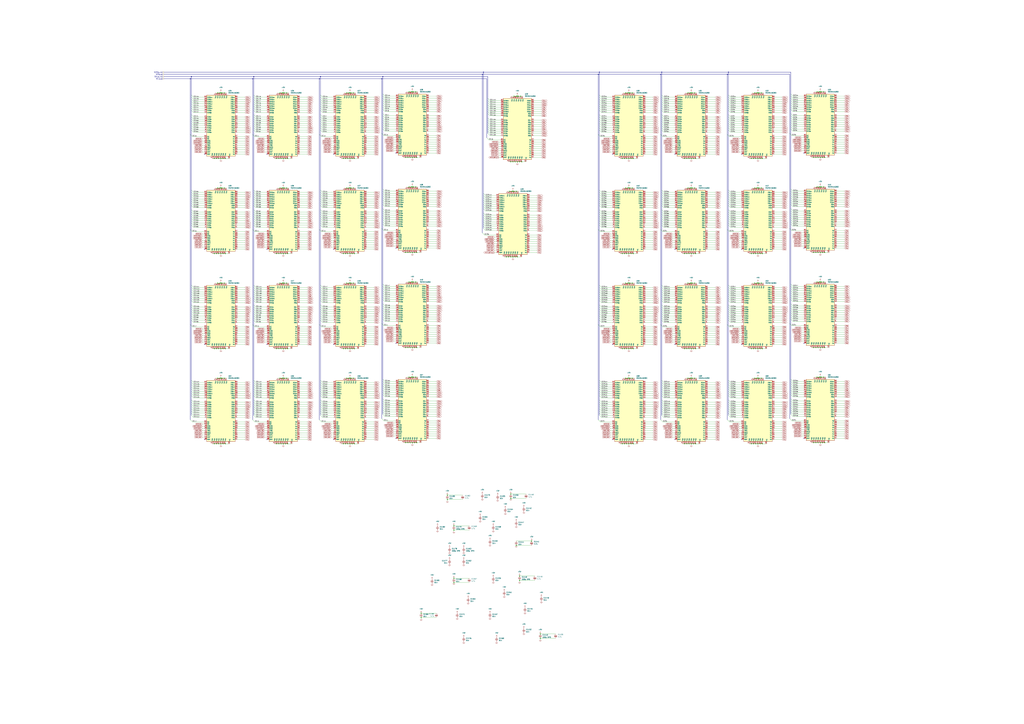
<source format=kicad_sch>
(kicad_sch (version 20231120) (generator "eeschema") (generator_version "8.0")
  (paper "A0")
  (junction (at 598.17 298.45))
  (junction (at 801.37 328.93))
  (junction (at 600.71 298.45))
  (junction (at 593.09 187.96))
  (junction (at 477.52 327.66))
  (junction (at 325.12 439.42))
  (junction (at 957.58 182.88))
  (junction (at 947.42 403.86))
  (junction (at 603.25 669.29))
  (junction (at 411.48 515.62))
  (junction (at 478.79 106.68))
  (junction (at 877.57 515.62))
  (junction (at 878.84 218.44))
  (junction (at 695.96 83.82))
  (junction (at 801.37 107.95))
  (junction (at 482.6 106.68))
  (junction (at 952.5 514.35))
  (junction (at 327.66 218.44))
  (junction (at 527.05 671.83))
  (junction (at 803.91 107.95))
  (junction (at 403.86 294.64))
  (junction (at 807.72 184.15))
  (junction (at 403.86 184.15))
  (junction (at 259.08 184.15))
  (junction (at 952.5 182.88))
  (junction (at 334.01 184.15))
  (junction (at 406.4 294.64))
  (junction (at 730.25 294.64))
  (junction (at 327.66 328.93))
  (junction (at 406.4 439.42))
  (junction (at 802.64 328.93))
  (junction (at 883.92 107.95))
  (junction (at 594.36 222.25))
  (junction (at 735.33 405.13))
  (junction (at 948.69 217.17))
  (junction (at 483.87 293.37))
  (junction (at 260.35 328.93))
  (junction (at 806.45 218.44))
  (junction (at 410.21 218.44))
  (junction (at 591.82 222.25))
  (junction (at 797.56 184.15))
  (junction (at 956.31 438.15))
  (junction (at 844.55 86.36))
  (junction (at 727.71 294.64))
  (junction (at 257.81 439.42))
  (junction (at 957.58 403.86))
  (junction (at 256.54 328.93))
  (junction (at 726.44 218.44))
  (junction (at 800.1 515.62))
  (junction (at 251.46 515.62))
  (junction (at 600.71 111.76))
  (junction (at 730.25 328.93))
  (junction (at 401.32 184.15))
  (junction (at 248.92 184.15))
  (junction (at 767.08 86.36))
  (junction (at 403.86 515.62))
  (junction (at 944.88 293.37))
  (junction (at 731.52 218.44))
  (junction (at 807.72 515.62))
  (junction (at 951.23 327.66))
  (junction (at 483.87 182.88))
  (junction (at 732.79 294.64))
  (junction (at 601.98 111.76))
  (junction (at 731.52 439.42))
  (junction (at 731.52 107.95))
  (junction (at 408.94 405.13))
  (junction (at 952.5 327.66))
  (junction (at 327.66 107.95))
  (junction (at 408.94 294.64))
  (junction (at 807.72 405.13))
  (junction (at 256.54 405.13))
  (junction (at 372.11 88.9))
  (junction (at 881.38 218.44))
  (junction (at 944.88 403.86))
  (junction (at 951.23 217.17))
  (junction (at 599.44 111.76))
  (junction (at 474.98 438.15))
  (junction (at 595.63 187.96))
  (junction (at 603.25 187.96))
  (junction (at 220.98 91.44))
  (junction (at 725.17 515.62))
  (junction (at 398.78 294.64))
  (junction (at 882.65 184.15))
  (junction (at 328.93 328.93))
  (junction (at 949.96 403.86))
  (junction (at 593.09 298.45))
  (junction (at 599.44 222.25))
  (junction (at 878.84 107.95))
  (junction (at 330.2 107.95))
  (junction (at 261.62 184.15))
  (junction (at 603.25 674.37))
  (junction (at 732.79 405.13))
  (junction (at 735.33 294.64))
  (junction (at 323.85 405.13))
  (junction (at 251.46 184.15))
  (junction (at 254 405.13))
  (junction (at 411.48 294.64))
  (junction (at 878.84 439.42))
  (junction (at 948.69 106.68))
  (junction (at 402.59 218.44))
  (junction (at 402.59 107.95))
  (junction (at 694.69 86.36))
  (junction (at 480.06 327.66))
  (junction (at 953.77 327.66))
  (junction (at 328.93 405.13))
  (junction (at 805.18 515.62))
  (junction (at 805.18 184.15))
  (junction (at 598.17 187.96))
  (junction (at 944.88 514.35))
  (junction (at 882.65 515.62))
  (junction (at 407.67 328.93))
  (junction (at 480.06 106.68))
  (junction (at 332.74 218.44))
  (junction (at 331.47 515.62))
  (junction (at 722.63 405.13))
  (junction (at 560.07 86.36))
  (junction (at 256.54 107.95))
  (junction (at 732.79 184.15))
  (junction (at 795.02 405.13))
  (junction (at 876.3 439.42))
  (junction (at 257.81 107.95))
  (junction (at 802.64 218.44))
  (junction (at 477.52 438.15))
  (junction (at 604.52 111.76))
  (junction (at 481.33 293.37))
  (junction (at 802.64 515.62))
  (junction (at 727.71 184.15))
  (junction (at 259.08 515.62))
  (junction (at 955.04 293.37))
  (junction (at 255.27 107.95))
  (junction (at 726.44 107.95))
  (junction (at 872.49 515.62))
  (junction (at 801.37 439.42))
  (junction (at 725.17 405.13))
  (junction (at 483.87 514.35))
  (junction (at 956.31 327.66))
  (junction (at 731.52 328.93))
  (junction (at 403.86 405.13))
  (junction (at 327.66 439.42))
  (junction (at 722.63 294.64))
  (junction (at 883.92 218.44))
  (junction (at 944.88 182.88))
  (junction (at 260.35 107.95))
  (junction (at 323.85 515.62))
  (junction (at 807.72 294.64))
  (junction (at 476.25 403.86))
  (junction (at 405.13 328.93))
  (junction (at 325.12 107.95))
  (junction (at 795.02 515.62))
  (junction (at 482.6 327.66))
  (junction (at 595.63 298.45))
  (junction (at 471.17 403.86))
  (junction (at 957.58 293.37))
  (junction (at 880.11 439.42))
  (junction (at 882.65 294.64))
  (junction (at 845.82 83.82))
  (junction (at 875.03 405.13))
  (junction (at 256.54 218.44))
  (junction (at 478.79 327.66))
  (junction (at 798.83 218.44))
  (junction (at 627.38 741.68))
  (junction (at 478.79 217.17))
  (junction (at 953.77 217.17))
  (junction (at 596.9 222.25))
  (junction (at 251.46 294.64))
  (junction (at 734.06 439.42))
  (junction (at 261.62 515.62))
  (junction (at 730.25 107.95))
  (junction (at 321.31 294.64))
  (junction (at 806.45 439.42))
  (junction (at 407.67 218.44))
  (junction (at 955.04 403.86))
  (junction (at 802.64 405.13))
  (junction (at 949.96 514.35))
  (junction (at 474.98 327.66))
  (junction (at 478.79 514.35))
  (junction (at 727.71 405.13))
  (junction (at 255.27 218.44))
  (junction (at 806.45 107.95))
  (junction (at 952.5 438.15))
  (junction (at 334.01 405.13))
  (junction (at 875.03 294.64))
  (junction (at 405.13 218.44))
  (junction (at 411.48 184.15))
  (junction (at 885.19 294.64))
  (junction (at 952.5 403.86))
  (junction (at 600.71 187.96))
  (junction (at 797.56 515.62))
  (junction (at 802.64 294.64))
  (junction (at 331.47 294.64))
  (junction (at 875.03 184.15))
  (junction (at 471.17 514.35))
  (junction (at 728.98 439.42))
  (junction (at 328.93 439.42))
  (junction (at 476.25 514.35))
  (junction (at 561.34 83.82))
  (junction (at 478.79 403.86))
  (junction (at 328.93 107.95))
  (junction (at 405.13 107.95))
  (junction (at 947.42 182.88))
  (junction (at 408.94 184.15))
  (junction (at 332.74 439.42))
  (junction (at 476.25 293.37))
  (junction (at 875.03 515.62))
  (junction (at 406.4 515.62))
  (junction (at 952.5 293.37))
  (junction (at 948.69 438.15))
  (junction (at 482.6 438.15))
  (junction (at 527.05 676.91))
  (junction (at 726.44 328.93))
  (junction (at 728.98 218.44))
  (junction (at 734.06 328.93))
  (junction (at 878.84 328.93))
  (junction (at 480.06 217.17))
  (junction (at 328.93 515.62))
  (junction (at 325.12 218.44))
  (junction (at 803.91 439.42))
  (junction (at 482.6 217.17))
  (junction (at 256.54 439.42))
  (junction (at 474.98 217.17))
  (junction (at 260.35 218.44))
  (junction (at 734.06 218.44))
  (junction (at 473.71 403.86))
  (junction (at 527.05 610.87))
  (junction (at 806.45 328.93))
  (junction (at 488.95 712.47))
  (junction (at 330.2 439.42))
  (junction (at 406.4 107.95))
  (junction (at 949.96 182.88))
  (junction (at 476.25 182.88))
  (junction (at 326.39 515.62))
  (junction (at 803.91 328.93))
  (junction (at 251.46 405.13))
  (junction (at 261.62 294.64))
  (junction (at 401.32 405.13))
  (junction (at 252.73 328.93))
  (junction (at 326.39 294.64))
  (junction (at 595.63 222.25))
  (junction (at 802.64 439.42))
  (junction (at 797.56 405.13))
  (junction (at 768.35 83.82))
  (junction (at 801.37 218.44))
  (junction (at 261.62 405.13))
  (junction (at 406.4 328.93))
  (junction (at 405.13 439.42))
  (junction (at 477.52 217.17))
  (junction (at 478.79 182.88))
  (junction (at 803.91 218.44))
  (junction (at 725.17 294.64))
  (junction (at 952.5 217.17))
  (junction (at 473.71 514.35))
  (junction (at 478.79 293.37))
  (junction (at 877.57 184.15))
  (junction (at 332.74 107.95))
  (junction (at 795.02 184.15))
  (junction (at 617.22 628.65))
  (junction (at 730.25 218.44))
  (junction (at 588.01 298.45))
  (junction (at 880.11 294.64))
  (junction (at 483.87 403.86))
  (junction (at 795.02 294.64))
  (junction (at 321.31 515.62))
  (junction (at 730.25 439.42))
  (junction (at 798.83 439.42))
  (junction (at 408.94 515.62))
  (junction (at 255.27 328.93))
  (junction (at 331.47 405.13))
  (junction (at 471.17 182.88))
  (junction (at 252.73 107.95))
  (junction (at 877.57 405.13))
  (junction (at 321.31 405.13))
  (junction (at 881.38 107.95))
  (junction (at 527.05 615.95))
  (junction (at 876.3 328.93))
  (junction (at 257.81 218.44))
  (junction (at 590.55 298.45))
  (junction (at 256.54 184.15))
  (junction (at 735.33 515.62))
  (junction (at 949.96 293.37))
  (junction (at 330.2 218.44))
  (junction (at 255.27 439.42))
  (junction (at 872.49 294.64))
  (junction (at 259.08 405.13))
  (junction (at 370.84 91.44))
  (junction (at 474.98 106.68))
  (junction (at 323.85 294.64))
  (junction (at 473.71 293.37))
  (junction (at 410.21 328.93))
  (junction (at 730.25 405.13))
  (junction (at 725.17 184.15))
  (junction (at 885.19 515.62))
  (junction (at 406.4 218.44))
  (junction (at 254 184.15))
  (junction (at 325.12 328.93))
  (junction (at 955.04 514.35))
  (junction (at 398.78 184.15))
  (junction (at 880.11 328.93))
  (junction (at 254 294.64))
  (junction (at 402.59 439.42))
  (junction (at 881.38 328.93))
  (junction (at 328.93 294.64))
  (junction (at 519.43 575.31))
  (junction (at 593.09 579.12))
  (junction (at 947.42 293.37))
  (junction (at 730.25 515.62))
  (junction (at 401.32 294.64))
  (junction (at 735.33 184.15))
  (junction (at 443.23 91.44))
  (junction (at 880.11 405.13))
  (junction (at 877.57 294.64))
  (junction (at 478.79 438.15))
  (junction (at 328.93 218.44))
  (junction (at 797.56 294.64))
  (junction (at 326.39 184.15))
  (junction (at 293.37 91.44))
  (junction (at 254 515.62))
  (junction (at 730.25 184.15))
  (junction (at 519.43 580.39))
  (junction (at 885.19 405.13))
  (junction (at 222.25 88.9))
  (junction (at 627.38 736.6))
  (junction (at 406.4 184.15))
  (junction (at 471.17 293.37))
  (junction (at 398.78 515.62))
  (junction (at 951.23 106.68))
  (junction (at 876.3 218.44))
  (junction (at 802.64 107.95))
  (junction (at 256.54 294.64))
  (junction (at 260.35 439.42))
  (junction (at 880.11 107.95))
  (junction (at 800.1 405.13))
  (junction (at 881.38 439.42))
  (junction (at 473.71 182.88))
  (junction (at 726.44 439.42))
  (junction (at 800.1 294.64))
  (junction (at 331.47 184.15))
  (junction (at 948.69 327.66))
  (junction (at 728.98 107.95))
  (junction (at 605.79 187.96))
  (junction (at 321.31 184.15))
  (junction (at 256.54 515.62))
  (junction (at 323.85 184.15))
  (junction (at 956.31 106.68))
  (junction (at 798.83 107.95))
  (junction (at 444.5 88.9))
  (junction (at 328.93 184.15))
  (junction (at 480.06 438.15))
  (junction (at 488.95 717.55))
  (junction (at 952.5 106.68))
  (junction (at 728.98 328.93))
  (junction (at 401.32 515.62))
  (junction (at 477.52 106.68))
  (junction (at 294.64 88.9))
  (junction (at 593.09 574.04))
  (junction (at 805.18 405.13))
  (junction (at 410.21 439.42))
  (junction (at 407.67 439.42))
  (junction (at 330.2 328.93))
  (junction (at 872.49 405.13))
  (junction (at 802.64 184.15))
  (junction (at 951.23 438.15))
  (junction (at 880.11 184.15))
  (junction (at 880.11 218.44))
  (junction (at 947.42 514.35))
  (junction (at 800.1 184.15))
  (junction (at 722.63 184.15))
  (junction (at 885.19 184.15))
  (junction (at 252.73 218.44))
  (junction (at 332.74 328.93))
  (junction (at 248.92 515.62))
  (junction (at 596.9 111.76))
  (junction (at 481.33 403.86))
  (junction (at 402.59 328.93))
  (junction (at 732.79 515.62))
  (junction (at 953.77 106.68))
  (junction (at 481.33 182.88))
  (junction (at 876.3 107.95))
  (junction (at 882.65 405.13))
  (junction (at 248.92 294.64))
  (junction (at 722.63 515.62))
  (junction (at 798.83 328.93))
  (junction (at 411.48 405.13))
  (junction (at 248.92 405.13))
  (junction (at 956.31 217.17))
  (junction (at 880.11 515.62))
  (junction (at 957.58 514.35))
  (junction (at 872.49 184.15))
  (junction (at 406.4 405.13))
  (junction (at 398.78 405.13))
  (junction (at 953.77 438.15))
  (junction (at 599.44 633.73))
  (junction (at 334.01 515.62))
  (junction (at 407.67 107.95))
  (junction (at 805.18 294.64))
  (junction (at 955.04 182.88))
  (junction (at 252.73 439.42))
  (junction (at 410.21 107.95))
  (junction (at 481.33 514.35))
  (junction (at 727.71 515.62))
  (junction (at 334.01 294.64))
  (junction (at 883.92 439.42))
  (junction (at 259.08 294.64))
  (junction (at 734.06 107.95))
  (junction (at 883.92 328.93))
  (junction (at 257.81 328.93))
  (junction (at 326.39 405.13))
  (no_connect (at 387.35 289.56))
  (no_connect (at 387.35 400.05))
  (no_connect (at 933.45 398.78))
  (no_connect (at 933.45 509.27))
  (no_connect (at 309.88 289.56))
  (no_connect (at 711.2 400.05))
  (no_connect (at 861.06 510.54))
  (no_connect (at 783.59 510.54))
  (no_connect (at 237.49 289.56))
  (no_connect (at 237.49 400.05))
  (no_connect (at 861.06 289.56))
  (no_connect (at 459.74 509.27))
  (no_connect (at 861.06 179.07))
  (no_connect (at 237.49 179.07))
  (no_connect (at 309.88 179.07))
  (no_connect (at 933.45 288.29))
  (no_connect (at 783.59 179.07))
  (no_connect (at 861.06 400.05))
  (no_connect (at 711.2 289.56))
  (no_connect (at 387.35 179.07))
  (no_connect (at 711.2 179.07))
  (no_connect (at 711.2 510.54))
  (no_connect (at 387.35 510.54))
  (no_connect (at 309.88 510.54))
  (no_connect (at 309.88 400.05))
  (no_connect (at 237.49 510.54))
  (no_connect (at 459.74 177.8))
  (no_connect (at 933.45 177.8))
  (no_connect (at 459.74 398.78))
  (no_connect (at 783.59 400.05))
  (no_connect (at 459.74 288.29))
  (no_connect (at 783.59 289.56))
  (bus_entry (at 444.5 134.62) (size 2.54 2.54))
  (bus_entry (at 768.35 452.12) (size 2.54 2.54))
  (bus_entry (at 372.11 441.96) (size 2.54 2.54))
  (bus_entry (at 768.35 135.89) (size 2.54 2.54))
  (bus_entry (at 372.11 469.9) (size 2.54 2.54))
  (bus_entry (at 695.96 444.5) (size 2.54 2.54))
  (bus_entry (at 222.25 236.22) (size 2.54 2.54))
  (bus_entry (at 768.35 143.51) (size 2.54 2.54))
  (bus_entry (at 444.5 222.25) (size 2.54 2.54))
  (bus_entry (at 695.96 339.09) (size 2.54 2.54))
  (bus_entry (at 372.11 236.22) (size 2.54 2.54))
  (bus_entry (at 444.5 355.6) (size 2.54 2.54))
  (bus_entry (at 695.96 128.27) (size 2.54 2.54))
  (bus_entry (at 372.11 480.06) (size 2.54 2.54))
  (bus_entry (at 294.64 467.36) (size 2.54 2.54))
  (bus_entry (at 845.82 140.97) (size 2.54 2.54))
  (bus_entry (at 845.82 454.66) (size 2.54 2.54))
  (bus_entry (at 918.21 149.86) (size 2.54 2.54))
  (bus_entry (at 768.35 228.6) (size 2.54 2.54))
  (bus_entry (at 561.34 262.89) (size 2.54 2.54))
  (bus_entry (at 694.69 266.7) (size 2.54 2.54))
  (bus_entry (at 444.5 458.47) (size 2.54 2.54))
  (bus_entry (at 695.96 120.65) (size 2.54 2.54))
  (bus_entry (at 845.82 482.6) (size 2.54 2.54))
  (bus_entry (at 222.25 331.47) (size 2.54 2.54))
  (bus_entry (at 561.34 237.49) (size 2.54 2.54))
  (bus_entry (at 845.82 364.49) (size 2.54 2.54))
  (bus_entry (at 294.64 341.63) (size 2.54 2.54))
  (bus_entry (at 444.5 365.76) (size 2.54 2.54))
  (bus_entry (at 916.94 486.41) (size 2.54 2.54))
  (bus_entry (at 768.35 369.57) (size 2.54 2.54))
  (bus_entry (at 372.11 472.44) (size 2.54 2.54))
  (bus_entry (at 845.82 367.03) (size 2.54 2.54))
  (bus_entry (at 916.94 154.94) (size 2.54 2.54))
  (bus_entry (at 695.96 231.14) (size 2.54 2.54))
  (bus_entry (at 918.21 144.78) (size 2.54 2.54))
  (bus_entry (at 294.64 356.87) (size 2.54 2.54))
  (bus_entry (at 294.64 110.49) (size 2.54 2.54))
  (bus_entry (at 768.35 151.13) (size 2.54 2.54))
  (bus_entry (at 294.64 146.05) (size 2.54 2.54))
  (bus_entry (at 372.11 254) (size 2.54 2.54))
  (bus_entry (at 695.96 349.25) (size 2.54 2.54))
  (bus_entry (at 918.21 358.14) (size 2.54 2.54))
  (bus_entry (at 768.35 359.41) (size 2.54 2.54))
  (bus_entry (at 845.82 118.11) (size 2.54 2.54))
  (bus_entry (at 918.21 347.98) (size 2.54 2.54))
  (bus_entry (at 845.82 261.62) (size 2.54 2.54))
  (bus_entry (at 293.37 377.19) (size 2.54 2.54))
  (bus_entry (at 918.21 455.93) (size 2.54 2.54))
  (bus_entry (at 695.96 447.04) (size 2.54 2.54))
  (bus_entry (at 918.21 458.47) (size 2.54 2.54))
  (bus_entry (at 294.64 372.11) (size 2.54 2.54))
  (bus_entry (at 444.5 345.44) (size 2.54 2.54))
  (bus_entry (at 372.11 226.06) (size 2.54 2.54))
  (bus_entry (at 372.11 223.52) (size 2.54 2.54))
  (bus_entry (at 372.11 118.11) (size 2.54 2.54))
  (bus_entry (at 695.96 261.62) (size 2.54 2.54))
  (bus_entry (at 918.21 448.31) (size 2.54 2.54))
  (bus_entry (at 372.11 256.54) (size 2.54 2.54))
  (bus_entry (at 444.5 137.16) (size 2.54 2.54))
  (bus_entry (at 222.25 449.58) (size 2.54 2.54))
  (bus_entry (at 845.82 480.06) (size 2.54 2.54))
  (bus_entry (at 845.82 469.9) (size 2.54 2.54))
  (bus_entry (at 768.35 474.98) (size 2.54 2.54))
  (bus_entry (at 768.35 238.76) (size 2.54 2.54))
  (bus_entry (at 220.98 487.68) (size 2.54 2.54))
  (bus_entry (at 918.21 466.09) (size 2.54 2.54))
  (bus_entry (at 444.5 466.09) (size 2.54 2.54))
  (bus_entry (at 695.96 336.55) (size 2.54 2.54))
  (bus_entry (at 294.64 151.13) (size 2.54 2.54))
  (bus_entry (at 695.96 133.35) (size 2.54 2.54))
  (bus_entry (at 695.96 331.47) (size 2.54 2.54))
  (bus_entry (at 372.11 334.01) (size 2.54 2.54))
  (bus_entry (at 444.5 121.92) (size 2.54 2.54))
  (bus_entry (at 918.21 481.33) (size 2.54 2.54))
  (bus_entry (at 372.11 140.97) (size 2.54 2.54))
  (bus_entry (at 222.25 474.98) (size 2.54 2.54))
  (bus_entry (at 444.5 252.73) (size 2.54 2.54))
  (bus_entry (at 372.11 339.09) (size 2.54 2.54))
  (bus_entry (at 918.21 257.81) (size 2.54 2.54))
  (bus_entry (at 294.64 236.22) (size 2.54 2.54))
  (bus_entry (at 294.64 254) (size 2.54 2.54))
  (bus_entry (at 444.5 124.46) (size 2.54 2.54))
  (bus_entry (at 444.5 139.7) (size 2.54 2.54))
  (bus_entry (at 294.64 251.46) (size 2.54 2.54))
  (bus_entry (at 444.5 443.23) (size 2.54 2.54))
  (bus_entry (at 222.25 246.38) (size 2.54 2.54))
  (bus_entry (at 222.25 138.43) (size 2.54 2.54))
  (bus_entry (at 222.25 251.46) (size 2.54 2.54))
  (bus_entry (at 444.5 109.22) (size 2.54 2.54))
  (bus_entry (at 695.96 254) (size 2.54 2.54))
  (bus_entry (at 372.11 231.14) (size 2.54 2.54))
  (bus_entry (at 444.5 232.41) (size 2.54 2.54))
  (bus_entry (at 695.96 367.03) (size 2.54 2.54))
  (bus_entry (at 845.82 359.41) (size 2.54 2.54))
  (bus_entry (at 918.21 332.74) (size 2.54 2.54))
  (bus_entry (at 444.5 245.11) (size 2.54 2.54))
  (bus_entry (at 294.64 259.08) (size 2.54 2.54))
  (bus_entry (at 695.96 220.98) (size 2.54 2.54))
  (bus_entry (at 444.5 445.77) (size 2.54 2.54))
  (bus_entry (at 695.96 259.08) (size 2.54 2.54))
  (bus_entry (at 845.82 148.59) (size 2.54 2.54))
  (bus_entry (at 372.11 447.04) (size 2.54 2.54))
  (bus_entry (at 294.64 472.44) (size 2.54 2.54))
  (bus_entry (at 372.11 364.49) (size 2.54 2.54))
  (bus_entry (at 768.35 148.59) (size 2.54 2.54))
  (bus_entry (at 845.82 339.09) (size 2.54 2.54))
  (bus_entry (at 768.35 115.57) (size 2.54 2.54))
  (bus_entry (at 444.5 453.39) (size 2.54 2.54))
  (bus_entry (at 695.96 359.41) (size 2.54 2.54))
  (bus_entry (at 768.35 364.49) (size 2.54 2.54))
  (bus_entry (at 768.35 223.52) (size 2.54 2.54))
  (bus_entry (at 767.08 156.21) (size 2.54 2.54))
  (bus_entry (at 294.64 336.55) (size 2.54 2.54))
  (bus_entry (at 695.96 226.06) (size 2.54 2.54))
  (bus_entry (at 845.82 110.49) (size 2.54 2.54))
  (bus_entry (at 566.42 127) (size 2.54 2.54))
  (bus_entry (at 845.82 228.6) (size 2.54 2.54))
  (bus_entry (at 444.5 455.93) (size 2.54 2.54))
  (bus_entry (at 220.98 266.7) (size 2.54 2.54))
  (bus_entry (at 845.82 341.63) (size 2.54 2.54))
  (bus_entry (at 222.25 226.06) (size 2.54 2.54))
  (bus_entry (at 695.96 135.89) (size 2.54 2.54))
  (bus_entry (at 372.11 482.6) (size 2.54 2.54))
  (bus_entry (at 372.11 115.57) (size 2.54 2.54))
  (bus_entry (at 372.11 259.08) (size 2.54 2.54))
  (bus_entry (at 372.11 341.63) (size 2.54 2.54))
  (bus_entry (at 918.21 471.17) (size 2.54 2.54))
  (bus_entry (at 918.21 337.82) (size 2.54 2.54))
  (bus_entry (at 845.82 233.68) (size 2.54 2.54))
  (bus_entry (at 845.82 120.65) (size 2.54 2.54))
  (bus_entry (at 918.21 109.22) (size 2.54 2.54))
  (bus_entry (at 695.96 449.58) (size 2.54 2.54))
  (bus_entry (at 372.11 261.62) (size 2.54 2.54))
  (bus_entry (at 918.21 330.2) (size 2.54 2.54))
  (bus_entry (at 845.82 344.17) (size 2.54 2.54))
  (bus_entry (at 372.11 349.25) (size 2.54 2.54))
  (bus_entry (at 222.25 452.12) (size 2.54 2.54))
  (bus_entry (at 768.35 354.33) (size 2.54 2.54))
  (bus_entry (at 222.25 128.27) (size 2.54 2.54))
  (bus_entry (at 768.35 480.06) (size 2.54 2.54))
  (bus_entry (at 293.37 487.68) (size 2.54 2.54))
  (bus_entry (at 372.11 125.73) (size 2.54 2.54))
  (bus_entry (at 918.21 255.27) (size 2.54 2.54))
  (bus_entry (at 372.11 361.95) (size 2.54 2.54))
  (bus_entry (at 222.25 354.33) (size 2.54 2.54))
  (bus_entry (at 294.64 441.96) (size 2.54 2.54))
  (bus_entry (at 845.82 113.03) (size 2.54 2.54))
  (bus_entry (at 566.42 137.16) (size 2.54 2.54))
  (bus_entry (at 294.64 118.11) (size 2.54 2.54))
  (bus_entry (at 372.11 454.66) (size 2.54 2.54))
  (bus_entry (at 695.96 441.96) (size 2.54 2.54))
  (bus_entry (at 768.35 146.05) (size 2.54 2.54))
  (bus_entry (at 695.96 356.87) (size 2.54 2.54))
  (bus_entry (at 694.69 487.68) (size 2.54 2.54))
  (bus_entry (at 845.82 151.13) (size 2.54 2.54))
  (bus_entry (at 768.35 457.2) (size 2.54 2.54))
  (bus_entry (at 844.55 266.7) (size 2.54 2.54))
  (bus_entry (at 918.21 370.84) (size 2.54 2.54))
  (bus_entry (at 294.64 220.98) (size 2.54 2.54))
  (bus_entry (at 768.35 110.49) (size 2.54 2.54))
  (bus_entry (at 222.25 477.52) (size 2.54 2.54))
  (bus_entry (at 222.25 118.11) (size 2.54 2.54))
  (bus_entry (at 444.5 111.76) (size 2.54 2.54))
  (bus_entry (at 768.35 231.14) (size 2.54 2.54))
  (bus_entry (at 845.82 248.92) (size 2.54 2.54))
  (bus_entry (at 222.25 339.09) (size 2.54 2.54))
  (bus_entry (at 294.64 243.84) (size 2.54 2.54))
  (bus_entry (at 845.82 369.57) (size 2.54 2.54))
  (bus_entry (at 444.5 473.71) (size 2.54 2.54))
  (bus_entry (at 444.5 476.25) (size 2.54 2.54))
  (bus_entry (at 220.98 377.19) (size 2.54 2.54))
  (bus_entry (at 372.11 369.57) (size 2.54 2.54))
  (bus_entry (at 294.64 459.74) (size 2.54 2.54))
  (bus_entry (at 918.21 250.19) (size 2.54 2.54))
  (bus_entry (at 222.25 223.52) (size 2.54 2.54))
  (bus_entry (at 561.34 240.03) (size 2.54 2.54))
  (bus_entry (at 845.82 331.47) (size 2.54 2.54))
  (bus_entry (at 372.11 143.51) (size 2.54 2.54))
  (bus_entry (at 695.96 138.43) (size 2.54 2.54))
  (bus_entry (at 695.96 140.97) (size 2.54 2.54))
  (bus_entry (at 444.5 114.3) (size 2.54 2.54))
  (bus_entry (at 695.96 361.95) (size 2.54 2.54))
  (bus_entry (at 918.21 368.3) (size 2.54 2.54))
  (bus_entry (at 695.96 354.33) (size 2.54 2.54))
  (bus_entry (at 695.96 372.11) (size 2.54 2.54))
  (bus_entry (at 444.5 224.79) (size 2.54 2.54))
  (bus_entry (at 768.35 113.03) (size 2.54 2.54))
  (bus_entry (at 768.35 254) (size 2.54 2.54))
  (bus_entry (at 768.35 246.38) (size 2.54 2.54))
  (bus_entry (at 444.5 144.78) (size 2.54 2.54))
  (bus_entry (at 222.25 123.19) (size 2.54 2.54))
  (bus_entry (at 294.64 133.35) (size 2.54 2.54))
  (bus_entry (at 372.11 477.52) (size 2.54 2.54))
  (bus_entry (at 293.37 156.21) (size 2.54 2.54))
  (bus_entry (at 845.82 452.12) (size 2.54 2.54))
  (bus_entry (at 918.21 463.55) (size 2.54 2.54))
  (bus_entry (at 918.21 234.95) (size 2.54 2.54))
  (bus_entry (at 566.42 154.94) (size 2.54 2.54))
  (bus_entry (at 768.35 248.92) (size 2.54 2.54))
  (bus_entry (at 444.5 242.57) (size 2.54 2.54))
  (bus_entry (at 444.5 353.06) (size 2.54 2.54))
  (bus_entry (at 768.35 344.17) (size 2.54 2.54))
  (bus_entry (at 916.94 375.92) (size 2.54 2.54))
  (bus_entry (at 918.21 260.35) (size 2.54 2.54))
  (bus_entry (at 222.25 444.5) (size 2.54 2.54))
  (bus_entry (at 372.11 251.46) (size 2.54 2.54))
  (bus_entry (at 768.35 469.9) (size 2.54 2.54))
  (bus_entry (at 845.82 223.52) (size 2.54 2.54))
  (bus_entry (at 294.64 223.52) (size 2.54 2.54))
  (bus_entry (at 845.82 444.5) (size 2.54 2.54))
  (bus_entry (at 768.35 356.87) (size 2.54 2.54))
  (bus_entry (at 222.25 369.57) (size 2.54 2.54))
  (bus_entry (at 294.64 140.97) (size 2.54 2.54))
  (bus_entry (at 768.35 459.74) (size 2.54 2.54))
  (bus_entry (at 444.5 142.24) (size 2.54 2.54))
  (bus_entry (at 918.21 232.41) (size 2.54 2.54))
  (bus_entry (at 294.64 359.41) (size 2.54 2.54))
  (bus_entry (at 918.21 453.39) (size 2.54 2.54))
  (bus_entry (at 694.69 377.19) (size 2.54 2.54))
  (bus_entry (at 220.98 156.21) (size 2.54 2.54))
  (bus_entry (at 222.25 135.89) (size 2.54 2.54))
  (bus_entry (at 844.55 377.19) (size 2.54 2.54))
  (bus_entry (at 767.08 487.68) (size 2.54 2.54))
  (bus_entry (at 768.35 138.43) (size 2.54 2.54))
  (bus_entry (at 294.64 334.01) (size 2.54 2.54))
  (bus_entry (at 768.35 251.46) (size 2.54 2.54))
  (bus_entry (at 845.82 361.95) (size 2.54 2.54))
  (bus_entry (at 845.82 356.87) (size 2.54 2.54))
  (bus_entry (at 294.64 256.54) (size 2.54 2.54))
  (bus_entry (at 845.82 474.98) (size 2.54 2.54))
  (bus_entry (at 695.96 477.52) (size 2.54 2.54))
  (bus_entry (at 372.11 146.05) (size 2.54 2.54))
  (bus_entry (at 561.34 252.73) (size 2.54 2.54))
  (bus_entry (at 918.21 116.84) (size 2.54 2.54))
  (bus_entry (at 845.82 251.46) (size 2.54 2.54))
  (bus_entry (at 294.64 148.59) (size 2.54 2.54))
  (bus_entry (at 561.34 224.79) (size 2.54 2.54))
  (bus_entry (at 695.96 346.71) (size 2.54 2.54))
  (bus_entry (at 294.64 464.82) (size 2.54 2.54))
  (bus_entry (at 294.64 331.47) (size 2.54 2.54))
  (bus_entry (at 768.35 441.96) (size 2.54 2.54))
  (bus_entry (at 294.64 261.62) (size 2.54 2.54))
  (bus_entry (at 768.35 243.84) (size 2.54 2.54))
  (bus_entry (at 444.5 358.14) (size 2.54 2.54))
  (bus_entry (at 845.82 441.96) (size 2.54 2.54))
  (bus_entry (at 768.35 367.03) (size 2.54 2.54))
  (bus_entry (at 566.42 129.54) (size 2.54 2.54))
  (bus_entry (at 444.5 119.38) (size 2.54 2.54))
  (bus_entry (at 372.11 346.71) (size 2.54 2.54))
  (bus_entry (at 845.82 472.44) (size 2.54 2.54))
  (bus_entry (at 768.35 339.09) (size 2.54 2.54))
  (bus_entry (at 222.25 125.73) (size 2.54 2.54))
  (bus_entry (at 918.21 139.7) (size 2.54 2.54))
  (bus_entry (at 768.35 133.35) (size 2.54 2.54))
  (bus_entry (at 443.23 154.94) (size 2.54 2.54))
  (bus_entry (at 372.11 372.11) (size 2.54 2.54))
  (bus_entry (at 566.42 142.24) (size 2.54 2.54))
  (bus_entry (at 444.5 234.95) (size 2.54 2.54))
  (bus_entry (at 294.64 349.25) (size 2.54 2.54))
  (bus_entry (at 222.25 341.63) (size 2.54 2.54))
  (bus_entry (at 222.25 238.76) (size 2.54 2.54))
  (bus_entry (at 845.82 135.89) (size 2.54 2.54))
  (bus_entry (at 566.42 152.4) (size 2.54 2.54))
  (bus_entry (at 370.84 156.21) (size 2.54 2.54))
  (bus_entry (at 695.96 344.17) (size 2.54 2.54))
  (bus_entry (at 566.42 149.86) (size 2.54 2.54))
  (bus_entry (at 372.11 474.98) (size 2.54 2.54))
  (bus_entry (at 222.25 248.92) (size 2.54 2.54))
  (bus_entry (at 222.25 151.13) (size 2.54 2.54))
  (bus_entry (at 443.23 375.92) (size 2.54 2.54))
  (bus_entry (at 768.35 123.19) (size 2.54 2.54))
  (bus_entry (at 372.11 110.49) (size 2.54 2.54))
  (bus_entry (at 222.25 220.98) (size 2.54 2.54))
  (bus_entry (at 768.35 336.55) (size 2.54 2.54))
  (bus_entry (at 372.11 238.76) (size 2.54 2.54))
  (bus_entry (at 293.37 266.7) (size 2.54 2.54))
  (bus_entry (at 918.21 440.69) (size 2.54 2.54))
  (bus_entry (at 372.11 233.68) (size 2.54 2.54))
  (bus_entry (at 695.96 467.36) (size 2.54 2.54))
  (bus_entry (at 370.84 487.68) (size 2.54 2.54))
  (bus_entry (at 444.5 463.55) (size 2.54 2.54))
  (bus_entry (at 767.08 377.19) (size 2.54 2.54))
  (bus_entry (at 294.64 135.89) (size 2.54 2.54))
  (bus_entry (at 561.34 247.65) (size 2.54 2.54))
  (bus_entry (at 695.96 228.6) (size 2.54 2.54))
  (bus_entry (at 918.21 468.63) (size 2.54 2.54))
  (bus_entry (at 444.5 330.2) (size 2.54 2.54))
  (bus_entry (at 372.11 120.65) (size 2.54 2.54))
  (bus_entry (at 372.11 248.92) (size 2.54 2.54))
  (bus_entry (at 916.94 265.43) (size 2.54 2.54))
  (bus_entry (at 845.82 254) (size 2.54 2.54))
  (bus_entry (at 695.96 482.6) (size 2.54 2.54))
  (bus_entry (at 444.5 335.28) (size 2.54 2.54))
  (bus_entry (at 918.21 363.22) (size 2.54 2.54))
  (bus_entry (at 918.21 142.24) (size 2.54 2.54))
  (bus_entry (at 565.15 160.02) (size 2.54 2.54))
  (bus_entry (at 768.35 467.36) (size 2.54 2.54))
  (bus_entry (at 695.96 459.74) (size 2.54 2.54))
  (bus_entry (at 294.64 477.52) (size 2.54 2.54))
  (bus_entry (at 768.35 447.04) (size 2.54 2.54))
  (bus_entry (at 695.96 246.38) (size 2.54 2.54))
  (bus_entry (at 444.5 471.17) (size 2.54 2.54))
  (bus_entry (at 695.96 334.01) (size 2.54 2.54))
  (bus_entry (at 294.64 449.58) (size 2.54 2.54))
  (bus_entry (at 222.25 261.62) (size 2.54 2.54))
  (bus_entry (at 695.96 115.57) (size 2.54 2.54))
  (bus_entry (at 566.42 139.7) (size 2.54 2.54))
  (bus_entry (at 222.25 469.9) (size 2.54 2.54))
  (bus_entry (at 222.25 336.55) (size 2.54 2.54))
  (bus_entry (at 561.34 250.19) (size 2.54 2.54))
  (bus_entry (at 294.64 361.95) (size 2.54 2.54))
  (bus_entry (at 222.25 254) (size 2.54 2.54))
  (bus_entry (at 918.21 353.06) (size 2.54 2.54))
  (bus_entry (at 222.25 467.36) (size 2.54 2.54))
  (bus_entry (at 695.96 243.84) (size 2.54 2.54))
  (bus_entry (at 845.82 231.14) (size 2.54 2.54))
  (bus_entry (at 768.35 118.11) (size 2.54 2.54))
  (bus_entry (at 918.21 478.79) (size 2.54 2.54))
  (bus_entry (at 372.11 128.27) (size 2.54 2.54))
  (bus_entry (at 768.35 349.25) (size 2.54 2.54))
  (bus_entry (at 561.34 257.81) (size 2.54 2.54))
  (bus_entry (at 294.64 113.03) (size 2.54 2.54))
  (bus_entry (at 768.35 341.63) (size 2.54 2.54))
  (bus_entry (at 918.21 237.49) (size 2.54 2.54))
  (bus_entry (at 918.21 473.71) (size 2.54 2.54))
  (bus_entry (at 918.21 247.65) (size 2.54 2.54))
  (bus_entry (at 294.64 454.66) (size 2.54 2.54))
  (bus_entry (at 294.64 344.17) (size 2.54 2.54))
  (bus_entry (at 222.25 334.01) (size 2.54 2.54))
  (bus_entry (at 694.69 156.21) (size 2.54 2.54))
  (bus_entry (at 695.96 457.2) (size 2.54 2.54))
  (bus_entry (at 222.25 143.51) (size 2.54 2.54))
  (bus_entry (at 222.25 133.35) (size 2.54 2.54))
  (bus_entry (at 294.64 367.03) (size 2.54 2.54))
  (bus_entry (at 918.21 127) (size 2.54 2.54))
  (bus_entry (at 695.96 113.03) (size 2.54 2.54))
  (bus_entry (at 695.96 341.63) (size 2.54 2.54))
  (bus_entry (at 444.5 468.63) (size 2.54 2.54))
  (bus_entry (at 918.21 242.57) (size 2.54 2.54))
  (bus_entry (at 444.5 257.81) (size 2.54 2.54))
  (bus_entry (at 918.21 450.85) (size 2.54 2.54))
  (bus_entry (at 768.35 236.22) (size 2.54 2.54))
  (bus_entry (at 566.42 121.92) (size 2.54 2.54))
  (bus_entry (at 444.5 481.33) (size 2.54 2.54))
  (bus_entry (at 222.25 243.84) (size 2.54 2.54))
  (bus_entry (at 695.96 238.76) (size 2.54 2.54))
  (bus_entry (at 372.11 243.84) (size 2.54 2.54))
  (bus_entry (at 695.96 469.9) (size 2.54 2.54))
  (bus_entry (at 372.11 464.82) (size 2.54 2.54))
  (bus_entry (at 845.82 467.36) (size 2.54 2.54))
  (bus_entry (at 918.21 342.9) (size 2.54 2.54))
  (bus_entry (at 222.25 372.11) (size 2.54 2.54))
  (bus_entry (at 918.21 360.68) (size 2.54 2.54))
  (bus_entry (at 222.25 447.04) (size 2.54 2.54))
  (bus_entry (at 768.35 472.44) (size 2.54 2.54))
  (bus_entry (at 444.5 370.84) (size 2.54 2.54))
  (bus_entry (at 294.64 138.43) (size 2.54 2.54))
  (bus_entry (at 695.96 148.59) (size 2.54 2.54))
  (bus_entry (at 845.82 256.54) (size 2.54 2.54))
  (bus_entry (at 768.35 464.82) (size 2.54 2.54))
  (bus_entry (at 294.64 364.49) (size 2.54 2.54))
  (bus_entry (at 845.82 125.73) (size 2.54 2.54))
  (bus_entry (at 918.21 355.6) (size 2.54 2.54))
  (bus_entry (at 372.11 449.58) (size 2.54 2.54))
  (bus_entry (at 372.11 354.33) (size 2.54 2.54))
  (bus_entry (at 294.64 128.27) (size 2.54 2.54))
  (bus_entry (at 768.35 256.54) (size 2.54 2.54))
  (bus_entry (at 695.96 369.57) (size 2.54 2.54))
  (bus_entry (at 695.96 251.46) (size 2.54 2.54))
  (bus_entry (at 918.21 245.11) (size 2.54 2.54))
  (bus_entry (at 845.82 220.98) (size 2.54 2.54))
  (bus_entry (at 294.64 482.6) (size 2.54 2.54))
  (bus_entry (at 695.96 454.66) (size 2.54 2.54))
  (bus_entry (at 844.55 487.68) (size 2.54 2.54))
  (bus_entry (at 372.11 228.6) (size 2.54 2.54))
  (bus_entry (at 372.11 246.38) (size 2.54 2.54))
  (bus_entry (at 294.64 143.51) (size 2.54 2.54))
  (bus_entry (at 845.82 464.82) (size 2.54 2.54))
  (bus_entry (at 372.11 457.2) (size 2.54 2.54))
  (bus_entry (at 768.35 334.01) (size 2.54 2.54))
  (bus_entry (at 372.11 113.03) (size 2.54 2.54))
  (bus_entry (at 222.25 356.87) (size 2.54 2.54))
  (bus_entry (at 695.96 118.11) (size 2.54 2.54))
  (bus_entry (at 222.25 120.65) (size 2.54 2.54))
  (bus_entry (at 768.35 454.66) (size 2.54 2.54))
  (bus_entry (at 561.34 265.43) (size 2.54 2.54))
  (bus_entry (at 444.5 342.9) (size 2.54 2.54))
  (bus_entry (at 222.25 464.82) (size 2.54 2.54))
  (bus_entry (at 222.25 148.59) (size 2.54 2.54))
  (bus_entry (at 918.21 132.08) (size 2.54 2.54))
  (bus_entry (at 918.21 252.73) (size 2.54 2.54))
  (bus_entry (at 222.25 140.97) (size 2.54 2.54))
  (bus_entry (at 222.25 110.49) (size 2.54 2.54))
  (bus_entry (at 768.35 259.08) (size 2.54 2.54))
  (bus_entry (at 695.96 452.12) (size 2.54 2.54))
  (bus_entry (at 918.21 443.23) (size 2.54 2.54))
  (bus_entry (at 372.11 452.12) (size 2.54 2.54))
  (bus_entry (at 845.82 346.71) (size 2.54 2.54))
  (bus_entry (at 560.07 270.51) (size 2.54 2.54))
  (bus_entry (at 695.96 464.82) (size 2.54 2.54))
  (bus_entry (at 845.82 354.33) (size 2.54 2.54))
  (bus_entry (at 294.64 480.06) (size 2.54 2.54))
  (bus_entry (at 444.5 127) (size 2.54 2.54))
  (bus_entry (at 372.11 220.98) (size 2.54 2.54))
  (bus_entry (at 918.21 365.76) (size 2.54 2.54))
  (bus_entry (at 561.34 232.41) (size 2.54 2.54))
  (bus_entry (at 294.64 228.6) (size 2.54 2.54))
  (bus_entry (at 444.5 116.84) (size 2.54 2.54))
  (bus_entry (at 695.96 364.49) (size 2.54 2.54))
  (bus_entry (at 845.82 133.35) (size 2.54 2.54))
  (bus_entry (at 294.64 469.9) (size 2.54 2.54))
  (bus_entry (at 845.82 226.06) (size 2.54 2.54))
  (bus_entry (at 695.96 474.98) (size 2.54 2.54))
  (bus_entry (at 370.84 377.19) (size 2.54 2.54))
  (bus_entry (at 222.25 454.66) (size 2.54 2.54))
  (bus_entry (at 372.11 138.43) (size 2.54 2.54))
  (bus_entry (at 222.25 146.05) (size 2.54 2.54))
  (bus_entry (at 444.5 237.49) (size 2.54 2.54))
  (bus_entry (at 845.82 143.51) (size 2.54 2.54))
  (bus_entry (at 918.21 340.36) (size 2.54 2.54))
  (bus_entry (at 444.5 450.85) (size 2.54 2.54))
  (bus_entry (at 294.64 346.71) (size 2.54 2.54))
  (bus_entry (at 918.21 222.25) (size 2.54 2.54))
  (bus_entry (at 845.82 259.08) (size 2.54 2.54))
  (bus_entry (at 561.34 234.95) (size 2.54 2.54))
  (bus_entry (at 222.25 441.96) (size 2.54 2.54))
  (bus_entry (at 695.96 151.13) (size 2.54 2.54))
  (bus_entry (at 768.35 220.98) (size 2.54 2.54))
  (bus_entry (at 918.21 134.62) (size 2.54 2.54))
  (bus_entry (at 444.5 448.31) (size 2.54 2.54))
  (bus_entry (at 222.25 364.49) (size 2.54 2.54))
  (bus_entry (at 695.96 146.05) (size 2.54 2.54))
  (bus_entry (at 294.64 120.65) (size 2.54 2.54))
  (bus_entry (at 444.5 132.08) (size 2.54 2.54))
  (bus_entry (at 768.35 346.71) (size 2.54 2.54))
  (bus_entry (at 695.96 233.68) (size 2.54 2.54))
  (bus_entry (at 918.21 137.16) (size 2.54 2.54))
  (bus_entry (at 695.96 223.52) (size 2.54 2.54))
  (bus_entry (at 845.82 336.55) (size 2.54 2.54))
  (bus_entry (at 222.25 482.6) (size 2.54 2.54))
  (bus_entry (at 294.64 233.68) (size 2.54 2.54))
  (bus_entry (at 372.11 459.74) (size 2.54 2.54))
  (bus_entry (at 222.25 233.68) (size 2.54 2.54))
  (bus_entry (at 845.82 477.52) (size 2.54 2.54))
  (bus_entry (at 918.21 445.77) (size 2.54 2.54))
  (bus_entry (at 918.21 147.32) (size 2.54 2.54))
  (bus_entry (at 294.64 339.09) (size 2.54 2.54))
  (bus_entry (at 222.25 359.41) (size 2.54 2.54))
  (bus_entry (at 845.82 459.74) (size 2.54 2.54))
  (bus_entry (at 444.5 340.36) (size 2.54 2.54))
  (bus_entry (at 845.82 243.84) (size 2.54 2.54))
  (bus_entry (at 372.11 359.41) (size 2.54 2.54))
  (bus_entry (at 294.64 238.76) (size 2.54 2.54))
  (bus_entry (at 222.25 228.6) (size 2.54 2.54))
  (bus_entry (at 768.35 331.47) (size 2.54 2.54))
  (bus_entry (at 372.11 336.55) (size 2.54 2.54))
  (bus_entry (at 444.5 255.27) (size 2.54 2.54))
  (bus_entry (at 444.5 332.74) (size 2.54 2.54))
  (bus_entry (at 222.25 115.57) (size 2.54 2.54))
  (bus_entry (at 222.25 231.14) (size 2.54 2.54))
  (bus_entry (at 695.96 143.51) (size 2.54 2.54))
  (bus_entry (at 444.5 219.71) (size 2.54 2.54))
  (bus_entry (at 294.64 123.19) (size 2.54 2.54))
  (bus_entry (at 444.5 478.79) (size 2.54 2.54))
  (bus_entry (at 845.82 457.2) (size 2.54 2.54))
  (bus_entry (at 294.64 246.38) (size 2.54 2.54))
  (bus_entry (at 918.21 124.46) (size 2.54 2.54))
  (bus_entry (at 768.35 226.06) (size 2.54 2.54))
  (bus_entry (at 845.82 238.76) (size 2.54 2.54))
  (bus_entry (at 845.82 146.05) (size 2.54 2.54))
  (bus_entry (at 444.5 250.19) (size 2.54 2.54))
  (bus_entry (at 370.84 266.7) (size 2.54 2.54))
  (bus_entry (at 768.35 140.97) (size 2.54 2.54))
  (bus_entry (at 561.34 227.33) (size 2.54 2.54))
  (bus_entry (at 768.35 261.62) (size 2.54 2.54))
  (bus_entry (at 222.25 349.25) (size 2.54 2.54))
  (bus_entry (at 918.21 114.3) (size 2.54 2.54))
  (bus_entry (at 222.25 457.2) (size 2.54 2.54))
  (bus_entry (at 768.35 128.27) (size 2.54 2.54))
  (bus_entry (at 444.5 363.22) (size 2.54 2.54))
  (bus_entry (at 444.5 368.3) (size 2.54 2.54))
  (bus_entry (at 845.82 236.22) (size 2.54 2.54))
  (bus_entry (at 845.82 447.04) (size 2.54 2.54))
  (bus_entry (at 443.23 265.43) (size 2.54 2.54))
  (bus_entry (at 768.35 361.95) (size 2.54 2.54))
  (bus_entry (at 294.64 369.57) (size 2.54 2.54))
  (bus_entry (at 444.5 260.35) (size 2.54 2.54))
  (bus_entry (at 372.11 135.89) (size 2.54 2.54))
  (bus_entry (at 294.64 474.98) (size 2.54 2.54))
  (bus_entry (at 768.35 482.6) (size 2.54 2.54))
  (bus_entry (at 561.34 242.57) (size 2.54 2.54))
  (bus_entry (at 444.5 149.86) (size 2.54 2.54))
  (bus_entry (at 566.42 144.78) (size 2.54 2.54))
  (bus_entry (at 695.96 125.73) (size 2.54 2.54))
  (bus_entry (at 222.25 361.95) (size 2.54 2.54))
  (bus_entry (at 444.5 147.32) (size 2.54 2.54))
  (bus_entry (at 444.5 247.65) (size 2.54 2.54))
  (bus_entry (at 561.34 260.35) (size 2.54 2.54))
  (bus_entry (at 294.64 457.2) (size 2.54 2.54))
  (bus_entry (at 768.35 372.11) (size 2.54 2.54))
  (bus_entry (at 695.96 480.06) (size 2.54 2.54))
  (bus_entry (at 768.35 120.65) (size 2.54 2.54))
  (bus_entry (at 294.64 447.04) (size 2.54 2.54))
  (bus_entry (at 372.11 344.17) (size 2.54 2.54))
  (bus_entry (at 695.96 123.19) (size 2.54 2.54))
  (bus_entry (at 444.5 440.69) (size 2.54 2.54))
  (bus_entry (at 566.42 114.3) (size 2.54 2.54))
  (bus_entry (at 845.82 334.01) (size 2.54 2.54))
  (bus_entry (at 695.96 472.44) (size 2.54 2.54))
  (bus_entry (at 222.25 472.44) (size 2.54 2.54))
  (bus_entry (at 222.25 459.74) (size 2.54 2.54))
  (bus_entry (at 294.64 226.06) (size 2.54 2.54))
  (bus_entry (at 695.96 256.54) (size 2.54 2.54))
  (bus_entry (at 768.35 477.52) (size 2.54 2.54))
  (bus_entry (at 566.42 147.32) (size 2.54 2.54))
  (bus_entry (at 845.82 138.43) (size 2.54 2.54))
  (bus_entry (at 372.11 356.87) (size 2.54 2.54))
  (bus_entry (at 845.82 246.38) (size 2.54 2.54))
  (bus_entry (at 222.25 344.17) (size 2.54 2.54))
  (bus_entry (at 372.11 331.47) (size 2.54 2.54))
  (bus_entry (at 294.64 354.33) (size 2.54 2.54))
  (bus_entry (at 844.55 156.21) (size 2.54 2.54))
  (bus_entry (at 561.34 229.87) (size 2.54 2.54))
  (bus_entry (at 443.23 486.41) (size 2.54 2.54))
  (bus_entry (at 294.64 115.57) (size 2.54 2.54))
  (bus_entry (at 918.21 119.38) (size 2.54 2.54))
  (bus_entry (at 918.21 219.71) (size 2.54 2.54))
  (bus_entry (at 444.5 229.87) (size 2.54 2.54))
  (bus_entry (at 918.21 335.28) (size 2.54 2.54))
  (bus_entry (at 222.25 256.54) (size 2.54 2.54))
  (bus_entry (at 294.64 125.73) (size 2.54 2.54))
  (bus_entry (at 918.21 121.92) (size 2.54 2.54))
  (bus_entry (at 222.25 259.08) (size 2.54 2.54))
  (bus_entry (at 561.34 255.27) (size 2.54 2.54))
  (bus_entry (at 294.64 444.5) (size 2.54 2.54))
  (bus_entry (at 845.82 123.19) (size 2.54 2.54))
  (bus_entry (at 768.35 449.58) (size 2.54 2.54))
  (bus_entry (at 918.21 111.76) (size 2.54 2.54))
  (bus_entry (at 918.21 345.44) (size 2.54 2.54))
  (bus_entry (at 566.42 132.08) (size 2.54 2.54))
  (bus_entry (at 845.82 115.57) (size 2.54 2.54))
  (bus_entry (at 222.25 367.03) (size 2.54 2.54))
  (bus_entry (at 695.96 248.92) (size 2.54 2.54))
  (bus_entry (at 294.64 452.12) (size 2.54 2.54))
  (bus_entry (at 918.21 224.79) (size 2.54 2.54))
  (bus_entry (at 695.96 236.22) (size 2.54 2.54))
  (bus_entry (at 444.5 337.82) (size 2.54 2.54))
  (bus_entry (at 372.11 151.13) (size 2.54 2.54))
  (bus_entry (at 918.21 227.33) (size 2.54 2.54))
  (bus_entry (at 372.11 444.5) (size 2.54 2.54))
  (bus_entry (at 566.42 116.84) (size 2.54 2.54))
  (bus_entry (at 768.35 233.68) (size 2.54 2.54))
  (bus_entry (at 845.82 372.11) (size 2.54 2.54))
  (bus_entry (at 695.96 110.49) (size 2.54 2.54))
  (bus_entry (at 444.5 227.33) (size 2.54 2.54))
  (bus_entry (at 444.5 360.68) (size 2.54 2.54))
  (bus_entry (at 767.08 266.7) (size 2.54 2.54))
  (bus_entry (at 566.42 119.38) (size 2.54 2.54))
  (bus_entry (at 294.64 248.92) (size 2.54 2.54))
  (bus_entry (at 294.64 231.14) (size 2.54 2.54))
  (bus_entry (at 845.82 449.58) (size 2.54 2.54))
  (bus_entry (at 768.35 125.73) (size 2.54 2.54))
  (bus_entry (at 372.11 123.19) (size 2.54 2.54))
  (bus_entry (at 918.21 229.87) (size 2.54 2.54))
  (bus_entry (at 372.11 148.59) (size 2.54 2.54))
  (bus_entry (at 768.35 444.5) (size 2.54 2.54))
  (bus_entry (at 372.11 467.36) (size 2.54 2.54))
  (bus_entry (at 222.25 480.06) (size 2.54 2.54))
  (bus_entry (at 222.25 346.71) (size 2.54 2.54))
  (bus_entry (at 372.11 133.35) (size 2.54 2.54))
  (bus_entry (at 566.42 124.46) (size 2.54 2.54))
  (bus_entry (at 845.82 128.27) (size 2.54 2.54))
  (bus_entry (at 845.82 349.25) (size 2.54 2.54))
  (bus_entry (at 372.11 367.03) (size 2.54 2.54))
  (bus_entry (at 222.25 113.03) (size 2.54 2.54))
  (bus_entry (at 918.21 476.25) (size 2.54 2.54))
  (bus_entry (at 444.5 347.98) (size 2.54 2.54))
  (wire (pts (xy 497.84 383.54) (xy 506.73 383.54)))
  (wire (pts (xy 275.59 269.24) (xy 284.48 269.24)))
  (wire (pts (xy 374.65 151.13) (xy 387.35 151.13)))
  (wire (pts (xy 356.87 334.01) (xy 347.98 334.01)))
  (wire (pts (xy 623.57 240.03) (xy 614.68 240.03)))
  (bus (pts (xy 294.64 441.96) (xy 294.64 444.5)))
  (wire (pts (xy 585.47 298.45) (xy 588.01 298.45)))
  (wire (pts (xy 347.98 287.02) (xy 356.87 287.02)))
  (wire (pts (xy 770.89 472.44) (xy 783.59 472.44)))
  (wire (pts (xy 447.04 250.19) (xy 459.74 250.19)))
  (wire (pts (xy 770.89 140.97) (xy 783.59 140.97)))
  (wire (pts (xy 356.87 361.95) (xy 347.98 361.95)))
  (wire (pts (xy 930.91 388.62) (xy 933.45 388.62)))
  (wire (pts (xy 410.21 218.44) (xy 412.75 218.44)))
  (bus (pts (xy 372.11 367.03) (xy 372.11 369.57)))
  (wire (pts (xy 781.05 492.76) (xy 783.59 492.76)))
  (wire (pts (xy 476.25 182.88) (xy 478.79 182.88)))
  (wire (pts (xy 880.11 217.17) (xy 880.11 218.44)))
  (wire (pts (xy 848.36 364.49) (xy 861.06 364.49)))
  (bus (pts (xy 222.25 334.01) (xy 222.25 336.55)))
  (wire (pts (xy 920.75 473.71) (xy 933.45 473.71)))
  (bus (pts (xy 444.5 88.9) (xy 372.11 88.9)))
  (bus (pts (xy 294.64 231.14) (xy 294.64 233.68)))
  (wire (pts (xy 971.55 165.1) (xy 980.44 165.1)))
  (wire (pts (xy 224.79 452.12) (xy 237.49 452.12)))
  (wire (pts (xy 234.95 495.3) (xy 237.49 495.3)))
  (bus (pts (xy 561.34 237.49) (xy 561.34 240.03)))
  (wire (pts (xy 920.75 358.14) (xy 933.45 358.14)))
  (wire (pts (xy 980.44 149.86) (xy 971.55 149.86)))
  (wire (pts (xy 848.36 251.46) (xy 861.06 251.46)))
  (wire (pts (xy 374.65 359.41) (xy 387.35 359.41)))
  (wire (pts (xy 830.58 449.58) (xy 821.69 449.58)))
  (wire (pts (xy 497.84 157.48) (xy 506.73 157.48)))
  (bus (pts (xy 918.21 242.57) (xy 918.21 245.11)))
  (wire (pts (xy 374.65 231.14) (xy 387.35 231.14)))
  (wire (pts (xy 830.58 344.17) (xy 821.69 344.17)))
  (wire (pts (xy 325.12 328.93) (xy 327.66 328.93)))
  (wire (pts (xy 398.78 294.64) (xy 401.32 294.64)))
  (wire (pts (xy 478.79 514.35) (xy 481.33 514.35)))
  (wire (pts (xy 802.64 515.62) (xy 802.64 516.89)))
  (wire (pts (xy 726.44 107.95) (xy 728.98 107.95)))
  (wire (pts (xy 873.76 218.44) (xy 876.3 218.44)))
  (wire (pts (xy 758.19 477.52) (xy 749.3 477.52)))
  (bus (pts (xy 695.96 346.71) (xy 695.96 349.25)))
  (wire (pts (xy 980.44 481.33) (xy 971.55 481.33)))
  (wire (pts (xy 781.05 389.89) (xy 783.59 389.89)))
  (wire (pts (xy 434.34 349.25) (xy 425.45 349.25)))
  (wire (pts (xy 796.29 439.42) (xy 798.83 439.42)))
  (wire (pts (xy 356.87 452.12) (xy 347.98 452.12)))
  (wire (pts (xy 374.65 367.03) (xy 387.35 367.03)))
  (wire (pts (xy 848.36 231.14) (xy 861.06 231.14)))
  (wire (pts (xy 356.87 135.89) (xy 347.98 135.89)))
  (wire (pts (xy 830.58 148.59) (xy 821.69 148.59)))
  (bus (pts (xy 768.35 467.36) (xy 768.35 469.9)))
  (wire (pts (xy 425.45 176.53) (xy 434.34 176.53)))
  (wire (pts (xy 425.45 384.81) (xy 434.34 384.81)))
  (bus (pts (xy 294.64 339.09) (xy 294.64 341.63)))
  (wire (pts (xy 830.58 140.97) (xy 821.69 140.97)))
  (wire (pts (xy 770.89 241.3) (xy 783.59 241.3)))
  (wire (pts (xy 770.89 351.79) (xy 783.59 351.79)))
  (wire (pts (xy 600.71 187.96) (xy 603.25 187.96)))
  (wire (pts (xy 297.18 128.27) (xy 309.88 128.27)))
  (wire (pts (xy 723.9 439.42) (xy 726.44 439.42)))
  (bus (pts (xy 695.96 454.66) (xy 695.96 457.2)))
  (wire (pts (xy 627.38 741.68) (xy 627.38 742.95)))
  (wire (pts (xy 805.18 294.64) (xy 807.72 294.64)))
  (wire (pts (xy 801.37 439.42) (xy 802.64 439.42)))
  (wire (pts (xy 307.34 505.46) (xy 309.88 505.46)))
  (bus (pts (xy 768.35 459.74) (xy 768.35 464.82)))
  (wire (pts (xy 356.87 143.51) (xy 347.98 143.51)))
  (bus (pts (xy 372.11 236.22) (xy 372.11 238.76)))
  (wire (pts (xy 224.79 482.6) (xy 237.49 482.6)))
  (wire (pts (xy 800.1 405.13) (xy 802.64 405.13)))
  (bus (pts (xy 918.21 368.3) (xy 918.21 370.84)))
  (wire (pts (xy 275.59 510.54) (xy 284.48 510.54)))
  (wire (pts (xy 284.48 367.03) (xy 275.59 367.03)))
  (bus (pts (xy 561.34 250.19) (xy 561.34 252.73)))
  (wire (pts (xy 406.4 327.66) (xy 406.4 328.93)))
  (bus (pts (xy 294.64 228.6) (xy 294.64 231.14)))
  (bus (pts (xy 370.84 377.19) (xy 370.84 266.7)))
  (wire (pts (xy 434.34 449.58) (xy 425.45 449.58)))
  (wire (pts (xy 930.91 501.65) (xy 933.45 501.65)))
  (wire (pts (xy 806.45 328.93) (xy 808.99 328.93)))
  (wire (pts (xy 356.87 153.67) (xy 347.98 153.67)))
  (wire (pts (xy 698.5 449.58) (xy 711.2 449.58)))
  (wire (pts (xy 347.98 502.92) (xy 356.87 502.92)))
  (wire (pts (xy 447.04 481.33) (xy 459.74 481.33)))
  (wire (pts (xy 802.64 439.42) (xy 803.91 439.42)))
  (wire (pts (xy 275.59 397.51) (xy 284.48 397.51)))
  (wire (pts (xy 908.05 233.68) (xy 899.16 233.68)))
  (wire (pts (xy 384.81 274.32) (xy 387.35 274.32)))
  (wire (pts (xy 356.87 485.14) (xy 347.98 485.14)))
  (wire (pts (xy 224.79 256.54) (xy 237.49 256.54)))
  (wire (pts (xy 770.89 452.12) (xy 783.59 452.12)))
  (bus (pts (xy 372.11 341.63) (xy 372.11 344.17)))
  (bus (pts (xy 222.25 457.2) (xy 222.25 459.74)))
  (wire (pts (xy 880.11 184.15) (xy 880.11 185.42)))
  (wire (pts (xy 234.95 397.51) (xy 237.49 397.51)))
  (wire (pts (xy 478.79 106.68) (xy 480.06 106.68)))
  (wire (pts (xy 730.25 405.13) (xy 732.79 405.13)))
  (wire (pts (xy 224.79 254) (xy 237.49 254)))
  (wire (pts (xy 224.79 361.95) (xy 237.49 361.95)))
  (wire (pts (xy 980.44 355.6) (xy 971.55 355.6)))
  (bus (pts (xy 918.21 252.73) (xy 918.21 255.27)))
  (wire (pts (xy 805.18 405.13) (xy 807.72 405.13)))
  (bus (pts (xy 444.5 471.17) (xy 444.5 473.71)))
  (wire (pts (xy 758.19 228.6) (xy 749.3 228.6)))
  (wire (pts (xy 980.44 224.79) (xy 971.55 224.79)))
  (wire (pts (xy 882.65 294.64) (xy 885.19 294.64)))
  (wire (pts (xy 920.75 335.28) (xy 933.45 335.28)))
  (wire (pts (xy 920.75 478.79) (xy 933.45 478.79)))
  (wire (pts (xy 246.38 294.64) (xy 248.92 294.64)))
  (wire (pts (xy 234.95 387.35) (xy 237.49 387.35)))
  (wire (pts (xy 949.96 514.35) (xy 952.5 514.35)))
  (wire (pts (xy 567.69 162.56) (xy 581.66 162.56)))
  (wire (pts (xy 434.34 359.41) (xy 425.45 359.41)))
  (wire (pts (xy 698.5 118.11) (xy 711.2 118.11)))
  (bus (pts (xy 372.11 148.59) (xy 372.11 151.13)))
  (wire (pts (xy 347.98 173.99) (xy 356.87 173.99)))
  (wire (pts (xy 697.23 379.73) (xy 711.2 379.73)))
  (wire (pts (xy 447.04 229.87) (xy 459.74 229.87)))
  (wire (pts (xy 908.05 223.52) (xy 899.16 223.52)))
  (wire (pts (xy 384.81 497.84) (xy 387.35 497.84)))
  (wire (pts (xy 527.05 615.95) (xy 527.05 617.22)))
  (wire (pts (xy 284.48 469.9) (xy 275.59 469.9)))
  (bus (pts (xy 372.11 369.57) (xy 372.11 372.11)))
  (bus (pts (xy 695.96 367.03) (xy 695.96 369.57)))
  (wire (pts (xy 425.45 279.4) (xy 434.34 279.4)))
  (wire (pts (xy 594.36 111.76) (xy 596.9 111.76)))
  (wire (pts (xy 920.75 147.32) (xy 933.45 147.32)))
  (bus (pts (xy 695.96 467.36) (xy 695.96 469.9)))
  (bus (pts (xy 566.42 137.16) (xy 566.42 139.7)))
  (wire (pts (xy 411.48 184.15) (xy 416.56 184.15)))
  (wire (pts (xy 734.06 328.93) (xy 736.6 328.93)))
  (wire (pts (xy 473.71 403.86) (xy 476.25 403.86)))
  (bus (pts (xy 695.96 441.96) (xy 695.96 444.5)))
  (wire (pts (xy 434.34 459.74) (xy 425.45 459.74)))
  (wire (pts (xy 224.79 454.66) (xy 237.49 454.66)))
  (wire (pts (xy 275.59 161.29) (xy 284.48 161.29)))
  (wire (pts (xy 951.23 106.68) (xy 952.5 106.68)))
  (bus (pts (xy 372.11 238.76) (xy 372.11 243.84)))
  (wire (pts (xy 908.05 457.2) (xy 899.16 457.2)))
  (wire (pts (xy 284.48 444.5) (xy 275.59 444.5)))
  (wire (pts (xy 384.81 279.4) (xy 387.35 279.4)))
  (wire (pts (xy 908.05 341.63) (xy 899.16 341.63)))
  (wire (pts (xy 476.25 403.86) (xy 478.79 403.86)))
  (wire (pts (xy 930.91 491.49) (xy 933.45 491.49)))
  (wire (pts (xy 848.36 334.01) (xy 861.06 334.01)))
  (wire (pts (xy 830.58 228.6) (xy 821.69 228.6)))
  (wire (pts (xy 410.21 439.42) (xy 412.75 439.42)))
  (wire (pts (xy 899.16 392.43) (xy 908.05 392.43)))
  (wire (pts (xy 434.34 341.63) (xy 425.45 341.63)))
  (wire (pts (xy 374.65 118.11) (xy 387.35 118.11)))
  (wire (pts (xy 858.52 281.94) (xy 861.06 281.94)))
  (wire (pts (xy 807.72 515.62) (xy 812.8 515.62)))
  (wire (pts (xy 908.05 452.12) (xy 899.16 452.12)))
  (wire (pts (xy 830.58 246.38) (xy 821.69 246.38)))
  (wire (pts (xy 847.09 490.22) (xy 861.06 490.22)))
  (wire (pts (xy 698.5 472.44) (xy 711.2 472.44)))
  (bus (pts (xy 845.82 259.08) (xy 845.82 261.62)))
  (bus (pts (xy 444.5 222.25) (xy 444.5 224.79)))
  (wire (pts (xy 256.54 294.64) (xy 259.08 294.64)))
  (wire (pts (xy 980.44 245.11) (xy 971.55 245.11)))
  (wire (pts (xy 980.44 144.78) (xy 971.55 144.78)))
  (wire (pts (xy 730.25 217.17) (xy 730.25 218.44)))
  (bus (pts (xy 372.11 454.66) (xy 372.11 457.2)))
  (wire (pts (xy 758.19 485.14) (xy 749.3 485.14)))
  (wire (pts (xy 224.79 485.14) (xy 237.49 485.14)))
  (wire (pts (xy 980.44 262.89) (xy 971.55 262.89)))
  (wire (pts (xy 758.19 480.06) (xy 749.3 480.06)))
  (wire (pts (xy 848.36 462.28) (xy 861.06 462.28)))
  (wire (pts (xy 730.25 184.15) (xy 732.79 184.15)))
  (wire (pts (xy 732.79 184.15) (xy 735.33 184.15)))
  (bus (pts (xy 918.21 247.65) (xy 918.21 250.19)))
  (wire (pts (xy 497.84 396.24) (xy 506.73 396.24)))
  (wire (pts (xy 256.54 107.95) (xy 257.81 107.95)))
  (wire (pts (xy 944.88 514.35) (xy 947.42 514.35)))
  (wire (pts (xy 848.36 454.66) (xy 861.06 454.66)))
  (wire (pts (xy 698.5 128.27) (xy 711.2 128.27)))
  (wire (pts (xy 821.69 166.37) (xy 830.58 166.37)))
  (wire (pts (xy 297.18 113.03) (xy 309.88 113.03)))
  (bus (pts (xy 444.5 250.19) (xy 444.5 252.73)))
  (bus (pts (xy 918.21 227.33) (xy 918.21 229.87)))
  (wire (pts (xy 224.79 356.87) (xy 237.49 356.87)))
  (bus (pts (xy 444.5 473.71) (xy 444.5 476.25)))
  (wire (pts (xy 735.33 515.62) (xy 740.41 515.62)))
  (wire (pts (xy 830.58 469.9) (xy 821.69 469.9)))
  (wire (pts (xy 858.52 495.3) (xy 861.06 495.3)))
  (wire (pts (xy 224.79 241.3) (xy 237.49 241.3)))
  (bus (pts (xy 918.21 137.16) (xy 918.21 139.7)))
  (bus (pts (xy 294.64 336.55) (xy 294.64 339.09)))
  (bus (pts (xy 845.82 120.65) (xy 845.82 123.19)))
  (wire (pts (xy 899.16 274.32) (xy 908.05 274.32)))
  (wire (pts (xy 284.48 356.87) (xy 275.59 356.87)))
  (wire (pts (xy 848.36 238.76) (xy 861.06 238.76)))
  (wire (pts (xy 284.48 226.06) (xy 275.59 226.06)))
  (wire (pts (xy 384.81 382.27) (xy 387.35 382.27)))
  (wire (pts (xy 497.84 506.73) (xy 506.73 506.73)))
  (wire (pts (xy 307.34 389.89) (xy 309.88 389.89)))
  (bus (pts (xy 768.35 474.98) (xy 768.35 477.52)))
  (wire (pts (xy 908.05 344.17) (xy 899.16 344.17)))
  (wire (pts (xy 899.16 490.22) (xy 908.05 490.22)))
  (wire (pts (xy 698.5 259.08) (xy 711.2 259.08)))
  (bus (pts (xy 372.11 354.33) (xy 372.11 356.87)))
  (bus (pts (xy 695.96 444.5) (xy 695.96 447.04)))
  (wire (pts (xy 434.34 469.9) (xy 425.45 469.9)))
  (wire (pts (xy 628.65 139.7) (xy 619.76 139.7)))
  (wire (pts (xy 830.58 359.41) (xy 821.69 359.41)))
  (wire (pts (xy 506.73 139.7) (xy 497.84 139.7)))
  (wire (pts (xy 619.76 167.64) (xy 628.65 167.64)))
  (wire (pts (xy 698.5 254) (xy 711.2 254)))
  (bus (pts (xy 768.35 372.11) (xy 768.35 441.96)))
  (bus (pts (xy 695.96 231.14) (xy 695.96 233.68)))
  (wire (pts (xy 356.87 349.25) (xy 347.98 349.25)))
  (wire (pts (xy 234.95 279.4) (xy 237.49 279.4)))
  (wire (pts (xy 908.05 454.66) (xy 899.16 454.66)))
  (wire (pts (xy 770.89 259.08) (xy 783.59 259.08)))
  (wire (pts (xy 821.69 179.07) (xy 830.58 179.07)))
  (wire (pts (xy 307.34 497.84) (xy 309.88 497.84)))
  (wire (pts (xy 920.75 229.87) (xy 933.45 229.87)))
  (bus (pts (xy 372.11 233.68) (xy 372.11 236.22)))
  (wire (pts (xy 749.3 379.73) (xy 758.19 379.73)))
  (bus (pts (xy 372.11 123.19) (xy 372.11 125.73)))
  (wire (pts (xy 400.05 218.44) (xy 402.59 218.44)))
  (wire (pts (xy 980.44 139.7) (xy 971.55 139.7)))
  (wire (pts (xy 406.4 217.17) (xy 406.4 218.44)))
  (wire (pts (xy 623.57 252.73) (xy 614.68 252.73)))
  (wire (pts (xy 356.87 344.17) (xy 347.98 344.17)))
  (wire (pts (xy 781.05 168.91) (xy 783.59 168.91)))
  (wire (pts (xy 858.52 284.48) (xy 861.06 284.48)))
  (wire (pts (xy 758.19 482.6) (xy 749.3 482.6)))
  (wire (pts (xy 408.94 515.62) (xy 411.48 515.62)))
  (wire (pts (xy 347.98 397.51) (xy 356.87 397.51)))
  (wire (pts (xy 297.18 140.97) (xy 309.88 140.97)))
  (wire (pts (xy 848.36 246.38) (xy 861.06 246.38)))
  (wire (pts (xy 407.67 328.93) (xy 410.21 328.93)))
  (bus (pts (xy 918.21 332.74) (xy 918.21 335.28)))
  (bus (pts (xy 444.5 453.39) (xy 444.5 455.93)))
  (wire (pts (xy 331.47 184.15) (xy 334.01 184.15)))
  (wire (pts (xy 948.69 438.15) (xy 951.23 438.15)))
  (bus (pts (xy 768.35 472.44) (xy 768.35 474.98)))
  (wire (pts (xy 730.25 107.95) (xy 731.52 107.95)))
  (wire (pts (xy 722.63 294.64) (xy 725.17 294.64)))
  (wire (pts (xy 568.96 142.24) (xy 581.66 142.24)))
  (wire (pts (xy 628.65 119.38) (xy 619.76 119.38)))
  (wire (pts (xy 920.75 116.84) (xy 933.45 116.84)))
  (wire (pts (xy 698.5 372.11) (xy 711.2 372.11)))
  (wire (pts (xy 447.04 227.33) (xy 459.74 227.33)))
  (wire (pts (xy 284.48 454.66) (xy 275.59 454.66)))
  (wire (pts (xy 980.44 147.32) (xy 971.55 147.32)))
  (wire (pts (xy 425.45 281.94) (xy 434.34 281.94)))
  (wire (pts (xy 332.74 439.42) (xy 335.28 439.42)))
  (wire (pts (xy 563.88 229.87) (xy 576.58 229.87)))
  (wire (pts (xy 899.16 271.78) (xy 908.05 271.78)))
  (wire (pts (xy 434.34 130.81) (xy 425.45 130.81)))
  (wire (pts (xy 830.58 138.43) (xy 821.69 138.43)))
  (wire (pts (xy 781.05 500.38) (xy 783.59 500.38)))
  (wire (pts (xy 468.63 182.88) (xy 471.17 182.88)))
  (wire (pts (xy 374.65 477.52) (xy 387.35 477.52)))
  (wire (pts (xy 980.44 240.03) (xy 971.55 240.03)))
  (wire (pts (xy 830.58 113.03) (xy 821.69 113.03)))
  (wire (pts (xy 356.87 238.76) (xy 347.98 238.76)))
  (wire (pts (xy 297.18 223.52) (xy 309.88 223.52)))
  (wire (pts (xy 447.04 461.01) (xy 459.74 461.01)))
  (wire (pts (xy 457.2 391.16) (xy 459.74 391.16)))
  (wire (pts (xy 595.63 298.45) (xy 595.63 299.72)))
  (wire (pts (xy 478.79 326.39) (xy 478.79 327.66)))
  (wire (pts (xy 830.58 256.54) (xy 821.69 256.54)))
  (wire (pts (xy 749.3 389.89) (xy 758.19 389.89)))
  (wire (pts (xy 284.48 336.55) (xy 275.59 336.55)))
  (bus (pts (xy 294.64 469.9) (xy 294.64 472.44)))
  (bus (pts (xy 370.84 91.44) (xy 293.37 91.44)))
  (wire (pts (xy 698.5 248.92) (xy 711.2 248.92)))
  (wire (pts (xy 330.2 218.44) (xy 332.74 218.44)))
  (bus (pts (xy 561.34 255.27) (xy 561.34 257.81)))
  (bus (pts (xy 768.35 83.82) (xy 768.35 110.49)))
  (wire (pts (xy 356.87 151.13) (xy 347.98 151.13)))
  (wire (pts (xy 749.3 179.07) (xy 758.19 179.07)))
  (wire (pts (xy 482.6 438.15) (xy 485.14 438.15)))
  (wire (pts (xy 356.87 462.28) (xy 347.98 462.28)))
  (wire (pts (xy 447.04 144.78) (xy 459.74 144.78)))
  (wire (pts (xy 474.98 217.17) (xy 477.52 217.17)))
  (wire (pts (xy 400.05 328.93) (xy 402.59 328.93)))
  (wire (pts (xy 830.58 369.57) (xy 821.69 369.57)))
  (wire (pts (xy 224.79 336.55) (xy 237.49 336.55)))
  (wire (pts (xy 930.91 391.16) (xy 933.45 391.16)))
  (wire (pts (xy 830.58 467.36) (xy 821.69 467.36)))
  (bus (pts (xy 372.11 331.47) (xy 372.11 334.01)))
  (bus (pts (xy 372.11 256.54) (xy 372.11 259.08)))
  (wire (pts (xy 447.04 368.3) (xy 459.74 368.3)))
  (bus (pts (xy 222.25 354.33) (xy 222.25 356.87)))
  (wire (pts (xy 434.34 236.22) (xy 425.45 236.22)))
  (wire (pts (xy 908.05 447.04) (xy 899.16 447.04)))
  (wire (pts (xy 830.58 349.25) (xy 821.69 349.25)))
  (wire (pts (xy 619.76 172.72) (xy 628.65 172.72)))
  (wire (pts (xy 848.36 264.16) (xy 861.06 264.16)))
  (wire (pts (xy 374.65 449.58) (xy 387.35 449.58)))
  (bus (pts (xy 918.21 222.25) (xy 918.21 224.79)))
  (wire (pts (xy 284.48 364.49) (xy 275.59 364.49)))
  (wire (pts (xy 858.52 394.97) (xy 861.06 394.97)))
  (wire (pts (xy 830.58 346.71) (xy 821.69 346.71)))
  (wire (pts (xy 848.36 344.17) (xy 861.06 344.17)))
  (bus (pts (xy 444.5 355.6) (xy 444.5 358.14)))
  (wire (pts (xy 332.74 107.95) (xy 335.28 107.95)))
  (bus (pts (xy 845.82 254) (xy 845.82 256.54)))
  (wire (pts (xy 797.56 294.64) (xy 800.1 294.64)))
  (wire (pts (xy 734.06 439.42) (xy 736.6 439.42)))
  (wire (pts (xy 899.16 176.53) (xy 908.05 176.53)))
  (wire (pts (xy 795.02 515.62) (xy 797.56 515.62)))
  (wire (pts (xy 506.73 350.52) (xy 497.84 350.52)))
  (wire (pts (xy 457.2 491.49) (xy 459.74 491.49)))
  (wire (pts (xy 603.25 674.37) (xy 621.03 674.37)))
  (wire (pts (xy 297.18 146.05) (xy 309.88 146.05)))
  (wire (pts (xy 250.19 439.42) (xy 252.73 439.42)))
  (wire (pts (xy 425.45 171.45) (xy 434.34 171.45)))
  (wire (pts (xy 356.87 259.08) (xy 347.98 259.08)))
  (wire (pts (xy 980.44 337.82) (xy 971.55 337.82)))
  (wire (pts (xy 224.79 115.57) (xy 237.49 115.57)))
  (wire (pts (xy 628.65 121.92) (xy 619.76 121.92)))
  (wire (pts (xy 875.03 294.64) (xy 877.57 294.64)))
  (wire (pts (xy 769.62 490.22) (xy 783.59 490.22)))
  (wire (pts (xy 908.05 238.76) (xy 899.16 238.76)))
  (wire (pts (xy 307.34 495.3) (xy 309.88 495.3)))
  (wire (pts (xy 447.04 332.74) (xy 459.74 332.74)))
  (bus (pts (xy 444.5 109.22) (xy 444.5 111.76)))
  (wire (pts (xy 478.79 182.88) (xy 478.79 184.15)))
  (wire (pts (xy 497.84 504.19) (xy 506.73 504.19)))
  (wire (pts (xy 848.36 125.73) (xy 861.06 125.73)))
  (wire (pts (xy 952.5 105.41) (xy 952.5 106.68)))
  (wire (pts (xy 590.55 298.45) (xy 593.09 298.45)))
  (wire (pts (xy 251.46 515.62) (xy 254 515.62)))
  (bus (pts (xy 444.5 127) (xy 444.5 132.08)))
  (wire (pts (xy 953.77 106.68) (xy 956.31 106.68)))
  (wire (pts (xy 374.65 238.76) (xy 387.35 238.76)))
  (wire (pts (xy 374.65 153.67) (xy 387.35 153.67)))
  (bus (pts (xy 222.25 336.55) (xy 222.25 339.09)))
  (wire (pts (xy 425.45 500.38) (xy 434.34 500.38)))
  (wire (pts (xy 880.11 327.66) (xy 880.11 328.93)))
  (wire (pts (xy 224.79 138.43) (xy 237.49 138.43)))
  (wire (pts (xy 723.9 107.95) (xy 726.44 107.95)))
  (wire (pts (xy 497.84 280.67) (xy 506.73 280.67)))
  (wire (pts (xy 297.18 457.2) (xy 309.88 457.2)))
  (bus (pts (xy 370.84 156.21) (xy 370.84 91.44)))
  (wire (pts (xy 473.71 514.35) (xy 476.25 514.35)))
  (wire (pts (xy 252.73 107.95) (xy 255.27 107.95)))
  (bus (pts (xy 845.82 238.76) (xy 845.82 243.84)))
  (bus (pts (xy 444.5 347.98) (xy 444.5 353.06)))
  (wire (pts (xy 284.48 346.71) (xy 275.59 346.71)))
  (wire (pts (xy 328.93 439.42) (xy 330.2 439.42)))
  (wire (pts (xy 224.79 447.04) (xy 237.49 447.04)))
  (wire (pts (xy 781.05 279.4) (xy 783.59 279.4)))
  (bus (pts (xy 372.11 246.38) (xy 372.11 248.92)))
  (wire (pts (xy 434.34 444.5) (xy 425.45 444.5)))
  (wire (pts (xy 920.75 458.47) (xy 933.45 458.47)))
  (bus (pts (xy 220.98 156.21) (xy 220.98 266.7)))
  (bus (pts (xy 443.23 486.41) (xy 443.23 375.92)))
  (wire (pts (xy 384.81 276.86) (xy 387.35 276.86)))
  (bus (pts (xy 444.5 458.47) (xy 444.5 463.55)))
  (wire (pts (xy 930.91 499.11) (xy 933.45 499.11)))
  (bus (pts (xy 767.08 266.7) (xy 767.08 377.19)))
  (wire (pts (xy 971.55 273.05) (xy 980.44 273.05)))
  (wire (pts (xy 725.17 515.62) (xy 727.71 515.62)))
  (wire (pts (xy 254 294.64) (xy 256.54 294.64)))
  (wire (pts (xy 425.45 392.43) (xy 434.34 392.43)))
  (wire (pts (xy 919.48 157.48) (xy 933.45 157.48)))
  (wire (pts (xy 980.44 137.16) (xy 971.55 137.16)))
  (wire (pts (xy 930.91 170.18) (xy 933.45 170.18)))
  (wire (pts (xy 749.3 279.4) (xy 758.19 279.4)))
  (wire (pts (xy 425.45 276.86) (xy 434.34 276.86)))
  (bus (pts (xy 222.25 367.03) (xy 222.25 369.57)))
  (wire (pts (xy 920.75 468.63) (xy 933.45 468.63)))
  (wire (pts (xy 328.93 328.93) (xy 330.2 328.93)))
  (wire (pts (xy 275.59 158.75) (xy 284.48 158.75)))
  (wire (pts (xy 410.21 328.93) (xy 412.75 328.93)))
  (wire (pts (xy 447.04 149.86) (xy 459.74 149.86)))
  (bus (pts (xy 916.94 375.92) (xy 916.94 265.43)))
  (wire (pts (xy 434.34 248.92) (xy 425.45 248.92)))
  (bus (pts (xy 222.25 143.51) (xy 222.25 146.05)))
  (wire (pts (xy 347.98 279.4) (xy 356.87 279.4)))
  (wire (pts (xy 807.72 405.13) (xy 812.8 405.13)))
  (wire (pts (xy 781.05 171.45) (xy 783.59 171.45)))
  (wire (pts (xy 425.45 387.35) (xy 434.34 387.35)))
  (wire (pts (xy 698.5 356.87) (xy 711.2 356.87)))
  (wire (pts (xy 858.52 497.84) (xy 861.06 497.84)))
  (wire (pts (xy 908.05 485.14) (xy 899.16 485.14)))
  (wire (pts (xy 447.04 453.39) (xy 459.74 453.39)))
  (wire (pts (xy 878.84 107.95) (xy 880.11 107.95)))
  (wire (pts (xy 722.63 515.62) (xy 725.17 515.62)))
  (bus (pts (xy 372.11 359.41) (xy 372.11 361.95)))
  (bus (pts (xy 372.11 469.9) (xy 372.11 472.44)))
  (wire (pts (xy 506.73 127) (xy 497.84 127)))
  (wire (pts (xy 730.25 515.62) (xy 730.25 516.89)))
  (wire (pts (xy 908.05 151.13) (xy 899.16 151.13)))
  (wire (pts (xy 331.47 294.64) (xy 334.01 294.64)))
  (bus (pts (xy 695.96 118.11) (xy 695.96 120.65)))
  (bus (pts (xy 372.11 444.5) (xy 372.11 447.04)))
  (wire (pts (xy 497.84 165.1) (xy 506.73 165.1)))
  (bus (pts (xy 695.96 246.38) (xy 695.96 248.92)))
  (wire (pts (xy 374.65 138.43) (xy 387.35 138.43)))
  (wire (pts (xy 261.62 515.62) (xy 266.7 515.62)))
  (bus (pts (xy 695.96 120.65) (xy 695.96 123.19)))
  (bus (pts (xy 845.82 83.82) (xy 845.82 110.49)))
  (wire (pts (xy 930.91 167.64) (xy 933.45 167.64)))
  (wire (pts (xy 698.5 452.12) (xy 711.2 452.12)))
  (bus (pts (xy 294.64 246.38) (xy 294.64 248.92)))
  (wire (pts (xy 949.96 293.37) (xy 952.5 293.37)))
  (bus (pts (xy 845.82 369.57) (xy 845.82 372.11)))
  (wire (pts (xy 457.2 167.64) (xy 459.74 167.64)))
  (bus (pts (xy 222.25 125.73) (xy 222.25 128.27)))
  (bus (pts (xy 695.96 223.52) (xy 695.96 226.06)))
  (bus (pts (xy 768.35 454.66) (xy 768.35 457.2)))
  (wire (pts (xy 971.55 285.75) (xy 980.44 285.75)))
  (wire (pts (xy 297.18 228.6) (xy 309.88 228.6)))
  (wire (pts (xy 447.04 478.79) (xy 459.74 478.79)))
  (wire (pts (xy 275.59 392.43) (xy 284.48 392.43)))
  (wire (pts (xy 284.48 477.52) (xy 275.59 477.52)))
  (wire (pts (xy 275.59 492.76) (xy 284.48 492.76)))
  (wire (pts (xy 971.55 393.7) (xy 980.44 393.7)))
  (wire (pts (xy 830.58 118.11) (xy 821.69 118.11)))
  (wire (pts (xy 402.59 328.93) (xy 405.13 328.93)))
  (wire (pts (xy 224.79 472.44) (xy 237.49 472.44)))
  (wire (pts (xy 356.87 374.65) (xy 347.98 374.65)))
  (wire (pts (xy 598.17 187.96) (xy 600.71 187.96)))
  (wire (pts (xy 899.16 384.81) (xy 908.05 384.81)))
  (bus (pts (xy 294.64 236.22) (xy 294.64 238.76)))
  (wire (pts (xy 807.72 184.15) (xy 812.8 184.15)))
  (wire (pts (xy 802.64 405.13) (xy 805.18 405.13)))
  (wire (pts (xy 328.93 184.15) (xy 331.47 184.15)))
  (wire (pts (xy 321.31 294.64) (xy 323.85 294.64)))
  (wire (pts (xy 614.68 285.75) (xy 623.57 285.75)))
  (wire (pts (xy 307.34 384.81) (xy 309.88 384.81)))
  (wire (pts (xy 284.48 462.28) (xy 275.59 462.28)))
  (wire (pts (xy 980.44 260.35) (xy 971.55 260.35)))
  (wire (pts (xy 434.34 264.16) (xy 425.45 264.16)))
  (wire (pts (xy 830.58 261.62) (xy 821.69 261.62)))
  (wire (pts (xy 942.34 403.86) (xy 944.88 403.86)))
  (wire (pts (xy 781.05 387.35) (xy 783.59 387.35)))
  (wire (pts (xy 506.73 142.24) (xy 497.84 142.24)))
  (wire (pts (xy 971.55 496.57) (xy 980.44 496.57)))
  (wire (pts (xy 425.45 269.24) (xy 434.34 269.24)))
  (wire (pts (xy 457.2 383.54) (xy 459.74 383.54)))
  (wire (pts (xy 256.54 405.13) (xy 256.54 406.4)))
  (wire (pts (xy 447.04 448.31) (xy 459.74 448.31)))
  (wire (pts (xy 920.75 355.6) (xy 933.45 355.6)))
  (wire (pts (xy 920.75 363.22) (xy 933.45 363.22)))
  (bus (pts (xy 561.34 260.35) (xy 561.34 262.89)))
  (wire (pts (xy 758.19 115.57) (xy 749.3 115.57)))
  (bus (pts (xy 695.96 238.76) (xy 695.96 243.84)))
  (wire (pts (xy 792.48 184.15) (xy 795.02 184.15)))
  (wire (pts (xy 297.18 118.11) (xy 309.88 118.11)))
  (wire (pts (xy 447.04 350.52) (xy 459.74 350.52)))
  (bus (pts (xy 695.96 331.47) (xy 695.96 334.01)))
  (bus (pts (xy 918.21 453.39) (xy 918.21 455.93)))
  (wire (pts (xy 708.66 505.46) (xy 711.2 505.46)))
  (wire (pts (xy 885.19 294.64) (xy 890.27 294.64)))
  (wire (pts (xy 434.34 256.54) (xy 425.45 256.54)))
  (wire (pts (xy 698.5 115.57) (xy 711.2 115.57)))
  (wire (pts (xy 284.48 120.65) (xy 275.59 120.65)))
  (wire (pts (xy 596.9 222.25) (xy 599.44 222.25)))
  (wire (pts (xy 434.34 143.51) (xy 425.45 143.51)))
  (wire (pts (xy 952.5 215.9) (xy 952.5 217.17)))
  (bus (pts (xy 444.5 353.06) (xy 444.5 355.6)))
  (wire (pts (xy 347.98 387.35) (xy 356.87 387.35)))
  (bus (pts (xy 695.96 133.35) (xy 695.96 135.89)))
  (wire (pts (xy 749.3 171.45) (xy 758.19 171.45)))
  (bus (pts (xy 222.25 449.58) (xy 222.25 452.12)))
  (bus (pts (xy 222.25 140.97) (xy 222.25 143.51)))
  (bus (pts (xy 222.25 444.5) (xy 222.25 447.04)))
  (wire (pts (xy 356.87 148.59) (xy 347.98 148.59)))
  (wire (pts (xy 384.81 500.38) (xy 387.35 500.38)))
  (wire (pts (xy 830.58 231.14) (xy 821.69 231.14)))
  (wire (pts (xy 568.96 147.32) (xy 581.66 147.32)))
  (wire (pts (xy 708.66 500.38) (xy 711.2 500.38)))
  (wire (pts (xy 478.79 293.37) (xy 478.79 294.64)))
  (wire (pts (xy 406.4 106.68) (xy 406.4 107.95)))
  (bus (pts (xy 845.82 349.25) (xy 845.82 354.33)))
  (wire (pts (xy 698.5 125.73) (xy 711.2 125.73)))
  (wire (pts (xy 445.77 488.95) (xy 459.74 488.95)))
  (wire (pts (xy 347.98 389.89) (xy 356.87 389.89)))
  (bus (pts (xy 443.23 91.44) (xy 565.15 91.44)))
  (wire (pts (xy 323.85 294.64) (xy 326.39 294.64)))
  (wire (pts (xy 698.5 482.6) (xy 711.2 482.6)))
  (wire (pts (xy 434.34 254) (xy 425.45 254)))
  (wire (pts (xy 821.69 382.27) (xy 830.58 382.27)))
  (wire (pts (xy 425.45 161.29) (xy 434.34 161.29)))
  (wire (pts (xy 374.65 334.01) (xy 387.35 334.01)))
  (bus (pts (xy 695.96 341.63) (xy 695.96 344.17)))
  (wire (pts (xy 506.73 137.16) (xy 497.84 137.16)))
  (wire (pts (xy 801.37 107.95) (xy 802.64 107.95)))
  (wire (pts (xy 254 184.15) (xy 256.54 184.15)))
  (wire (pts (xy 434.34 138.43) (xy 425.45 138.43)))
  (bus (pts (xy 372.11 480.06) (xy 372.11 482.6)))
  (wire (pts (xy 256.54 515.62) (xy 256.54 516.89)))
  (wire (pts (xy 297.18 143.51) (xy 309.88 143.51)))
  (wire (pts (xy 908.05 148.59) (xy 899.16 148.59)))
  (wire (pts (xy 698.5 236.22) (xy 711.2 236.22)))
  (wire (pts (xy 614.68 293.37) (xy 623.57 293.37)))
  (wire (pts (xy 708.66 163.83) (xy 711.2 163.83)))
  (bus (pts (xy 222.25 223.52) (xy 222.25 226.06)))
  (bus (pts (xy 444.5 88.9) (xy 444.5 109.22)))
  (wire (pts (xy 478.79 217.17) (xy 480.06 217.17)))
  (wire (pts (xy 899.16 492.76) (xy 908.05 492.76)))
  (bus (pts (xy 372.11 336.55) (xy 372.11 339.09)))
  (wire (pts (xy 758.19 349.25) (xy 749.3 349.25)))
  (bus (pts (xy 768.35 259.08) (xy 768.35 261.62)))
  (wire (pts (xy 297.18 480.06) (xy 309.88 480.06)))
  (wire (pts (xy 708.66 497.84) (xy 711.2 497.84)))
  (wire (pts (xy 374.65 341.63) (xy 387.35 341.63)))
  (wire (pts (xy 770.89 334.01) (xy 783.59 334.01)))
  (wire (pts (xy 384.81 384.81) (xy 387.35 384.81)))
  (wire (pts (xy 971.55 288.29) (xy 980.44 288.29)))
  (wire (pts (xy 627.38 736.6) (xy 645.16 736.6)))
  (wire (pts (xy 374.65 482.6) (xy 387.35 482.6)))
  (wire (pts (xy 930.91 275.59) (xy 933.45 275.59)))
  (bus (pts (xy 294.64 459.74) (xy 294.64 464.82)))
  (wire (pts (xy 434.34 228.6) (xy 425.45 228.6)))
  (wire (pts (xy 356.87 367.03) (xy 347.98 367.03)))
  (wire (pts (xy 434.34 148.59) (xy 425.45 148.59)))
  (wire (pts (xy 425.45 179.07) (xy 434.34 179.07)))
  (wire (pts (xy 947.42 514.35) (xy 949.96 514.35)))
  (wire (pts (xy 708.66 382.27) (xy 711.2 382.27)))
  (wire (pts (xy 447.04 257.81) (xy 459.74 257.81)))
  (wire (pts (xy 297.18 264.16) (xy 309.88 264.16)))
  (wire (pts (xy 260.35 328.93) (xy 262.89 328.93)))
  (wire (pts (xy 882.65 515.62) (xy 885.19 515.62)))
  (wire (pts (xy 628.65 152.4) (xy 619.76 152.4)))
  (bus (pts (xy 372.11 135.89) (xy 372.11 138.43)))
  (bus (pts (xy 294.64 480.06) (xy 294.64 482.6)))
  (bus (pts (xy 294.64 367.03) (xy 294.64 369.57)))
  (wire (pts (xy 821.69 284.48) (xy 830.58 284.48)))
  (wire (pts (xy 434.34 223.52) (xy 425.45 223.52)))
  (bus (pts (xy 294.64 259.08) (xy 294.64 261.62)))
  (wire (pts (xy 579.12 167.64) (xy 581.66 167.64)))
  (wire (pts (xy 749.3 384.81) (xy 758.19 384.81)))
  (wire (pts (xy 425.45 397.51) (xy 434.34 397.51)))
  (wire (pts (xy 971.55 167.64) (xy 980.44 167.64)))
  (wire (pts (xy 758.19 146.05) (xy 749.3 146.05)))
  (wire (pts (xy 806.45 107.95) (xy 808.99 107.95)))
  (wire (pts (xy 821.69 163.83) (xy 830.58 163.83)))
  (wire (pts (xy 944.88 403.86) (xy 947.42 403.86)))
  (wire (pts (xy 623.57 227.33) (xy 614.68 227.33)))
  (wire (pts (xy 908.05 138.43) (xy 899.16 138.43)))
  (wire (pts (xy 257.81 328.93) (xy 260.35 328.93)))
  (wire (pts (xy 468.63 403.86) (xy 471.17 403.86)))
  (bus (pts (xy 444.5 345.44) (xy 444.5 347.98)))
  (wire (pts (xy 848.36 449.58) (xy 861.06 449.58)))
  (wire (pts (xy 488.95 712.47) (xy 506.73 712.47)))
  (bus (pts (xy 845.82 243.84) (xy 845.82 246.38)))
  (wire (pts (xy 374.65 115.57) (xy 387.35 115.57)))
  (wire (pts (xy 697.23 269.24) (xy 711.2 269.24)))
  (bus (pts (xy 444.5 445.77) (xy 444.5 448.31)))
  (bus (pts (xy 845.82 372.11) (xy 845.82 441.96)))
  (wire (pts (xy 307.34 161.29) (xy 309.88 161.29)))
  (wire (pts (xy 506.73 247.65) (xy 497.84 247.65)))
  (wire (pts (xy 749.3 508) (xy 758.19 508)))
  (bus (pts (xy 444.5 147.32) (xy 444.5 149.86)))
  (bus (pts (xy 220.98 91.44) (xy 220.98 156.21)))
  (wire (pts (xy 568.96 134.62) (xy 581.66 134.62)))
  (wire (pts (xy 908.05 359.41) (xy 899.16 359.41)))
  (wire (pts (xy 908.05 226.06) (xy 899.16 226.06)))
  (wire (pts (xy 275.59 379.73) (xy 284.48 379.73)))
  (bus (pts (xy 694.69 156.21) (xy 694.69 266.7)))
  (bus (pts (xy 294.64 138.43) (xy 294.64 140.97)))
  (wire (pts (xy 758.19 128.27) (xy 749.3 128.27)))
  (wire (pts (xy 698.5 447.04) (xy 711.2 447.04)))
  (wire (pts (xy 734.06 218.44) (xy 736.6 218.44)))
  (wire (pts (xy 708.66 392.43) (xy 711.2 392.43)))
  (wire (pts (xy 473.71 182.88) (xy 476.25 182.88)))
  (wire (pts (xy 603.25 669.29) (xy 621.03 669.29)))
  (wire (pts (xy 803.91 439.42) (xy 806.45 439.42)))
  (wire (pts (xy 623.57 229.87) (xy 614.68 229.87)))
  (wire (pts (xy 920.75 365.76) (xy 933.45 365.76)))
  (wire (pts (xy 326.39 184.15) (xy 328.93 184.15)))
  (bus (pts (xy 768.35 339.09) (xy 768.35 341.63)))
  (wire (pts (xy 781.05 287.02) (xy 783.59 287.02)))
  (wire (pts (xy 971.55 488.95) (xy 980.44 488.95)))
  (wire (pts (xy 483.87 403.86) (xy 488.95 403.86)))
  (bus (pts (xy 372.11 243.84) (xy 372.11 246.38)))
  (wire (pts (xy 872.49 294.64) (xy 875.03 294.64)))
  (wire (pts (xy 758.19 236.22) (xy 749.3 236.22)))
  (bus (pts (xy 845.82 226.06) (xy 845.82 228.6)))
  (wire (pts (xy 830.58 474.98) (xy 821.69 474.98)))
  (wire (pts (xy 881.38 218.44) (xy 883.92 218.44)))
  (wire (pts (xy 770.89 469.9) (xy 783.59 469.9)))
  (wire (pts (xy 781.05 505.46) (xy 783.59 505.46)))
  (wire (pts (xy 284.48 151.13) (xy 275.59 151.13)))
  (wire (pts (xy 425.45 166.37) (xy 434.34 166.37)))
  (wire (pts (xy 920.75 134.62) (xy 933.45 134.62)))
  (bus (pts (xy 294.64 472.44) (xy 294.64 474.98)))
  (wire (pts (xy 284.48 246.38) (xy 275.59 246.38)))
  (bus (pts (xy 768.35 110.49) (xy 768.35 113.03)))
  (wire (pts (xy 878.84 218.44) (xy 880.11 218.44)))
  (bus (pts (xy 444.5 257.81) (xy 444.5 260.35)))
  (wire (pts (xy 732.79 515.62) (xy 735.33 515.62)))
  (wire (pts (xy 781.05 161.29) (xy 783.59 161.29)))
  (wire (pts (xy 830.58 236.22) (xy 821.69 236.22)))
  (wire (pts (xy 401.32 294.64) (xy 403.86 294.64)))
  (wire (pts (xy 830.58 341.63) (xy 821.69 341.63)))
  (wire (pts (xy 407.67 439.42) (xy 410.21 439.42)))
  (wire (pts (xy 908.05 449.58) (xy 899.16 449.58)))
  (wire (pts (xy 284.48 351.79) (xy 275.59 351.79)))
  (wire (pts (xy 908.05 143.51) (xy 899.16 143.51)))
  (wire (pts (xy 920.75 337.82) (xy 933.45 337.82)))
  (bus (pts (xy 222.25 246.38) (xy 222.25 248.92)))
  (wire (pts (xy 403.86 294.64) (xy 406.4 294.64)))
  (wire (pts (xy 920.75 137.16) (xy 933.45 137.16)))
  (wire (pts (xy 980.44 471.17) (xy 971.55 471.17)))
  (bus (pts (xy 695.96 236.22) (xy 695.96 238.76)))
  (wire (pts (xy 858.52 171.45) (xy 861.06 171.45)))
  (wire (pts (xy 848.36 128.27) (xy 861.06 128.27)))
  (bus (pts (xy 444.5 358.14) (xy 444.5 360.68)))
  (wire (pts (xy 698.5 223.52) (xy 711.2 223.52)))
  (wire (pts (xy 908.05 477.52) (xy 899.16 477.52)))
  (wire (pts (xy 506.73 252.73) (xy 497.84 252.73)))
  (wire (pts (xy 770.89 459.74) (xy 783.59 459.74)))
  (wire (pts (xy 356.87 128.27) (xy 347.98 128.27)))
  (wire (pts (xy 327.66 439.42) (xy 328.93 439.42)))
  (wire (pts (xy 758.19 231.14) (xy 749.3 231.14)))
  (bus (pts (xy 695.96 361.95) (xy 695.96 364.49)))
  (wire (pts (xy 347.98 392.43) (xy 356.87 392.43)))
  (bus (pts (xy 222.25 256.54) (xy 222.25 259.08)))
  (wire (pts (xy 307.34 392.43) (xy 309.88 392.43)))
  (wire (pts (xy 478.79 327.66) (xy 480.06 327.66)))
  (wire (pts (xy 327.66 328.93) (xy 328.93 328.93)))
  (bus (pts (xy 695.96 354.33) (xy 695.96 356.87)))
  (wire (pts (xy 325.12 107.95) (xy 327.66 107.95)))
  (wire (pts (xy 698.5 143.51) (xy 711.2 143.51)))
  (bus (pts (xy 294.64 341.63) (xy 294.64 344.17)))
  (wire (pts (xy 574.04 290.83) (xy 576.58 290.83)))
  (bus (pts (xy 372.11 138.43) (xy 372.11 140.97)))
  (wire (pts (xy 384.81 495.3) (xy 387.35 495.3)))
  (bus (pts (xy 372.11 251.46) (xy 372.11 254)))
  (wire (pts (xy 600.71 187.96) (xy 600.71 189.23)))
  (wire (pts (xy 930.91 504.19) (xy 933.45 504.19)))
  (bus (pts (xy 845.82 138.43) (xy 845.82 140.97)))
  (bus (pts (xy 845.82 344.17) (xy 845.82 346.71)))
  (wire (pts (xy 802.64 327.66) (xy 802.64 328.93)))
  (wire (pts (xy 595.63 220.98) (xy 595.63 222.25)))
  (wire (pts (xy 749.3 281.94) (xy 758.19 281.94)))
  (wire (pts (xy 758.19 341.63) (xy 749.3 341.63)))
  (bus (pts (xy 294.64 151.13) (xy 294.64 220.98)))
  (bus (pts (xy 768.35 146.05) (xy 768.35 148.59)))
  (wire (pts (xy 899.16 394.97) (xy 908.05 394.97)))
  (wire (pts (xy 374.65 469.9) (xy 387.35 469.9)))
  (wire (pts (xy 506.73 476.25) (xy 497.84 476.25)))
  (wire (pts (xy 781.05 502.92) (xy 783.59 502.92)))
  (wire (pts (xy 406.4 107.95) (xy 407.67 107.95)))
  (wire (pts (xy 497.84 283.21) (xy 506.73 283.21)))
  (wire (pts (xy 830.58 151.13) (xy 821.69 151.13)))
  (wire (pts (xy 356.87 447.04) (xy 347.98 447.04)))
  (wire (pts (xy 848.36 474.98) (xy 861.06 474.98)))
  (wire (pts (xy 318.77 294.64) (xy 321.31 294.64)))
  (wire (pts (xy 356.87 457.2) (xy 347.98 457.2)))
  (wire (pts (xy 284.48 140.97) (xy 275.59 140.97)))
  (bus (pts (xy 222.25 233.68) (xy 222.25 236.22)))
  (wire (pts (xy 457.2 270.51) (xy 459.74 270.51)))
  (wire (pts (xy 877.57 405.13) (xy 880.11 405.13)))
  (bus (pts (xy 294.64 447.04) (xy 294.64 449.58)))
  (bus (pts (xy 294.64 334.01) (xy 294.64 336.55)))
  (bus (pts (xy 695.96 349.25) (xy 695.96 354.33)))
  (wire (pts (xy 881.38 439.42) (xy 883.92 439.42)))
  (bus (pts (xy 918.21 219.71) (xy 918.21 222.25)))
  (wire (pts (xy 614.68 290.83) (xy 623.57 290.83)))
  (wire (pts (xy 770.89 361.95) (xy 783.59 361.95)))
  (wire (pts (xy 821.69 502.92) (xy 830.58 502.92)))
  (bus (pts (xy 372.11 261.62) (xy 372.11 331.47)))
  (wire (pts (xy 980.44 368.3) (xy 971.55 368.3)))
  (wire (pts (xy 356.87 246.38) (xy 347.98 246.38)))
  (wire (pts (xy 920.75 232.41) (xy 933.45 232.41)))
  (wire (pts (xy 749.3 492.76) (xy 758.19 492.76)))
  (wire (pts (xy 949.96 182.88) (xy 952.5 182.88)))
  (wire (pts (xy 781.05 173.99) (xy 783.59 173.99)))
  (wire (pts (xy 224.79 480.06) (xy 237.49 480.06)))
  (wire (pts (xy 971.55 386.08) (xy 980.44 386.08)))
  (wire (pts (xy 698.5 349.25) (xy 711.2 349.25)))
  (wire (pts (xy 260.35 107.95) (xy 262.89 107.95)))
  (wire (pts (xy 318.77 184.15) (xy 321.31 184.15)))
  (wire (pts (xy 830.58 462.28) (xy 821.69 462.28)))
  (bus (pts (xy 565.15 160.02) (xy 565.15 91.44)))
  (wire (pts (xy 980.44 468.63) (xy 971.55 468.63)))
  (wire (pts (xy 848.36 138.43) (xy 861.06 138.43)))
  (wire (pts (xy 374.65 361.95) (xy 387.35 361.95)))
  (wire (pts (xy 619.76 177.8) (xy 628.65 177.8)))
  (wire (pts (xy 307.34 274.32) (xy 309.88 274.32)))
  (wire (pts (xy 332.74 328.93) (xy 335.28 328.93)))
  (wire (pts (xy 224.79 351.79) (xy 237.49 351.79)))
  (wire (pts (xy 434.34 153.67) (xy 425.45 153.67)))
  (wire (pts (xy 781.05 397.51) (xy 783.59 397.51)))
  (wire (pts (xy 628.65 149.86) (xy 619.76 149.86)))
  (wire (pts (xy 848.36 256.54) (xy 861.06 256.54)))
  (wire (pts (xy 563.88 240.03) (xy 576.58 240.03)))
  (wire (pts (xy 802.64 405.13) (xy 802.64 406.4)))
  (wire (pts (xy 332.74 218.44) (xy 335.28 218.44)))
  (wire (pts (xy 952.5 182.88) (xy 955.04 182.88)))
  (bus (pts (xy 918.21 478.79) (xy 918.21 481.33)))
  (bus (pts (xy 222.25 477.52) (xy 222.25 480.06)))
  (wire (pts (xy 297.18 256.54) (xy 309.88 256.54)))
  (wire (pts (xy 698.5 130.81) (xy 711.2 130.81)))
  (wire (pts (xy 384.81 394.97) (xy 387.35 394.97)))
  (wire (pts (xy 563.88 250.19) (xy 576.58 250.19)))
  (wire (pts (xy 598.17 298.45) (xy 600.71 298.45)))
  (wire (pts (xy 275.59 490.22) (xy 284.48 490.22)))
  (bus (pts (xy 444.5 337.82) (xy 444.5 340.36)))
  (wire (pts (xy 830.58 143.51) (xy 821.69 143.51)))
  (bus (pts (xy 566.42 142.24) (xy 566.42 144.78)))
  (wire (pts (xy 919.48 378.46) (xy 933.45 378.46)))
  (wire (pts (xy 384.81 171.45) (xy 387.35 171.45)))
  (wire (pts (xy 434.34 118.11) (xy 425.45 118.11)))
  (wire (pts (xy 255.27 439.42) (xy 256.54 439.42)))
  (wire (pts (xy 447.04 455.93) (xy 459.74 455.93)))
  (wire (pts (xy 980.44 373.38) (xy 971.55 373.38)))
  (bus (pts (xy 845.82 454.66) (xy 845.82 457.2)))
  (bus (pts (xy 370.84 487.68) (xy 370.84 377.19)))
  (wire (pts (xy 770.89 238.76) (xy 783.59 238.76)))
  (wire (pts (xy 224.79 261.62) (xy 237.49 261.62)))
  (wire (pts (xy 830.58 372.11) (xy 821.69 372.11)))
  (wire (pts (xy 307.34 500.38) (xy 309.88 500.38)))
  (wire (pts (xy 880.11 218.44) (xy 881.38 218.44)))
  (wire (pts (xy 284.48 334.01) (xy 275.59 334.01)))
  (bus (pts (xy 444.5 440.69) (xy 444.5 443.23)))
  (wire (pts (xy 920.75 368.3) (xy 933.45 368.3)))
  (bus (pts (xy 918.21 257.81) (xy 918.21 260.35)))
  (wire (pts (xy 698.5 485.14) (xy 711.2 485.14)))
  (wire (pts (xy 770.89 341.63) (xy 783.59 341.63)))
  (bus (pts (xy 294.64 140.97) (xy 294.64 143.51)))
  (bus (pts (xy 845.82 356.87) (xy 845.82 359.41)))
  (wire (pts (xy 930.91 172.72) (xy 933.45 172.72)))
  (wire (pts (xy 614.68 273.05) (xy 623.57 273.05)))
  (wire (pts (xy 920.75 360.68) (xy 933.45 360.68)))
  (wire (pts (xy 472.44 438.15) (xy 474.98 438.15)))
  (wire (pts (xy 848.36 457.2) (xy 861.06 457.2)))
  (wire (pts (xy 275.59 497.84) (xy 284.48 497.84)))
  (wire (pts (xy 284.48 359.41) (xy 275.59 359.41)))
  (bus (pts (xy 845.82 248.92) (xy 845.82 251.46)))
  (wire (pts (xy 801.37 218.44) (xy 802.64 218.44)))
  (wire (pts (xy 384.81 508) (xy 387.35 508)))
  (wire (pts (xy 398.78 405.13) (xy 401.32 405.13)))
  (wire (pts (xy 920.75 373.38) (xy 933.45 373.38)))
  (wire (pts (xy 908.05 444.5) (xy 899.16 444.5)))
  (wire (pts (xy 477.52 438.15) (xy 478.79 438.15)))
  (bus (pts (xy 294.64 248.92) (xy 294.64 251.46)))
  (wire (pts (xy 732.79 405.13) (xy 735.33 405.13)))
  (wire (pts (xy 930.91 162.56) (xy 933.45 162.56)))
  (bus (pts (xy 444.5 463.55) (xy 444.5 466.09)))
  (bus (pts (xy 561.34 234.95) (xy 561.34 237.49)))
  (wire (pts (xy 307.34 173.99) (xy 309.88 173.99)))
  (wire (pts (xy 447.04 234.95) (xy 459.74 234.95)))
  (bus (pts (xy 372.11 346.71) (xy 372.11 349.25)))
  (wire (pts (xy 749.3 158.75) (xy 758.19 158.75)))
  (wire (pts (xy 246.38 184.15) (xy 248.92 184.15)))
  (wire (pts (xy 574.04 283.21) (xy 576.58 283.21)))
  (wire (pts (xy 708.66 176.53) (xy 711.2 176.53)))
  (bus (pts (xy 918.21 370.84) (xy 918.21 440.69)))
  (bus (pts (xy 372.11 457.2) (xy 372.11 459.74)))
  (wire (pts (xy 830.58 356.87) (xy 821.69 356.87)))
  (bus (pts (xy 768.35 143.51) (xy 768.35 146.05)))
  (wire (pts (xy 821.69 281.94) (xy 830.58 281.94)))
  (wire (pts (xy 728.98 439.42) (xy 730.25 439.42)))
  (wire (pts (xy 735.33 405.13) (xy 740.41 405.13)))
  (wire (pts (xy 952.5 438.15) (xy 953.77 438.15)))
  (wire (pts (xy 384.81 271.78) (xy 387.35 271.78)))
  (wire (pts (xy 698.5 226.06) (xy 711.2 226.06)))
  (wire (pts (xy 848.36 151.13) (xy 861.06 151.13)))
  (wire (pts (xy 506.73 152.4) (xy 497.84 152.4)))
  (wire (pts (xy 259.08 184.15) (xy 261.62 184.15)))
  (wire (pts (xy 374.65 128.27) (xy 387.35 128.27)))
  (bus (pts (xy 444.5 468.63) (xy 444.5 471.17)))
  (wire (pts (xy 224.79 246.38) (xy 237.49 246.38)))
  (wire (pts (xy 848.36 336.55) (xy 861.06 336.55)))
  (wire (pts (xy 307.34 287.02) (xy 309.88 287.02)))
  (wire (pts (xy 356.87 223.52) (xy 347.98 223.52)))
  (wire (pts (xy 478.79 293.37) (xy 481.33 293.37)))
  (bus (pts (xy 918.21 116.84) (xy 918.21 119.38)))
  (wire (pts (xy 275.59 274.32) (xy 284.48 274.32)))
  (wire (pts (xy 472.44 217.17) (xy 474.98 217.17)))
  (wire (pts (xy 798.83 439.42) (xy 801.37 439.42)))
  (wire (pts (xy 628.65 157.48) (xy 619.76 157.48)))
  (wire (pts (xy 698.5 264.16) (xy 711.2 264.16)))
  (wire (pts (xy 347.98 163.83) (xy 356.87 163.83)))
  (wire (pts (xy 848.36 346.71) (xy 861.06 346.71)))
  (wire (pts (xy 334.01 515.62) (xy 339.09 515.62)))
  (wire (pts (xy 858.52 279.4) (xy 861.06 279.4)))
  (wire (pts (xy 447.04 365.76) (xy 459.74 365.76)))
  (wire (pts (xy 758.19 351.79) (xy 749.3 351.79)))
  (bus (pts (xy 695.96 233.68) (xy 695.96 236.22)))
  (bus (pts (xy 918.21 471.17) (xy 918.21 473.71)))
  (wire (pts (xy 497.84 162.56) (xy 506.73 162.56)))
  (wire (pts (xy 899.16 495.3) (xy 908.05 495.3)))
  (wire (pts (xy 224.79 364.49) (xy 237.49 364.49)))
  (wire (pts (xy 224.79 223.52) (xy 237.49 223.52)))
  (wire (pts (xy 920.75 144.78) (xy 933.45 144.78)))
  (wire (pts (xy 425.45 284.48) (xy 434.34 284.48)))
  (wire (pts (xy 405.13 107.95) (xy 406.4 107.95)))
  (wire (pts (xy 297.18 115.57) (xy 309.88 115.57)))
  (bus (pts (xy 695.96 452.12) (xy 695.96 454.66)))
  (wire (pts (xy 980.44 466.09) (xy 971.55 466.09)))
  (bus (pts (xy 918.21 358.14) (xy 918.21 360.68)))
  (wire (pts (xy 347.98 379.73) (xy 356.87 379.73)))
  (wire (pts (xy 328.93 515.62) (xy 328.93 516.89)))
  (wire (pts (xy 506.73 234.95) (xy 497.84 234.95)))
  (wire (pts (xy 821.69 173.99) (xy 830.58 173.99)))
  (wire (pts (xy 880.11 515.62) (xy 880.11 516.89)))
  (wire (pts (xy 770.89 254) (xy 783.59 254)))
  (wire (pts (xy 830.58 472.44) (xy 821.69 472.44)))
  (wire (pts (xy 447.04 255.27) (xy 459.74 255.27)))
  (wire (pts (xy 447.04 142.24) (xy 459.74 142.24)))
  (bus (pts (xy 561.34 83.82) (xy 695.96 83.82)))
  (bus (pts (xy 372.11 128.27) (xy 372.11 133.35)))
  (bus (pts (xy 844.55 156.21) (xy 844.55 86.36)))
  (wire (pts (xy 899.16 400.05) (xy 908.05 400.05)))
  (wire (pts (xy 948.69 217.17) (xy 951.23 217.17)))
  (wire (pts (xy 971.55 280.67) (xy 980.44 280.67)))
  (wire (pts (xy 483.87 293.37) (xy 488.95 293.37)))
  (wire (pts (xy 295.91 490.22) (xy 309.88 490.22)))
  (wire (pts (xy 920.75 142.24) (xy 933.45 142.24)))
  (bus (pts (xy 918.21 139.7) (xy 918.21 142.24)))
  (wire (pts (xy 407.67 107.95) (xy 410.21 107.95)))
  (wire (pts (xy 876.3 328.93) (xy 878.84 328.93)))
  (wire (pts (xy 614.68 280.67) (xy 623.57 280.67)))
  (wire (pts (xy 947.42 403.86) (xy 949.96 403.86)))
  (wire (pts (xy 297.18 135.89) (xy 309.88 135.89)))
  (wire (pts (xy 848.36 148.59) (xy 861.06 148.59)))
  (bus (pts (xy 294.64 261.62) (xy 294.64 331.47)))
  (wire (pts (xy 848.36 485.14) (xy 861.06 485.14)))
  (wire (pts (xy 920.75 240.03) (xy 933.45 240.03)))
  (wire (pts (xy 726.44 328.93) (xy 728.98 328.93)))
  (wire (pts (xy 506.73 222.25) (xy 497.84 222.25)))
  (wire (pts (xy 434.34 120.65) (xy 425.45 120.65)))
  (wire (pts (xy 628.65 124.46) (xy 619.76 124.46)))
  (wire (pts (xy 980.44 237.49) (xy 971.55 237.49)))
  (wire (pts (xy 848.36 447.04) (xy 861.06 447.04)))
  (wire (pts (xy 224.79 153.67) (xy 237.49 153.67)))
  (wire (pts (xy 899.16 497.84) (xy 908.05 497.84)))
  (wire (pts (xy 519.43 580.39) (xy 537.21 580.39)))
  (wire (pts (xy 698.5 480.06) (xy 711.2 480.06)))
  (wire (pts (xy 574.04 288.29) (xy 576.58 288.29)))
  (wire (pts (xy 284.48 341.63) (xy 275.59 341.63)))
  (wire (pts (xy 858.52 500.38) (xy 861.06 500.38)))
  (wire (pts (xy 619.76 180.34) (xy 628.65 180.34)))
  (bus (pts (xy 443.23 265.43) (xy 443.23 154.94)))
  (wire (pts (xy 830.58 334.01) (xy 821.69 334.01)))
  (bus (pts (xy 767.08 156.21) (xy 767.08 266.7)))
  (wire (pts (xy 830.58 454.66) (xy 821.69 454.66)))
  (wire (pts (xy 971.55 270.51) (xy 980.44 270.51)))
  (wire (pts (xy 457.2 273.05) (xy 459.74 273.05)))
  (bus (pts (xy 443.23 375.92) (xy 443.23 265.43)))
  (wire (pts (xy 723.9 218.44) (xy 726.44 218.44)))
  (bus (pts (xy 294.64 346.71) (xy 294.64 349.25)))
  (wire (pts (xy 749.3 392.43) (xy 758.19 392.43)))
  (wire (pts (xy 347.98 492.76) (xy 356.87 492.76)))
  (wire (pts (xy 497.84 267.97) (xy 506.73 267.97)))
  (bus (pts (xy 444.5 234.95) (xy 444.5 237.49)))
  (wire (pts (xy 858.52 502.92) (xy 861.06 502.92)))
  (wire (pts (xy 698.5 462.28) (xy 711.2 462.28)))
  (wire (pts (xy 876.3 218.44) (xy 878.84 218.44)))
  (bus (pts (xy 845.82 233.68) (xy 845.82 236.22)))
  (wire (pts (xy 872.49 405.13) (xy 875.03 405.13)))
  (bus (pts (xy 845.82 480.06) (xy 845.82 482.6)))
  (wire (pts (xy 457.2 388.62) (xy 459.74 388.62)))
  (wire (pts (xy 758.19 241.3) (xy 749.3 241.3)))
  (bus (pts (xy 566.42 152.4) (xy 566.42 154.94)))
  (wire (pts (xy 899.16 508) (xy 908.05 508)))
  (wire (pts (xy 758.19 120.65) (xy 749.3 120.65)))
  (wire (pts (xy 256.54 106.68) (xy 256.54 107.95)))
  (wire (pts (xy 881.38 107.95) (xy 883.92 107.95)))
  (wire (pts (xy 971.55 157.48) (xy 980.44 157.48)))
  (wire (pts (xy 749.3 166.37) (xy 758.19 166.37)))
  (wire (pts (xy 802.64 218.44) (xy 803.91 218.44)))
  (wire (pts (xy 325.12 439.42) (xy 327.66 439.42)))
  (wire (pts (xy 447.04 260.35) (xy 459.74 260.35)))
  (wire (pts (xy 848.36 467.36) (xy 861.06 467.36)))
  (bus (pts (xy 695.96 469.9) (xy 695.96 472.44)))
  (wire (pts (xy 223.52 158.75) (xy 237.49 158.75)))
  (wire (pts (xy 374.65 125.73) (xy 387.35 125.73)))
  (wire (pts (xy 284.48 231.14) (xy 275.59 231.14)))
  (wire (pts (xy 325.12 218.44) (xy 327.66 218.44)))
  (wire (pts (xy 406.4 515.62) (xy 406.4 516.89)))
  (wire (pts (xy 882.65 184.15) (xy 885.19 184.15)))
  (bus (pts (xy 916.94 265.43) (xy 916.94 154.94)))
  (bus (pts (xy 561.34 247.65) (xy 561.34 250.19)))
  (wire (pts (xy 908.05 469.9) (xy 899.16 469.9)))
  (wire (pts (xy 698.5 444.5) (xy 711.2 444.5)))
  (wire (pts (xy 848.36 472.44) (xy 861.06 472.44)))
  (wire (pts (xy 506.73 337.82) (xy 497.84 337.82)))
  (wire (pts (xy 373.38 269.24) (xy 387.35 269.24)))
  (wire (pts (xy 406.4 438.15) (xy 406.4 439.42)))
  (bus (pts (xy 372.11 140.97) (xy 372.11 143.51)))
  (wire (pts (xy 880.11 438.15) (xy 880.11 439.42)))
  (wire (pts (xy 224.79 238.76) (xy 237.49 238.76)))
  (wire (pts (xy 758.19 444.5) (xy 749.3 444.5)))
  (bus (pts (xy 294.64 354.33) (xy 294.64 356.87)))
  (wire (pts (xy 447.04 237.49) (xy 459.74 237.49)))
  (wire (pts (xy 971.55 499.11) (xy 980.44 499.11)))
  (wire (pts (xy 858.52 274.32) (xy 861.06 274.32)))
  (wire (pts (xy 478.79 215.9) (xy 478.79 217.17)))
  (wire (pts (xy 568.96 127) (xy 581.66 127)))
  (wire (pts (xy 405.13 328.93) (xy 406.4 328.93)))
  (wire (pts (xy 980.44 119.38) (xy 971.55 119.38)))
  (wire (pts (xy 497.84 170.18) (xy 506.73 170.18)))
  (bus (pts (xy 222.25 238.76) (xy 222.25 243.84)))
  (wire (pts (xy 848.36 254) (xy 861.06 254)))
  (wire (pts (xy 848.36 469.9) (xy 861.06 469.9)))
  (wire (pts (xy 920.75 257.81) (xy 933.45 257.81)))
  (wire (pts (xy 434.34 113.03) (xy 425.45 113.03)))
  (wire (pts (xy 406.4 184.15) (xy 408.94 184.15)))
  (wire (pts (xy 434.34 115.57) (xy 425.45 115.57)))
  (wire (pts (xy 307.34 271.78) (xy 309.88 271.78)))
  (bus (pts (xy 768.35 452.12) (xy 768.35 454.66)))
  (wire (pts (xy 434.34 259.08) (xy 425.45 259.08)))
  (bus (pts (xy 294.64 372.11) (xy 294.64 441.96)))
  (wire (pts (xy 307.34 166.37) (xy 309.88 166.37)))
  (bus (pts (xy 561.34 83.82) (xy 561.34 224.79)))
  (wire (pts (xy 908.05 261.62) (xy 899.16 261.62)))
  (wire (pts (xy 347.98 166.37) (xy 356.87 166.37)))
  (wire (pts (xy 457.2 393.7) (xy 459.74 393.7)))
  (wire (pts (xy 506.73 453.39) (xy 497.84 453.39)))
  (wire (pts (xy 224.79 226.06) (xy 237.49 226.06)))
  (wire (pts (xy 347.98 171.45) (xy 356.87 171.45)))
  (wire (pts (xy 869.95 184.15) (xy 872.49 184.15)))
  (wire (pts (xy 275.59 505.46) (xy 284.48 505.46)))
  (wire (pts (xy 374.65 254) (xy 387.35 254)))
  (wire (pts (xy 297.18 351.79) (xy 309.88 351.79)))
  (bus (pts (xy 768.35 356.87) (xy 768.35 359.41)))
  (bus (pts (xy 294.64 359.41) (xy 294.64 361.95)))
  (wire (pts (xy 234.95 176.53) (xy 237.49 176.53)))
  (bus (pts (xy 294.64 143.51) (xy 294.64 146.05)))
  (wire (pts (xy 955.04 403.86) (xy 957.58 403.86)))
  (wire (pts (xy 224.79 359.41) (xy 237.49 359.41)))
  (wire (pts (xy 770.89 467.36) (xy 783.59 467.36)))
  (wire (pts (xy 297.18 374.65) (xy 309.88 374.65)))
  (wire (pts (xy 758.19 264.16) (xy 749.3 264.16)))
  (wire (pts (xy 506.73 360.68) (xy 497.84 360.68)))
  (bus (pts (xy 845.82 123.19) (xy 845.82 125.73)))
  (wire (pts (xy 899.16 287.02) (xy 908.05 287.02)))
  (wire (pts (xy 447.04 483.87) (xy 459.74 483.87)))
  (wire (pts (xy 506.73 478.79) (xy 497.84 478.79)))
  (wire (pts (xy 899.16 289.56) (xy 908.05 289.56)))
  (wire (pts (xy 257.81 439.42) (xy 260.35 439.42)))
  (wire (pts (xy 284.48 369.57) (xy 275.59 369.57)))
  (wire (pts (xy 758.19 459.74) (xy 749.3 459.74)))
  (wire (pts (xy 400.05 439.42) (xy 402.59 439.42)))
  (bus (pts (xy 768.35 125.73) (xy 768.35 128.27)))
  (wire (pts (xy 356.87 226.06) (xy 347.98 226.06)))
  (bus (pts (xy 768.35 449.58) (xy 768.35 452.12)))
  (wire (pts (xy 881.38 328.93) (xy 883.92 328.93)))
  (wire (pts (xy 447.04 127) (xy 459.74 127)))
  (wire (pts (xy 698.5 138.43) (xy 711.2 138.43)))
  (wire (pts (xy 980.44 252.73) (xy 971.55 252.73)))
  (wire (pts (xy 406.4 405.13) (xy 406.4 406.4)))
  (wire (pts (xy 482.6 217.17) (xy 485.14 217.17)))
  (wire (pts (xy 781.05 176.53) (xy 783.59 176.53)))
  (wire (pts (xy 347.98 384.81) (xy 356.87 384.81)))
  (bus (pts (xy 916.94 486.41) (xy 916.94 375.92)))
  (bus (pts (xy 918.21 121.92) (xy 918.21 124.46)))
  (wire (pts (xy 698.5 261.62) (xy 711.2 261.62)))
  (wire (pts (xy 599.44 628.65) (xy 617.22 628.65)))
  (bus (pts (xy 222.25 251.46) (xy 222.25 254)))
  (wire (pts (xy 623.57 260.35) (xy 614.68 260.35)))
  (wire (pts (xy 980.44 250.19) (xy 971.55 250.19)))
  (wire (pts (xy 478.79 403.86) (xy 481.33 403.86)))
  (wire (pts (xy 899.16 500.38) (xy 908.05 500.38)))
  (wire (pts (xy 920.75 114.3) (xy 933.45 114.3)))
  (wire (pts (xy 425.45 394.97) (xy 434.34 394.97)))
  (wire (pts (xy 698.5 233.68) (xy 711.2 233.68)))
  (bus (pts (xy 695.96 261.62) (xy 695.96 331.47)))
  (wire (pts (xy 256.54 218.44) (xy 257.81 218.44)))
  (wire (pts (xy 880.11 106.68) (xy 880.11 107.95)))
  (wire (pts (xy 480.06 106.68) (xy 482.6 106.68)))
  (wire (pts (xy 920.75 260.35) (xy 933.45 260.35)))
  (wire (pts (xy 971.55 172.72) (xy 980.44 172.72)))
  (wire (pts (xy 920.75 443.23) (xy 933.45 443.23)))
  (wire (pts (xy 723.9 328.93) (xy 726.44 328.93)))
  (wire (pts (xy 830.58 485.14) (xy 821.69 485.14)))
  (bus (pts (xy 190.5 86.36) (xy 560.07 86.36)))
  (wire (pts (xy 899.16 168.91) (xy 908.05 168.91)))
  (wire (pts (xy 480.06 327.66) (xy 482.6 327.66)))
  (bus (pts (xy 444.5 448.31) (xy 444.5 450.85)))
  (wire (pts (xy 821.69 168.91) (xy 830.58 168.91)))
  (wire (pts (xy 873.76 439.42) (xy 876.3 439.42)))
  (wire (pts (xy 749.3 168.91) (xy 758.19 168.91)))
  (wire (pts (xy 322.58 107.95) (xy 325.12 107.95)))
  (wire (pts (xy 234.95 168.91) (xy 237.49 168.91)))
  (wire (pts (xy 848.36 339.09) (xy 861.06 339.09)))
  (wire (pts (xy 951.23 217.17) (xy 952.5 217.17)))
  (bus (pts (xy 222.25 228.6) (xy 222.25 231.14)))
  (wire (pts (xy 708.66 271.78) (xy 711.2 271.78)))
  (wire (pts (xy 234.95 284.48) (xy 237.49 284.48)))
  (bus (pts (xy 294.64 364.49) (xy 294.64 367.03)))
  (wire (pts (xy 980.44 455.93) (xy 971.55 455.93)))
  (wire (pts (xy 323.85 405.13) (xy 326.39 405.13)))
  (bus (pts (xy 695.96 243.84) (xy 695.96 246.38)))
  (wire (pts (xy 506.73 149.86) (xy 497.84 149.86)))
  (wire (pts (xy 356.87 264.16) (xy 347.98 264.16)))
  (wire (pts (xy 920.75 255.27) (xy 933.45 255.27)))
  (wire (pts (xy 980.44 124.46) (xy 971.55 124.46)))
  (wire (pts (xy 234.95 281.94) (xy 237.49 281.94)))
  (wire (pts (xy 758.19 118.11) (xy 749.3 118.11)))
  (wire (pts (xy 471.17 514.35) (xy 473.71 514.35)))
  (bus (pts (xy 695.96 135.89) (xy 695.96 138.43)))
  (wire (pts (xy 284.48 113.03) (xy 275.59 113.03)))
  (wire (pts (xy 234.95 276.86) (xy 237.49 276.86)))
  (wire (pts (xy 447.04 119.38) (xy 459.74 119.38)))
  (wire (pts (xy 758.19 223.52) (xy 749.3 223.52)))
  (wire (pts (xy 256.54 515.62) (xy 259.08 515.62)))
  (bus (pts (xy 695.96 334.01) (xy 695.96 336.55)))
  (wire (pts (xy 477.52 327.66) (xy 478.79 327.66)))
  (wire (pts (xy 920.75 124.46) (xy 933.45 124.46)))
  (wire (pts (xy 297.18 344.17) (xy 309.88 344.17)))
  (wire (pts (xy 384.81 502.92) (xy 387.35 502.92)))
  (wire (pts (xy 908.05 472.44) (xy 899.16 472.44)))
  (bus (pts (xy 768.35 135.89) (xy 768.35 138.43)))
  (wire (pts (xy 830.58 361.95) (xy 821.69 361.95)))
  (wire (pts (xy 447.04 124.46) (xy 459.74 124.46)))
  (wire (pts (xy 858.52 392.43) (xy 861.06 392.43)))
  (bus (pts (xy 222.25 146.05) (xy 222.25 148.59)))
  (wire (pts (xy 920.75 222.25) (xy 933.45 222.25)))
  (wire (pts (xy 447.04 363.22) (xy 459.74 363.22)))
  (wire (pts (xy 374.65 452.12) (xy 387.35 452.12)))
  (wire (pts (xy 792.48 294.64) (xy 795.02 294.64)))
  (wire (pts (xy 980.44 360.68) (xy 971.55 360.68)))
  (wire (pts (xy 770.89 125.73) (xy 783.59 125.73)))
  (wire (pts (xy 920.75 224.79) (xy 933.45 224.79)))
  (wire (pts (xy 942.34 514.35) (xy 944.88 514.35)))
  (wire (pts (xy 406.4 218.44) (xy 407.67 218.44)))
  (wire (pts (xy 506.73 232.41) (xy 497.84 232.41)))
  (wire (pts (xy 275.59 289.56) (xy 284.48 289.56)))
  (wire (pts (xy 568.96 154.94) (xy 581.66 154.94)))
  (wire (pts (xy 749.3 382.27) (xy 758.19 382.27)))
  (wire (pts (xy 821.69 379.73) (xy 830.58 379.73)))
  (wire (pts (xy 858.52 505.46) (xy 861.06 505.46)))
  (bus (pts (xy 918.21 124.46) (xy 918.21 127)))
  (wire (pts (xy 347.98 274.32) (xy 356.87 274.32)))
  (wire (pts (xy 356.87 459.74) (xy 347.98 459.74)))
  (bus (pts (xy 916.94 154.94) (xy 916.94 86.36)))
  (wire (pts (xy 251.46 405.13) (xy 254 405.13)))
  (bus (pts (xy 222.25 454.66) (xy 222.25 457.2)))
  (bus (pts (xy 768.35 364.49) (xy 768.35 367.03)))
  (wire (pts (xy 698.5 457.2) (xy 711.2 457.2)))
  (wire (pts (xy 805.18 184.15) (xy 807.72 184.15)))
  (wire (pts (xy 920.75 152.4) (xy 933.45 152.4)))
  (bus (pts (xy 918.21 330.2) (xy 918.21 332.74)))
  (wire (pts (xy 770.89 346.71) (xy 783.59 346.71)))
  (wire (pts (xy 770.89 138.43) (xy 783.59 138.43)))
  (bus (pts (xy 222.25 452.12) (xy 222.25 454.66)))
  (wire (pts (xy 330.2 328.93) (xy 332.74 328.93)))
  (wire (pts (xy 234.95 502.92) (xy 237.49 502.92)))
  (wire (pts (xy 295.91 379.73) (xy 309.88 379.73)))
  (wire (pts (xy 472.44 327.66) (xy 474.98 327.66)))
  (wire (pts (xy 447.04 347.98) (xy 459.74 347.98)))
  (wire (pts (xy 322.58 218.44) (xy 325.12 218.44)))
  (wire (pts (xy 730.25 515.62) (xy 732.79 515.62)))
  (wire (pts (xy 447.04 443.23) (xy 459.74 443.23)))
  (bus (pts (xy 222.25 480.06) (xy 222.25 482.6)))
  (wire (pts (xy 563.88 257.81) (xy 576.58 257.81)))
  (wire (pts (xy 224.79 130.81) (xy 237.49 130.81)))
  (bus (pts (xy 294.64 349.25) (xy 294.64 354.33)))
  (wire (pts (xy 398.78 515.62) (xy 401.32 515.62)))
  (wire (pts (xy 434.34 233.68) (xy 425.45 233.68)))
  (wire (pts (xy 770.89 246.38) (xy 783.59 246.38)))
  (wire (pts (xy 434.34 336.55) (xy 425.45 336.55)))
  (wire (pts (xy 980.44 257.81) (xy 971.55 257.81)))
  (wire (pts (xy 519.43 575.31) (xy 537.21 575.31)))
  (wire (pts (xy 971.55 267.97) (xy 980.44 267.97)))
  (wire (pts (xy 297.18 477.52) (xy 309.88 477.52)))
  (wire (pts (xy 275.59 176.53) (xy 284.48 176.53)))
  (wire (pts (xy 698.5 148.59) (xy 711.2 148.59)))
  (wire (pts (xy 297.18 236.22) (xy 309.88 236.22)))
  (bus (pts (xy 768.35 118.11) (xy 768.35 120.65)))
  (bus (pts (xy 222.25 261.62) (xy 222.25 331.47)))
  (wire (pts (xy 410.21 107.95) (xy 412.75 107.95)))
  (wire (pts (xy 595.63 298.45) (xy 598.17 298.45)))
  (wire (pts (xy 434.34 480.06) (xy 425.45 480.06)))
  (wire (pts (xy 474.98 438.15) (xy 477.52 438.15)))
  (wire (pts (xy 374.65 339.09) (xy 387.35 339.09)))
  (wire (pts (xy 908.05 128.27) (xy 899.16 128.27)))
  (wire (pts (xy 758.19 447.04) (xy 749.3 447.04)))
  (bus (pts (xy 566.42 127) (xy 566.42 129.54)))
  (bus (pts (xy 444.5 232.41) (xy 444.5 234.95)))
  (wire (pts (xy 930.91 383.54) (xy 933.45 383.54)))
  (bus (pts (xy 695.96 248.92) (xy 695.96 251.46)))
  (bus (pts (xy 695.96 464.82) (xy 695.96 467.36)))
  (wire (pts (xy 506.73 229.87) (xy 497.84 229.87)))
  (wire (pts (xy 328.93 294.64) (xy 331.47 294.64)))
  (wire (pts (xy 708.66 168.91) (xy 711.2 168.91)))
  (wire (pts (xy 749.3 495.3) (xy 758.19 495.3)))
  (wire (pts (xy 980.44 370.84) (xy 971.55 370.84)))
  (wire (pts (xy 930.91 506.73) (xy 933.45 506.73)))
  (wire (pts (xy 457.2 278.13) (xy 459.74 278.13)))
  (wire (pts (xy 396.24 405.13) (xy 398.78 405.13)))
  (wire (pts (xy 234.95 508) (xy 237.49 508)))
  (wire (pts (xy 275.59 382.27) (xy 284.48 382.27)))
  (wire (pts (xy 920.75 350.52) (xy 933.45 350.52)))
  (wire (pts (xy 284.48 474.98) (xy 275.59 474.98)))
  (wire (pts (xy 628.65 144.78) (xy 619.76 144.78)))
  (bus (pts (xy 444.5 342.9) (xy 444.5 345.44)))
  (wire (pts (xy 447.04 222.25) (xy 459.74 222.25)))
  (wire (pts (xy 952.5 326.39) (xy 952.5 327.66)))
  (wire (pts (xy 322.58 328.93) (xy 325.12 328.93)))
  (wire (pts (xy 284.48 459.74) (xy 275.59 459.74)))
  (wire (pts (xy 401.32 515.62) (xy 403.86 515.62)))
  (wire (pts (xy 797.56 184.15) (xy 800.1 184.15)))
  (wire (pts (xy 374.65 248.92) (xy 387.35 248.92)))
  (wire (pts (xy 356.87 248.92) (xy 347.98 248.92)))
  (wire (pts (xy 384.81 505.46) (xy 387.35 505.46)))
  (wire (pts (xy 942.34 182.88) (xy 944.88 182.88)))
  (wire (pts (xy 698.5 364.49) (xy 711.2 364.49)))
  (wire (pts (xy 708.66 397.51) (xy 711.2 397.51)))
  (wire (pts (xy 307.34 281.94) (xy 309.88 281.94)))
  (wire (pts (xy 920.75 340.36) (xy 933.45 340.36)))
  (wire (pts (xy 594.36 222.25) (xy 595.63 222.25)))
  (bus (pts (xy 845.82 467.36) (xy 845.82 469.9)))
  (wire (pts (xy 770.89 120.65) (xy 783.59 120.65)))
  (bus (pts (xy 372.11 339.09) (xy 372.11 341.63)))
  (wire (pts (xy 880.11 328.93) (xy 881.38 328.93)))
  (wire (pts (xy 480.06 217.17) (xy 482.6 217.17)))
  (wire (pts (xy 821.69 289.56) (xy 830.58 289.56)))
  (wire (pts (xy 708.66 387.35) (xy 711.2 387.35)))
  (wire (pts (xy 930.91 165.1) (xy 933.45 165.1)))
  (wire (pts (xy 698.5 238.76) (xy 711.2 238.76)))
  (bus (pts (xy 293.37 91.44) (xy 220.98 91.44)))
  (bus (pts (xy 767.08 86.36) (xy 767.08 156.21)))
  (wire (pts (xy 457.2 494.03) (xy 459.74 494.03)))
  (wire (pts (xy 980.44 234.95) (xy 971.55 234.95)))
  (wire (pts (xy 374.65 228.6) (xy 387.35 228.6)))
  (wire (pts (xy 770.89 256.54) (xy 783.59 256.54)))
  (bus (pts (xy 695.96 113.03) (xy 695.96 115.57)))
  (wire (pts (xy 563.88 260.35) (xy 576.58 260.35)))
  (wire (pts (xy 821.69 495.3) (xy 830.58 495.3)))
  (wire (pts (xy 356.87 469.9) (xy 347.98 469.9)))
  (wire (pts (xy 730.25 294.64) (xy 732.79 294.64)))
  (wire (pts (xy 246.38 515.62) (xy 248.92 515.62)))
  (wire (pts (xy 730.25 106.68) (xy 730.25 107.95)))
  (wire (pts (xy 770.89 128.27) (xy 783.59 128.27)))
  (bus (pts (xy 293.37 266.7) (xy 293.37 377.19)))
  (wire (pts (xy 425.45 289.56) (xy 434.34 289.56)))
  (bus (pts (xy 372.11 228.6) (xy 372.11 231.14)))
  (bus (pts (xy 294.64 88.9) (xy 294.64 110.49)))
  (bus (pts (xy 561.34 227.33) (xy 561.34 229.87)))
  (wire (pts (xy 758.19 143.51) (xy 749.3 143.51)))
  (wire (pts (xy 770.89 233.68) (xy 783.59 233.68)))
  (wire (pts (xy 347.98 394.97) (xy 356.87 394.97)))
  (wire (pts (xy 908.05 349.25) (xy 899.16 349.25)))
  (wire (pts (xy 749.3 276.86) (xy 758.19 276.86)))
  (wire (pts (xy 347.98 400.05) (xy 356.87 400.05)))
  (wire (pts (xy 497.84 499.11) (xy 506.73 499.11)))
  (bus (pts (xy 845.82 459.74) (xy 845.82 464.82)))
  (wire (pts (xy 434.34 226.06) (xy 425.45 226.06)))
  (wire (pts (xy 506.73 363.22) (xy 497.84 363.22)))
  (bus (pts (xy 372.11 449.58) (xy 372.11 452.12)))
  (bus (pts (xy 372.11 356.87) (xy 372.11 359.41)))
  (wire (pts (xy 908.05 113.03) (xy 899.16 113.03)))
  (bus (pts (xy 845.82 457.2) (xy 845.82 459.74)))
  (wire (pts (xy 356.87 138.43) (xy 347.98 138.43)))
  (wire (pts (xy 770.89 457.2) (xy 783.59 457.2)))
  (bus (pts (xy 695.96 226.06) (xy 695.96 228.6)))
  (wire (pts (xy 347.98 158.75) (xy 356.87 158.75)))
  (bus (pts (xy 444.5 116.84) (xy 444.5 119.38)))
  (wire (pts (xy 908.05 120.65) (xy 899.16 120.65)))
  (wire (pts (xy 275.59 281.94) (xy 284.48 281.94)))
  (wire (pts (xy 980.44 345.44) (xy 971.55 345.44)))
  (wire (pts (xy 875.03 184.15) (xy 877.57 184.15)))
  (wire (pts (xy 957.58 514.35) (xy 962.66 514.35)))
  (wire (pts (xy 980.44 450.85) (xy 971.55 450.85)))
  (bus (pts (xy 768.35 246.38) (xy 768.35 248.92)))
  (wire (pts (xy 295.91 269.24) (xy 309.88 269.24)))
  (wire (pts (xy 527.05 676.91) (xy 544.83 676.91)))
  (wire (pts (xy 697.23 490.22) (xy 711.2 490.22)))
  (wire (pts (xy 880.11 405.13) (xy 882.65 405.13)))
  (wire (pts (xy 328.93 405.13) (xy 331.47 405.13)))
  (wire (pts (xy 830.58 339.09) (xy 821.69 339.09)))
  (wire (pts (xy 770.89 336.55) (xy 783.59 336.55)))
  (wire (pts (xy 506.73 224.79) (xy 497.84 224.79)))
  (bus (pts (xy 695.96 480.06) (xy 695.96 482.6)))
  (wire (pts (xy 980.44 247.65) (xy 971.55 247.65)))
  (wire (pts (xy 830.58 153.67) (xy 821.69 153.67)))
  (wire (pts (xy 224.79 148.59) (xy 237.49 148.59)))
  (wire (pts (xy 980.44 363.22) (xy 971.55 363.22)))
  (wire (pts (xy 628.65 142.24) (xy 619.76 142.24)))
  (bus (pts (xy 918.21 466.09) (xy 918.21 468.63)))
  (wire (pts (xy 600.71 110.49) (xy 600.71 111.76)))
  (wire (pts (xy 234.95 492.76) (xy 237.49 492.76)))
  (bus (pts (xy 768.35 254) (xy 768.35 256.54)))
  (wire (pts (xy 880.11 515.62) (xy 882.65 515.62)))
  (wire (pts (xy 708.66 384.81) (xy 711.2 384.81)))
  (wire (pts (xy 758.19 151.13) (xy 749.3 151.13)))
  (wire (pts (xy 447.04 147.32) (xy 459.74 147.32)))
  (wire (pts (xy 698.5 351.79) (xy 711.2 351.79)))
  (wire (pts (xy 284.48 480.06) (xy 275.59 480.06)))
  (wire (pts (xy 858.52 287.02) (xy 861.06 287.02)))
  (bus (pts (xy 845.82 231.14) (xy 845.82 233.68)))
  (wire (pts (xy 224.79 334.01) (xy 237.49 334.01)))
  (wire (pts (xy 980.44 448.31) (xy 971.55 448.31)))
  (wire (pts (xy 261.62 405.13) (xy 266.7 405.13)))
  (wire (pts (xy 952.5 293.37) (xy 955.04 293.37)))
  (wire (pts (xy 758.19 238.76) (xy 749.3 238.76)))
  (bus (pts (xy 918.21 337.82) (xy 918.21 340.36)))
  (bus (pts (xy 294.64 88.9) (xy 372.11 88.9)))
  (bus (pts (xy 372.11 88.9) (xy 372.11 110.49)))
  (wire (pts (xy 374.65 472.44) (xy 387.35 472.44)))
  (wire (pts (xy 275.59 284.48) (xy 284.48 284.48)))
  (wire (pts (xy 284.48 349.25) (xy 275.59 349.25)))
  (wire (pts (xy 848.36 113.03) (xy 861.06 113.03)))
  (wire (pts (xy 284.48 361.95) (xy 275.59 361.95)))
  (wire (pts (xy 374.65 447.04) (xy 387.35 447.04)))
  (wire (pts (xy 920.75 149.86) (xy 933.45 149.86)))
  (wire (pts (xy 347.98 168.91) (xy 356.87 168.91)))
  (wire (pts (xy 284.48 372.11) (xy 275.59 372.11)))
  (wire (pts (xy 722.63 405.13) (xy 725.17 405.13)))
  (wire (pts (xy 980.44 134.62) (xy 971.55 134.62)))
  (wire (pts (xy 447.04 116.84) (xy 459.74 116.84)))
  (wire (pts (xy 224.79 264.16) (xy 237.49 264.16)))
  (wire (pts (xy 224.79 113.03) (xy 237.49 113.03)))
  (wire (pts (xy 848.36 444.5) (xy 861.06 444.5)))
  (bus (pts (xy 695.96 254) (xy 695.96 256.54)))
  (wire (pts (xy 347.98 269.24) (xy 356.87 269.24)))
  (bus (pts (xy 222.25 441.96) (xy 222.25 444.5)))
  (wire (pts (xy 944.88 293.37) (xy 947.42 293.37)))
  (wire (pts (xy 920.75 121.92) (xy 933.45 121.92)))
  (wire (pts (xy 858.52 508) (xy 861.06 508)))
  (wire (pts (xy 474.98 106.68) (xy 477.52 106.68)))
  (bus (pts (xy 444.5 466.09) (xy 444.5 468.63)))
  (wire (pts (xy 770.89 115.57) (xy 783.59 115.57)))
  (wire (pts (xy 506.73 116.84) (xy 497.84 116.84)))
  (wire (pts (xy 708.66 274.32) (xy 711.2 274.32)))
  (wire (pts (xy 980.44 255.27) (xy 971.55 255.27)))
  (wire (pts (xy 930.91 270.51) (xy 933.45 270.51)))
  (bus (pts (xy 695.96 146.05) (xy 695.96 148.59)))
  (wire (pts (xy 600.71 298.45) (xy 605.79 298.45)))
  (wire (pts (xy 875.03 515.62) (xy 877.57 515.62)))
  (wire (pts (xy 284.48 128.27) (xy 275.59 128.27)))
  (bus (pts (xy 695.96 140.97) (xy 695.96 143.51)))
  (wire (pts (xy 899.16 269.24) (xy 908.05 269.24)))
  (wire (pts (xy 434.34 369.57) (xy 425.45 369.57)))
  (wire (pts (xy 971.55 170.18) (xy 980.44 170.18)))
  (wire (pts (xy 260.35 218.44) (xy 262.89 218.44)))
  (wire (pts (xy 248.92 515.62) (xy 251.46 515.62)))
  (wire (pts (xy 980.44 483.87) (xy 971.55 483.87)))
  (wire (pts (xy 948.69 106.68) (xy 951.23 106.68)))
  (wire (pts (xy 770.89 339.09) (xy 783.59 339.09)))
  (wire (pts (xy 781.05 274.32) (xy 783.59 274.32)))
  (wire (pts (xy 980.44 142.24) (xy 971.55 142.24)))
  (wire (pts (xy 955.04 182.88) (xy 957.58 182.88)))
  (bus (pts (xy 444.5 478.79) (xy 444.5 481.33)))
  (wire (pts (xy 356.87 477.52) (xy 347.98 477.52)))
  (wire (pts (xy 434.34 482.6) (xy 425.45 482.6)))
  (wire (pts (xy 908.05 467.36) (xy 899.16 467.36)))
  (wire (pts (xy 307.34 168.91) (xy 309.88 168.91)))
  (wire (pts (xy 252.73 328.93) (xy 255.27 328.93)))
  (wire (pts (xy 401.32 405.13) (xy 403.86 405.13)))
  (bus (pts (xy 767.08 377.19) (xy 767.08 487.68)))
  (bus (pts (xy 372.11 477.52) (xy 372.11 480.06)))
  (bus (pts (xy 372.11 254) (xy 372.11 256.54)))
  (wire (pts (xy 980.44 443.23) (xy 971.55 443.23)))
  (wire (pts (xy 284.48 153.67) (xy 275.59 153.67)))
  (wire (pts (xy 347.98 497.84) (xy 356.87 497.84)))
  (wire (pts (xy 869.95 405.13) (xy 872.49 405.13)))
  (wire (pts (xy 877.57 184.15) (xy 880.11 184.15)))
  (wire (pts (xy 821.69 387.35) (xy 830.58 387.35)))
  (wire (pts (xy 731.52 439.42) (xy 734.06 439.42)))
  (wire (pts (xy 497.84 398.78) (xy 506.73 398.78)))
  (wire (pts (xy 568.96 129.54) (xy 581.66 129.54)))
  (wire (pts (xy 257.81 218.44) (xy 260.35 218.44)))
  (wire (pts (xy 224.79 128.27) (xy 237.49 128.27)))
  (bus (pts (xy 845.82 223.52) (xy 845.82 226.06)))
  (wire (pts (xy 770.89 248.92) (xy 783.59 248.92)))
  (wire (pts (xy 408.94 405.13) (xy 411.48 405.13)))
  (wire (pts (xy 899.16 279.4) (xy 908.05 279.4)))
  (wire (pts (xy 297.18 359.41) (xy 309.88 359.41)))
  (wire (pts (xy 803.91 107.95) (xy 806.45 107.95)))
  (wire (pts (xy 323.85 515.62) (xy 326.39 515.62)))
  (wire (pts (xy 623.57 262.89) (xy 614.68 262.89)))
  (wire (pts (xy 307.34 284.48) (xy 309.88 284.48)))
  (bus (pts (xy 918.21 355.6) (xy 918.21 358.14)))
  (wire (pts (xy 697.23 158.75) (xy 711.2 158.75)))
  (wire (pts (xy 307.34 387.35) (xy 309.88 387.35)))
  (bus (pts (xy 566.42 149.86) (xy 566.42 152.4)))
  (wire (pts (xy 506.73 481.33) (xy 497.84 481.33)))
  (wire (pts (xy 725.17 184.15) (xy 727.71 184.15)))
  (wire (pts (xy 770.89 228.6) (xy 783.59 228.6)))
  (wire (pts (xy 770.89 148.59) (xy 783.59 148.59)))
  (wire (pts (xy 952.5 327.66) (xy 953.77 327.66)))
  (bus (pts (xy 845.82 110.49) (xy 845.82 113.03)))
  (wire (pts (xy 955.04 514.35) (xy 957.58 514.35)))
  (wire (pts (xy 297.18 336.55) (xy 309.88 336.55)))
  (wire (pts (xy 347.98 289.56) (xy 356.87 289.56)))
  (bus (pts (xy 845.82 140.97) (xy 845.82 143.51)))
  (wire (pts (xy 356.87 241.3) (xy 347.98 241.3)))
  (bus (pts (xy 695.96 256.54) (xy 695.96 259.08)))
  (bus (pts (xy 294.64 369.57) (xy 294.64 372.11)))
  (wire (pts (xy 224.79 462.28) (xy 237.49 462.28)))
  (bus (pts (xy 294.64 128.27) (xy 294.64 133.35)))
  (wire (pts (xy 434.34 339.09) (xy 425.45 339.09)))
  (wire (pts (xy 880.11 294.64) (xy 880.11 295.91)))
  (wire (pts (xy 318.77 405.13) (xy 321.31 405.13)))
  (bus (pts (xy 918.21 445.77) (xy 918.21 448.31)))
  (wire (pts (xy 920.75 252.73) (xy 933.45 252.73)))
  (wire (pts (xy 758.19 339.09) (xy 749.3 339.09)))
  (wire (pts (xy 297.18 454.66) (xy 309.88 454.66)))
  (wire (pts (xy 619.76 175.26) (xy 628.65 175.26)))
  (wire (pts (xy 297.18 467.36) (xy 309.88 467.36)))
  (wire (pts (xy 250.19 107.95) (xy 252.73 107.95)))
  (wire (pts (xy 821.69 161.29) (xy 830.58 161.29)))
  (wire (pts (xy 770.89 447.04) (xy 783.59 447.04)))
  (wire (pts (xy 398.78 184.15) (xy 401.32 184.15)))
  (wire (pts (xy 447.04 335.28) (xy 459.74 335.28)))
  (wire (pts (xy 506.73 237.49) (xy 497.84 237.49)))
  (bus (pts (xy 845.82 143.51) (xy 845.82 146.05)))
  (wire (pts (xy 257.81 107.95) (xy 260.35 107.95)))
  (bus (pts (xy 370.84 266.7) (xy 370.84 156.21)))
  (bus (pts (xy 566.42 132.08) (xy 566.42 137.16)))
  (wire (pts (xy 447.04 247.65) (xy 459.74 247.65)))
  (wire (pts (xy 770.89 251.46) (xy 783.59 251.46)))
  (wire (pts (xy 356.87 372.11) (xy 347.98 372.11)))
  (wire (pts (xy 297.18 462.28) (xy 309.88 462.28)))
  (wire (pts (xy 908.05 364.49) (xy 899.16 364.49)))
  (wire (pts (xy 758.19 123.19) (xy 749.3 123.19)))
  (wire (pts (xy 297.18 452.12) (xy 309.88 452.12)))
  (wire (pts (xy 908.05 146.05) (xy 899.16 146.05)))
  (wire (pts (xy 770.89 146.05) (xy 783.59 146.05)))
  (wire (pts (xy 758.19 454.66) (xy 749.3 454.66)))
  (bus (pts (xy 222.25 236.22) (xy 222.25 238.76)))
  (wire (pts (xy 403.86 515.62) (xy 406.4 515.62)))
  (wire (pts (xy 568.96 119.38) (xy 581.66 119.38)))
  (wire (pts (xy 953.77 438.15) (xy 956.31 438.15)))
  (wire (pts (xy 434.34 372.11) (xy 425.45 372.11)))
  (wire (pts (xy 384.81 166.37) (xy 387.35 166.37)))
  (bus (pts (xy 372.11 344.17) (xy 372.11 346.71)))
  (wire (pts (xy 323.85 184.15) (xy 326.39 184.15)))
  (wire (pts (xy 920.75 227.33) (xy 933.45 227.33)))
  (wire (pts (xy 256.54 184.15) (xy 259.08 184.15)))
  (wire (pts (xy 447.04 340.36) (xy 459.74 340.36)))
  (wire (pts (xy 802.64 217.17) (xy 802.64 218.44)))
  (wire (pts (xy 758.19 452.12) (xy 749.3 452.12)))
  (bus (pts (xy 845.82 256.54) (xy 845.82 259.08)))
  (wire (pts (xy 971.55 494.03) (xy 980.44 494.03)))
  (wire (pts (xy 593.09 574.04) (xy 610.87 574.04)))
  (bus (pts (xy 918.21 149.86) (xy 918.21 219.71)))
  (wire (pts (xy 506.73 347.98) (xy 497.84 347.98)))
  (wire (pts (xy 447.04 245.11) (xy 459.74 245.11)))
  (wire (pts (xy 623.57 234.95) (xy 614.68 234.95)))
  (wire (pts (xy 830.58 477.52) (xy 821.69 477.52)))
  (bus (pts (xy 695.96 220.98) (xy 695.96 223.52)))
  (wire (pts (xy 224.79 467.36) (xy 237.49 467.36)))
  (wire (pts (xy 330.2 107.95) (xy 332.74 107.95)))
  (bus (pts (xy 768.35 336.55) (xy 768.35 339.09)))
  (wire (pts (xy 770.89 454.66) (xy 783.59 454.66)))
  (wire (pts (xy 698.5 374.65) (xy 711.2 374.65)))
  (wire (pts (xy 374.65 364.49) (xy 387.35 364.49)))
  (wire (pts (xy 951.23 438.15) (xy 952.5 438.15)))
  (wire (pts (xy 770.89 482.6) (xy 783.59 482.6)))
  (bus (pts (xy 768.35 367.03) (xy 768.35 369.57)))
  (wire (pts (xy 920.75 450.85) (xy 933.45 450.85)))
  (bus (pts (xy 566.42 139.7) (xy 566.42 142.24)))
  (wire (pts (xy 425.45 389.89) (xy 434.34 389.89)))
  (wire (pts (xy 869.95 294.64) (xy 872.49 294.64)))
  (wire (pts (xy 356.87 254) (xy 347.98 254)))
  (wire (pts (xy 770.89 485.14) (xy 783.59 485.14)))
  (bus (pts (xy 844.55 487.68) (xy 844.55 377.19)))
  (wire (pts (xy 781.05 281.94) (xy 783.59 281.94)))
  (bus (pts (xy 768.35 231.14) (xy 768.35 233.68)))
  (wire (pts (xy 628.65 134.62) (xy 619.76 134.62)))
  (bus (pts (xy 695.96 457.2) (xy 695.96 459.74)))
  (bus (pts (xy 222.25 464.82) (xy 222.25 467.36)))
  (wire (pts (xy 899.16 389.89) (xy 908.05 389.89)))
  (wire (pts (xy 848.36 143.51) (xy 861.06 143.51)))
  (wire (pts (xy 821.69 269.24) (xy 830.58 269.24)))
  (wire (pts (xy 347.98 271.78) (xy 356.87 271.78)))
  (wire (pts (xy 297.18 246.38) (xy 309.88 246.38)))
  (wire (pts (xy 402.59 107.95) (xy 405.13 107.95)))
  (bus (pts (xy 294.64 444.5) (xy 294.64 447.04)))
  (wire (pts (xy 821.69 271.78) (xy 830.58 271.78)))
  (wire (pts (xy 732.79 294.64) (xy 735.33 294.64)))
  (wire (pts (xy 730.25 406.4) (xy 730.25 405.13)))
  (bus (pts (xy 294.64 115.57) (xy 294.64 118.11)))
  (wire (pts (xy 476.25 293.37) (xy 478.79 293.37)))
  (wire (pts (xy 920.75 139.7) (xy 933.45 139.7)))
  (wire (pts (xy 971.55 396.24) (xy 980.44 396.24)))
  (bus (pts (xy 845.82 464.82) (xy 845.82 467.36)))
  (wire (pts (xy 758.19 344.17) (xy 749.3 344.17)))
  (wire (pts (xy 297.18 123.19) (xy 309.88 123.19)))
  (wire (pts (xy 434.34 125.73) (xy 425.45 125.73)))
  (wire (pts (xy 920.75 111.76) (xy 933.45 111.76)))
  (bus (pts (xy 768.35 226.06) (xy 768.35 228.6)))
  (wire (pts (xy 434.34 146.05) (xy 425.45 146.05)))
  (wire (pts (xy 720.09 294.64) (xy 722.63 294.64)))
  (wire (pts (xy 579.12 177.8) (xy 581.66 177.8)))
  (wire (pts (xy 384.81 163.83) (xy 387.35 163.83)))
  (bus (pts (xy 444.5 455.93) (xy 444.5 458.47)))
  (bus (pts (xy 918.21 111.76) (xy 918.21 114.3)))
  (wire (pts (xy 328.93 405.13) (xy 328.93 406.4)))
  (wire (pts (xy 758.19 254) (xy 749.3 254)))
  (bus (pts (xy 372.11 133.35) (xy 372.11 135.89)))
  (bus (pts (xy 294.64 251.46) (xy 294.64 254)))
  (wire (pts (xy 506.73 255.27) (xy 497.84 255.27)))
  (wire (pts (xy 908.05 474.98) (xy 899.16 474.98)))
  (wire (pts (xy 920.75 262.89) (xy 933.45 262.89)))
  (wire (pts (xy 374.65 467.36) (xy 387.35 467.36)))
  (bus (pts (xy 768.35 140.97) (xy 768.35 143.51)))
  (wire (pts (xy 848.36 341.63) (xy 861.06 341.63)))
  (wire (pts (xy 603.25 674.37) (xy 603.25 675.64)))
  (wire (pts (xy 224.79 125.73) (xy 237.49 125.73)))
  (wire (pts (xy 408.94 294.64) (xy 411.48 294.64)))
  (wire (pts (xy 781.05 394.97) (xy 783.59 394.97)))
  (wire (pts (xy 447.04 121.92) (xy 459.74 121.92)))
  (wire (pts (xy 473.71 293.37) (xy 476.25 293.37)))
  (wire (pts (xy 758.19 369.57) (xy 749.3 369.57)))
  (wire (pts (xy 980.44 111.76) (xy 971.55 111.76)))
  (bus (pts (xy 844.55 86.36) (xy 916.94 86.36)))
  (bus (pts (xy 222.25 369.57) (xy 222.25 372.11)))
  (wire (pts (xy 374.65 457.2) (xy 387.35 457.2)))
  (wire (pts (xy 482.6 106.68) (xy 485.14 106.68)))
  (wire (pts (xy 858.52 166.37) (xy 861.06 166.37)))
  (bus (pts (xy 918.21 360.68) (xy 918.21 363.22)))
  (bus (pts (xy 222.25 88.9) (xy 222.25 110.49)))
  (wire (pts (xy 770.89 449.58) (xy 783.59 449.58)))
  (bus (pts (xy 845.82 118.11) (xy 845.82 120.65)))
  (wire (pts (xy 447.04 134.62) (xy 459.74 134.62)))
  (wire (pts (xy 930.91 283.21) (xy 933.45 283.21)))
  (wire (pts (xy 930.91 175.26) (xy 933.45 175.26)))
  (wire (pts (xy 579.12 172.72) (xy 581.66 172.72)))
  (wire (pts (xy 224.79 120.65) (xy 237.49 120.65)))
  (wire (pts (xy 224.79 474.98) (xy 237.49 474.98)))
  (wire (pts (xy 944.88 182.88) (xy 947.42 182.88)))
  (wire (pts (xy 957.58 182.88) (xy 962.66 182.88)))
  (bus (pts (xy 845.82 449.58) (xy 845.82 452.12)))
  (wire (pts (xy 223.52 379.73) (xy 237.49 379.73)))
  (wire (pts (xy 434.34 447.04) (xy 425.45 447.04)))
  (wire (pts (xy 749.3 387.35) (xy 758.19 387.35)))
  (wire (pts (xy 374.65 148.59) (xy 387.35 148.59)))
  (wire (pts (xy 374.65 356.87) (xy 387.35 356.87)))
  (wire (pts (xy 506.73 114.3) (xy 497.84 114.3)))
  (wire (pts (xy 374.65 346.71) (xy 387.35 346.71)))
  (bus (pts (xy 222.25 248.92) (xy 222.25 251.46)))
  (wire (pts (xy 698.5 369.57) (xy 711.2 369.57)))
  (wire (pts (xy 800.1 515.62) (xy 802.64 515.62)))
  (wire (pts (xy 908.05 254) (xy 899.16 254)))
  (bus (pts (xy 918.21 347.98) (xy 918.21 353.06)))
  (wire (pts (xy 434.34 452.12) (xy 425.45 452.12)))
  (wire (pts (xy 899.16 397.51) (xy 908.05 397.51)))
  (wire (pts (xy 770.89 367.03) (xy 783.59 367.03)))
  (wire (pts (xy 297.18 346.71) (xy 309.88 346.71)))
  (wire (pts (xy 956.31 327.66) (xy 958.85 327.66)))
  (wire (pts (xy 770.89 462.28) (xy 783.59 462.28)))
  (wire (pts (xy 848.36 361.95) (xy 861.06 361.95)))
  (wire (pts (xy 604.52 111.76) (xy 607.06 111.76)))
  (wire (pts (xy 908.05 125.73) (xy 899.16 125.73)))
  (wire (pts (xy 407.67 218.44) (xy 410.21 218.44)))
  (wire (pts (xy 971.55 177.8) (xy 980.44 177.8)))
  (wire (pts (xy 858.52 176.53) (xy 861.06 176.53)))
  (wire (pts (xy 830.58 457.2) (xy 821.69 457.2)))
  (wire (pts (xy 284.48 449.58) (xy 275.59 449.58)))
  (wire (pts (xy 708.66 166.37) (xy 711.2 166.37)))
  (bus (pts (xy 695.96 143.51) (xy 695.96 146.05)))
  (bus (pts (xy 918.21 342.9) (xy 918.21 345.44)))
  (wire (pts (xy 908.05 256.54) (xy 899.16 256.54)))
  (wire (pts (xy 373.38 158.75) (xy 387.35 158.75)))
  (wire (pts (xy 848.36 259.08) (xy 861.06 259.08)))
  (wire (pts (xy 830.58 135.89) (xy 821.69 135.89)))
  (wire (pts (xy 425.45 158.75) (xy 434.34 158.75)))
  (wire (pts (xy 821.69 392.43) (xy 830.58 392.43)))
  (wire (pts (xy 506.73 227.33) (xy 497.84 227.33)))
  (wire (pts (xy 425.45 168.91) (xy 434.34 168.91)))
  (wire (pts (xy 224.79 135.89) (xy 237.49 135.89)))
  (wire (pts (xy 356.87 123.19) (xy 347.98 123.19)))
  (wire (pts (xy 627.38 741.68) (xy 645.16 741.68)))
  (wire (pts (xy 297.18 369.57) (xy 309.88 369.57)))
  (wire (pts (xy 374.65 485.14) (xy 387.35 485.14)))
  (wire (pts (xy 457.2 396.24) (xy 459.74 396.24)))
  (wire (pts (xy 568.96 121.92) (xy 581.66 121.92)))
  (wire (pts (xy 848.36 367.03) (xy 861.06 367.03)))
  (wire (pts (xy 880.11 405.13) (xy 880.11 406.4)))
  (wire (pts (xy 908.05 334.01) (xy 899.16 334.01)))
  (wire (pts (xy 858.52 271.78) (xy 861.06 271.78)))
  (wire (pts (xy 275.59 271.78) (xy 284.48 271.78)))
  (wire (pts (xy 798.83 218.44) (xy 801.37 218.44)))
  (bus (pts (xy 294.64 110.49) (xy 294.64 113.03)))
  (wire (pts (xy 374.65 336.55) (xy 387.35 336.55)))
  (wire (pts (xy 821.69 510.54) (xy 830.58 510.54)))
  (wire (pts (xy 297.18 485.14) (xy 309.88 485.14)))
  (wire (pts (xy 619.76 165.1) (xy 628.65 165.1)))
  (bus (pts (xy 845.82 135.89) (xy 845.82 138.43)))
  (wire (pts (xy 406.4 328.93) (xy 407.67 328.93)))
  (wire (pts (xy 830.58 241.3) (xy 821.69 241.3)))
  (bus (pts (xy 444.5 365.76) (xy 444.5 368.3)))
  (wire (pts (xy 347.98 382.27) (xy 356.87 382.27)))
  (wire (pts (xy 425.45 510.54) (xy 434.34 510.54)))
  (wire (pts (xy 297.18 251.46) (xy 309.88 251.46)))
  (wire (pts (xy 858.52 397.51) (xy 861.06 397.51)))
  (wire (pts (xy 628.65 127) (xy 619.76 127)))
  (wire (pts (xy 224.79 341.63) (xy 237.49 341.63)))
  (bus (pts (xy 918.21 114.3) (xy 918.21 116.84)))
  (bus (pts (xy 845.82 148.59) (xy 845.82 151.13)))
  (wire (pts (xy 899.16 173.99) (xy 908.05 173.99)))
  (bus (pts (xy 768.35 341.63) (xy 768.35 344.17)))
  (wire (pts (xy 971.55 391.16) (xy 980.44 391.16)))
  (wire (pts (xy 848.36 351.79) (xy 861.06 351.79)))
  (wire (pts (xy 980.44 114.3) (xy 971.55 114.3)))
  (wire (pts (xy 952.5 182.88) (xy 952.5 184.15)))
  (bus (pts (xy 695.96 151.13) (xy 695.96 220.98)))
  (wire (pts (xy 234.95 505.46) (xy 237.49 505.46)))
  (wire (pts (xy 374.65 120.65) (xy 387.35 120.65)))
  (wire (pts (xy 882.65 405.13) (xy 885.19 405.13)))
  (wire (pts (xy 447.04 224.79) (xy 459.74 224.79)))
  (bus (pts (xy 222.25 220.98) (xy 222.25 223.52)))
  (wire (pts (xy 980.44 232.41) (xy 971.55 232.41)))
  (bus (pts (xy 444.5 252.73) (xy 444.5 255.27)))
  (wire (pts (xy 821.69 492.76) (xy 830.58 492.76)))
  (wire (pts (xy 971.55 283.21) (xy 980.44 283.21)))
  (wire (pts (xy 447.04 111.76) (xy 459.74 111.76)))
  (wire (pts (xy 374.65 259.08) (xy 387.35 259.08)))
  (wire (pts (xy 374.65 236.22) (xy 387.35 236.22)))
  (wire (pts (xy 806.45 218.44) (xy 808.99 218.44)))
  (wire (pts (xy 478.79 182.88) (xy 481.33 182.88)))
  (bus (pts (xy 372.11 364.49) (xy 372.11 367.03)))
  (wire (pts (xy 920.75 247.65) (xy 933.45 247.65)))
  (wire (pts (xy 947.42 182.88) (xy 949.96 182.88)))
  (wire (pts (xy 821.69 397.51) (xy 830.58 397.51)))
  (bus (pts (xy 768.35 469.9) (xy 768.35 472.44)))
  (wire (pts (xy 803.91 218.44) (xy 806.45 218.44)))
  (bus (pts (xy 845.82 146.05) (xy 845.82 148.59)))
  (wire (pts (xy 720.09 184.15) (xy 722.63 184.15)))
  (wire (pts (xy 411.48 405.13) (xy 416.56 405.13)))
  (bus (pts (xy 294.64 148.59) (xy 294.64 151.13)))
  (wire (pts (xy 726.44 439.42) (xy 728.98 439.42)))
  (wire (pts (xy 396.24 184.15) (xy 398.78 184.15)))
  (bus (pts (xy 845.82 359.41) (xy 845.82 361.95)))
  (bus (pts (xy 294.64 113.03) (xy 294.64 115.57)))
  (wire (pts (xy 356.87 146.05) (xy 347.98 146.05)))
  (bus (pts (xy 444.5 360.68) (xy 444.5 363.22)))
  (wire (pts (xy 425.45 505.46) (xy 434.34 505.46)))
  (wire (pts (xy 758.19 233.68) (xy 749.3 233.68)))
  (wire (pts (xy 848.36 123.19) (xy 861.06 123.19)))
  (wire (pts (xy 374.65 130.81) (xy 387.35 130.81)))
  (wire (pts (xy 795.02 405.13) (xy 797.56 405.13)))
  (wire (pts (xy 619.76 170.18) (xy 628.65 170.18)))
  (wire (pts (xy 297.18 361.95) (xy 309.88 361.95)))
  (wire (pts (xy 406.4 405.13) (xy 408.94 405.13)))
  (wire (pts (xy 374.65 459.74) (xy 387.35 459.74)))
  (wire (pts (xy 920.75 448.31) (xy 933.45 448.31)))
  (wire (pts (xy 384.81 389.89) (xy 387.35 389.89)))
  (wire (pts (xy 297.18 444.5) (xy 309.88 444.5)))
  (wire (pts (xy 781.05 166.37) (xy 783.59 166.37)))
  (wire (pts (xy 725.17 405.13) (xy 727.71 405.13)))
  (wire (pts (xy 930.91 381) (xy 933.45 381)))
  (bus (pts (xy 768.35 369.57) (xy 768.35 372.11)))
  (wire (pts (xy 297.18 254) (xy 309.88 254)))
  (wire (pts (xy 497.84 175.26) (xy 506.73 175.26)))
  (bus (pts (xy 695.96 344.17) (xy 695.96 346.71)))
  (wire (pts (xy 781.05 495.3) (xy 783.59 495.3)))
  (wire (pts (xy 356.87 444.5) (xy 347.98 444.5)))
  (wire (pts (xy 506.73 450.85) (xy 497.84 450.85)))
  (wire (pts (xy 883.92 328.93) (xy 886.46 328.93)))
  (wire (pts (xy 821.69 171.45) (xy 830.58 171.45)))
  (bus (pts (xy 566.42 121.92) (xy 566.42 124.46)))
  (wire (pts (xy 758.19 148.59) (xy 749.3 148.59)))
  (bus (pts (xy 845.82 83.82) (xy 918.21 83.82)))
  (wire (pts (xy 384.81 173.99) (xy 387.35 173.99)))
  (wire (pts (xy 593.09 187.96) (xy 595.63 187.96)))
  (bus (pts (xy 845.82 246.38) (xy 845.82 248.92)))
  (wire (pts (xy 356.87 449.58) (xy 347.98 449.58)))
  (wire (pts (xy 256.54 405.13) (xy 259.08 405.13)))
  (bus (pts (xy 444.5 245.11) (xy 444.5 247.65)))
  (wire (pts (xy 347.98 500.38) (xy 356.87 500.38)))
  (wire (pts (xy 770.89 474.98) (xy 783.59 474.98)))
  (wire (pts (xy 328.93 217.17) (xy 328.93 218.44)))
  (wire (pts (xy 708.66 287.02) (xy 711.2 287.02)))
  (bus (pts (xy 768.35 444.5) (xy 768.35 447.04)))
  (wire (pts (xy 758.19 367.03) (xy 749.3 367.03)))
  (wire (pts (xy 858.52 384.81) (xy 861.06 384.81)))
  (wire (pts (xy 434.34 140.97) (xy 425.45 140.97)))
  (wire (pts (xy 250.19 218.44) (xy 252.73 218.44)))
  (wire (pts (xy 971.55 501.65) (xy 980.44 501.65)))
  (bus (pts (xy 566.42 119.38) (xy 566.42 121.92)))
  (wire (pts (xy 356.87 233.68) (xy 347.98 233.68)))
  (wire (pts (xy 623.57 237.49) (xy 614.68 237.49)))
  (wire (pts (xy 374.65 261.62) (xy 387.35 261.62)))
  (wire (pts (xy 920.75 250.19) (xy 933.45 250.19)))
  (bus (pts (xy 222.25 123.19) (xy 222.25 125.73)))
  (bus (pts (xy 294.64 457.2) (xy 294.64 459.74)))
  (wire (pts (xy 579.12 182.88) (xy 581.66 182.88)))
  (bus (pts (xy 372.11 361.95) (xy 372.11 364.49)))
  (wire (pts (xy 919.48 267.97) (xy 933.45 267.97)))
  (wire (pts (xy 434.34 364.49) (xy 425.45 364.49)))
  (wire (pts (xy 908.05 462.28) (xy 899.16 462.28)))
  (bus (pts (xy 695.96 123.19) (xy 695.96 125.73)))
  (wire (pts (xy 445.77 267.97) (xy 459.74 267.97)))
  (wire (pts (xy 457.2 280.67) (xy 459.74 280.67)))
  (wire (pts (xy 297.18 259.08) (xy 309.88 259.08)))
  (wire (pts (xy 256.54 294.64) (xy 256.54 295.91)))
  (wire (pts (xy 899.16 510.54) (xy 908.05 510.54)))
  (wire (pts (xy 447.04 373.38) (xy 459.74 373.38)))
  (wire (pts (xy 255.27 107.95) (xy 256.54 107.95)))
  (wire (pts (xy 830.58 480.06) (xy 821.69 480.06)))
  (bus (pts (xy 918.21 335.28) (xy 918.21 337.82)))
  (wire (pts (xy 406.4 439.42) (xy 407.67 439.42)))
  (wire (pts (xy 749.3 497.84) (xy 758.19 497.84)))
  (bus (pts (xy 695.96 115.57) (xy 695.96 118.11)))
  (wire (pts (xy 758.19 457.2) (xy 749.3 457.2)))
  (wire (pts (xy 798.83 328.93) (xy 801.37 328.93)))
  (wire (pts (xy 875.03 405.13) (xy 877.57 405.13)))
  (wire (pts (xy 885.19 184.15) (xy 890.27 184.15)))
  (wire (pts (xy 255.27 218.44) (xy 256.54 218.44)))
  (bus (pts (xy 222.25 259.08) (xy 222.25 261.62)))
  (wire (pts (xy 497.84 491.49) (xy 506.73 491.49)))
  (wire (pts (xy 260.35 439.42) (xy 262.89 439.42)))
  (bus (pts (xy 695.96 251.46) (xy 695.96 254)))
  (wire (pts (xy 497.84 278.13) (xy 506.73 278.13)))
  (wire (pts (xy 234.95 274.32) (xy 237.49 274.32)))
  (wire (pts (xy 980.44 476.25) (xy 971.55 476.25)))
  (bus (pts (xy 845.82 228.6) (xy 845.82 231.14)))
  (bus (pts (xy 293.37 377.19) (xy 293.37 487.68)))
  (bus (pts (xy 444.5 255.27) (xy 444.5 257.81)))
  (wire (pts (xy 322.58 439.42) (xy 325.12 439.42)))
  (wire (pts (xy 601.98 111.76) (xy 604.52 111.76)))
  (wire (pts (xy 234.95 163.83) (xy 237.49 163.83)))
  (wire (pts (xy 698.5 228.6) (xy 711.2 228.6)))
  (wire (pts (xy 802.64 184.15) (xy 805.18 184.15)))
  (wire (pts (xy 374.65 264.16) (xy 387.35 264.16)))
  (bus (pts (xy 444.5 111.76) (xy 444.5 114.3)))
  (wire (pts (xy 749.3 289.56) (xy 758.19 289.56)))
  (wire (pts (xy 769.62 269.24) (xy 783.59 269.24)))
  (wire (pts (xy 749.3 161.29) (xy 758.19 161.29)))
  (wire (pts (xy 384.81 176.53) (xy 387.35 176.53)))
  (wire (pts (xy 749.3 274.32) (xy 758.19 274.32)))
  (wire (pts (xy 946.15 106.68) (xy 948.69 106.68)))
  (bus (pts (xy 845.82 339.09) (xy 845.82 341.63)))
  (wire (pts (xy 758.19 374.65) (xy 749.3 374.65)))
  (wire (pts (xy 284.48 118.11) (xy 275.59 118.11)))
  (wire (pts (xy 224.79 118.11) (xy 237.49 118.11)))
  (wire (pts (xy 326.39 515.62) (xy 328.93 515.62)))
  (bus (pts (xy 695.96 339.09) (xy 695.96 341.63)))
  (wire (pts (xy 402.59 218.44) (xy 405.13 218.44)))
  (wire (pts (xy 347.98 179.07) (xy 356.87 179.07)))
  (bus (pts (xy 845.82 441.96) (xy 845.82 444.5)))
  (wire (pts (xy 356.87 130.81) (xy 347.98 130.81)))
  (bus (pts (xy 768.35 83.82) (xy 845.82 83.82)))
  (wire (pts (xy 930.91 496.57) (xy 933.45 496.57)))
  (wire (pts (xy 720.09 405.13) (xy 722.63 405.13)))
  (wire (pts (xy 406.4 515.62) (xy 408.94 515.62)))
  (wire (pts (xy 770.89 372.11) (xy 783.59 372.11)))
  (wire (pts (xy 579.12 170.18) (xy 581.66 170.18)))
  (wire (pts (xy 614.68 275.59) (xy 623.57 275.59)))
  (bus (pts (xy 566.42 147.32) (xy 566.42 149.86)))
  (bus (pts (xy 845.82 367.03) (xy 845.82 369.57)))
  (wire (pts (xy 848.36 228.6) (xy 861.06 228.6)))
  (bus (pts (xy 918.21 232.41) (xy 918.21 234.95)))
  (wire (pts (xy 307.34 163.83) (xy 309.88 163.83)))
  (wire (pts (xy 356.87 474.98) (xy 347.98 474.98)))
  (wire (pts (xy 318.77 515.62) (xy 321.31 515.62)))
  (wire (pts (xy 563.88 267.97) (xy 576.58 267.97)))
  (wire (pts (xy 434.34 261.62) (xy 425.45 261.62)))
  (wire (pts (xy 327.66 218.44) (xy 328.93 218.44)))
  (wire (pts (xy 224.79 459.74) (xy 237.49 459.74)))
  (wire (pts (xy 284.48 146.05) (xy 275.59 146.05)))
  (wire (pts (xy 506.73 358.14) (xy 497.84 358.14)))
  (bus (pts (xy 294.64 226.06) (xy 294.64 228.6)))
  (bus (pts (xy 444.5 242.57) (xy 444.5 245.11)))
  (wire (pts (xy 848.36 130.81) (xy 861.06 130.81)))
  (wire (pts (xy 758.19 372.11) (xy 749.3 372.11)))
  (wire (pts (xy 698.5 113.03) (xy 711.2 113.03)))
  (wire (pts (xy 506.73 124.46) (xy 497.84 124.46)))
  (wire (pts (xy 920.75 332.74) (xy 933.45 332.74)))
  (wire (pts (xy 848.36 153.67) (xy 861.06 153.67)))
  (wire (pts (xy 425.45 287.02) (xy 434.34 287.02)))
  (bus (pts (xy 768.35 115.57) (xy 768.35 118.11)))
  (wire (pts (xy 872.49 184.15) (xy 875.03 184.15)))
  (bus (pts (xy 845.82 115.57) (xy 845.82 118.11)))
  (bus (pts (xy 222.25 467.36) (xy 222.25 469.9)))
  (wire (pts (xy 848.36 459.74) (xy 861.06 459.74)))
  (wire (pts (xy 821.69 389.89) (xy 830.58 389.89)))
  (wire (pts (xy 297.18 233.68) (xy 309.88 233.68)))
  (wire (pts (xy 254 515.62) (xy 256.54 515.62)))
  (wire (pts (xy 374.65 444.5) (xy 387.35 444.5)))
  (wire (pts (xy 356.87 115.57) (xy 347.98 115.57)))
  (wire (pts (xy 255.27 328.93) (xy 256.54 328.93)))
  (wire (pts (xy 830.58 367.03) (xy 821.69 367.03)))
  (wire (pts (xy 593.09 579.12) (xy 610.87 579.12)))
  (bus (pts (xy 918.21 142.24) (xy 918.21 144.78)))
  (bus (pts (xy 918.21 119.38) (xy 918.21 121.92)))
  (wire (pts (xy 328.93 184.15) (xy 328.93 185.42)))
  (wire (pts (xy 792.48 405.13) (xy 795.02 405.13)))
  (wire (pts (xy 356.87 236.22) (xy 347.98 236.22)))
  (wire (pts (xy 447.04 337.82) (xy 459.74 337.82)))
  (bus (pts (xy 190.5 91.44) (xy 220.98 91.44)))
  (wire (pts (xy 326.39 294.64) (xy 328.93 294.64)))
  (wire (pts (xy 307.34 382.27) (xy 309.88 382.27)))
  (bus (pts (xy 768.35 346.71) (xy 768.35 349.25)))
  (wire (pts (xy 374.65 256.54) (xy 387.35 256.54)))
  (wire (pts (xy 506.73 345.44) (xy 497.84 345.44)))
  (bus (pts (xy 294.64 243.84) (xy 294.64 246.38)))
  (wire (pts (xy 374.65 462.28) (xy 387.35 462.28)))
  (wire (pts (xy 447.04 240.03) (xy 459.74 240.03)))
  (wire (pts (xy 471.17 293.37) (xy 473.71 293.37)))
  (wire (pts (xy 770.89 480.06) (xy 783.59 480.06)))
  (wire (pts (xy 327.66 107.95) (xy 328.93 107.95)))
  (bus (pts (xy 768.35 344.17) (xy 768.35 346.71)))
  (wire (pts (xy 472.44 106.68) (xy 474.98 106.68)))
  (wire (pts (xy 781.05 382.27) (xy 783.59 382.27)))
  (wire (pts (xy 952.5 106.68) (xy 953.77 106.68)))
  (wire (pts (xy 920.75 445.77) (xy 933.45 445.77)))
  (wire (pts (xy 403.86 405.13) (xy 406.4 405.13)))
  (bus (pts (xy 845.82 364.49) (xy 845.82 367.03)))
  (wire (pts (xy 284.48 238.76) (xy 275.59 238.76)))
  (bus (pts (xy 444.5 443.23) (xy 444.5 445.77)))
  (wire (pts (xy 224.79 146.05) (xy 237.49 146.05)))
  (wire (pts (xy 356.87 256.54) (xy 347.98 256.54)))
  (wire (pts (xy 307.34 502.92) (xy 309.88 502.92)))
  (wire (pts (xy 980.44 445.77) (xy 971.55 445.77)))
  (wire (pts (xy 434.34 374.65) (xy 425.45 374.65)))
  (wire (pts (xy 497.84 391.16) (xy 506.73 391.16)))
  (bus (pts (xy 294.64 454.66) (xy 294.64 457.2)))
  (wire (pts (xy 402.59 439.42) (xy 405.13 439.42)))
  (wire (pts (xy 307.34 171.45) (xy 309.88 171.45)))
  (wire (pts (xy 297.18 364.49) (xy 309.88 364.49)))
  (bus (pts (xy 294.64 123.19) (xy 294.64 125.73)))
  (bus (pts (xy 370.84 91.44) (xy 443.23 91.44)))
  (wire (pts (xy 830.58 251.46) (xy 821.69 251.46)))
  (wire (pts (xy 830.58 123.19) (xy 821.69 123.19)))
  (wire (pts (xy 795.02 184.15) (xy 797.56 184.15)))
  (bus (pts (xy 918.21 458.47) (xy 918.21 463.55)))
  (wire (pts (xy 873.76 107.95) (xy 876.3 107.95)))
  (wire (pts (xy 899.16 163.83) (xy 908.05 163.83)))
  (bus (pts (xy 918.21 234.95) (xy 918.21 237.49)))
  (wire (pts (xy 434.34 246.38) (xy 425.45 246.38)))
  (wire (pts (xy 284.48 457.2) (xy 275.59 457.2)))
  (wire (pts (xy 347.98 281.94) (xy 356.87 281.94)))
  (bus (pts (xy 694.69 377.19) (xy 694.69 487.68)))
  (bus (pts (xy 444.5 476.25) (xy 444.5 478.79)))
  (wire (pts (xy 908.05 361.95) (xy 899.16 361.95)))
  (wire (pts (xy 234.95 500.38) (xy 237.49 500.38)))
  (wire (pts (xy 698.5 151.13) (xy 711.2 151.13)))
  (bus (pts (xy 844.55 266.7) (xy 844.55 156.21)))
  (wire (pts (xy 946.15 217.17) (xy 948.69 217.17)))
  (wire (pts (xy 356.87 339.09) (xy 347.98 339.09)))
  (bus (pts (xy 372.11 459.74) (xy 372.11 464.82)))
  (wire (pts (xy 234.95 171.45) (xy 237.49 171.45)))
  (wire (pts (xy 481.33 514.35) (xy 483.87 514.35)))
  (wire (pts (xy 447.04 360.68) (xy 459.74 360.68)))
  (wire (pts (xy 908.05 346.71) (xy 899.16 346.71)))
  (bus (pts (xy 768.35 138.43) (xy 768.35 140.97)))
  (wire (pts (xy 698.5 474.98) (xy 711.2 474.98)))
  (bus (pts (xy 372.11 146.05) (xy 372.11 148.59)))
  (wire (pts (xy 980.44 365.76) (xy 971.55 365.76)))
  (wire (pts (xy 434.34 467.36) (xy 425.45 467.36)))
  (wire (pts (xy 234.95 497.84) (xy 237.49 497.84)))
  (wire (pts (xy 334.01 405.13) (xy 339.09 405.13)))
  (wire (pts (xy 447.04 468.63) (xy 459.74 468.63)))
  (wire (pts (xy 698.5 146.05) (xy 711.2 146.05)))
  (wire (pts (xy 847.09 379.73) (xy 861.06 379.73)))
  (wire (pts (xy 297.18 261.62) (xy 309.88 261.62)))
  (wire (pts (xy 579.12 175.26) (xy 581.66 175.26)))
  (wire (pts (xy 248.92 294.64) (xy 251.46 294.64)))
  (wire (pts (xy 971.55 509.27) (xy 980.44 509.27)))
  (wire (pts (xy 698.5 467.36) (xy 711.2 467.36)))
  (wire (pts (xy 478.79 438.15) (xy 480.06 438.15)))
  (wire (pts (xy 596.9 111.76) (xy 599.44 111.76)))
  (bus (pts (xy 566.42 116.84) (xy 566.42 119.38)))
  (wire (pts (xy 563.88 255.27) (xy 576.58 255.27)))
  (wire (pts (xy 374.65 374.65) (xy 387.35 374.65)))
  (wire (pts (xy 447.04 355.6) (xy 459.74 355.6)))
  (wire (pts (xy 234.95 382.27) (xy 237.49 382.27)))
  (bus (pts (xy 768.35 123.19) (xy 768.35 125.73)))
  (wire (pts (xy 956.31 106.68) (xy 958.85 106.68)))
  (bus (pts (xy 694.69 266.7) (xy 694.69 377.19)))
  (wire (pts (xy 698.5 153.67) (xy 711.2 153.67)))
  (wire (pts (xy 411.48 294.64) (xy 416.56 294.64)))
  (wire (pts (xy 725.17 294.64) (xy 727.71 294.64)))
  (wire (pts (xy 447.04 473.71) (xy 459.74 473.71)))
  (bus (pts (xy 918.21 476.25) (xy 918.21 478.79)))
  (wire (pts (xy 728.98 107.95) (xy 730.25 107.95)))
  (wire (pts (xy 698.5 256.54) (xy 711.2 256.54)))
  (wire (pts (xy 770.89 359.41) (xy 783.59 359.41)))
  (bus (pts (xy 695.96 359.41) (xy 695.96 361.95)))
  (wire (pts (xy 758.19 226.06) (xy 749.3 226.06)))
  (bus (pts (xy 918.21 443.23) (xy 918.21 445.77)))
  (wire (pts (xy 980.44 453.39) (xy 971.55 453.39)))
  (bus (pts (xy 444.5 121.92) (xy 444.5 124.46)))
  (wire (pts (xy 497.84 501.65) (xy 506.73 501.65)))
  (bus (pts (xy 844.55 377.19) (xy 844.55 266.7)))
  (wire (pts (xy 749.3 394.97) (xy 758.19 394.97)))
  (bus (pts (xy 190.5 83.82) (xy 561.34 83.82)))
  (wire (pts (xy 781.05 392.43) (xy 783.59 392.43)))
  (wire (pts (xy 563.88 262.89) (xy 576.58 262.89)))
  (bus (pts (xy 222.25 113.03) (xy 222.25 115.57)))
  (wire (pts (xy 275.59 502.92) (xy 284.48 502.92)))
  (wire (pts (xy 698.5 140.97) (xy 711.2 140.97)))
  (wire (pts (xy 899.16 502.92) (xy 908.05 502.92)))
  (bus (pts (xy 294.64 118.11) (xy 294.64 120.65)))
  (wire (pts (xy 908.05 336.55) (xy 899.16 336.55)))
  (bus (pts (xy 695.96 83.82) (xy 695.96 110.49)))
  (wire (pts (xy 952.5 293.37) (xy 952.5 294.64)))
  (wire (pts (xy 830.58 115.57) (xy 821.69 115.57)))
  (wire (pts (xy 930.91 494.03) (xy 933.45 494.03)))
  (wire (pts (xy 899.16 158.75) (xy 908.05 158.75)))
  (bus (pts (xy 918.21 448.31) (xy 918.21 450.85)))
  (wire (pts (xy 563.88 245.11) (xy 576.58 245.11)))
  (wire (pts (xy 457.2 170.18) (xy 459.74 170.18)))
  (wire (pts (xy 275.59 168.91) (xy 284.48 168.91)))
  (wire (pts (xy 224.79 369.57) (xy 237.49 369.57)))
  (wire (pts (xy 920.75 481.33) (xy 933.45 481.33)))
  (wire (pts (xy 297.18 482.6) (xy 309.88 482.6)))
  (bus (pts (xy 918.21 250.19) (xy 918.21 252.73)))
  (bus (pts (xy 768.35 120.65) (xy 768.35 123.19)))
  (wire (pts (xy 254 405.13) (xy 256.54 405.13)))
  (wire (pts (xy 980.44 335.28) (xy 971.55 335.28)))
  (wire (pts (xy 595.63 187.96) (xy 598.17 187.96)))
  (wire (pts (xy 457.2 175.26) (xy 459.74 175.26)))
  (bus (pts (xy 560.07 86.36) (xy 694.69 86.36)))
  (wire (pts (xy 457.2 285.75) (xy 459.74 285.75)))
  (wire (pts (xy 256.54 438.15) (xy 256.54 439.42)))
  (wire (pts (xy 447.04 466.09) (xy 459.74 466.09)))
  (wire (pts (xy 769.62 158.75) (xy 783.59 158.75)))
  (bus (pts (xy 372.11 151.13) (xy 372.11 220.98)))
  (wire (pts (xy 497.84 288.29) (xy 506.73 288.29)))
  (wire (pts (xy 930.91 273.05) (xy 933.45 273.05)))
  (wire (pts (xy 307.34 492.76) (xy 309.88 492.76)))
  (wire (pts (xy 234.95 173.99) (xy 237.49 173.99)))
  (wire (pts (xy 284.48 472.44) (xy 275.59 472.44)))
  (wire (pts (xy 708.66 508) (xy 711.2 508)))
  (wire (pts (xy 284.48 251.46) (xy 275.59 251.46)))
  (wire (pts (xy 481.33 182.88) (xy 483.87 182.88)))
  (wire (pts (xy 952.5 217.17) (xy 953.77 217.17)))
  (bus (pts (xy 560.07 86.36) (xy 560.07 270.51)))
  (wire (pts (xy 447.04 458.47) (xy 459.74 458.47)))
  (wire (pts (xy 497.84 386.08) (xy 506.73 386.08)))
  (bus (pts (xy 695.96 336.55) (xy 695.96 339.09)))
  (bus (pts (xy 444.5 332.74) (xy 444.5 335.28)))
  (wire (pts (xy 506.73 368.3) (xy 497.84 368.3)))
  (wire (pts (xy 858.52 276.86) (xy 861.06 276.86)))
  (bus (pts (xy 222.25 226.06) (xy 222.25 228.6)))
  (bus (pts (xy 443.23 154.94) (xy 443.23 91.44)))
  (bus (pts (xy 444.5 247.65) (xy 444.5 250.19)))
  (wire (pts (xy 899.16 171.45) (xy 908.05 171.45)))
  (wire (pts (xy 821.69 276.86) (xy 830.58 276.86)))
  (wire (pts (xy 224.79 346.71) (xy 237.49 346.71)))
  (wire (pts (xy 297.18 248.92) (xy 309.88 248.92)))
  (wire (pts (xy 848.36 226.06) (xy 861.06 226.06)))
  (wire (pts (xy 356.87 454.66) (xy 347.98 454.66)))
  (bus (pts (xy 444.5 335.28) (xy 444.5 337.82)))
  (bus (pts (xy 294.64 474.98) (xy 294.64 477.52)))
  (wire (pts (xy 374.65 369.57) (xy 387.35 369.57)))
  (wire (pts (xy 275.59 508) (xy 284.48 508)))
  (wire (pts (xy 447.04 476.25) (xy 459.74 476.25)))
  (wire (pts (xy 980.44 350.52) (xy 971.55 350.52)))
  (bus (pts (xy 294.64 361.95) (xy 294.64 364.49)))
  (wire (pts (xy 956.31 438.15) (xy 958.85 438.15)))
  (wire (pts (xy 256.54 217.17) (xy 256.54 218.44)))
  (wire (pts (xy 770.89 135.89) (xy 783.59 135.89)))
  (wire (pts (xy 425.45 400.05) (xy 434.34 400.05)))
  (wire (pts (xy 920.75 370.84) (xy 933.45 370.84)))
  (wire (pts (xy 698.5 231.14) (xy 711.2 231.14)))
  (wire (pts (xy 830.58 447.04) (xy 821.69 447.04)))
  (wire (pts (xy 971.55 506.73) (xy 980.44 506.73)))
  (bus (pts (xy 293.37 156.21) (xy 293.37 266.7)))
  (wire (pts (xy 425.45 508) (xy 434.34 508)))
  (wire (pts (xy 877.57 515.62) (xy 880.11 515.62)))
  (wire (pts (xy 848.36 480.06) (xy 861.06 480.06)))
  (wire (pts (xy 593.09 298.45) (xy 595.63 298.45)))
  (wire (pts (xy 619.76 162.56) (xy 628.65 162.56)))
  (wire (pts (xy 497.84 160.02) (xy 506.73 160.02)))
  (wire (pts (xy 614.68 283.21) (xy 623.57 283.21)))
  (wire (pts (xy 457.2 501.65) (xy 459.74 501.65)))
  (bus (pts (xy 444.5 114.3) (xy 444.5 116.84)))
  (wire (pts (xy 224.79 233.68) (xy 237.49 233.68)))
  (wire (pts (xy 408.94 184.15) (xy 411.48 184.15)))
  (wire (pts (xy 347.98 508) (xy 356.87 508)))
  (bus (pts (xy 694.69 86.36) (xy 767.08 86.36)))
  (wire (pts (xy 980.44 222.25) (xy 971.55 222.25)))
  (bus (pts (xy 294.64 467.36) (xy 294.64 469.9)))
  (wire (pts (xy 758.19 125.73) (xy 749.3 125.73)))
  (wire (pts (xy 527.05 610.87) (xy 544.83 610.87)))
  (bus (pts (xy 566.42 88.9) (xy 566.42 114.3)))
  (bus (pts (xy 294.64 120.65) (xy 294.64 123.19)))
  (bus (pts (xy 294.64 449.58) (xy 294.64 452.12)))
  (wire (pts (xy 579.12 165.1) (xy 581.66 165.1)))
  (wire (pts (xy 307.34 176.53) (xy 309.88 176.53)))
  (wire (pts (xy 224.79 248.92) (xy 237.49 248.92)))
  (wire (pts (xy 284.48 233.68) (xy 275.59 233.68)))
  (wire (pts (xy 848.36 236.22) (xy 861.06 236.22)))
  (wire (pts (xy 356.87 118.11) (xy 347.98 118.11)))
  (wire (pts (xy 883.92 218.44) (xy 886.46 218.44)))
  (wire (pts (xy 574.04 280.67) (xy 576.58 280.67)))
  (bus (pts (xy 294.64 256.54) (xy 294.64 259.08)))
  (wire (pts (xy 401.32 184.15) (xy 403.86 184.15)))
  (bus (pts (xy 695.96 148.59) (xy 695.96 151.13)))
  (wire (pts (xy 356.87 356.87) (xy 347.98 356.87)))
  (wire (pts (xy 297.18 474.98) (xy 309.88 474.98)))
  (wire (pts (xy 908.05 251.46) (xy 899.16 251.46)))
  (wire (pts (xy 483.87 514.35) (xy 488.95 514.35)))
  (wire (pts (xy 599.44 222.25) (xy 601.98 222.25)))
  (bus (pts (xy 918.21 440.69) (xy 918.21 443.23)))
  (bus (pts (xy 768.35 148.59) (xy 768.35 151.13)))
  (wire (pts (xy 405.13 218.44) (xy 406.4 218.44)))
  (wire (pts (xy 758.19 346.71) (xy 749.3 346.71)))
  (wire (pts (xy 497.84 177.8) (xy 506.73 177.8)))
  (bus (pts (xy 767.08 86.36) (xy 844.55 86.36)))
  (bus (pts (xy 444.5 139.7) (xy 444.5 142.24)))
  (wire (pts (xy 628.65 129.54) (xy 619.76 129.54)))
  (wire (pts (xy 284.48 374.65) (xy 275.59 374.65)))
  (wire (pts (xy 447.04 129.54) (xy 459.74 129.54)))
  (wire (pts (xy 356.87 364.49) (xy 347.98 364.49)))
  (bus (pts (xy 918.21 83.82) (xy 918.21 109.22)))
  (wire (pts (xy 497.84 494.03) (xy 506.73 494.03)))
  (wire (pts (xy 800.1 184.15) (xy 802.64 184.15)))
  (wire (pts (xy 698.5 120.65) (xy 711.2 120.65)))
  (wire (pts (xy 920.75 455.93) (xy 933.45 455.93)))
  (bus (pts (xy 444.5 224.79) (xy 444.5 227.33)))
  (wire (pts (xy 770.89 151.13) (xy 783.59 151.13)))
  (wire (pts (xy 730.25 327.66) (xy 730.25 328.93)))
  (wire (pts (xy 980.44 342.9) (xy 971.55 342.9)))
  (wire (pts (xy 591.82 222.25) (xy 594.36 222.25)))
  (wire (pts (xy 506.73 461.01) (xy 497.84 461.01)))
  (wire (pts (xy 374.65 113.03) (xy 387.35 113.03)))
  (wire (pts (xy 708.66 173.99) (xy 711.2 173.99)))
  (wire (pts (xy 497.84 275.59) (xy 506.73 275.59)))
  (wire (pts (xy 224.79 251.46) (xy 237.49 251.46)))
  (bus (pts (xy 222.25 346.71) (xy 222.25 349.25)))
  (wire (pts (xy 297.18 153.67) (xy 309.88 153.67)))
  (wire (pts (xy 830.58 459.74) (xy 821.69 459.74)))
  (bus (pts (xy 444.5 119.38) (xy 444.5 121.92)))
  (wire (pts (xy 284.48 236.22) (xy 275.59 236.22)))
  (wire (pts (xy 830.58 233.68) (xy 821.69 233.68)))
  (wire (pts (xy 568.96 124.46) (xy 581.66 124.46)))
  (wire (pts (xy 384.81 281.94) (xy 387.35 281.94)))
  (wire (pts (xy 347.98 176.53) (xy 356.87 176.53)))
  (wire (pts (xy 858.52 492.76) (xy 861.06 492.76)))
  (wire (pts (xy 471.17 182.88) (xy 473.71 182.88)))
  (bus (pts (xy 695.96 364.49) (xy 695.96 367.03)))
  (bus (pts (xy 918.21 144.78) (xy 918.21 147.32)))
  (wire (pts (xy 708.66 276.86) (xy 711.2 276.86)))
  (wire (pts (xy 830.58 452.12) (xy 821.69 452.12)))
  (bus (pts (xy 444.5 144.78) (xy 444.5 147.32)))
  (wire (pts (xy 497.84 488.95) (xy 506.73 488.95)))
  (wire (pts (xy 307.34 276.86) (xy 309.88 276.86)))
  (bus (pts (xy 222.25 148.59) (xy 222.25 151.13)))
  (wire (pts (xy 506.73 129.54) (xy 497.84 129.54)))
  (wire (pts (xy 848.36 135.89) (xy 861.06 135.89)))
  (bus (pts (xy 372.11 349.25) (xy 372.11 354.33)))
  (bus (pts (xy 845.82 447.04) (xy 845.82 449.58)))
  (wire (pts (xy 858.52 387.35) (xy 861.06 387.35)))
  (bus (pts (xy 294.64 452.12) (xy 294.64 454.66)))
  (wire (pts (xy 434.34 123.19) (xy 425.45 123.19)))
  (wire (pts (xy 488.95 717.55) (xy 488.95 718.82)))
  (bus (pts (xy 768.35 151.13) (xy 768.35 220.98)))
  (wire (pts (xy 224.79 457.2) (xy 237.49 457.2)))
  (wire (pts (xy 447.04 471.17) (xy 459.74 471.17)))
  (wire (pts (xy 478.79 403.86) (xy 478.79 405.13)))
  (wire (pts (xy 899.16 166.37) (xy 908.05 166.37)))
  (bus (pts (xy 222.25 447.04) (xy 222.25 449.58)))
  (wire (pts (xy 980.44 347.98) (xy 971.55 347.98)))
  (bus (pts (xy 768.35 128.27) (xy 768.35 133.35)))
  (wire (pts (xy 848.36 241.3) (xy 861.06 241.3)))
  (bus (pts (xy 372.11 125.73) (xy 372.11 128.27)))
  (wire (pts (xy 908.05 351.79) (xy 899.16 351.79)))
  (wire (pts (xy 506.73 147.32) (xy 497.84 147.32)))
  (wire (pts (xy 749.3 490.22) (xy 758.19 490.22)))
  (wire (pts (xy 885.19 515.62) (xy 890.27 515.62)))
  (wire (pts (xy 908.05 369.57) (xy 899.16 369.57)))
  (wire (pts (xy 224.79 349.25) (xy 237.49 349.25)))
  (wire (pts (xy 623.57 232.41) (xy 614.68 232.41)))
  (bus (pts (xy 768.35 248.92) (xy 768.35 251.46)))
  (bus (pts (xy 372.11 143.51) (xy 372.11 146.05)))
  (wire (pts (xy 980.44 127) (xy 971.55 127)))
  (bus (pts (xy 566.42 144.78) (xy 566.42 147.32)))
  (wire (pts (xy 506.73 144.78) (xy 497.84 144.78)))
  (bus (pts (xy 768.35 334.01) (xy 768.35 336.55)))
  (wire (pts (xy 275.59 495.3) (xy 284.48 495.3)))
  (wire (pts (xy 425.45 492.76) (xy 434.34 492.76)))
  (wire (pts (xy 880.11 184.15) (xy 882.65 184.15)))
  (wire (pts (xy 885.19 405.13) (xy 890.27 405.13)))
  (wire (pts (xy 506.73 483.87) (xy 497.84 483.87)))
  (wire (pts (xy 758.19 251.46) (xy 749.3 251.46)))
  (wire (pts (xy 506.73 332.74) (xy 497.84 332.74)))
  (wire (pts (xy 908.05 264.16) (xy 899.16 264.16)))
  (wire (pts (xy 858.52 161.29) (xy 861.06 161.29)))
  (wire (pts (xy 477.52 217.17) (xy 478.79 217.17)))
  (bus (pts (xy 222.25 120.65) (xy 222.25 123.19)))
  (wire (pts (xy 234.95 287.02) (xy 237.49 287.02)))
  (wire (pts (xy 727.71 294.64) (xy 730.25 294.64)))
  (wire (pts (xy 482.6 327.66) (xy 485.14 327.66)))
  (wire (pts (xy 497.84 509.27) (xy 506.73 509.27)))
  (wire (pts (xy 821.69 287.02) (xy 830.58 287.02)))
  (wire (pts (xy 563.88 232.41) (xy 576.58 232.41)))
  (bus (pts (xy 561.34 252.73) (xy 561.34 255.27)))
  (bus (pts (xy 918.21 127) (xy 918.21 132.08)))
  (wire (pts (xy 942.34 293.37) (xy 944.88 293.37)))
  (wire (pts (xy 252.73 218.44) (xy 255.27 218.44)))
  (wire (pts (xy 297.18 372.11) (xy 309.88 372.11)))
  (wire (pts (xy 321.31 515.62) (xy 323.85 515.62)))
  (wire (pts (xy 434.34 474.98) (xy 425.45 474.98)))
  (wire (pts (xy 770.89 369.57) (xy 783.59 369.57)))
  (wire (pts (xy 908.05 231.14) (xy 899.16 231.14)))
  (wire (pts (xy 730.25 184.15) (xy 730.25 185.42)))
  (wire (pts (xy 698.5 459.74) (xy 711.2 459.74)))
  (wire (pts (xy 728.98 328.93) (xy 730.25 328.93)))
  (wire (pts (xy 698.5 477.52) (xy 711.2 477.52)))
  (wire (pts (xy 297.18 334.01) (xy 309.88 334.01)))
  (wire (pts (xy 297.18 148.59) (xy 309.88 148.59)))
  (bus (pts (xy 444.5 227.33) (xy 444.5 229.87)))
  (wire (pts (xy 848.36 248.92) (xy 861.06 248.92)))
  (bus (pts (xy 222.25 115.57) (xy 222.25 118.11)))
  (wire (pts (xy 334.01 184.15) (xy 339.09 184.15)))
  (wire (pts (xy 955.04 293.37) (xy 957.58 293.37)))
  (wire (pts (xy 956.31 217.17) (xy 958.85 217.17)))
  (wire (pts (xy 374.65 454.66) (xy 387.35 454.66)))
  (bus (pts (xy 768.35 457.2) (xy 768.35 459.74)))
  (wire (pts (xy 758.19 336.55) (xy 749.3 336.55)))
  (wire (pts (xy 326.39 405.13) (xy 328.93 405.13)))
  (wire (pts (xy 878.84 328.93) (xy 880.11 328.93)))
  (wire (pts (xy 425.45 382.27) (xy 434.34 382.27)))
  (wire (pts (xy 356.87 261.62) (xy 347.98 261.62)))
  (bus (pts (xy 222.25 372.11) (xy 222.25 441.96)))
  (wire (pts (xy 527.05 615.95) (xy 544.83 615.95)))
  (wire (pts (xy 400.05 107.95) (xy 402.59 107.95)))
  (bus (pts (xy 372.11 118.11) (xy 372.11 120.65)))
  (wire (pts (xy 821.69 400.05) (xy 830.58 400.05)))
  (bus (pts (xy 294.64 133.35) (xy 294.64 135.89)))
  (wire (pts (xy 374.65 251.46) (xy 387.35 251.46)))
  (wire (pts (xy 457.2 165.1) (xy 459.74 165.1)))
  (bus (pts (xy 695.96 138.43) (xy 695.96 140.97)))
  (wire (pts (xy 356.87 125.73) (xy 347.98 125.73)))
  (wire (pts (xy 468.63 514.35) (xy 471.17 514.35)))
  (wire (pts (xy 848.36 118.11) (xy 861.06 118.11)))
  (wire (pts (xy 698.5 241.3) (xy 711.2 241.3)))
  (bus (pts (xy 845.82 336.55) (xy 845.82 339.09)))
  (wire (pts (xy 506.73 257.81) (xy 497.84 257.81)))
  (bus (pts (xy 444.5 229.87) (xy 444.5 232.41)))
  (bus (pts (xy 768.35 251.46) (xy 768.35 254)))
  (wire (pts (xy 297.18 241.3) (xy 309.88 241.3)))
  (wire (pts (xy 908.05 259.08) (xy 899.16 259.08)))
  (wire (pts (xy 457.2 504.19) (xy 459.74 504.19)))
  (wire (pts (xy 628.65 132.08) (xy 619.76 132.08)))
  (bus (pts (xy 695.96 459.74) (xy 695.96 464.82)))
  (wire (pts (xy 297.18 120.65) (xy 309.88 120.65)))
  (wire (pts (xy 234.95 384.81) (xy 237.49 384.81)))
  (bus (pts (xy 444.5 330.2) (xy 444.5 332.74)))
  (wire (pts (xy 284.48 482.6) (xy 275.59 482.6)))
  (bus (pts (xy 222.25 341.63) (xy 222.25 344.17)))
  (wire (pts (xy 623.57 250.19) (xy 614.68 250.19)))
  (bus (pts (xy 372.11 467.36) (xy 372.11 469.9)))
  (wire (pts (xy 297.18 459.74) (xy 309.88 459.74)))
  (wire (pts (xy 506.73 448.31) (xy 497.84 448.31)))
  (wire (pts (xy 628.65 147.32) (xy 619.76 147.32)))
  (wire (pts (xy 908.05 228.6) (xy 899.16 228.6)))
  (wire (pts (xy 848.36 356.87) (xy 861.06 356.87)))
  (wire (pts (xy 770.89 477.52) (xy 783.59 477.52)))
  (bus (pts (xy 561.34 242.57) (xy 561.34 247.65)))
  (wire (pts (xy 770.89 236.22) (xy 783.59 236.22)))
  (wire (pts (xy 297.18 341.63) (xy 309.88 341.63)))
  (wire (pts (xy 334.01 294.64) (xy 339.09 294.64)))
  (wire (pts (xy 506.73 240.03) (xy 497.84 240.03)))
  (bus (pts (xy 695.96 128.27) (xy 695.96 133.35)))
  (wire (pts (xy 307.34 397.51) (xy 309.88 397.51)))
  (wire (pts (xy 749.3 163.83) (xy 758.19 163.83)))
  (bus (pts (xy 372.11 441.96) (xy 372.11 444.5)))
  (wire (pts (xy 223.52 490.22) (xy 237.49 490.22)))
  (wire (pts (xy 481.33 403.86) (xy 483.87 403.86)))
  (wire (pts (xy 328.93 294.64) (xy 328.93 295.91)))
  (wire (pts (xy 952.5 514.35) (xy 955.04 514.35)))
  (wire (pts (xy 899.16 179.07) (xy 908.05 179.07)))
  (wire (pts (xy 908.05 135.89) (xy 899.16 135.89)))
  (wire (pts (xy 297.18 356.87) (xy 309.88 356.87)))
  (wire (pts (xy 374.65 135.89) (xy 387.35 135.89)))
  (wire (pts (xy 770.89 123.19) (xy 783.59 123.19)))
  (wire (pts (xy 384.81 161.29) (xy 387.35 161.29)))
  (wire (pts (xy 698.5 454.66) (xy 711.2 454.66)))
  (wire (pts (xy 872.49 515.62) (xy 875.03 515.62)))
  (wire (pts (xy 930.91 280.67) (xy 933.45 280.67)))
  (wire (pts (xy 708.66 284.48) (xy 711.2 284.48)))
  (wire (pts (xy 248.92 405.13) (xy 251.46 405.13)))
  (bus (pts (xy 222.25 135.89) (xy 222.25 138.43)))
  (bus (pts (xy 222.25 331.47) (xy 222.25 334.01)))
  (wire (pts (xy 908.05 140.97) (xy 899.16 140.97)))
  (wire (pts (xy 800.1 294.64) (xy 802.64 294.64)))
  (bus (pts (xy 222.25 151.13) (xy 222.25 220.98)))
  (wire (pts (xy 971.55 160.02) (xy 980.44 160.02)))
  (bus (pts (xy 222.25 88.9) (xy 294.64 88.9)))
  (wire (pts (xy 821.69 508) (xy 830.58 508)))
  (wire (pts (xy 830.58 259.08) (xy 821.69 259.08)))
  (bus (pts (xy 768.35 349.25) (xy 768.35 354.33)))
  (bus (pts (xy 695.96 472.44) (xy 695.96 474.98)))
  (wire (pts (xy 805.18 515.62) (xy 807.72 515.62)))
  (wire (pts (xy 980.44 340.36) (xy 971.55 340.36)))
  (wire (pts (xy 506.73 119.38) (xy 497.84 119.38)))
  (wire (pts (xy 447.04 450.85) (xy 459.74 450.85)))
  (wire (pts (xy 321.31 405.13) (xy 323.85 405.13)))
  (wire (pts (xy 356.87 472.44) (xy 347.98 472.44)))
  (wire (pts (xy 821.69 490.22) (xy 830.58 490.22)))
  (wire (pts (xy 506.73 342.9) (xy 497.84 342.9)))
  (wire (pts (xy 406.4 184.15) (xy 406.4 185.42)))
  (bus (pts (xy 768.35 361.95) (xy 768.35 364.49)))
  (wire (pts (xy 434.34 238.76) (xy 425.45 238.76)))
  (wire (pts (xy 295.91 158.75) (xy 309.88 158.75)))
  (wire (pts (xy 749.3 505.46) (xy 758.19 505.46)))
  (wire (pts (xy 284.48 143.51) (xy 275.59 143.51)))
  (wire (pts (xy 356.87 351.79) (xy 347.98 351.79)))
  (wire (pts (xy 878.84 439.42) (xy 880.11 439.42)))
  (wire (pts (xy 698.5 251.46) (xy 711.2 251.46)))
  (wire (pts (xy 899.16 276.86) (xy 908.05 276.86)))
  (wire (pts (xy 234.95 389.89) (xy 237.49 389.89)))
  (bus (pts (xy 372.11 472.44) (xy 372.11 474.98)))
  (wire (pts (xy 588.01 298.45) (xy 590.55 298.45)))
  (bus (pts (xy 222.25 349.25) (xy 222.25 354.33)))
  (wire (pts (xy 411.48 515.62) (xy 416.56 515.62)))
  (wire (pts (xy 497.84 393.7) (xy 506.73 393.7)))
  (bus (pts (xy 768.35 243.84) (xy 768.35 246.38)))
  (wire (pts (xy 971.55 504.19) (xy 980.44 504.19)))
  (wire (pts (xy 758.19 261.62) (xy 749.3 261.62)))
  (bus (pts (xy 768.35 236.22) (xy 768.35 238.76)))
  (bus (pts (xy 222.25 339.09) (xy 222.25 341.63)))
  (wire (pts (xy 720.09 515.62) (xy 722.63 515.62)))
  (wire (pts (xy 731.52 107.95) (xy 734.06 107.95)))
  (wire (pts (xy 980.44 461.01) (xy 971.55 461.01)))
  (wire (pts (xy 568.96 116.84) (xy 581.66 116.84)))
  (bus (pts (xy 918.21 260.35) (xy 918.21 330.2)))
  (wire (pts (xy 930.91 393.7) (xy 933.45 393.7)))
  (wire (pts (xy 848.36 372.11) (xy 861.06 372.11)))
  (wire (pts (xy 434.34 241.3) (xy 425.45 241.3)))
  (wire (pts (xy 275.59 173.99) (xy 284.48 173.99)))
  (wire (pts (xy 920.75 461.01) (xy 933.45 461.01)))
  (wire (pts (xy 478.79 105.41) (xy 478.79 106.68)))
  (wire (pts (xy 434.34 128.27) (xy 425.45 128.27)))
  (wire (pts (xy 563.88 252.73) (xy 576.58 252.73)))
  (wire (pts (xy 447.04 139.7) (xy 459.74 139.7)))
  (bus (pts (xy 768.35 464.82) (xy 768.35 467.36)))
  (bus (pts (xy 918.21 365.76) (xy 918.21 368.3)))
  (wire (pts (xy 946.15 327.66) (xy 948.69 327.66)))
  (wire (pts (xy 374.65 123.19) (xy 387.35 123.19)))
  (bus (pts (xy 918.21 353.06) (xy 918.21 355.6)))
  (wire (pts (xy 980.44 227.33) (xy 971.55 227.33)))
  (wire (pts (xy 284.48 130.81) (xy 275.59 130.81)))
  (wire (pts (xy 708.66 502.92) (xy 711.2 502.92)))
  (wire (pts (xy 770.89 113.03) (xy 783.59 113.03)))
  (wire (pts (xy 328.93 515.62) (xy 331.47 515.62)))
  (wire (pts (xy 830.58 223.52) (xy 821.69 223.52)))
  (wire (pts (xy 425.45 502.92) (xy 434.34 502.92)))
  (wire (pts (xy 770.89 374.65) (xy 783.59 374.65)))
  (wire (pts (xy 457.2 162.56) (xy 459.74 162.56)))
  (bus (pts (xy 222.25 254) (xy 222.25 256.54)))
  (wire (pts (xy 830.58 254) (xy 821.69 254)))
  (wire (pts (xy 447.04 445.77) (xy 459.74 445.77)))
  (wire (pts (xy 948.69 327.66) (xy 951.23 327.66)))
  (wire (pts (xy 920.75 345.44) (xy 933.45 345.44)))
  (bus (pts (xy 444.5 219.71) (xy 444.5 222.25)))
  (wire (pts (xy 908.05 153.67) (xy 899.16 153.67)))
  (wire (pts (xy 952.5 514.35) (xy 952.5 515.62)))
  (wire (pts (xy 920.75 466.09) (xy 933.45 466.09)))
  (wire (pts (xy 568.96 157.48) (xy 581.66 157.48)))
  (wire (pts (xy 497.84 378.46) (xy 506.73 378.46)))
  (bus (pts (xy 561.34 229.87) (xy 561.34 232.41)))
  (wire (pts (xy 589.28 222.25) (xy 591.82 222.25)))
  (wire (pts (xy 599.44 111.76) (xy 600.71 111.76)))
  (wire (pts (xy 275.59 384.81) (xy 284.48 384.81)))
  (wire (pts (xy 792.48 515.62) (xy 795.02 515.62)))
  (bus (pts (xy 918.21 229.87) (xy 918.21 232.41)))
  (bus (pts (xy 845.82 125.73) (xy 845.82 128.27)))
  (wire (pts (xy 284.48 259.08) (xy 275.59 259.08)))
  (wire (pts (xy 297.18 130.81) (xy 309.88 130.81)))
  (wire (pts (xy 731.52 328.93) (xy 734.06 328.93)))
  (wire (pts (xy 730.25 438.15) (xy 730.25 439.42)))
  (wire (pts (xy 347.98 505.46) (xy 356.87 505.46)))
  (wire (pts (xy 749.3 271.78) (xy 758.19 271.78)))
  (wire (pts (xy 869.95 515.62) (xy 872.49 515.62)))
  (wire (pts (xy 373.38 490.22) (xy 387.35 490.22)))
  (wire (pts (xy 284.48 344.17) (xy 275.59 344.17)))
  (wire (pts (xy 858.52 389.89) (xy 861.06 389.89)))
  (wire (pts (xy 947.42 293.37) (xy 949.96 293.37)))
  (wire (pts (xy 328.93 107.95) (xy 330.2 107.95)))
  (wire (pts (xy 858.52 168.91) (xy 861.06 168.91)))
  (wire (pts (xy 284.48 256.54) (xy 275.59 256.54)))
  (wire (pts (xy 384.81 387.35) (xy 387.35 387.35)))
  (wire (pts (xy 224.79 151.13) (xy 237.49 151.13)))
  (wire (pts (xy 749.3 269.24) (xy 758.19 269.24)))
  (wire (pts (xy 275.59 389.89) (xy 284.48 389.89)))
  (wire (pts (xy 425.45 490.22) (xy 434.34 490.22)))
  (bus (pts (xy 222.25 344.17) (xy 222.25 346.71)))
  (wire (pts (xy 497.84 381) (xy 506.73 381)))
  (wire (pts (xy 727.71 515.62) (xy 730.25 515.62)))
  (wire (pts (xy 447.04 114.3) (xy 459.74 114.3)))
  (wire (pts (xy 957.58 293.37) (xy 962.66 293.37)))
  (wire (pts (xy 930.91 285.75) (xy 933.45 285.75)))
  (wire (pts (xy 971.55 388.62) (xy 980.44 388.62)))
  (wire (pts (xy 234.95 161.29) (xy 237.49 161.29)))
  (wire (pts (xy 434.34 454.66) (xy 425.45 454.66)))
  (wire (pts (xy 830.58 238.76) (xy 821.69 238.76)))
  (wire (pts (xy 568.96 152.4) (xy 581.66 152.4)))
  (wire (pts (xy 506.73 355.6) (xy 497.84 355.6)))
  (wire (pts (xy 275.59 166.37) (xy 284.48 166.37)))
  (bus (pts (xy 372.11 226.06) (xy 372.11 228.6)))
  (wire (pts (xy 347.98 161.29) (xy 356.87 161.29)))
  (wire (pts (xy 275.59 394.97) (xy 284.48 394.97)))
  (wire (pts (xy 497.84 285.75) (xy 506.73 285.75)))
  (wire (pts (xy 224.79 444.5) (xy 237.49 444.5)))
  (bus (pts (xy 768.35 477.52) (xy 768.35 480.06)))
  (wire (pts (xy 224.79 449.58) (xy 237.49 449.58)))
  (wire (pts (xy 876.3 107.95) (xy 878.84 107.95)))
  (wire (pts (xy 830.58 364.49) (xy 821.69 364.49)))
  (wire (pts (xy 770.89 264.16) (xy 783.59 264.16)))
  (wire (pts (xy 698.5 361.95) (xy 711.2 361.95)))
  (wire (pts (xy 405.13 439.42) (xy 406.4 439.42)))
  (wire (pts (xy 447.04 345.44) (xy 459.74 345.44)))
  (wire (pts (xy 275.59 171.45) (xy 284.48 171.45)))
  (wire (pts (xy 284.48 447.04) (xy 275.59 447.04)))
  (bus (pts (xy 768.35 331.47) (xy 768.35 334.01)))
  (wire (pts (xy 802.64 106.68) (xy 802.64 107.95)))
  (bus (pts (xy 372.11 231.14) (xy 372.11 233.68)))
  (wire (pts (xy 971.55 381) (xy 980.44 381)))
  (wire (pts (xy 952.5 403.86) (xy 955.04 403.86)))
  (bus (pts (xy 294.64 356.87) (xy 294.64 359.41)))
  (wire (pts (xy 848.36 369.57) (xy 861.06 369.57)))
  (wire (pts (xy 770.89 143.51) (xy 783.59 143.51)))
  (wire (pts (xy 908.05 123.19) (xy 899.16 123.19)))
  (wire (pts (xy 506.73 370.84) (xy 497.84 370.84)))
  (wire (pts (xy 506.73 335.28) (xy 497.84 335.28)))
  (wire (pts (xy 758.19 135.89) (xy 749.3 135.89)))
  (wire (pts (xy 730.25 328.93) (xy 731.52 328.93)))
  (wire (pts (xy 930.91 278.13) (xy 933.45 278.13)))
  (wire (pts (xy 770.89 344.17) (xy 783.59 344.17)))
  (bus (pts (xy 566.42 114.3) (xy 566.42 116.84)))
  (wire (pts (xy 880.11 107.95) (xy 881.38 107.95)))
  (bus (pts (xy 845.82 334.01) (xy 845.82 336.55)))
  (wire (pts (xy 434.34 346.71) (xy 425.45 346.71)))
  (wire (pts (xy 574.04 293.37) (xy 576.58 293.37)))
  (wire (pts (xy 758.19 138.43) (xy 749.3 138.43)))
  (wire (pts (xy 506.73 455.93) (xy 497.84 455.93)))
  (wire (pts (xy 830.58 130.81) (xy 821.69 130.81)))
  (wire (pts (xy 797.56 405.13) (xy 800.1 405.13)))
  (wire (pts (xy 876.3 439.42) (xy 878.84 439.42)))
  (bus (pts (xy 372.11 248.92) (xy 372.11 251.46)))
  (bus (pts (xy 695.96 259.08) (xy 695.96 261.62)))
  (bus (pts (xy 695.96 356.87) (xy 695.96 359.41)))
  (wire (pts (xy 434.34 135.89) (xy 425.45 135.89)))
  (wire (pts (xy 574.04 285.75) (xy 576.58 285.75)))
  (wire (pts (xy 297.18 447.04) (xy 309.88 447.04)))
  (bus (pts (xy 695.96 228.6) (xy 695.96 231.14)))
  (wire (pts (xy 563.88 265.43) (xy 576.58 265.43)))
  (wire (pts (xy 284.48 135.89) (xy 275.59 135.89)))
  (wire (pts (xy 328.93 327.66) (xy 328.93 328.93)))
  (wire (pts (xy 830.58 248.92) (xy 821.69 248.92)))
  (wire (pts (xy 478.79 514.35) (xy 478.79 515.62)))
  (wire (pts (xy 770.89 356.87) (xy 783.59 356.87)))
  (bus (pts (xy 222.25 359.41) (xy 222.25 361.95)))
  (wire (pts (xy 848.36 223.52) (xy 861.06 223.52)))
  (wire (pts (xy 297.18 138.43) (xy 309.88 138.43)))
  (wire (pts (xy 899.16 379.73) (xy 908.05 379.73)))
  (wire (pts (xy 735.33 184.15) (xy 740.41 184.15)))
  (bus (pts (xy 222.25 474.98) (xy 222.25 477.52)))
  (wire (pts (xy 698.5 367.03) (xy 711.2 367.03)))
  (wire (pts (xy 447.04 252.73) (xy 459.74 252.73)))
  (wire (pts (xy 781.05 497.84) (xy 783.59 497.84)))
  (wire (pts (xy 506.73 260.35) (xy 497.84 260.35)))
  (wire (pts (xy 908.05 482.6) (xy 899.16 482.6)))
  (wire (pts (xy 297.18 449.58) (xy 309.88 449.58)))
  (bus (pts (xy 566.42 129.54) (xy 566.42 132.08)))
  (wire (pts (xy 908.05 118.11) (xy 899.16 118.11)))
  (wire (pts (xy 403.86 184.15) (xy 406.4 184.15)))
  (wire (pts (xy 574.04 278.13) (xy 576.58 278.13)))
  (wire (pts (xy 563.88 237.49) (xy 576.58 237.49)))
  (wire (pts (xy 568.96 144.78) (xy 581.66 144.78)))
  (wire (pts (xy 848.36 452.12) (xy 861.06 452.12)))
  (wire (pts (xy 374.65 480.06) (xy 387.35 480.06)))
  (wire (pts (xy 506.73 468.63) (xy 497.84 468.63)))
  (wire (pts (xy 425.45 173.99) (xy 434.34 173.99)))
  (wire (pts (xy 476.25 514.35) (xy 478.79 514.35)))
  (bus (pts (xy 222.25 110.49) (xy 222.25 113.03)))
  (bus (pts (xy 918.21 450.85) (xy 918.21 453.39)))
  (wire (pts (xy 708.66 161.29) (xy 711.2 161.29)))
  (wire (pts (xy 224.79 231.14) (xy 237.49 231.14)))
  (bus (pts (xy 845.82 361.95) (xy 845.82 364.49)))
  (wire (pts (xy 908.05 339.09) (xy 899.16 339.09)))
  (wire (pts (xy 781.05 384.81) (xy 783.59 384.81)))
  (wire (pts (xy 251.46 184.15) (xy 254 184.15)))
  (wire (pts (xy 734.06 107.95) (xy 736.6 107.95)))
  (wire (pts (xy 356.87 482.6) (xy 347.98 482.6)))
  (wire (pts (xy 434.34 472.44) (xy 425.45 472.44)))
  (wire (pts (xy 758.19 246.38) (xy 749.3 246.38)))
  (wire (pts (xy 749.3 176.53) (xy 758.19 176.53)))
  (bus (pts (xy 372.11 372.11) (xy 372.11 441.96)))
  (bus (pts (xy 768.35 441.96) (xy 768.35 444.5)))
  (wire (pts (xy 848.36 359.41) (xy 861.06 359.41)))
  (wire (pts (xy 920.75 347.98) (xy 933.45 347.98)))
  (wire (pts (xy 384.81 287.02) (xy 387.35 287.02)))
  (wire (pts (xy 284.48 241.3) (xy 275.59 241.3)))
  (wire (pts (xy 899.16 161.29) (xy 908.05 161.29)))
  (wire (pts (xy 830.58 374.65) (xy 821.69 374.65)))
  (wire (pts (xy 848.36 349.25) (xy 861.06 349.25)))
  (wire (pts (xy 830.58 482.6) (xy 821.69 482.6)))
  (wire (pts (xy 980.44 473.71) (xy 971.55 473.71)))
  (wire (pts (xy 224.79 143.51) (xy 237.49 143.51)))
  (wire (pts (xy 899.16 284.48) (xy 908.05 284.48)))
  (bus (pts (xy 845.82 331.47) (xy 845.82 334.01)))
  (wire (pts (xy 614.68 278.13) (xy 623.57 278.13)))
  (wire (pts (xy 920.75 119.38) (xy 933.45 119.38)))
  (wire (pts (xy 356.87 228.6) (xy 347.98 228.6)))
  (wire (pts (xy 480.06 438.15) (xy 482.6 438.15)))
  (wire (pts (xy 605.79 187.96) (xy 610.87 187.96)))
  (wire (pts (xy 506.73 443.23) (xy 497.84 443.23)))
  (bus (pts (xy 444.5 88.9) (xy 566.42 88.9)))
  (wire (pts (xy 356.87 359.41) (xy 347.98 359.41)))
  (wire (pts (xy 930.91 396.24) (xy 933.45 396.24)))
  (wire (pts (xy 331.47 405.13) (xy 334.01 405.13)))
  (bus (pts (xy 918.21 473.71) (xy 918.21 476.25)))
  (wire (pts (xy 821.69 497.84) (xy 830.58 497.84)))
  (wire (pts (xy 384.81 284.48) (xy 387.35 284.48)))
  (wire (pts (xy 830.58 351.79) (xy 821.69 351.79)))
  (wire (pts (xy 920.75 234.95) (xy 933.45 234.95)))
  (wire (pts (xy 708.66 279.4) (xy 711.2 279.4)))
  (wire (pts (xy 497.84 167.64) (xy 506.73 167.64)))
  (wire (pts (xy 949.96 403.86) (xy 952.5 403.86)))
  (wire (pts (xy 297.18 226.06) (xy 309.88 226.06)))
  (wire (pts (xy 506.73 340.36) (xy 497.84 340.36)))
  (bus (pts (xy 566.42 124.46) (xy 566.42 127)))
  (wire (pts (xy 802.64 294.64) (xy 802.64 295.91)))
  (wire (pts (xy 356.87 336.55) (xy 347.98 336.55)))
  (wire (pts (xy 749.3 400.05) (xy 758.19 400.05)))
  (wire (pts (xy 447.04 358.14) (xy 459.74 358.14)))
  (bus (pts (xy 222.25 364.49) (xy 222.25 367.03)))
  (wire (pts (xy 284.48 264.16) (xy 275.59 264.16)))
  (wire (pts (xy 321.31 184.15) (xy 323.85 184.15)))
  (wire (pts (xy 374.65 474.98) (xy 387.35 474.98)))
  (wire (pts (xy 563.88 234.95) (xy 576.58 234.95)))
  (wire (pts (xy 297.18 367.03) (xy 309.88 367.03)))
  (wire (pts (xy 224.79 228.6) (xy 237.49 228.6)))
  (wire (pts (xy 506.73 250.19) (xy 497.84 250.19)))
  (wire (pts (xy 603.25 187.96) (xy 605.79 187.96)))
  (wire (pts (xy 801.37 328.93) (xy 802.64 328.93)))
  (wire (pts (xy 698.5 346.71) (xy 711.2 346.71)))
  (wire (pts (xy 506.73 466.09) (xy 497.84 466.09)))
  (wire (pts (xy 284.48 123.19) (xy 275.59 123.19)))
  (wire (pts (xy 434.34 485.14) (xy 425.45 485.14)))
  (wire (pts (xy 708.66 492.76) (xy 711.2 492.76)))
  (wire (pts (xy 297.18 339.09) (xy 309.88 339.09)))
  (wire (pts (xy 880.11 294.64) (xy 882.65 294.64)))
  (wire (pts (xy 946.15 438.15) (xy 948.69 438.15)))
  (wire (pts (xy 457.2 160.02) (xy 459.74 160.02)))
  (wire (pts (xy 251.46 294.64) (xy 254 294.64)))
  (wire (pts (xy 434.34 231.14) (xy 425.45 231.14)))
  (wire (pts (xy 758.19 359.41) (xy 749.3 359.41)))
  (wire (pts (xy 623.57 242.57) (xy 614.68 242.57)))
  (wire (pts (xy 297.18 472.44) (xy 309.88 472.44)))
  (bus (pts (xy 561.34 224.79) (xy 561.34 227.33)))
  (wire (pts (xy 284.48 452.12) (xy 275.59 452.12)))
  (wire (pts (xy 356.87 113.03) (xy 347.98 113.03)))
  (wire (pts (xy 284.48 228.6) (xy 275.59 228.6)))
  (wire (pts (xy 802.64 515.62) (xy 805.18 515.62)))
  (wire (pts (xy 600.71 111.76) (xy 601.98 111.76)))
  (wire (pts (xy 821.69 384.81) (xy 830.58 384.81)))
  (wire (pts (xy 848.36 115.57) (xy 861.06 115.57)))
  (wire (pts (xy 328.93 106.68) (xy 328.93 107.95)))
  (bus (pts (xy 918.21 345.44) (xy 918.21 347.98)))
  (wire (pts (xy 930.91 386.08) (xy 933.45 386.08)))
  (bus (pts (xy 845.82 341.63) (xy 845.82 344.17)))
  (wire (pts (xy 803.91 328.93) (xy 806.45 328.93)))
  (wire (pts (xy 506.73 458.47) (xy 497.84 458.47)))
  (wire (pts (xy 758.19 472.44) (xy 749.3 472.44)))
  (wire (pts (xy 224.79 339.09) (xy 237.49 339.09)))
  (wire (pts (xy 373.38 379.73) (xy 387.35 379.73)))
  (wire (pts (xy 821.69 158.75) (xy 830.58 158.75)))
  (wire (pts (xy 796.29 107.95) (xy 798.83 107.95)))
  (wire (pts (xy 356.87 480.06) (xy 347.98 480.06)))
  (wire (pts (xy 356.87 369.57) (xy 347.98 369.57)))
  (bus (pts (xy 444.5 132.08) (xy 444.5 134.62)))
  (bus (pts (xy 372.11 223.52) (xy 372.11 226.06)))
  (wire (pts (xy 758.19 140.97) (xy 749.3 140.97)))
  (wire (pts (xy 628.65 154.94) (xy 619.76 154.94)))
  (wire (pts (xy 297.18 349.25) (xy 309.88 349.25)))
  (wire (pts (xy 356.87 341.63) (xy 347.98 341.63)))
  (bus (pts (xy 561.34 240.03) (xy 561.34 242.57)))
  (wire (pts (xy 562.61 273.05) (xy 576.58 273.05)))
  (wire (pts (xy 497.84 273.05) (xy 506.73 273.05)))
  (bus (pts (xy 845.82 128.27) (xy 845.82 133.35)))
  (wire (pts (xy 396.24 515.62) (xy 398.78 515.62)))
  (wire (pts (xy 568.96 139.7) (xy 581.66 139.7)))
  (wire (pts (xy 920.75 342.9) (xy 933.45 342.9)))
  (wire (pts (xy 848.36 261.62) (xy 861.06 261.62)))
  (wire (pts (xy 698.5 135.89) (xy 711.2 135.89)))
  (wire (pts (xy 971.55 162.56) (xy 980.44 162.56)))
  (bus (pts (xy 845.82 354.33) (xy 845.82 356.87)))
  (wire (pts (xy 506.73 111.76) (xy 497.84 111.76)))
  (wire (pts (xy 920.75 476.25) (xy 933.45 476.25)))
  (bus (pts (xy 561.34 257.81) (xy 561.34 260.35)))
  (bus (pts (xy 222.25 459.74) (xy 222.25 464.82)))
  (wire (pts (xy 224.79 259.08) (xy 237.49 259.08)))
  (wire (pts (xy 284.48 485.14) (xy 275.59 485.14)))
  (wire (pts (xy 877.57 294.64) (xy 880.11 294.64)))
  (wire (pts (xy 297.18 151.13) (xy 309.88 151.13)))
  (wire (pts (xy 749.3 284.48) (xy 758.19 284.48)))
  (bus (pts (xy 222.25 243.84) (xy 222.25 246.38)))
  (bus (pts (xy 444.5 124.46) (xy 444.5 127)))
  (wire (pts (xy 980.44 121.92) (xy 971.55 121.92)))
  (wire (pts (xy 471.17 403.86) (xy 473.71 403.86)))
  (wire (pts (xy 347.98 510.54) (xy 356.87 510.54)))
  (bus (pts (xy 695.96 369.57) (xy 695.96 372.11)))
  (bus (pts (xy 294.64 223.52) (xy 294.64 226.06)))
  (bus (pts (xy 372.11 120.65) (xy 372.11 123.19)))
  (wire (pts (xy 347.98 276.86) (xy 356.87 276.86)))
  (wire (pts (xy 858.52 163.83) (xy 861.06 163.83)))
  (wire (pts (xy 858.52 382.27) (xy 861.06 382.27)))
  (wire (pts (xy 980.44 332.74) (xy 971.55 332.74)))
  (wire (pts (xy 457.2 506.73) (xy 459.74 506.73)))
  (bus (pts (xy 561.34 262.89) (xy 561.34 265.43)))
  (bus (pts (xy 294.64 344.17) (xy 294.64 346.71)))
  (wire (pts (xy 425.45 163.83) (xy 434.34 163.83)))
  (wire (pts (xy 599.44 633.73) (xy 617.22 633.73)))
  (wire (pts (xy 506.73 121.92) (xy 497.84 121.92)))
  (wire (pts (xy 798.83 107.95) (xy 801.37 107.95)))
  (bus (pts (xy 220.98 266.7) (xy 220.98 377.19)))
  (bus (pts (xy 372.11 474.98) (xy 372.11 477.52)))
  (wire (pts (xy 328.93 438.15) (xy 328.93 439.42)))
  (wire (pts (xy 623.57 265.43) (xy 614.68 265.43)))
  (wire (pts (xy 497.84 172.72) (xy 506.73 172.72)))
  (wire (pts (xy 447.04 342.9) (xy 459.74 342.9)))
  (bus (pts (xy 918.21 132.08) (xy 918.21 134.62)))
  (bus (pts (xy 768.35 233.68) (xy 768.35 236.22)))
  (wire (pts (xy 847.09 158.75) (xy 861.06 158.75)))
  (wire (pts (xy 356.87 467.36) (xy 347.98 467.36)))
  (bus (pts (xy 768.35 223.52) (xy 768.35 226.06)))
  (wire (pts (xy 848.36 482.6) (xy 861.06 482.6)))
  (wire (pts (xy 830.58 444.5) (xy 821.69 444.5)))
  (wire (pts (xy 425.45 497.84) (xy 434.34 497.84)))
  (wire (pts (xy 971.55 378.46) (xy 980.44 378.46)))
  (wire (pts (xy 506.73 134.62) (xy 497.84 134.62)))
  (wire (pts (xy 447.04 152.4) (xy 459.74 152.4)))
  (wire (pts (xy 971.55 278.13) (xy 980.44 278.13)))
  (wire (pts (xy 224.79 372.11) (xy 237.49 372.11)))
  (wire (pts (xy 297.18 469.9) (xy 309.88 469.9)))
  (bus (pts (xy 372.11 447.04) (xy 372.11 449.58)))
  (wire (pts (xy 728.98 218.44) (xy 730.25 218.44)))
  (wire (pts (xy 497.84 270.51) (xy 506.73 270.51)))
  (wire (pts (xy 830.58 146.05) (xy 821.69 146.05)))
  (bus (pts (xy 845.82 236.22) (xy 845.82 238.76)))
  (wire (pts (xy 284.48 467.36) (xy 275.59 467.36)))
  (bus (pts (xy 918.21 237.49) (xy 918.21 242.57)))
  (wire (pts (xy 899.16 505.46) (xy 908.05 505.46)))
  (wire (pts (xy 457.2 275.59) (xy 459.74 275.59)))
  (bus (pts (xy 294.64 220.98) (xy 294.64 223.52)))
  (bus (pts (xy 372.11 464.82) (xy 372.11 467.36)))
  (wire (pts (xy 758.19 153.67) (xy 749.3 153.67)))
  (wire (pts (xy 224.79 477.52) (xy 237.49 477.52)))
  (wire (pts (xy 356.87 231.14) (xy 347.98 231.14)))
  (wire (pts (xy 980.44 358.14) (xy 971.55 358.14)))
  (bus (pts (xy 695.96 83.82) (xy 768.35 83.82)))
  (bus (pts (xy 695.96 447.04) (xy 695.96 449.58)))
  (wire (pts (xy 374.65 344.17) (xy 387.35 344.17)))
  (wire (pts (xy 234.95 392.43) (xy 237.49 392.43)))
  (wire (pts (xy 908.05 459.74) (xy 899.16 459.74)))
  (bus (pts (xy 768.35 261.62) (xy 768.35 331.47)))
  (bus (pts (xy 918.21 468.63) (xy 918.21 471.17)))
  (wire (pts (xy 758.19 334.01) (xy 749.3 334.01)))
  (wire (pts (xy 224.79 236.22) (xy 237.49 236.22)))
  (wire (pts (xy 307.34 394.97) (xy 309.88 394.97)))
  (bus (pts (xy 918.21 363.22) (xy 918.21 365.76)))
  (wire (pts (xy 796.29 218.44) (xy 798.83 218.44)))
  (bus (pts (xy 695.96 372.11) (xy 695.96 441.96)))
  (wire (pts (xy 478.79 436.88) (xy 478.79 438.15)))
  (bus (pts (xy 372.11 110.49) (xy 372.11 113.03)))
  (wire (pts (xy 457.2 172.72) (xy 459.74 172.72)))
  (wire (pts (xy 953.77 327.66) (xy 956.31 327.66)))
  (bus (pts (xy 372.11 113.03) (xy 372.11 115.57)))
  (wire (pts (xy 374.65 143.51) (xy 387.35 143.51)))
  (wire (pts (xy 275.59 163.83) (xy 284.48 163.83)))
  (wire (pts (xy 908.05 241.3) (xy 899.16 241.3)))
  (wire (pts (xy 980.44 458.47) (xy 971.55 458.47)))
  (wire (pts (xy 830.58 226.06) (xy 821.69 226.06)))
  (wire (pts (xy 224.79 123.19) (xy 237.49 123.19)))
  (bus (pts (xy 222.25 138.43) (xy 222.25 140.97)))
  (bus (pts (xy 372.11 115.57) (xy 372.11 118.11)))
  (bus (pts (xy 444.5 368.3) (xy 444.5 370.84)))
  (wire (pts (xy 749.3 173.99) (xy 758.19 173.99)))
  (wire (pts (xy 457.2 386.08) (xy 459.74 386.08)))
  (wire (pts (xy 425.45 274.32) (xy 434.34 274.32)))
  (wire (pts (xy 434.34 356.87) (xy 425.45 356.87)))
  (wire (pts (xy 908.05 480.06) (xy 899.16 480.06)))
  (wire (pts (xy 374.65 223.52) (xy 387.35 223.52)))
  (wire (pts (xy 802.64 438.15) (xy 802.64 439.42)))
  (bus (pts (xy 294.64 464.82) (xy 294.64 467.36)))
  (wire (pts (xy 447.04 137.16) (xy 459.74 137.16)))
  (wire (pts (xy 234.95 394.97) (xy 237.49 394.97)))
  (bus (pts (xy 372.11 259.08) (xy 372.11 261.62)))
  (bus (pts (xy 918.21 255.27) (xy 918.21 257.81)))
  (bus (pts (xy 918.21 147.32) (xy 918.21 149.86)))
  (wire (pts (xy 908.05 246.38) (xy 899.16 246.38)))
  (wire (pts (xy 821.69 500.38) (xy 830.58 500.38)))
  (bus (pts (xy 918.21 109.22) (xy 918.21 111.76)))
  (wire (pts (xy 506.73 471.17) (xy 497.84 471.17)))
  (wire (pts (xy 434.34 251.46) (xy 425.45 251.46)))
  (wire (pts (xy 735.33 294.64) (xy 740.41 294.64)))
  (wire (pts (xy 563.88 242.57) (xy 576.58 242.57)))
  (wire (pts (xy 406.4 294.64) (xy 406.4 295.91)))
  (bus (pts (xy 294.64 238.76) (xy 294.64 243.84)))
  (wire (pts (xy 224.79 140.97) (xy 237.49 140.97)))
  (bus (pts (xy 768.35 256.54) (xy 768.35 259.08)))
  (wire (pts (xy 797.56 515.62) (xy 800.1 515.62)))
  (wire (pts (xy 447.04 232.41) (xy 459.74 232.41)))
  (bus (pts (xy 222.25 118.11) (xy 222.25 120.65)))
  (wire (pts (xy 331.47 515.62) (xy 334.01 515.62)))
  (wire (pts (xy 506.73 473.71) (xy 497.84 473.71)))
  (bus (pts (xy 845.82 251.46) (xy 845.82 254)))
  (wire (pts (xy 628.65 116.84) (xy 619.76 116.84)))
  (wire (pts (xy 468.63 293.37) (xy 471.17 293.37)))
  (wire (pts (xy 275.59 179.07) (xy 284.48 179.07)))
  (wire (pts (xy 374.65 246.38) (xy 387.35 246.38)))
  (bus (pts (xy 768.35 133.35) (xy 768.35 135.89)))
  (wire (pts (xy 434.34 151.13) (xy 425.45 151.13)))
  (wire (pts (xy 698.5 334.01) (xy 711.2 334.01)))
  (wire (pts (xy 971.55 175.26) (xy 980.44 175.26)))
  (wire (pts (xy 563.88 227.33) (xy 576.58 227.33)))
  (wire (pts (xy 224.79 374.65) (xy 237.49 374.65)))
  (wire (pts (xy 781.05 276.86) (xy 783.59 276.86)))
  (wire (pts (xy 698.5 359.41) (xy 711.2 359.41)))
  (bus (pts (xy 845.82 113.03) (xy 845.82 115.57)))
  (wire (pts (xy 758.19 474.98) (xy 749.3 474.98)))
  (wire (pts (xy 297.18 125.73) (xy 309.88 125.73)))
  (wire (pts (xy 769.62 379.73) (xy 783.59 379.73)))
  (wire (pts (xy 284.48 138.43) (xy 275.59 138.43)))
  (wire (pts (xy 806.45 439.42) (xy 808.99 439.42)))
  (wire (pts (xy 848.36 374.65) (xy 861.06 374.65)))
  (wire (pts (xy 396.24 294.64) (xy 398.78 294.64)))
  (bus (pts (xy 190.5 88.9) (xy 222.25 88.9)))
  (bus (pts (xy 294.64 146.05) (xy 294.64 148.59)))
  (wire (pts (xy 568.96 149.86) (xy 581.66 149.86)))
  (wire (pts (xy 781.05 271.78) (xy 783.59 271.78)))
  (bus (pts (xy 561.34 232.41) (xy 561.34 234.95)))
  (bus (pts (xy 845.82 133.35) (xy 845.82 135.89)))
  (wire (pts (xy 908.05 367.03) (xy 899.16 367.03)))
  (bus (pts (xy 768.35 228.6) (xy 768.35 231.14)))
  (wire (pts (xy 623.57 255.27) (xy 614.68 255.27)))
  (wire (pts (xy 749.3 397.51) (xy 758.19 397.51)))
  (wire (pts (xy 899.16 387.35) (xy 908.05 387.35)))
  (wire (pts (xy 457.2 499.11) (xy 459.74 499.11)))
  (wire (pts (xy 953.77 217.17) (xy 956.31 217.17)))
  (bus (pts (xy 222.25 231.14) (xy 222.25 233.68)))
  (wire (pts (xy 457.2 381) (xy 459.74 381)))
  (wire (pts (xy 275.59 500.38) (xy 284.48 500.38)))
  (wire (pts (xy 256.54 439.42) (xy 257.81 439.42)))
  (wire (pts (xy 481.33 293.37) (xy 483.87 293.37)))
  (wire (pts (xy 770.89 261.62) (xy 783.59 261.62)))
  (bus (pts (xy 222.25 472.44) (xy 222.25 474.98)))
  (wire (pts (xy 971.55 275.59) (xy 980.44 275.59)))
  (wire (pts (xy 284.48 261.62) (xy 275.59 261.62)))
  (wire (pts (xy 781.05 163.83) (xy 783.59 163.83)))
  (wire (pts (xy 261.62 184.15) (xy 266.7 184.15)))
  (wire (pts (xy 434.34 367.03) (xy 425.45 367.03)))
  (wire (pts (xy 248.92 184.15) (xy 251.46 184.15)))
  (wire (pts (xy 848.36 146.05) (xy 861.06 146.05)))
  (wire (pts (xy 708.66 495.3) (xy 711.2 495.3)))
  (bus (pts (xy 294.64 477.52) (xy 294.64 480.06)))
  (bus (pts (xy 918.21 340.36) (xy 918.21 342.9)))
  (wire (pts (xy 374.65 233.68) (xy 387.35 233.68)))
  (wire (pts (xy 574.04 275.59) (xy 576.58 275.59)))
  (bus (pts (xy 845.82 469.9) (xy 845.82 472.44)))
  (wire (pts (xy 980.44 152.4) (xy 971.55 152.4)))
  (wire (pts (xy 830.58 128.27) (xy 821.69 128.27)))
  (bus (pts (xy 444.5 142.24) (xy 444.5 144.78)))
  (wire (pts (xy 980.44 229.87) (xy 971.55 229.87)))
  (wire (pts (xy 275.59 400.05) (xy 284.48 400.05)))
  (wire (pts (xy 445.77 378.46) (xy 459.74 378.46)))
  (wire (pts (xy 307.34 508) (xy 309.88 508)))
  (wire (pts (xy 726.44 218.44) (xy 728.98 218.44)))
  (wire (pts (xy 920.75 237.49) (xy 933.45 237.49)))
  (wire (pts (xy 908.05 248.92) (xy 899.16 248.92)))
  (wire (pts (xy 908.05 372.11) (xy 899.16 372.11)))
  (bus (pts (xy 845.82 452.12) (xy 845.82 454.66)))
  (wire (pts (xy 425.45 495.3) (xy 434.34 495.3)))
  (wire (pts (xy 802.64 294.64) (xy 805.18 294.64)))
  (wire (pts (xy 796.29 328.93) (xy 798.83 328.93)))
  (wire (pts (xy 477.52 106.68) (xy 478.79 106.68)))
  (wire (pts (xy 758.19 364.49) (xy 749.3 364.49)))
  (wire (pts (xy 770.89 364.49) (xy 783.59 364.49)))
  (wire (pts (xy 374.65 226.06) (xy 387.35 226.06)))
  (bus (pts (xy 222.25 128.27) (xy 222.25 133.35)))
  (wire (pts (xy 830.58 264.16) (xy 821.69 264.16)))
  (wire (pts (xy 224.79 344.17) (xy 237.49 344.17)))
  (wire (pts (xy 821.69 176.53) (xy 830.58 176.53)))
  (wire (pts (xy 749.3 510.54) (xy 758.19 510.54)))
  (wire (pts (xy 908.05 374.65) (xy 899.16 374.65)))
  (bus (pts (xy 294.64 254) (xy 294.64 256.54)))
  (wire (pts (xy 758.19 469.9) (xy 749.3 469.9)))
  (wire (pts (xy 821.69 505.46) (xy 830.58 505.46)))
  (wire (pts (xy 920.75 245.11) (xy 933.45 245.11)))
  (wire (pts (xy 297.18 238.76) (xy 309.88 238.76)))
  (bus (pts (xy 294.64 233.68) (xy 294.64 236.22)))
  (wire (pts (xy 425.45 379.73) (xy 434.34 379.73)))
  (bus (pts (xy 372.11 452.12) (xy 372.11 454.66)))
  (wire (pts (xy 434.34 344.17) (xy 425.45 344.17)))
  (bus (pts (xy 845.82 444.5) (xy 845.82 447.04)))
  (wire (pts (xy 908.05 356.87) (xy 899.16 356.87)))
  (wire (pts (xy 758.19 462.28) (xy 749.3 462.28)))
  (bus (pts (xy 444.5 340.36) (xy 444.5 342.9)))
  (wire (pts (xy 246.38 405.13) (xy 248.92 405.13)))
  (wire (pts (xy 952.5 403.86) (xy 952.5 405.13)))
  (wire (pts (xy 708.66 171.45) (xy 711.2 171.45)))
  (wire (pts (xy 356.87 251.46) (xy 347.98 251.46)))
  (wire (pts (xy 781.05 284.48) (xy 783.59 284.48)))
  (wire (pts (xy 758.19 248.92) (xy 749.3 248.92)))
  (wire (pts (xy 275.59 287.02) (xy 284.48 287.02)))
  (wire (pts (xy 284.48 148.59) (xy 275.59 148.59)))
  (wire (pts (xy 568.96 132.08) (xy 581.66 132.08)))
  (wire (pts (xy 698.5 469.9) (xy 711.2 469.9)))
  (wire (pts (xy 447.04 370.84) (xy 459.74 370.84)))
  (wire (pts (xy 527.05 671.83) (xy 544.83 671.83)))
  (wire (pts (xy 259.08 515.62) (xy 261.62 515.62)))
  (wire (pts (xy 259.08 405.13) (xy 261.62 405.13)))
  (wire (pts (xy 722.63 184.15) (xy 725.17 184.15)))
  (wire (pts (xy 770.89 130.81) (xy 783.59 130.81)))
  (wire (pts (xy 434.34 477.52) (xy 425.45 477.52)))
  (wire (pts (xy 506.73 365.76) (xy 497.84 365.76)))
  (wire (pts (xy 297.18 231.14) (xy 309.88 231.14)))
  (wire (pts (xy 758.19 113.03) (xy 749.3 113.03)))
  (bus (pts (xy 695.96 474.98) (xy 695.96 477.52)))
  (wire (pts (xy 952.5 436.88) (xy 952.5 438.15)))
  (wire (pts (xy 821.69 394.97) (xy 830.58 394.97)))
  (wire (pts (xy 758.19 356.87) (xy 749.3 356.87)))
  (wire (pts (xy 250.19 328.93) (xy 252.73 328.93)))
  (wire (pts (xy 623.57 245.11) (xy 614.68 245.11)))
  (bus (pts (xy 222.25 356.87) (xy 222.25 359.41)))
  (wire (pts (xy 830.58 336.55) (xy 821.69 336.55)))
  (bus (pts (xy 845.82 472.44) (xy 845.82 474.98)))
  (wire (pts (xy 234.95 166.37) (xy 237.49 166.37)))
  (wire (pts (xy 425.45 271.78) (xy 434.34 271.78)))
  (bus (pts (xy 444.5 134.62) (xy 444.5 137.16)))
  (wire (pts (xy 971.55 383.54) (xy 980.44 383.54)))
  (wire (pts (xy 830.58 120.65) (xy 821.69 120.65)))
  (wire (pts (xy 920.75 453.39) (xy 933.45 453.39)))
  (bus (pts (xy 918.21 245.11) (xy 918.21 247.65)))
  (wire (pts (xy 328.93 218.44) (xy 330.2 218.44)))
  (wire (pts (xy 224.79 469.9) (xy 237.49 469.9)))
  (bus (pts (xy 444.5 237.49) (xy 444.5 242.57)))
  (wire (pts (xy 980.44 116.84) (xy 971.55 116.84)))
  (wire (pts (xy 758.19 361.95) (xy 749.3 361.95)))
  (wire (pts (xy 749.3 500.38) (xy 758.19 500.38)))
  (wire (pts (xy 770.89 223.52) (xy 783.59 223.52)))
  (wire (pts (xy 619.76 182.88) (xy 628.65 182.88)))
  (wire (pts (xy 406.4 294.64) (xy 408.94 294.64)))
  (wire (pts (xy 374.65 241.3) (xy 387.35 241.3)))
  (wire (pts (xy 781.05 508) (xy 783.59 508)))
  (wire (pts (xy 506.73 262.89) (xy 497.84 262.89)))
  (bus (pts (xy 444.5 450.85) (xy 444.5 453.39)))
  (wire (pts (xy 488.95 717.55) (xy 506.73 717.55)))
  (wire (pts (xy 758.19 259.08) (xy 749.3 259.08)))
  (wire (pts (xy 727.71 184.15) (xy 730.25 184.15)))
  (wire (pts (xy 848.36 120.65) (xy 861.06 120.65)))
  (wire (pts (xy 708.66 394.97) (xy 711.2 394.97)))
  (wire (pts (xy 457.2 496.57) (xy 459.74 496.57)))
  (bus (pts (xy 695.96 110.49) (xy 695.96 113.03)))
  (wire (pts (xy 256.54 184.15) (xy 256.54 185.42)))
  (wire (pts (xy 384.81 397.51) (xy 387.35 397.51)))
  (wire (pts (xy 758.19 467.36) (xy 749.3 467.36)))
  (wire (pts (xy 284.48 254) (xy 275.59 254)))
  (bus (pts (xy 845.82 151.13) (xy 845.82 220.98)))
  (wire (pts (xy 434.34 334.01) (xy 425.45 334.01)))
  (wire (pts (xy 908.05 115.57) (xy 899.16 115.57)))
  (wire (pts (xy 770.89 349.25) (xy 783.59 349.25)))
  (wire (pts (xy 497.84 388.62) (xy 506.73 388.62)))
  (wire (pts (xy 807.72 294.64) (xy 812.8 294.64)))
  (wire (pts (xy 374.65 349.25) (xy 387.35 349.25)))
  (wire (pts (xy 730.25 439.42) (xy 731.52 439.42)))
  (wire (pts (xy 883.92 107.95) (xy 886.46 107.95)))
  (wire (pts (xy 506.73 373.38) (xy 497.84 373.38)))
  (wire (pts (xy 908.05 236.22) (xy 899.16 236.22)))
  (wire (pts (xy 908.05 130.81) (xy 899.16 130.81)))
  (bus (pts (xy 918.21 463.55) (xy 918.21 466.09)))
  (bus (pts (xy 294.64 331.47) (xy 294.64 334.01)))
  (wire (pts (xy 802.64 107.95) (xy 803.91 107.95)))
  (wire (pts (xy 698.5 339.09) (xy 711.2 339.09)))
  (wire (pts (xy 749.3 287.02) (xy 758.19 287.02)))
  (wire (pts (xy 457.2 283.21) (xy 459.74 283.21)))
  (wire (pts (xy 730.25 218.44) (xy 731.52 218.44)))
  (wire (pts (xy 434.34 462.28) (xy 425.45 462.28)))
  (wire (pts (xy 758.19 256.54) (xy 749.3 256.54)))
  (bus (pts (xy 918.21 134.62) (xy 918.21 137.16)))
  (bus (pts (xy 444.5 363.22) (xy 444.5 365.76)))
  (wire (pts (xy 284.48 248.92) (xy 275.59 248.92)))
  (wire (pts (xy 434.34 361.95) (xy 425.45 361.95)))
  (wire (pts (xy 384.81 168.91) (xy 387.35 168.91)))
  (wire (pts (xy 374.65 146.05) (xy 387.35 146.05)))
  (wire (pts (xy 519.43 580.39) (xy 519.43 581.66)))
  (wire (pts (xy 758.19 130.81) (xy 749.3 130.81)))
  (wire (pts (xy 356.87 120.65) (xy 347.98 120.65)))
  (wire (pts (xy 971.55 398.78) (xy 980.44 398.78)))
  (wire (pts (xy 770.89 226.06) (xy 783.59 226.06)))
  (wire (pts (xy 275.59 387.35) (xy 284.48 387.35)))
  (wire (pts (xy 980.44 129.54) (xy 971.55 129.54)))
  (wire (pts (xy 356.87 140.97) (xy 347.98 140.97)))
  (wire (pts (xy 830.58 125.73) (xy 821.69 125.73)))
  (wire (pts (xy 434.34 351.79) (xy 425.45 351.79)))
  (bus (pts (xy 845.82 346.71) (xy 845.82 349.25)))
  (wire (pts (xy 770.89 153.67) (xy 783.59 153.67)))
  (wire (pts (xy 623.57 257.81) (xy 614.68 257.81)))
  (wire (pts (xy 795.02 294.64) (xy 797.56 294.64)))
  (wire (pts (xy 284.48 115.57) (xy 275.59 115.57)))
  (wire (pts (xy 256.54 327.66) (xy 256.54 328.93)))
  (wire (pts (xy 474.98 327.66) (xy 477.52 327.66)))
  (wire (pts (xy 259.08 294.64) (xy 261.62 294.64)))
  (wire (pts (xy 374.65 140.97) (xy 387.35 140.97)))
  (bus (pts (xy 768.35 480.06) (xy 768.35 482.6)))
  (wire (pts (xy 623.57 267.97) (xy 614.68 267.97)))
  (bus (pts (xy 444.5 149.86) (xy 444.5 219.71)))
  (wire (pts (xy 847.09 269.24) (xy 861.06 269.24)))
  (wire (pts (xy 590.55 187.96) (xy 593.09 187.96)))
  (wire (pts (xy 698.5 336.55) (xy 711.2 336.55)))
  (wire (pts (xy 347.98 490.22) (xy 356.87 490.22)))
  (wire (pts (xy 873.76 328.93) (xy 876.3 328.93)))
  (bus (pts (xy 222.25 361.95) (xy 222.25 364.49)))
  (wire (pts (xy 347.98 495.3) (xy 356.87 495.3)))
  (bus (pts (xy 845.82 474.98) (xy 845.82 477.52)))
  (bus (pts (xy 845.82 477.52) (xy 845.82 480.06)))
  (wire (pts (xy 708.66 281.94) (xy 711.2 281.94)))
  (bus (pts (xy 372.11 334.01) (xy 372.11 336.55)))
  (wire (pts (xy 434.34 457.2) (xy 425.45 457.2)))
  (bus (pts (xy 695.96 125.73) (xy 695.96 128.27)))
  (bus (pts (xy 695.96 449.58) (xy 695.96 452.12)))
  (bus (pts (xy 444.5 260.35) (xy 444.5 330.2)))
  (wire (pts (xy 920.75 129.54) (xy 933.45 129.54)))
  (wire (pts (xy 384.81 392.43) (xy 387.35 392.43)))
  (wire (pts (xy 698.5 341.63) (xy 711.2 341.63)))
  (wire (pts (xy 234.95 271.78) (xy 237.49 271.78)))
  (bus (pts (xy 444.5 137.16) (xy 444.5 139.7)))
  (wire (pts (xy 595.63 222.25) (xy 596.9 222.25)))
  (bus (pts (xy 768.35 238.76) (xy 768.35 243.84)))
  (wire (pts (xy 821.69 274.32) (xy 830.58 274.32)))
  (wire (pts (xy 899.16 382.27) (xy 908.05 382.27)))
  (wire (pts (xy 858.52 173.99) (xy 861.06 173.99)))
  (wire (pts (xy 284.48 223.52) (xy 275.59 223.52)))
  (wire (pts (xy 802.64 184.15) (xy 802.64 185.42)))
  (wire (pts (xy 698.5 123.19) (xy 711.2 123.19)))
  (bus (pts (xy 294.64 135.89) (xy 294.64 138.43)))
  (wire (pts (xy 708.66 389.89) (xy 711.2 389.89)))
  (wire (pts (xy 920.75 483.87) (xy 933.45 483.87)))
  (wire (pts (xy 347.98 284.48) (xy 356.87 284.48)))
  (wire (pts (xy 483.87 182.88) (xy 488.95 182.88)))
  (wire (pts (xy 749.3 502.92) (xy 758.19 502.92)))
  (wire (pts (xy 698.5 344.17) (xy 711.2 344.17)))
  (bus (pts (xy 694.69 86.36) (xy 694.69 156.21)))
  (wire (pts (xy 497.84 496.57) (xy 506.73 496.57)))
  (wire (pts (xy 261.62 294.64) (xy 266.7 294.64)))
  (wire (pts (xy 920.75 471.17) (xy 933.45 471.17)))
  (bus (pts (xy 220.98 377.19) (xy 220.98 487.68)))
  (wire (pts (xy 971.55 491.49) (xy 980.44 491.49)))
  (wire (pts (xy 256.54 328.93) (xy 257.81 328.93)))
  (wire (pts (xy 275.59 279.4) (xy 284.48 279.4)))
  (wire (pts (xy 384.81 492.76) (xy 387.35 492.76)))
  (bus (pts (xy 294.64 125.73) (xy 294.64 128.27)))
  (wire (pts (xy 698.5 246.38) (xy 711.2 246.38)))
  (wire (pts (xy 957.58 403.86) (xy 962.66 403.86)))
  (bus (pts (xy 293.37 91.44) (xy 293.37 156.21)))
  (wire (pts (xy 930.91 160.02) (xy 933.45 160.02)))
  (wire (pts (xy 802.64 328.93) (xy 803.91 328.93)))
  (wire (pts (xy 330.2 439.42) (xy 332.74 439.42)))
  (bus (pts (xy 845.82 261.62) (xy 845.82 331.47)))
  (wire (pts (xy 770.89 444.5) (xy 783.59 444.5)))
  (bus (pts (xy 768.35 220.98) (xy 768.35 223.52)))
  (wire (pts (xy 731.52 218.44) (xy 734.06 218.44)))
  (wire (pts (xy 506.73 245.11) (xy 497.84 245.11)))
  (bus (pts (xy 768.35 113.03) (xy 768.35 115.57)))
  (wire (pts (xy 284.48 339.09) (xy 275.59 339.09)))
  (wire (pts (xy 447.04 262.89) (xy 459.74 262.89)))
  (bus (pts (xy 768.35 447.04) (xy 768.35 449.58)))
  (wire (pts (xy 252.73 439.42) (xy 255.27 439.42)))
  (wire (pts (xy 374.65 351.79) (xy 387.35 351.79)))
  (wire (pts (xy 224.79 367.03) (xy 237.49 367.03)))
  (wire (pts (xy 727.71 405.13) (xy 730.25 405.13)))
  (bus (pts (xy 372.11 220.98) (xy 372.11 223.52)))
  (wire (pts (xy 614.68 288.29) (xy 623.57 288.29)))
  (bus (pts (xy 222.25 469.9) (xy 222.25 472.44)))
  (wire (pts (xy 275.59 276.86) (xy 284.48 276.86)))
  (bus (pts (xy 768.35 354.33) (xy 768.35 356.87)))
  (wire (pts (xy 770.89 231.14) (xy 783.59 231.14)))
  (wire (pts (xy 821.69 279.4) (xy 830.58 279.4)))
  (wire (pts (xy 307.34 279.4) (xy 309.88 279.4)))
  (wire (pts (xy 951.23 327.66) (xy 952.5 327.66)))
  (wire (pts (xy 730.25 294.64) (xy 730.25 295.91)))
  (wire (pts (xy 506.73 445.77) (xy 497.84 445.77)))
  (wire (pts (xy 880.11 439.42) (xy 881.38 439.42)))
  (wire (pts (xy 899.16 281.94) (xy 908.05 281.94)))
  (wire (pts (xy 848.36 140.97) (xy 861.06 140.97)))
  (wire (pts (xy 848.36 233.68) (xy 861.06 233.68)))
  (wire (pts (xy 848.36 477.52) (xy 861.06 477.52)))
  (bus (pts (xy 768.35 359.41) (xy 768.35 361.95)))
  (wire (pts (xy 758.19 449.58) (xy 749.3 449.58)))
  (wire (pts (xy 223.52 269.24) (xy 237.49 269.24)))
  (wire (pts (xy 919.48 488.95) (xy 933.45 488.95)))
  (bus (pts (xy 845.82 220.98) (xy 845.82 223.52)))
  (bus (pts (xy 695.96 477.52) (xy 695.96 480.06)))
  (wire (pts (xy 920.75 127) (xy 933.45 127)))
  (wire (pts (xy 356.87 346.71) (xy 347.98 346.71)))
  (wire (pts (xy 883.92 439.42) (xy 886.46 439.42)))
  (wire (pts (xy 374.65 372.11) (xy 387.35 372.11)))
  (bus (pts (xy 222.25 133.35) (xy 222.25 135.89)))
  (wire (pts (xy 579.12 180.34) (xy 581.66 180.34)))
  (wire (pts (xy 980.44 478.79) (xy 971.55 478.79)))
  (wire (pts (xy 770.89 118.11) (xy 783.59 118.11)))
  (wire (pts (xy 445.77 157.48) (xy 459.74 157.48)))
  (wire (pts (xy 284.48 125.73) (xy 275.59 125.73)))
  (bus (pts (xy 918.21 224.79) (xy 918.21 227.33)))
  (bus (pts (xy 444.5 370.84) (xy 444.5 440.69)))
  (bus (pts (xy 918.21 455.93) (xy 918.21 458.47)))
  (label "SDR_{42}" (at 920.75 345.44 0))
  (label "SDR_{122}" (at 770.89 457.2 0))
  (label "SDR_{22}" (at 848.36 248.92 0))
  (label "SDR_{62}" (at 920.75 445.77 0))
  (label "SDL_{85}" (at 224.79 251.46 0))
  (label "SDR_{1}" (at 848.36 151.13 0))
  (label "SDR_{36}" (at 920.75 363.22 0))
  (label "SDR_{58}" (at 920.75 455.93 0))
  (label "SCR_{5}" (at 769.62 490.22 0))
  (label "SDR_{39}" (at 848.36 356.87 0))
  (label "SDL_{51}" (at 374.65 477.52 0))
  (label "SDL_{4}" (at 374.65 143.51 0))
  (label "SDL_{3}" (at 447.04 144.78 0))
  (label "SDL_{59}" (at 447.04 453.39 0))
  (label "SDR_{106}" (at 698.5 346.71 0))
  (label "SDR_{11}" (at 920.75 121.92 0))
  (label "SDL_{89}" (at 224.79 238.76 0))
  (label "SCL_{6}" (at 223.52 158.75 0))
  (label "SDL_{97}" (at 297.18 372.11 0))
  (label "SDR_{52}" (at 848.36 474.98 0))
  (label "SDR_{121}" (at 698.5 459.74 0))
  (label "SDL_{14}" (at 374.65 115.57 0))
  (label "SDL_{99}" (at 224.79 367.03 0))
  (label "SDR_{89}" (at 770.89 238.76 0))
  (label "SDL_{31}" (at 447.04 222.25 0))
  (label "SDR_{21}" (at 920.75 250.19 0))
  (label "SDR_{3}" (at 848.36 146.05 0))
  (label "SDL_{105}" (at 224.79 349.25 0))
  (label "SDL_{96}" (at 297.18 374.65 0))
  (label "SDR_{8}" (at 848.36 130.81 0))
  (label "SDL_{63}" (at 374.65 444.5 0))
  (label "SDR_{85}" (at 698.5 251.46 0))
  (label "SDL_{70}" (at 224.79 138.43 0))
  (label "SDL_{133}" (at 568.96 144.78 0))
  (label "SDL_{83}" (at 224.79 256.54 0))
  (label "SDR_{61}" (at 848.36 449.58 0))
  (label "SDR_{69}" (at 770.89 140.97 0))
  (label "SDR_{43}" (at 920.75 342.9 0))
  (label "SDR_{143}" (at 563.88 227.33 0))
  (label "SCL_{1}" (at 445.77 378.46 0))
  (label "SCR_{0}" (at 919.48 157.48 0))
  (label "SDR_{53}" (at 920.75 471.17 0))
  (label "SDR_{119}" (at 698.5 467.36 0))
  (label "SCL_{8}" (at 567.69 162.56 0))
  (label "SDR_{68}" (at 770.89 143.51 0))
  (label "SDL_{17}" (at 447.04 260.35 0))
  (label "SDL_{105}" (at 297.18 349.25 0))
  (label "SDR_{129}" (at 563.88 265.43 0))
  (label "SDL_{37}" (at 447.04 360.68 0))
  (label "SDL_{93}" (at 224.79 228.6 0))
  (label "SDR_{47}" (at 920.75 332.74 0))
  (label "SDR_{84}" (at 770.89 254 0))
  (label "SDL_{44}" (at 447.04 340.36 0))
  (label "SDR_{73}" (at 770.89 128.27 0))
  (label "SDL_{23}" (at 374.65 246.38 0))
  (label "SDL_{134}" (at 568.96 142.24 0))
  (label "SDR_{70}" (at 770.89 138.43 0))
  (label "SDL_{108}" (at 297.18 341.63 0))
  (label "SDR_{65}" (at 770.89 151.13 0))
  (label "SDL_{67}" (at 297.18 146.05 0))
  (label "SDL_{29}" (at 374.65 228.6 0))
  (label "SDR_{81}" (at 770.89 261.62 0))
  (label "SDR_{23}" (at 848.36 246.38 0))
  (label "SDL_{97}" (at 224.79 372.11 0))
  (label "SDR_{115}" (at 770.89 477.52 0))
  (label "SDR_{102}" (at 698.5 359.41 0))
  (label "SDR_{63}" (at 848.36 444.5 0))
  (label "SDL_{127}" (at 224.79 444.5 0))
  (label "SDR_{24}" (at 920.75 240.03 0))
  (label "SDR_{121}" (at 770.89 459.74 0))
  (label "SDL_{63}" (at 447.04 443.23 0))
  (label "SDR_{51}" (at 920.75 476.25 0))
  (label "SDR_{130}" (at 563.88 262.89 0))
  (label "SDR_{6}" (at 848.36 138.43 0))
  (label "SDR_{93}" (at 770.89 228.6 0))
  (label "SDR_{84}" (at 698.5 254 0))
  (label "SDL_{28}" (at 374.65 231.14 0))
  (label "SDR_{119}" (at 770.89 467.36 0))
  (label "SDL_{79}" (at 297.18 113.03 0))
  (label "SDR_{16}" (at 848.36 264.16 0))
  (label "SDR_{120}" (at 698.5 462.28 0))
  (label "SDL_{100}" (at 224.79 364.49 0))
  (label "SDR_{44}" (at 920.75 340.36 0))
  (label "SDR_{45}" (at 920.75 337.82 0))
  (label "SDR_{103}" (at 698.5 356.87 0))
  (label "SDR_{11}" (at 848.36 123.19 0))
  (label "SDR_{128}" (at 563.88 267.97 0))
  (label "SDL_{120}" (at 224.79 462.28 0))
  (label "SCL_{0}" (at 445.77 157.48 0))
  (label "SDL_{27}" (at 447.04 232.41 0))
  (label "SDL_{103}" (at 297.18 356.87 0))
  (label "SDL_{41}" (at 447.04 347.98 0))
  (label "SCR_{7}" (at 697.23 490.22 0))
  (label "SDL_{101}" (at 224.79 361.95 0))
  (label "SDR_{40}" (at 920.75 350.52 0))
  (label "SDL_{8}" (at 447.04 129.54 0))
  (label "SDR_{28}" (at 848.36 231.14 0))
  (label "SDL_{98}" (at 297.18 369.57 0))
  (label "SDL_{139}" (at 568.96 127 0))
  (label "SDR_{33}" (at 848.36 372.11 0))
  (label "SDR_{105}" (at 698.5 349.25 0))
  (label "SDL_{15}" (at 447.04 111.76 0))
  (label "SCL_{5}" (at 295.91 379.73 0))
  (label "SDR_{123}" (at 698.5 454.66 0))
  (label "SDR_{28}" (at 920.75 229.87 0))
  (label "SDR_{12}" (at 848.36 120.65 0))
  (label "SDL_{50}" (at 447.04 478.79 0))
  (label "SDL_{96}" (at 224.79 374.65 0))
  (label "SDL_{92}" (at 224.79 231.14 0))
  (label "SDR_{107}" (at 770.89 344.17 0))
  (label "SDL_{130}" (at 568.96 152.4 0))
  (label "SDL_{2}" (at 374.65 148.59 0))
  (label "SDL_{3}" (at 374.65 146.05 0))
  (label "SDR_{115}" (at 698.5 477.52 0))
  (label "SCL_{6}" (at 223.52 269.24 0))
  (label "SCR_{3}" (at 847.09 379.73 0))
  (label "SCL_{5}" (at 295.91 490.22 0))
  (label "SDL_{39}" (at 374.65 356.87 0))
  (label "SDR_{99}" (at 698.5 367.03 0))
  (label "SDR_{105}" (at 770.89 349.25 0))
  (label "SDR_{14}" (at 848.36 115.57 0))
  (label "SDR_{7}" (at 920.75 134.62 0))
  (label "SDR_{47}" (at 848.36 334.01 0))
  (label "SDL_{46}" (at 374.65 336.55 0))
  (label "SDR_{34}" (at 920.75 368.3 0))
  (label "SDL_{12}" (at 374.65 120.65 0))
  (label "SDL_{34}" (at 447.04 368.3 0))
  (label "SDL_{58}" (at 447.04 455.93 0))
  (label "SDL_{107}" (at 224.79 344.17 0))
  (label "SDL_{113}" (at 224.79 482.6 0))
  (label "SDR_{100}" (at 698.5 364.49 0))
  (label "SDR_{91}" (at 770.89 233.68 0))
  (label "SDR_{77}" (at 698.5 118.11 0))
  (label "SDL_{24}" (at 447.04 240.03 0))
  (label "SDL_{46}" (at 447.04 335.28 0))
  (label "SDR_{54}" (at 848.36 469.9 0))
  (label "SDR_{48}" (at 920.75 483.87 0))
  (label "SDL_{45}" (at 374.65 339.09 0))
  (label "SDR_{40}" (at 848.36 351.79 0))
  (label "SDR_{103}" (at 770.89 356.87 0))
  (label "SDL_{110}" (at 297.18 336.55 0))
  (label "SDR_{138}" (at 563.88 240.03 0))
  (label "SDL_{91}" (at 224.79 233.68 0))
  (label "SDR_{33}" (at 920.75 370.84 0))
  (label "SCR_{6}" (at 697.23 158.75 0))
  (label "SDL_{22}" (at 374.65 248.92 0))
  (label "SDR_{117}" (at 698.5 472.44 0))
  (label "SDL_{115}" (at 224.79 477.52 0))
  (label "SDL_{65}" (at 297.18 151.13 0))
  (label "SDR_{70}" (at 698.5 138.43 0))
  (label "SDL_{102}" (at 224.79 359.41 0))
  (label "SDR_{110}" (at 770.89 336.55 0))
  (label "SDL_{142}" (at 568.96 119.38 0))
  (label "SDL_{119}" (at 224.79 467.36 0))
  (label "SDL_{124}" (at 224.79 452.12 0))
  (label "SDR_{95}" (at 698.5 223.52 0))
  (label "SCL_{7}" (at 223.52 490.22 0))
  (label "SDR_{83}" (at 698.5 256.54 0))
  (label "SDR_{86}" (at 698.5 248.92 0))
  (label "SDR_{45}" (at 848.36 339.09 0))
  (label "SDL_{37}" (at 374.65 361.95 0))
  (label "SDL_{61}" (at 447.04 448.31 0))
  (label "SDL_{54}" (at 374.65 469.9 0))
  (label "SDR_{54}" (at 920.75 468.63 0))
  (label "SDR_{106}" (at 770.89 346.71 0))
  (label "SDL_{98}" (at 224.79 369.57 0))
  (label "SDL_{109}" (at 297.18 339.09 0))
  (label "SDR_{14}" (at 920.75 114.3 0))
  (label "SDR_{133}" (at 563.88 255.27 0))
  (label "SDL_{111}" (at 224.79 334.01 0))
  (label "SDL_{41}" (at 374.65 349.25 0))
  (label "SDR_{97}" (at 770.89 372.11 0))
  (label "SDR_{87}" (at 698.5 246.38 0))
  (label "SDL_{72}" (at 297.18 130.81 0))
  (label "SDR_{90}" (at 698.5 236.22 0))
  (label "SDR_{117}" (at 770.89 472.44 0))
  (label "SDL_{62}" (at 447.04 445.77 0))
  (label "SDL_{18}" (at 447.04 257.81 0))
  (label "SDL_{76}" (at 297.18 120.65 0))
  (label "SDR_{82}" (at 770.89 259.08 0))
  (label "SDL_{51}" (at 447.04 476.25 0))
  (label "SDL_{57}" (at 447.04 458.47 0))
  (label "SDR_{27}" (at 848.36 233.68 0))
  (label "SDR_{123}" (at 770.89 454.66 0))
  (label "SCR_{1}" (at 919.48 378.46 0))
  (label "SDL_{18}" (at 374.65 259.08 0))
  (label "SDL_{82}" (at 224.79 259.08 0))
  (label "SDL_{62}" (at 374.65 447.04 0))
  (label "SCR_{0}" (at 919.48 267.97 0))
  (label "SDL_{7}" (at 374.65 135.89 0))
  (label "SDR_{35}" (at 920.75 365.76 0))
  (label "SDL_{112}" (at 224.79 485.14 0))
  (label "SDR_{10}" (at 920.75 124.46 0))
  (label "SCR_{2}" (at 847.09 269.24 0))
  (label "SDR_{46}" (at 848.36 336.55 0))
  (label "SDR_{50}" (at 920.75 478.79 0))
  (label "SDR_{66}" (at 770.89 148.59 0))
  (label "SDR_{93}" (at 698.5 228.6 0))
  (label "SDL_{26}" (at 374.65 236.22 0))
  (label "SDL_{78}" (at 297.18 115.57 0))
  (label "SDR_{67}" (at 770.89 146.05 0))
  (label "SDL_{66}" (at 224.79 148.59 0))
  (label "SDL_{121}" (at 297.18 459.74 0))
  (label "SDR_{124}" (at 770.89 452.12 0))
  (label "SDL_{68}" (at 224.79 143.51 0))
  (label "SCR_{3}" (at 847.09 490.22 0))
  (label "SDR_{23}" (at 920.75 245.11 0))
  (label "SDL_{123}" (at 224.79 454.66 0))
  (label "SDL_{74}" (at 224.79 125.73 0))
  (label "SCL_{4}" (at 295.91 158.75 0))
  (label "SDR_{118}" (at 770.89 469.9 0))
  (label "SDL_{40}" (at 374.65 351.79 0))
  (label "SDL_{131}" (at 568.96 149.86 0))
  (label "SDL_{8}" (at 374.65 130.81 0))
  (label "SDL_{116}" (at 297.18 474.98 0))
  (label "SDR_{32}" (at 848.36 374.65 0))
  (label "SDR_{79}" (at 770.89 113.03 0))
  (label "SDR_{78}" (at 698.5 115.57 0))
  (label "SDR_{5}" (at 920.75 139.7 0))
  (label "SDL_{32}" (at 374.65 374.65 0))
  (label "SDR_{3}" (at 920.75 144.78 0))
  (label "SDR_{111}" (at 770.89 334.01 0))
  (label "SDL_{35}" (at 374.65 367.03 0))
  (label "SDL_{81}" (at 297.18 261.62 0))
  (label "SDL_{110}" (at 224.79 336.55 0))
  (label "SDR_{113}" (at 698.5 482.6 0))
  (label "SDL_{56}" (at 447.04 461.01 0))
  (label "SDR_{134}" (at 563.88 252.73 0))
  (label "SDL_{115}" (at 297.18 477.52 0))
  (label "SDL_{38}" (at 374.65 359.41 0))
  (label "SDR_{69}" (at 698.5 140.97 0))
  (label "SDR_{62}" (at 848.36 447.04 0))
  (label "SDL_{104}" (at 297.18 351.79 0))
  (label "SDL_{77}" (at 224.79 118.11 0))
  (label "SDR_{100}" (at 770.89 364.49 0))
  (label "SDL_{10}" (at 447.04 124.46 0))
  (label "SDL_{86}" (at 224.79 248.92 0))
  (label "SDR_{52}" (at 920.75 473.71 0))
  (label "SCR_{4}" (at 769.62 158.75 0))
  (label "SDL_{24}" (at 374.65 241.3 0))
  (label "SDR_{55}" (at 848.36 467.36 0))
  (label "SDR_{29}" (at 848.36 228.6 0))
  (label "SDR_{25}" (at 848.36 238.76 0))
  (label "SDL_{15}" (at 374.65 113.03 0))
  (label "SDR_{10}" (at 848.36 125.73 0))
  (label "SDR_{96}" (at 770.89 374.65 0))
  (label "SDL_{71}" (at 297.18 135.89 0))
  (label "SDR_{24}" (at 848.36 241.3 0))
  (label "SDR_{111}" (at 698.5 334.01 0))
  (label "SDR_{95}" (at 770.89 223.52 0))
  (label "SDR_{37}" (at 920.75 360.68 0))
  (label "SCL_{0}" (at 445.77 267.97 0))
  (label "SDL_{120}" (at 297.18 462.28 0))
  (label "SDL_{52}" (at 447.04 473.71 0))
  (label "SDR_{142}" (at 563.88 229.87 0))
  (label "SDR_{4}" (at 848.36 143.51 0))
  (label "SDR_{140}" (at 563.88 234.95 0))
  (label "SDL_{111}" (at 297.18 334.01 0))
  (label "SDL_{135}" (at 568.96 139.7 0))
  (label "SDL_{47}" (at 447.04 332.74 0))
  (label "SDR_{41}" (at 848.36 349.25 0))
  (label "SDR_{127}" (at 770.89 444.5 0))
  (label "SDL_{1}" (at 447.04 149.86 0))
  (label "SDR_{120}" (at 770.89 462.28 0))
  (label "SDL_{20}" (at 374.65 254 0))
  (label "SDL_{143}" (at 568.96 116.84 0))
  (label "SDR_{122}" (at 698.5 457.2 0))
  (label "SDL_{11}" (at 374.65 123.19 0))
  (label "SDL_{128}" (at 568.96 157.48 0))
  (label "SDL_{31}" (at 374.65 223.52 0))
  (label "SDR_{15}" (at 848.36 113.03 0))
  (label "SCL_{3}" (at 373.38 490.22 0))
  (label "SDR_{34}" (at 848.36 369.57 0))
  (label "SDL_{114}" (at 297.18 480.06 0))
  (label "SDL_{87}" (at 224.79 246.38 0))
  (label "SDR_{127}" (at 698.5 444.5 0))
  (label "SCL_{3}" (at 373.38 379.73 0))
  (label "SDR_{88}" (at 698.5 241.3 0))
  (label "SDL_{58}" (at 374.65 457.2 0))
  (label "SDR_{8}" (at 920.75 129.54 0))
  (label "SDL_{36}" (at 447.04 363.22 0))
  (label "SDR_{46}" (at 920.75 335.28 0))
  (label "SDR_{74}" (at 698.5 125.73 0))
  (label "SDL_{19}" (at 374.65 256.54 0))
  (label "SDL_{117}" (at 224.79 472.44 0))
  (label "SDL_{66}" (at 297.18 148.59 0))
  (label "SDL_{121}" (at 224.79 459.74 0))
  (label "SCL_{7}" (at 223.52 379.73 0))
  (label "SCR_{1}" (at 919.48 488.95 0))
  (label "SDL_{0}" (at 374.65 153.67 0))
  (label "SDR_{37}" (at 848.36 361.95 0))
  (label "SDL_{101}" (at 297.18 361.95 0))
  (label "SDR_{125}" (at 698.5 449.58 0))
  (label "SDR_{113}" (at 770.89 482.6 0))
  (label "SDR_{30}" (at 848.36 226.06 0))
  (label "SDL_{84}" (at 224.79 254 0))
  (label "SDL_{2}" (at 447.04 147.32 0))
  (label "SDR_{48}" (at 848.36 485.14 0))
  (label "SDR_{99}" (at 770.89 367.03 0))
  (label "SDL_{13}" (at 447.04 116.84 0))
  (label "SDR_{94}" (at 770.89 226.06 0))
  (label "SDR_{38}" (at 920.75 358.14 0))
  (label "SDL_{12}" (at 447.04 119.38 0))
  (label "SDL_{25}" (at 374.65 238.76 0))
  (label "SDL_{48}" (at 447.04 483.87 0))
  (label "SDL_{92}" (at 297.18 231.14 0))
  (label "SDL_{55}" (at 447.04 466.09 0))
  (label "SDL_{53}" (at 374.65 472.44 0))
  (label "SDL_{71}" (at 224.79 135.89 0))
  (label "SDR_{16}" (at 920.75 262.89 0))
  (label "SCR_{8}" (at 562.61 273.05 0))
  (label "SDL_{49}" (at 374.65 482.6 0))
  (label "SDR_{43}" (at 848.36 344.17 0))
  (label "SCL_{1}" (at 445.77 488.95 0))
  (label "SDL_{60}" (at 374.65 452.12 0))
  (label "SDR_{124}" (at 698.5 452.12 0))
  (label "SDR_{2}" (at 848.36 148.59 0))
  (label "SDL_{64}" (at 224.79 153.67 0))
  (label "SDL_{89}" (at 297.18 238.76 0))
  (label "SDR_{29}" (at 920.75 227.33 0))
  (label "SDL_{77}" (at 297.18 118.11 0))
  (label "SDL_{14}" (at 447.04 114.3 0))
  (label "SDL_{21}" (at 447.04 250.19 0))
  (label "SDR_{68}" (at 698.5 143.51 0))
  (label "SDR_{73}" (at 698.5 128.27 0))
  (label "SDL_{78}" (at 224.79 115.57 0))
  (label "SDR_{60}" (at 848.36 452.12 0))
  (label "SDR_{116}" (at 698.5 474.98 0))
  (label "SDL_{59}" (at 374.65 454.66 0))
  (label "SDL_{21}" (at 374.65 251.46 0))
  (label "SDL_{99}" (at 297.18 367.03 0))
  (label "SDL_{49}" (at 447.04 481.33 0))
  (label "SDL_{91}" (at 297.18 233.68 0))
  (label "SDR_{57}" (at 920.75 458.47 0))
  (label "SDL_{9}" (at 447.04 127 0))
  (label "SDL_{100}" (at 297.18 364.49 0))
  (label "SDR_{125}" (at 770.89 449.58 0))
  (label "SDR_{82}" (at 698.5 259.08 0))
  (label "SDR_{59}" (at 848.36 454.66 0))
  (label "SDL_{39}" (at 447.04 355.6 0))
  (label "SDR_{78}" (at 770.89 115.57 0))
  (label "SDL_{6}" (at 447.04 137.16 0))
  (label "SDR_{75}" (at 698.5 123.19 0))
  (label "SDR_{42}" (at 848.36 346.71 0))
  (label "SCR_{5}" (at 769.62 379.73 0))
  (label "SDL_{53}" (at 447.04 471.17 0))
  (label "SDL_{141}" (at 568.96 121.92 0))
  (label "SDR_{58}" (at 848.36 457.2 0))
  (label "SDL_{126}" (at 297.18 447.04 0))
  (label "SDR_{20}" (at 920.75 252.73 0))
  (label "SDR_{66}" (at 698.5 148.59 0))
  (label "SDL_{106}" (at 297.18 346.71 0))
  (label "SDL_{30}" (at 447.04 224.79 0))
  (label "SDR_{109}" (at 770.89 339.09 0))
  (label "SDR_{12}" (at 920.75 119.38 0))
  (label "SDR_{107}" (at 698.5 344.17 0))
  (label "SDR_{72}" (at 698.5 130.81 0))
  (label "SDR_{64}" (at 770.89 153.67 0))
  (label "SDR_{9}" (at 920.75 127 0))
  (label "SDR_{56}" (at 920.75 461.01 0))
  (label "SDL_{11}" (at 447.04 121.92 0))
  (label "SDL_{67}" (at 224.79 146.05 0))
  (label "SDR_{13}" (at 920.75 116.84 0))
  (label "SDR_{65}" (at 698.5 151.13 0))
  (label "SDL_{10}" (at 374.65 125.73 0))
  (label "SDR_{1}" (at 920.75 149.86 0))
  (label "SDL_{27}" (at 374.65 233.68 0))
  (label "SDL_{1}" (at 374.65 151.13 0))
  (label "SDR_{30}" (at 920.75 224.79 0))
  (label "SDR_{85}" (at 770.89 251.46 0))
  (label "SDL_{70}" (at 297.18 138.43 0))
  (label "SDL_{38}" (at 447.04 358.14 0))
  (label "SDR_{0}" (at 848.36 153.67 0))
  (label "SDL_{5}" (at 447.04 139.7 0))
  (label "SDR_{17}" (at 920.75 260.35 0))
  (label "SDL_{4}" (at 447.04 142.24 0))
  (label "SDR_{41}" (at 920.75 347.98 0))
  (label "SDR_{96}" (at 698.5 374.65 0))
  (label "SDL_{61}" (at 374.65 449.58 0))
  (label "SDL_{93}" (at 297.18 228.6 0))
  (label "SDR_{4}" (at 920.75 142.24 0))
  (label "SDR_{21}" (at 848.36 251.46 0))
  (label "SDR_{101}" (at 770.89 361.95 0))
  (label "SDR_{2}" (at 920.75 147.32 0))
  (label "SDR_{118}" (at 698.5 469.9 0))
  (label "SDR_{104}" (at 698.5 351.79 0))
  (label "SDL_{68}" (at 297.18 143.51 0))
  (label "SDL_{94}" (at 224.79 226.06 0))
  (label "SDL_{123}" (at 297.18 454.66 0))
  (label "SDR_{91}" (at 698.5 233.68 0))
  (label "SCR_{6}" (at 697.23 269.24 0))
  (label "SDL_{44}" (at 374.65 341.63 0))
  (label "SDR_{18}" (at 920.75 257.81 0))
  (label "SDL_{34}" (at 374.65 369.57 0))
  (label "SDR_{64}" (at 698.5 153.67 0))
  (label "SDL_{17}" (at 374.65 261.62 0))
  (label "SDL_{109}" (at 224.79 339.09 0))
  (label "SDR_{71}" (at 698.5 135.89 0))
  (label "SDL_{82}" (at 297.18 259.08 0))
  (label "SDR_{51}" (at 848.36 477.52 0))
  (label "SDL_{32}" (at 447.04 373.38 0))
  (label "SDR_{17}" (at 848.36 261.62 0))
  (label "SDR_{59}" (at 920.75 453.39 0))
  (label "SDR_{57}" (at 848.36 459.74 0))
  (label "SDR_{19}" (at 848.36 256.54 0))
  (label "SDR_{53}" (at 848.36 472.44 0))
  (label "SDR_{97}" (at 698.5 372.11 0))
  (label "SDR_{98}" (at 698.5 369.57 0))
  (label "SDR_{86}" (at 770.89 248.92 0))
  (label "SDL_{118}" (at 224.79 469.9 0))
  (label "SDR_{13}" (at 848.36 118.11 0))
  (label "SDL_{30}" (at 374.65 226.06 0))
  (label "SDL_{132}" (at 568.96 147.32 0))
  (label "SDL_{69}" (at 297.18 140.97 0))
  (label "SDL_{75}" (at 297.18 123.19 0))
  (label "SDL_{114}" (at 224.79 480.06 0))
  (label "SDL_{90}" (at 224.79 236.22 0))
  (label "SDL_{122}" (at 224.79 457.2 0))
  (label "SDL_{72}" (at 224.79 130.81 0))
  (label "SDR_{7}" (at 848.36 135.89 0))
  (label "SDL_{19}" (at 447.04 255.27 0))
  (label "SDL_{40}" (at 447.04 350.52 0))
  (label "SDR_{61}" (at 920.75 448.31 0))
  (label "SDR_{126}" (at 770.89 447.04 0))
  (label "SDR_{112}" (at 770.89 485.14 0))
  (label "SDR_{76}" (at 770.89 120.65 0))
  (label "SDR_{36}" (at 848.36 364.49 0))
  (label "SDR_{87}" (at 770.89 246.38 0))
  (label "SDL_{80}" (at 297.18 264.16 0))
  (label "SDL_{79}" (at 224.79 113.03 0))
  (label "SDR_{74}" (at 770.89 125.73 0))
  (label "SDL_{33}" (at 447.04 370.84 0))
  (label "SDL_{140}" (at 568.96 124.46 0))
  (label "SDL_{119}" (at 297.18 467.36 0))
  (label "SDL_{75}" (at 224.79 123.19 0))
  (label "SDR_{108}" (at 770.89 341.63 0))
  (label "SDL_{87}" (at 297.18 246.38 0))
  (label "SDL_{127}" (at 297.18 444.5 0))
  (label "SDL_{0}" (at 447.04 152.4 0))
  (label "SDL_{20}" (at 447.04 252.73 0))
  (label "SDL_{83}" (at 297.18 256.54 0))
  (label "SDR_{76}" (at 698.5 120.65 0))
  (label "SDR_{83}" (at 770.89 256.54 0))
  (label "SDL_{5}" (at 374.65 140.97 0))
  (label "SDR_{135}" (at 563.88 250.19 0))
  (label "SDR_{71}" (at 770.89 135.89 0))
  (label "SDR_{72}" (at 770.89 130.81 0))
  (label "SDR_{15}" (at 920.75 111.76 0))
  (label "SDR_{110}" (at 698.5 336.55 0))
  (label "SDR_{92}" (at 698.5 231.14 0))
  (label "SDL_{55}" (at 374.65 467.36 0))
  (label "SDR_{80}" (at 770.89 264.16 0))
  (label "SDL_{107}" (at 297.18 344.17 0))
  (label "SDL_{43}" (at 374.65 344.17 0))
  (label "SDL_{88}" (at 224.79 241.3 0))
  (label "SDR_{75}" (at 770.89 123.19 0))
  (label "SDR_{131}" (at 563.88 260.35 0))
  (label "SDR_{92}" (at 770.89 231.14 0))
  (label "SDL_{28}" (at 447.04 229.87 0))
  (label "SDL_{69}" (at 224.79 140.97 0))
  (label "SDR_{98}" (at 770.89 369.57 0))
  (label "SDR_{63}" (at 920.75 443.23 0))
  (label "SCR_{4}" (at 769.62 269.24 0))
  (label "SDL_{108}" (at 224.79 341.63 0))
  (label "SDL_{95}" (at 297.18 223.52 0))
  (label "SDR_{109}" (at 698.5 339.09 0))
  (label "SDL_{57}" (at 374.65 459.74 0))
  (label "SDL_{126}" (at 224.79 447.04 0))
  (label "SDR_{20}" (at 848.36 254 0))
  (label "SDL_{90}" (at 297.18 236.22 0))
  (label "SDR_{0}" (at 920.75 152.4 0))
  (label "SDL_{118}" (at 297.18 469.9 0))
  (label "SDL_{84}" (at 297.18 254 0))
  (label "SDL_{16}" (at 447.04 262.89 0))
  (label "SDL_{56}" (at 374.65 462.28 0))
  (label "SDL_{74}" (at 297.18 125.73 0))
  (label "SDL_{36}" (at 374.65 364.49 0))
  (label "SDR_{67}" (at 698.5 146.05 0))
  (label "SDR_{114}" (at 770.89 480.06 0))
  (label "SDL_{104}" (at 224.79 351.79 0))
  (label "SDL_{102}" (at 297.18 359.41 0))
  (label "SDL_{124}" (at 297.18 452.12 0))
  (label "SDR_{50}" (at 848.36 480.06 0))
  (label "SDR_{79}" (at 698.5 113.03 0))
  (label "SDL_{64}" (at 297.18 153.67 0))
  (label "SDL_{60}" (at 447.04 450.85 0))
  (label "SDR_{136}" (at 563.88 245.11 0))
  (label "SDR_{141}" (at 563.88 232.41 0))
  (label "SDL_{94}" (at 297.18 226.06 0))
  (label "SDR_{94}" (at 698.5 226.06 0))
  (label "SDL_{26}" (at 447.04 234.95 0))
  (label "SDR_{137}" (at 563.88 242.57 0))
  (label "SDL_{22}" (at 447.04 247.65 0))
  (label "SDR_{38}" (at 848.36 359.41 0))
  (label "SDR_{22}" (at 920.75 247.65 0))
  (label "SDL_{6}" (at 374.65 138.43 0))
  (label "SDR_{132}" (at 563.88 257.81 0))
  (label "SDR_{35}" (at 848.36 367.03 0))
  (label "SDR_{9}" (at 848.36 128.27 0))
  (label "SDL_{73}" (at 224.79 128.27 0))
  (label "SDR_{102}" (at 770.89 359.41 0))
  (label "SDL_{16}" (at 374.65 264.16 0))
  (label "SDR_{44}" (at 848.36 341.63 0))
  (label "SDR_{77}" (at 770.89 118.11 0))
  (label "SDR_{31}" (at 920.75 222.25 0))
  (label "SDR_{80}" (at 698.5 264.16 0))
  (label "SDL_{81}" (at 224.79 261.62 0))
  (label "SDL_{117}" (at 297.18 472.44 0))
  (label "SDR_{39}" (at 920.75 355.6 0))
  (label "SDR_{90}" (at 770.89 236.22 0))
  (label "SDR_{25}" (at 920.75 237.49 0))
  (label "SDL_{65}" (at 224.79 151.13 0))
  (label "SDL_{73}" (at 297.18 128.27 0))
  (label "SDL_{116}" (at 224.79 474.98 0))
  (label "SCL_{2}" (at 373.38 158.75 0))
  (label "SDR_{60}" (at 920.75 450.85 0))
  (label "SDL_{33}" (at 374.65 372.11 0))
  (label "SDL_{23}" (at 447.04 245.11 0))
  (label "SDR_{139}" (at 563.88 237.49 0))
  (label "SDL_{95}" (at 224.79 223.52 0))
  (label "SDR_{49}" (at 848.36 482.6 0))
  (label "SDL_{13}" (at 374.65 118.11 0))
  (label "SDR_{116}" (at 770.89 474.98 0))
  (label "SDL_{7}" (at 447.04 134.62 0))
  (label "SDR_{49}" (at 920.75 481.33 0))
  (label "SDR_{81}" (at 698.5 261.62 0))
  (label "SDR_{18}" (at 848.36 259.08 0))
  (label "SDR_{56}" (at 848.36 462.28 0))
  (label "SDL_{42}" (at 447.04 345.44 0))
  (label "SDL_{136}" (at 568.96 134.62 0))
  (label "SDR_{5}" (at 848.36 140.97 0))
  (label "SDR_{104}" (at 770.89 351.79 0))
  (label "SDL_{50}" (at 374.65 480.06 0))
  (label "SDL_{122}" (at 297.18 457.2 0))
  (label "SDL_{85}" (at 297.18 251.46 0))
  (label "SCL_{4}" (at 295.91 269.24 0))
  (label "SDR_{101}" (at 698.5 361.95 0))
  (label "SDL_{106}" (at 224.79 346.71 0))
  (label "SDR_{89}" (at 698.5 238.76 0))
  (label "SDL_{35}" (at 447.04 365.76 0))
  (label "SDL_{29}" (at 447.04 227.33 0))
  (label "SDL_{48}" (at 374.65 485.14 0))
  (label "SDR_{27}" (at 920.75 232.41 0))
  (label "SDL_{125}" (at 297.18 449.58 0))
  (label "SDL_{125}" (at 224.79 449.58 0))
  (label "SDL_{45}" (at 447.04 337.82 0))
  (label "SCL_{2}" (at 373.38 269.24 0))
  (label "SDL_{47}" (at 374.65 334.01 0))
  (label "SDR_{114}" (at 698.5 480.06 0))
  (label "SDL_{103}" (at 224.79 356.87 0))
  (label "SDL_{9}" (at 374.65 128.27 0))
  (label "SDL_{43}" (at 447.04 342.9 0))
  (label "SDR_{55}" (at 920.75 466.09 0))
  (label "SDL_{86}" (at 297.18 248.92 0))
  (label "SDR_{26}" (at 920.75 234.95 0))
  (label "SDR_{6}" (at 920.75 137.16 0))
  (label "SDL_{76}" (at 224.79 120.65 0))
  (label "SCR_{2}" (at 847.09 158.75 0))
  (label "SDR_{88}" (at 770.89 241.3 0))
  (label "SDR_{112}" (at 698.5 485.14 0))
  (label "SDR_{32}" (at 920.75 373.38 0))
  (label "SDR_{19}" (at 920.75 255.27 0))
  (label "SDL_{113}" (at 297.18 482.6 0))
  (label "SDL_{52}" (at 374.65 474.98 0))
  (label "SDL_{129}" (at 568.96 154.94 0))
  (label "SDL_{25}" (at 447.04 237.49 0))
  (label "SCR_{7}" (at 697.23 379.73 0))
  (label "SDL_{138}" (at 568.96 129.54 0))
  (label "SDR_{31}" (at 848.36 223.52 0))
  (label "SDL_{137}" (at 568.96 132.08 0))
  (label "SDL_{112}" (at 297.18 485.14 0))
  (label "SDL_{54}" (at 447.04 468.63 0))
  (label "SDL_{42}" (at 374.65 346.71 0))
  (label "SDR_{26}" (at 848.36 236.22 0))
  (label "SDR_{126}" (at 698.5 447.04 0))
  (label "SDL_{80}" (at 224.79 264.16 0))
  (label "SDR_{108}" (at 698.5 341.63 0))
  (label "SDL_{88}" (at 297.18 241.3 0))
  (global_label "MD_{0}" (shape bidirectional) (at 980.44 245.11 0) (effects (font (size 1.016 1.016))) (property "Intersheetrefs" "${INTERSHEET_REFS}" (effects (hide yes))))
  (global_label "MA_{3}" (shape input) (at 506.73 391.16 0) (effects (font (size 1.016 1.016))) (property "Intersheetrefs" "${INTERSHEET_REFS}" (effects (hide yes))))
  (global_label "~{MEM_SE}" (shape input) (at 781.05 271.78 180) (effects (font (size 1.016 1.016))) (property "Intersheetrefs" "${INTERSHEET_REFS}" (effects (hide yes))))
  (global_label "MD_{5}" (shape bidirectional) (at 434.34 449.58 0) (effects (font (size 1.016 1.016))) (property "Intersheetrefs" "${INTERSHEET_REFS}" (effects (hide yes))))
  (global_label "MD_{10}" (shape bidirectional) (at 356.87 457.2 0) (effects (font (size 1.016 1.016))) (property "Intersheetrefs" "${INTERSHEET_REFS}" (effects (hide yes))))
  (global_label "MD_{3}" (shape bidirectional) (at 284.48 336.55 0) (effects (font (size 1.016 1.016))) (property "Intersheetrefs" "${INTERSHEET_REFS}" (effects (hide yes))))
  (global_label "MD_{2}" (shape bidirectional) (at 908.05 128.27 0) (effects (font (size 1.016 1.016))) (property "Intersheetrefs" "${INTERSHEET_REFS}" (effects (hide yes))))
  (global_label "~{MEM_WEL}" (shape input) (at 781.05 394.97 180) (effects (font (size 1.016 1.016))) (property "Intersheetrefs" "${INTERSHEET_REFS}" (effects (hide yes))))
  (global_label "MD_{14}" (shape bidirectional) (at 356.87 351.79 0) (effects (font (size 1.016 1.016))) (property "Intersheetrefs" "${INTERSHEET_REFS}" (effects (hide yes))))
  (global_label "MA_{4}" (shape input) (at 830.58 389.89 0) (effects (font (size 1.016 1.016))) (property "Intersheetrefs" "${INTERSHEET_REFS}" (effects (hide yes))))
  (global_label "MD_{8}" (shape bidirectional) (at 980.44 144.78 0) (effects (font (size 1.016 1.016))) (property "Intersheetrefs" "${INTERSHEET_REFS}" (effects (hide yes))))
  (global_label "MA_{3}" (shape input) (at 908.05 281.94 0) (effects (font (size 1.016 1.016))) (property "Intersheetrefs" "${INTERSHEET_REFS}" (effects (hide yes))))
  (global_label "MD_{13}" (shape bidirectional) (at 758.19 261.62 0) (effects (font (size 1.016 1.016))) (property "Intersheetrefs" "${INTERSHEET_REFS}" (effects (hide yes))))
  (global_label "~{MEM_TRG}" (shape input) (at 457.2 278.13 180) (effects (font (size 1.016 1.016))) (property "Intersheetrefs" "${INTERSHEET_REFS}" (effects (hide yes))))
  (global_label "~{MEM_TRG}" (shape input) (at 307.34 389.89 180) (effects (font (size 1.016 1.016))) (property "Intersheetrefs" "${INTERSHEET_REFS}" (effects (hide yes))))
  (global_label "MD_{6}" (shape bidirectional) (at 434.34 477.52 0) (effects (font (size 1.016 1.016))) (property "Intersheetrefs" "${INTERSHEET_REFS}" (effects (hide yes))))
  (global_label "MD_{13}" (shape bidirectional) (at 908.05 151.13 0) (effects (font (size 1.016 1.016))) (property "Intersheetrefs" "${INTERSHEET_REFS}" (effects (hide yes))))
  (global_label "~{MEM_SE}" (shape input) (at 858.52 161.29 180) (effects (font (size 1.016 1.016))) (property "Intersheetrefs" "${INTERSHEET_REFS}" (effects (hide yes))))
  (global_label "MD_{12}" (shape bidirectional) (at 284.48 115.57 0) (effects (font (size 1.016 1.016))) (property "Intersheetrefs" "${INTERSHEET_REFS}" (effects (hide yes))))
  (global_label "~{MEM_WEL}" (shape input) (at 781.05 284.48 180) (effects (font (size 1.016 1.016))) (property "Intersheetrefs" "${INTERSHEET_REFS}" (effects (hide yes))))
  (global_label "MD_{12}" (shape bidirectional) (at 356.87 349.25 0) (effects (font (size 1.016 1.016))) (property "Intersheetrefs" "${INTERSHEET_REFS}" (effects (hide yes))))
  (global_label "MEM_DSF" (shape input) (at 708.66 287.02 180) (effects (font (size 1.016 1.016))) (property "Intersheetrefs" "${INTERSHEET_REFS}" (effects (hide yes))))
  (global_label "MD_{1}" (shape bidirectional) (at 284.48 334.01 0) (effects (font (size 1.016 1.016))) (property "Intersheetrefs" "${INTERSHEET_REFS}" (effects (hide yes))))
  (global_label "MD_{10}" (shape bidirectional) (at 506.73 147.32 0) (effects (font (size 1.016 1.016))) (property "Intersheetrefs" "${INTERSHEET_REFS}" (effects (hide yes))))
  (global_label "MEM_DSF" (shape input) (at 234.95 287.02 180) (effects (font (size 1.016 1.016))) (property "Intersheetrefs" "${INTERSHEET_REFS}" (effects (hide yes))))
  (global_label "MA_{2}" (shape input) (at 628.65 177.8 0) (effects (font (size 1.016 1.016))) (property "Intersheetrefs" "${INTERSHEET_REFS}" (effects (hide yes))))
  (global_label "MD_{7}" (shape bidirectional) (at 908.05 341.63 0) (effects (font (size 1.016 1.016))) (property "Intersheetrefs" "${INTERSHEET_REFS}" (effects (hide yes))))
  (global_label "~{MEM_SE}" (shape input) (at 708.66 161.29 180) (effects (font (size 1.016 1.016))) (property "Intersheetrefs" "${INTERSHEET_REFS}" (effects (hide yes))))
  (global_label "MD_{11}" (shape bidirectional) (at 980.44 471.17 0) (effects (font (size 1.016 1.016))) (property "Intersheetrefs" "${INTERSHEET_REFS}" (effects (hide yes))))
  (global_label "MD_{4}" (shape bidirectional) (at 830.58 339.09 0) (effects (font (size 1.016 1.016))) (property "Intersheetrefs" "${INTERSHEET_REFS}" (effects (hide yes))))
  (global_label "MD_{9}" (shape bidirectional) (at 434.34 454.66 0) (effects (font (size 1.016 1.016))) (property "Intersheetrefs" "${INTERSHEET_REFS}" (effects (hide yes))))
  (global_label "MA_{1}" (shape input) (at 980.44 285.75 0) (effects (font (size 1.016 1.016))) (property "Intersheetrefs" "${INTERSHEET_REFS}" (effects (hide yes))))
  (global_label "MA_{0}" (shape input) (at 830.58 179.07 0) (effects (font (size 1.016 1.016))) (property "Intersheetrefs" "${INTERSHEET_REFS}" (effects (hide yes))))
  (global_label "MD_{4}" (shape bidirectional) (at 434.34 480.06 0) (effects (font (size 1.016 1.016))) (property "Intersheetrefs" "${INTERSHEET_REFS}" (effects (hide yes))))
  (global_label "~{MEM_CAS_{R11}}" (shape input) (at 930.91 383.54 180) (effects (font (size 1.016 1.016))) (property "Intersheetrefs" "${INTERSHEET_REFS}" (effects (hide yes))))
  (global_label "MD_{15}" (shape bidirectional) (at 908.05 351.79 0) (effects (font (size 1.016 1.016))) (property "Intersheetrefs" "${INTERSHEET_REFS}" (effects (hide yes))))
  (global_label "MA_{2}" (shape input) (at 980.44 393.7 0) (effects (font (size 1.016 1.016))) (property "Intersheetrefs" "${INTERSHEET_REFS}" (effects (hide yes))))
  (global_label "MD_{8}" (shape bidirectional) (at 758.19 364.49 0) (effects (font (size 1.016 1.016))) (property "Intersheetrefs" "${INTERSHEET_REFS}" (effects (hide yes))))
  (global_label "MA_{8}" (shape input) (at 980.44 378.46 0) (effects (font (size 1.016 1.016))) (property "Intersheetrefs" "${INTERSHEET_REFS}" (effects (hide yes))))
  (global_label "~{MEM_SE}" (shape input) (at 930.91 381 180) (effects (font (size 1.016 1.016))) (property "Intersheetrefs" "${INTERSHEET_REFS}" (effects (hide yes))))
  (global_label "MD_{2}" (shape bidirectional) (at 758.19 482.6 0) (effects (font (size 1.016 1.016))) (property "Intersheetrefs" "${INTERSHEET_REFS}" (effects (hide yes))))
  (global_label "MD_{4}" (shape bidirectional) (at 506.73 337.82 0) (effects (font (size 1.016 1.016))) (property "Intersheetrefs" "${INTERSHEET_REFS}" (effects (hide yes))))
  (global_label "MA_{1}" (shape input) (at 758.19 508 0) (effects (font (size 1.016 1.016))) (property "Intersheetrefs" "${INTERSHEET_REFS}" (effects (hide yes))))
  (global_label "~{MEM_WEL}" (shape input) (at 234.95 173.99 180) (effects (font (size 1.016 1.016))) (property "Intersheetrefs" "${INTERSHEET_REFS}" (effects (hide yes))))
  (global_label "MA_{4}" (shape input) (at 830.58 168.91 0) (effects (font (size 1.016 1.016))) (property "Intersheetrefs" "${INTERSHEET_REFS}" (effects (hide yes))))
  (global_label "MD_{13}" (shape bidirectional) (at 434.34 349.25 0) (effects (font (size 1.016 1.016))) (property "Intersheetrefs" "${INTERSHEET_REFS}" (effects (hide yes))))
  (global_label "MD_{15}" (shape bidirectional) (at 434.34 462.28 0) (effects (font (size 1.016 1.016))) (property "Intersheetrefs" "${INTERSHEET_REFS}" (effects (hide yes))))
  (global_label "MD_{4}" (shape bidirectional) (at 830.58 140.97 0) (effects (font (size 1.016 1.016))) (property "Intersheetrefs" "${INTERSHEET_REFS}" (effects (hide yes))))
  (global_label "MD_{12}" (shape bidirectional) (at 980.44 347.98 0) (effects (font (size 1.016 1.016))) (property "Intersheetrefs" "${INTERSHEET_REFS}" (effects (hide yes))))
  (global_label "MD_{7}" (shape bidirectional) (at 284.48 341.63 0) (effects (font (size 1.016 1.016))) (property "Intersheetrefs" "${INTERSHEET_REFS}" (effects (hide yes))))
  (global_label "MD_{7}" (shape bidirectional) (at 506.73 476.25 0) (effects (font (size 1.016 1.016))) (property "Intersheetrefs" "${INTERSHEET_REFS}" (effects (hide yes))))
  (global_label "MA_{7}" (shape input) (at 284.48 492.76 0) (effects (font (size 1.016 1.016))) (property "Intersheetrefs" "${INTERSHEET_REFS}" (effects (hide yes))))
  (global_label "MD_{1}" (shape bidirectional) (at 434.34 246.38 0) (effects (font (size 1.016 1.016))) (property "Intersheetrefs" "${INTERSHEET_REFS}" (effects (hide yes))))
  (global_label "MA_{2}" (shape input) (at 830.58 284.48 0) (effects (font (size 1.016 1.016))) (property "Intersheetrefs" "${INTERSHEET_REFS}" (effects (hide yes))))
  (global_label "MD_{5}" (shape bidirectional) (at 980.44 124.46 0) (effects (font (size 1.016 1.016))) (property "Intersheetrefs" "${INTERSHEET_REFS}" (effects (hide yes))))
  (global_label "MD_{5}" (shape bidirectional) (at 506.73 234.95 0) (effects (font (size 1.016 1.016))) (property "Intersheetrefs" "${INTERSHEET_REFS}" (effects (hide yes))))
  (global_label "MA_{4}" (shape input) (at 434.34 500.38 0) (effects (font (size 1.016 1.016))) (property "Intersheetrefs" "${INTERSHEET_REFS}" (effects (hide yes))))
  (global_label "MD_{7}" (shape bidirectional) (at 356.87 477.52 0) (effects (font (size 1.016 1.016))) (property "Intersheetrefs" "${INTERSHEET_REFS}" (effects (hide yes))))
  (global_label "~{MEM_RAS_{LU}}" (shape input) (at 307.34 276.86 180) (effects (font (size 1.016 1.016))) (property "Intersheetrefs" "${INTERSHEET_REFS}" (effects (hide yes))))
  (global_label "~{MEM_TRG}" (shape input) (at 457.2 499.11 180) (effects (font (size 1.016 1.016))) (property "Intersheetrefs" "${INTERSHEET_REFS}" (effects (hide yes))))
  (global_label "~{MEM_SE}" (shape input) (at 781.05 492.76 180) (effects (font (size 1.016 1.016))) (property "Intersheetrefs" "${INTERSHEET_REFS}" (effects (hide yes))))
  (global_label "MEM_DSF" (shape input) (at 384.81 397.51 180) (effects (font (size 1.016 1.016))) (property "Intersheetrefs" "${INTERSHEET_REFS}" (effects (hide yes))))
  (global_label "MD_{11}" (shape bidirectional) (at 908.05 346.71 0) (effects (font (size 1.016 1.016))) (property "Intersheetrefs" "${INTERSHEET_REFS}" (effects (hide yes))))
  (global_label "MD_{13}" (shape bidirectional) (at 980.44 224.79 0) (effects (font (size 1.016 1.016))) (property "Intersheetrefs" "${INTERSHEET_REFS}" (effects (hide yes))))
  (global_label "MA_{7}" (shape input) (at 434.34 492.76 0) (effects (font (size 1.016 1.016))) (property "Intersheetrefs" "${INTERSHEET_REFS}" (effects (hide yes))))
  (global_label "MD_{6}" (shape bidirectional) (at 356.87 341.63 0) (effects (font (size 1.016 1.016))) (property "Intersheetrefs" "${INTERSHEET_REFS}" (effects (hide yes))))
  (global_label "MA_{2}" (shape input) (at 284.48 284.48 0) (effects (font (size 1.016 1.016))) (property "Intersheetrefs" "${INTERSHEET_REFS}" (effects (hide yes))))
  (global_label "MD_{6}" (shape bidirectional) (at 830.58 341.63 0) (effects (font (size 1.016 1.016))) (property "Intersheetrefs" "${INTERSHEET_REFS}" (effects (hide yes))))
  (global_label "MD_{1}" (shape bidirectional) (at 758.19 135.89 0) (effects (font (size 1.016 1.016))) (property "Intersheetrefs" "${INTERSHEET_REFS}" (effects (hide yes))))
  (global_label "MD_{7}" (shape bidirectional) (at 628.65 147.32 0) (effects (font (size 1.016 1.016))) (property "Intersheetrefs" "${INTERSHEET_REFS}" (effects (hide yes))))
  (global_label "MD_{8}" (shape bidirectional) (at 506.73 255.27 0) (effects (font (size 1.016 1.016))) (property "Intersheetrefs" "${INTERSHEET_REFS}" (effects (hide yes))))
  (global_label "MD_{8}" (shape bidirectional) (at 623.57 234.95 0) (effects (font (size 1.016 1.016))) (property "Intersheetrefs" "${INTERSHEET_REFS}" (effects (hide yes))))
  (global_label "MD_{11}" (shape bidirectional) (at 506.73 471.17 0) (effects (font (size 1.016 1.016))) (property "Intersheetrefs" "${INTERSHEET_REFS}" (effects (hide yes))))
  (global_label "MD_{8}" (shape bidirectional) (at 980.44 342.9 0) (effects (font (size 1.016 1.016))) (property "Intersheetrefs" "${INTERSHEET_REFS}" (effects (hide yes))))
  (global_label "MD_{7}" (shape bidirectional) (at 356.87 367.03 0) (effects (font (size 1.016 1.016))) (property "Intersheetrefs" "${INTERSHEET_REFS}" (effects (hide yes))))
  (global_label "MA_{7}" (shape input) (at 758.19 161.29 0) (effects (font (size 1.016 1.016))) (property "Intersheetrefs" "${INTERSHEET_REFS}" (effects (hide yes))))
  (global_label "MA_{8}" (shape input) (at 980.44 488.95 0) (effects (font (size 1.016 1.016))) (property "Intersheetrefs" "${INTERSHEET_REFS}" (effects (hide yes))))
  (global_label "MA_{3}" (shape input) (at 434.34 281.94 0) (effects (font (size 1.016 1.016))) (property "Intersheetrefs" "${INTERSHEET_REFS}" (effects (hide yes))))
  (global_label "MD_{3}" (shape bidirectional) (at 980.44 481.33 0) (effects (font (size 1.016 1.016))) (property "Intersheetrefs" "${INTERSHEET_REFS}" (effects (hide yes))))
  (global_label "MA_{2}" (shape input) (at 506.73 283.21 0) (effects (font (size 1.016 1.016))) (property "Intersheetrefs" "${INTERSHEET_REFS}" (effects (hide yes))))
  (global_label "MD_{7}" (shape bidirectional) (at 758.19 341.63 0) (effects (font (size 1.016 1.016))) (property "Intersheetrefs" "${INTERSHEET_REFS}" (effects (hide yes))))
  (global_label "MD_{9}" (shape bidirectional) (at 284.48 344.17 0) (effects (font (size 1.016 1.016))) (property "Intersheetrefs" "${INTERSHEET_REFS}" (effects (hide yes))))
  (global_label "~{MEM_WEL}" (shape input) (at 930.91 283.21 180) (effects (font (size 1.016 1.016))) (property "Intersheetrefs" "${INTERSHEET_REFS}" (effects (hide yes))))
  (global_label "MD_{6}" (shape bidirectional) (at 758.19 123.19 0) (effects (font (size 1.016 1.016))) (property "Intersheetrefs" "${INTERSHEET_REFS}" (effects (hide yes))))
  (global_label "MD_{10}" (shape bidirectional) (at 830.58 259.08 0) (effects (font (size 1.016 1.016))) (property "Intersheetrefs" "${INTERSHEET_REFS}" (effects (hide yes))))
  (global_label "MA_{0}" (shape input) (at 506.73 288.29 0) (effects (font (size 1.016 1.016))) (property "Intersheetrefs" "${INTERSHEET_REFS}" (effects (hide yes))))
  (global_label "MA_{2}" (shape input) (at 506.73 393.7 0) (effects (font (size 1.016 1.016))) (property "Intersheetrefs" "${INTERSHEET_REFS}" (effects (hide yes))))
  (global_label "MA_{0}" (shape input) (at 506.73 398.78 0) (effects (font (size 1.016 1.016))) (property "Intersheetrefs" "${INTERSHEET_REFS}" (effects (hide yes))))
  (global_label "MD_{8}" (shape bidirectional) (at 356.87 146.05 0) (effects (font (size 1.016 1.016))) (property "Intersheetrefs" "${INTERSHEET_REFS}" (effects (hide yes))))
  (global_label "MD_{2}" (shape bidirectional) (at 356.87 447.04 0) (effects (font (size 1.016 1.016))) (property "Intersheetrefs" "${INTERSHEET_REFS}" (effects (hide yes))))
  (global_label "MD_{2}" (shape bidirectional) (at 758.19 238.76 0) (effects (font (size 1.016 1.016))) (property "Intersheetrefs" "${INTERSHEET_REFS}" (effects (hide yes))))
  (global_label "MA_{1}" (shape input) (at 356.87 176.53 0) (effects (font (size 1.016 1.016))) (property "Intersheetrefs" "${INTERSHEET_REFS}" (effects (hide yes))))
  (global_label "MD_{15}" (shape bidirectional) (at 980.44 355.6 0) (effects (font (size 1.016 1.016))) (property "Intersheetrefs" "${INTERSHEET_REFS}" (effects (hide yes))))
  (global_label "~{MEM_WEU}" (shape input) (at 384.81 171.45 180) (effects (font (size 1.016 1.016))) (property "Intersheetrefs" "${INTERSHEET_REFS}" (effects (hide yes))))
  (global_label "MD_{14}" (shape bidirectional) (at 980.44 152.4 0) (effects (font (size 1.016 1.016))) (property "Intersheetrefs" "${INTERSHEET_REFS}" (effects (hide yes))))
  (global_label "MD_{14}" (shape bidirectional) (at 284.48 356.87 0) (effects (font (size 1.016 1.016))) (property "Intersheetrefs" "${INTERSHEET_REFS}" (effects (hide yes))))
  (global_label "MD_{15}" (shape bidirectional) (at 758.19 264.16 0) (effects (font (size 1.016 1.016))) (property "Intersheetrefs" "${INTERSHEET_REFS}" (effects (hide yes))))
  (global_label "~{MEM_RAS_{LU}}" (shape input) (at 457.2 165.1 180) (effects (font (size 1.016 1.016))) (property "Intersheetrefs" "${INTERSHEET_REFS}" (effects (hide yes))))
  (global_label "~{MEM_TRG}" (shape input) (at 574.04 283.21 180) (effects (font (size 1.016 1.016))) (property "Intersheetrefs" "${INTERSHEET_REFS}" (effects (hide yes))))
  (global_label "MA_{1}" (shape input) (at 758.19 397.51 0) (effects (font (size 1.016 1.016))) (property "Intersheetrefs" "${INTERSHEET_REFS}" (effects (hide yes))))
  (global_label "MA_{5}" (shape input) (at 908.05 387.35 0) (effects (font (size 1.016 1.016))) (property "Intersheetrefs" "${INTERSHEET_REFS}" (effects (hide yes))))
  (global_label "MA_{7}" (shape input) (at 356.87 271.78 0) (effects (font (size 1.016 1.016))) (property "Intersheetrefs" "${INTERSHEET_REFS}" (effects (hide yes))))
  (global_label "MA_{2}" (shape input) (at 758.19 394.97 0) (effects (font (size 1.016 1.016))) (property "Intersheetrefs" "${INTERSHEET_REFS}" (effects (hide yes))))
  (global_label "MD_{7}" (shape bidirectional) (at 506.73 121.92 0) (effects (font (size 1.016 1.016))) (property "Intersheetrefs" "${INTERSHEET_REFS}" (effects (hide yes))))
  (global_label "MA_{5}" (shape input) (at 356.87 497.84 0) (effects (font (size 1.016 1.016))) (property "Intersheetrefs" "${INTERSHEET_REFS}" (effects (hide yes))))
  (global_label "~{MEM_RAS_{RL}}" (shape input) (at 930.91 496.57 180) (effects (font (size 1.016 1.016))) (property "Intersheetrefs" "${INTERSHEET_REFS}" (effects (hide yes))))
  (global_label "MA_{0}" (shape input) (at 284.48 510.54 0) (effects (font (size 1.016 1.016))) (property "Intersheetrefs" "${INTERSHEET_REFS}" (effects (hide yes))))
  (global_label "MEM_DSF" (shape input) (at 234.95 176.53 180) (effects (font (size 1.016 1.016))) (property "Intersheetrefs" "${INTERSHEET_REFS}" (effects (hide yes))))
  (global_label "~{MEM_WEL}" (shape input) (at 781.05 505.46 180) (effects (font (size 1.016 1.016))) (property "Intersheetrefs" "${INTERSHEET_REFS}" (effects (hide yes))))
  (global_label "MD_{11}" (shape bidirectional) (at 908.05 457.2 0) (effects (font (size 1.016 1.016))) (property "Intersheetrefs" "${INTERSHEET_REFS}" (effects (hide yes))))
  (global_label "MD_{5}" (shape bidirectional) (at 284.48 449.58 0) (effects (font (size 1.016 1.016))) (property "Intersheetrefs" "${INTERSHEET_REFS}" (effects (hide yes))))
  (global_label "MA_{1}" (shape input) (at 980.44 175.26 0) (effects (font (size 1.016 1.016))) (property "Intersheetrefs" "${INTERSHEET_REFS}" (effects (hide yes))))
  (global_label "MA_{2}" (shape input) (at 830.58 505.46 0) (effects (font (size 1.016 1.016))) (property "Intersheetrefs" "${INTERSHEET_REFS}" (effects (hide yes))))
  (global_label "MD_{0}" (shape bidirectional) (at 908.05 130.81 0) (effects (font (size 1.016 1.016))) (property "Intersheetrefs" "${INTERSHEET_REFS}" (effects (hide yes))))
  (global_label "MA_{0}" (shape input) (at 506.73 177.8 0) (effects (font (size 1.016 1.016))) (property "Intersheetrefs" "${INTERSHEET_REFS}" (effects (hide yes))))
  (global_label "MA_{1}" (shape input) (at 434.34 176.53 0) (effects (font (size 1.016 1.016))) (property "Intersheetrefs" "${INTERSHEET_REFS}" (effects (hide yes))))
  (global_label "MA_{6}" (shape input) (at 830.58 163.83 0) (effects (font (size 1.016 1.016))) (property "Intersheetrefs" "${INTERSHEET_REFS}" (effects (hide yes))))
  (global_label "MD_{11}" (shape bidirectional) (at 356.87 361.95 0) (effects (font (size 1.016 1.016))) (property "Intersheetrefs" "${INTERSHEET_REFS}" (effects (hide yes))))
  (global_label "~{MEM_SE}" (shape input) (at 574.04 275.59 180) (effects (font (size 1.016 1.016))) (property "Intersheetrefs" "${INTERSHEET_REFS}" (effects (hide yes))))
  (global_label "MD_{0}" (shape bidirectional) (at 506.73 134.62 0) (effects (font (size 1.016 1.016))) (property "Intersheetrefs" "${INTERSHEET_REFS}" (effects (hide yes))))
  (global_label "~{MEM_SE}" (shape input) (at 457.2 160.02 180) (effects (font (size 1.016 1.016))) (property "Intersheetrefs" "${INTERSHEET_REFS}" (effects (hide yes))))
  (global_label "~{MEM_SE}" (shape input) (at 858.52 271.78 180) (effects (font (size 1.016 1.016))) (property "Intersheetrefs" "${INTERSHEET_REFS}" (effects (hide yes))))
  (global_label "MD_{10}" (shape bidirectional) (at 506.73 257.81 0) (effects (font (size 1.016 1.016))) (property "Intersheetrefs" "${INTERSHEET_REFS}" (effects (hide yes))))
  (global_label "MA_{2}" (shape input) (at 758.19 505.46 0) (effects (font (size 1.016 1.016))) (property "Intersheetrefs" "${INTERSHEET_REFS}" (effects (hide yes))))
  (global_label "~{MEM_WEL}" (shape input) (at 457.2 283.21 180) (effects (font (size 1.016 1.016))) (property "Intersheetrefs" "${INTERSHEET_REFS}" (effects (hide yes))))
  (global_label "MD_{7}" (shape bidirectional) (at 434.34 452.12 0) (effects (font (size 1.016 1.016))) (property "Intersheetrefs" "${INTERSHEET_REFS}" (effects (hide yes))))
  (global_label "MD_{8}" (shape bidirectional) (at 628.65 124.46 0) (effects (font (size 1.016 1.016))) (property "Intersheetrefs" "${INTERSHEET_REFS}" (effects (hide yes))))
  (global_label "MD_{9}" (shape bidirectional) (at 830.58 364.49 0) (effects (font (size 1.016 1.016))) (property "Intersheetrefs" "${INTERSHEET_REFS}" (effects (hide yes))))
  (global_label "~{MEM_CAS_{L7}}" (shape input) (at 457.2 273.05 180) (effects (font (size 1.016 1.016))) (property "Intersheetrefs" "${INTERSHEET_REFS}" (effects (hide yes))))
  (global_label "MD_{4}" (shape bidirectional) (at 908.05 236.22 0) (effects (font (size 1.016 1.016))) (property "Intersheetrefs" "${INTERSHEET_REFS}" (effects (hide yes))))
  (global_label "MD_{13}" (shape bidirectional) (at 980.44 468.63 0) (effects (font (size 1.016 1.016))) (property "Intersheetrefs" "${INTERSHEET_REFS}" (effects (hide yes))))
  (global_label "~{MEM_WEL}" (shape input) (at 781.05 173.99 180) (effects (font (size 1.016 1.016))) (property "Intersheetrefs" "${INTERSHEET_REFS}" (effects (hide yes))))
  (global_label "MD_{14}" (shape bidirectional) (at 506.73 262.89 0) (effects (font (size 1.016 1.016))) (property "Intersheetrefs" "${INTERSHEET_REFS}" (effects (hide yes))))
  (global_label "~{MEM_TRG}" (shape input) (at 858.52 500.38 180) (effects (font (size 1.016 1.016))) (property "Intersheetrefs" "${INTERSHEET_REFS}" (effects (hide yes))))
  (global_label "MD_{5}" (shape bidirectional) (at 356.87 125.73 0) (effects (font (size 1.016 1.016))) (property "Intersheetrefs" "${INTERSHEET_REFS}" (effects (hide yes))))
  (global_label "MA_{5}" (shape input) (at 830.58 387.35 0) (effects (font (size 1.016 1.016))) (property "Intersheetrefs" "${INTERSHEET_REFS}" (effects (hide yes))))
  (global_label "MD_{5}" (shape bidirectional) (at 830.58 125.73 0) (effects (font (size 1.016 1.016))) (property "Intersheetrefs" "${INTERSHEET_REFS}" (effects (hide yes))))
  (global_label "~{MEM_TRG}" (shape input) (at 234.95 500.38 180) (effects (font (size 1.016 1.016))) (property "Intersheetrefs" "${INTERSHEET_REFS}" (effects (hide yes))))
  (global_label "MA_{1}" (shape input) (at 980.44 506.73 0) (effects (font (size 1.016 1.016))) (property "Intersheetrefs" "${INTERSHEET_REFS}" (effects (hide yes))))
  (global_label "MA_{1}" (shape input) (at 434.34 508 0) (effects (font (size 1.016 1.016))) (property "Intersheetrefs" "${INTERSHEET_REFS}" (effects (hide yes))))
  (global_label "~{MEM_RAS_{RL}}" (shape input) (at 858.52 387.35 180) (effects (font (size 1.016 1.016))) (property "Intersheetrefs" "${INTERSHEET_REFS}" (effects (hide yes))))
  (global_label "MD_{14}" (shape bidirectional) (at 434.34 113.03 0) (effects (font (size 1.016 1.016))) (property "Intersheetrefs" "${INTERSHEET_REFS}" (effects (hide yes))))
  (global_label "MA_{1}" (shape input) (at 284.48 397.51 0) (effects (font (size 1.016 1.016))) (property "Intersheetrefs" "${INTERSHEET_REFS}" (effects (hide yes))))
  (global_label "~{MEM_RAS_{LL}}" (shape input) (at 384.81 387.35 180) (effects (font (size 1.016 1.016))) (property "Intersheetrefs" "${INTERSHEET_REFS}" (effects (hide yes))))
  (global_label "MD_{3}" (shape bidirectional) (at 434.34 248.92 0) (effects (font (size 1.016 1.016))) (property "Intersheetrefs" "${INTERSHEET_REFS}" (effects (hide yes))))
  (global_label "MD_{5}" (shape bidirectional) (at 356.87 236.22 0) (effects (font (size 1.016 1.016))) (property "Intersheetrefs" "${INTERSHEET_REFS}" (effects (hide yes))))
  (global_label "MD_{9}" (shape bidirectional) (at 758.19 146.05 0) (effects (font (size 1.016 1.016))) (property "Intersheetrefs" "${INTERSHEET_REFS}" (effects (hide yes))))
  (global_label "MD_{1}" (shape bidirectional) (at 908.05 334.01 0) (effects (font (size 1.016 1.016))) (property "Intersheetrefs" "${INTERSHEET_REFS}" (effects (hide yes))))
  (global_label "MD_{11}" (shape bidirectional) (at 284.48 457.2 0) (effects (font (size 1.016 1.016))) (property "Intersheetrefs" "${INTERSHEET_REFS}" (effects (hide yes))))
  (global_label "MD_{14}" (shape bidirectional) (at 758.19 356.87 0) (effects (font (size 1.016 1.016))) (property "Intersheetrefs" "${INTERSHEET_REFS}" (effects (hide yes))))
  (global_label "MA_{0}" (shape input) (at 830.58 510.54 0) (effects (font (size 1.016 1.016))) (property "Intersheetrefs" "${INTERSHEET_REFS}" (effects (hide yes))))
  (global_label "MD_{14}" (shape bidirectional) (at 908.05 113.03 0) (effects (font (size 1.016 1.016))) (property "Intersheetrefs" "${INTERSHEET_REFS}" (effects (hide yes))))
  (global_label "MA_{5}" (shape input) (at 980.44 496.57 0) (effects (font (size 1.016 1.016))) (property "Intersheetrefs" "${INTERSHEET_REFS}" (effects (hide yes))))
  (global_label "MEM_DSF" (shape input) (at 234.95 397.51 180) (effects (font (size 1.016 1.016))) (property "Intersheetrefs" "${INTERSHEET_REFS}" (effects (hide yes))))
  (global_label "MD_{1}" (shape bidirectional) (at 506.73 373.38 0) (effects (font (size 1.016 1.016))) (property "Intersheetrefs" "${INTERSHEET_REFS}" (effects (hide yes))))
  (global_label "MA_{8}" (shape input) (at 758.19 379.73 0) (effects (font (size 1.016 1.016))) (property "Intersheetrefs" "${INTERSHEET_REFS}" (effects (hide yes))))
  (global_label "MA_{8}" (shape input) (at 506.73 488.95 0) (effects (font (size 1.016 1.016))) (property "Intersheetrefs" "${INTERSHEET_REFS}" (effects (hide yes))))
  (global_label "MA_{4}" (shape input) (at 908.05 279.4 0) (effects (font (size 1.016 1.016))) (property "Intersheetrefs" "${INTERSHEET_REFS}" (effects (hide yes))))
  (global_label "MD_{11}" (shape bidirectional) (at 284.48 346.71 0) (effects (font (size 1.016 1.016))) (property "Intersheetrefs" "${INTERSHEET_REFS}" (effects (hide yes))))
  (global_label "MA_{7}" (shape input) (at 434.34 271.78 0) (effects (font (size 1.016 1.016))) (property "Intersheetrefs" "${INTERSHEET_REFS}" (effects (hide yes))))
  (global_label "MD_{1}" (shape bidirectional) (at 628.65 139.7 0) (effects (font (size 1.016 1.016))) (property "Intersheetrefs" "${INTERSHEET_REFS}" (effects (hide yes))))
  (global_label "MD_{10}" (shape bidirectional) (at 980.44 455.93 0) (effects (font (size 1.016 1.016))) (property "Intersheetrefs" "${INTERSHEET_REFS}" (effects (hide yes))))
  (global_label "~{MEM_WEL}" (shape input) (at 234.95 505.46 180) (effects (font (size 1.016 1.016))) (property "Intersheetrefs" "${INTERSHEET_REFS}" (effects (hide yes))))
  (global_label "MD_{10}" (shape bidirectional) (at 434.34 118.11 0) (effects (font (size 1.016 1.016))) (property "Intersheetrefs" "${INTERSHEET_REFS}" (effects (hide yes))))
  (global_label "MD_{13}" (shape bidirectional) (at 830.58 469.9 0) (effects (font (size 1.016 1.016))) (property "Intersheetrefs" "${INTERSHEET_REFS}" (effects (hide yes))))
  (global_label "~{MEM_WEL}" (shape input) (at 307.34 173.99 180) (effects (font (size 1.016 1.016))) (property "Intersheetrefs" "${INTERSHEET_REFS}" (effects (hide yes))))
  (global_label "MD_{13}" (shape bidirectional) (at 830.58 115.57 0) (effects (font (size 1.016 1.016))) (property "Intersheetrefs" "${INTERSHEET_REFS}" (effects (hide yes))))
  (global_label "~{MEM_SE}" (shape input) (at 307.34 161.29 180) (effects (font (size 1.016 1.016))) (property "Intersheetrefs" "${INTERSHEET_REFS}" (effects (hide yes))))
  (global_label "MD_{9}" (shape bidirectional) (at 758.19 344.17 0) (effects (font (size 1.016 1.016))) (property "Intersheetrefs" "${INTERSHEET_REFS}" (effects (hide yes))))
  (global_label "MD_{9}" (shape bidirectional) (at 623.57 260.35 0) (effects (font (size 1.016 1.016))) (property "Intersheetrefs" "${INTERSHEET_REFS}" (effects (hide yes))))
  (global_label "MA_{1}" (shape input) (at 628.65 180.34 0) (effects (font (size 1.016 1.016))) (property "Intersheetrefs" "${INTERSHEET_REFS}" (effects (hide yes))))
  (global_label "MA_{4}" (shape input) (at 356.87 168.91 0) (effects (font (size 1.016 1.016))) (property "Intersheetrefs" "${INTERSHEET_REFS}" (effects (hide yes))))
  (global_label "MD_{12}" (shape bidirectional) (at 356.87 151.13 0) (effects (font (size 1.016 1.016))) (property "Intersheetrefs" "${INTERSHEET_REFS}" (effects (hide yes))))
  (global_label "MA_{3}" (shape input) (at 758.19 171.45 0) (effects (font (size 1.016 1.016))) (property "Intersheetrefs" "${INTERSHEET_REFS}" (effects (hide yes))))
  (global_label "MA_{2}" (shape input) (at 434.34 505.46 0) (effects (font (size 1.016 1.016))) (property "Intersheetrefs" "${INTERSHEET_REFS}" (effects (hide yes))))
  (global_label "~{MEM_SE}" (shape input) (at 708.66 492.76 180) (effects (font (size 1.016 1.016))) (property "Intersheetrefs" "${INTERSHEET_REFS}" (effects (hide yes))))
  (global_label "MD_{14}" (shape bidirectional) (at 628.65 116.84 0) (effects (font (size 1.016 1.016))) (property "Intersheetrefs" "${INTERSHEET_REFS}" (effects (hide yes))))
  (global_label "MA_{3}" (shape input) (at 830.58 171.45 0) (effects (font (size 1.016 1.016))) (property "Intersheetrefs" "${INTERSHEET_REFS}" (effects (hide yes))))
  (global_label "MD_{2}" (shape bidirectional) (at 284.48 238.76 0) (effects (font (size 1.016 1.016))) (property "Intersheetrefs" "${INTERSHEET_REFS}" (effects (hide yes))))
  (global_label "MA_{8}" (shape input) (at 284.48 379.73 0) (effects (font (size 1.016 1.016))) (property "Intersheetrefs" "${INTERSHEET_REFS}" (effects (hide yes))))
  (global_label "MD_{9}" (shape bidirectional) (at 628.65 149.86 0) (effects (font (size 1.016 1.016))) (property "Intersheetrefs" "${INTERSHEET_REFS}" (effects (hide yes))))
  (global_label "MA_{2}" (shape input) (at 284.48 394.97 0) (effects (font (size 1.016 1.016))) (property "Intersheetrefs" "${INTERSHEET_REFS}" (effects (hide yes))))
  (global_label "MD_{12}" (shape bidirectional) (at 830.58 349.25 0) (effects (font (size 1.016 1.016))) (property "Intersheetrefs" "${INTERSHEET_REFS}" (effects (hide yes))))
  (global_label "MA_{7}" (shape input) (at 628.65 165.1 0) (effects (font (size 1.016 1.016))) (property "Intersheetrefs" "${INTERSHEET_REFS}" (effects (hide yes))))
  (global_label "MD_{10}" (shape bidirectional) (at 980.44 345.44 0) (effects (font (size 1.016 1.016))) (property "Intersheetrefs" "${INTERSHEET_REFS}" (effects (hide yes))))
  (global_label "MA_{7}" (shape input) (at 908.05 382.27 0) (effects (font (size 1.016 1.016))) (property "Intersheetrefs" "${INTERSHEET_REFS}" (effects (hide yes))))
  (global_label "MD_{15}" (shape bidirectional) (at 434.34 351.79 0) (effects (font (size 1.016 1.016))) (property "Intersheetrefs" "${INTERSHEET_REFS}" (effects (hide yes))))
  (global_label "~{MEM_RAS_{LL}}" (shape input) (at 234.95 387.35 180) (effects (font (size 1.016 1.016))) (property "Intersheetrefs" "${INTERSHEET_REFS}" (effects (hide yes))))
  (global_label "~{MEM_WEL}" (shape input) (at 234.95 394.97 180) (effects (font (size 1.016 1.016))) (property "Intersheetrefs" "${INTERSHEET_REFS}" (effects (hide yes))))
  (global_label "MD_{11}" (shape bidirectional) (at 908.05 259.08 0) (effects (font (size 1.016 1.016))) (property "Intersheetrefs" "${INTERSHEET_REFS}" (effects (hide yes))))
  (global_label "MEM_DSF" (shape input) (at 930.91 506.73 180) (effects (font (size 1.016 1.016))) (property "Intersheetrefs" "${INTERSHEET_REFS}" (effects (hide yes))))
  (global_label "MEM_DSF" (shape input) (at 858.52 176.53 180) (effects (font (size 1.016 1.016))) (property "Intersheetrefs" "${INTERSHEET_REFS}" (effects (hide yes))))
  (global_label "MD_{8}" (shape bidirectional) (at 284.48 120.65 0) (effects (font (size 1.016 1.016))) (property "Intersheetrefs" "${INTERSHEET_REFS}" (effects (hide yes))))
  (global_label "MD_{14}" (shape bidirectional) (at 908.05 467.36 0) (effects (font (size 1.016 1.016))) (property "Intersheetrefs" "${INTERSHEET_REFS}" (effects (hide yes))))
  (global_label "MD_{0}" (shape bidirectional) (at 758.19 374.65 0) (effects (font (size 1.016 1.016))) (property "Intersheetrefs" "${INTERSHEET_REFS}" (effects (hide yes))))
  (global_label "MA_{2}" (shape input) (at 284.48 505.46 0) (effects (font (size 1.016 1.016))) (property "Intersheetrefs" "${INTERSHEET_REFS}" (effects (hide yes))))
  (global_label "MA_{4}" (shape input) (at 356.87 389.89 0) (effects (font (size 1.016 1.016))) (property "Intersheetrefs" "${INTERSHEET_REFS}" (effects (hide yes))))
  (global_label "MD_{0}" (shape bidirectional) (at 908.05 241.3 0) (effects (font (size 1.016 1.016))) (property "Intersheetrefs" "${INTERSHEET_REFS}" (effects (hide yes))))
  (global_label "MD_{2}" (shape bidirectional) (at 980.44 247.65 0) (effects (font (size 1.016 1.016))) (property "Intersheetrefs" "${INTERSHEET_REFS}" (effects (hide yes))))
  (global_label "~{MEM_TRG}" (shape input) (at 858.52 389.89 180) (effects (font (size 1.016 1.016))) (property "Intersheetrefs" "${INTERSHEET_REFS}" (effects (hide yes))))
  (global_label "MD_{11}" (shape bidirectional) (at 356.87 228.6 0) (effects (font (size 1.016 1.016))) (property "Intersheetrefs" "${INTERSHEET_REFS}" (effects (hide yes))))
  (global_label "MA_{4}" (shape input) (at 356.87 279.4 0) (effects (font (size 1.016 1.016))) (property "Intersheetrefs" "${INTERSHEET_REFS}" (effects (hide yes))))
  (global_label "MA_{5}" (shape input) (at 628.65 170.18 0) (effects (font (size 1.016 1.016))) (property "Intersheetrefs" "${INTERSHEET_REFS}" (effects (hide yes))))
  (global_label "MA_{7}" (shape input) (at 758.19 382.27 0) (effects (font (size 1.016 1.016))) (property "Intersheetrefs" "${INTERSHEET_REFS}" (effects (hide yes))))
  (global_label "MA_{5}" (shape input) (at 356.87 387.35 0) (effects (font (size 1.016 1.016))) (property "Intersheetrefs" "${INTERSHEET_REFS}" (effects (hide yes))))
  (global_label "~{MEM_TRG}" (shape input) (at 708.66 168.91 180) (effects (font (size 1.016 1.016))) (property "Intersheetrefs" "${INTERSHEET_REFS}" (effects (hide yes))))
  (global_label "MD_{5}" (shape bidirectional) (at 830.58 480.06 0) (effects (font (size 1.016 1.016))) (property "Intersheetrefs" "${INTERSHEET_REFS}" (effects (hide yes))))
  (global_label "MD_{0}" (shape bidirectional) (at 628.65 134.62 0) (effects (font (size 1.016 1.016))) (property "Intersheetrefs" "${INTERSHEET_REFS}" (effects (hide yes))))
  (global_label "MD_{8}" (shape bidirectional) (at 758.19 474.98 0) (effects (font (size 1.016 1.016))) (property "Intersheetrefs" "${INTERSHEET_REFS}" (effects (hide yes))))
  (global_label "MD_{0}" (shape bidirectional) (at 284.48 485.14 0) (effects (font (size 1.016 1.016))) (property "Intersheetrefs" "${INTERSHEET_REFS}" (effects (hide yes))))
  (global_label "MD_{0}" (shape bidirectional) (at 830.58 334.01 0) (effects (font (size 1.016 1.016))) (property "Intersheetrefs" "${INTERSHEET_REFS}" (effects (hide yes))))
  (global_label "MA_{8}" (shape input) (at 356.87 490.22 0) (effects (font (size 1.016 1.016))) (property "Intersheetrefs" "${INTERSHEET_REFS}" (effects (hide yes))))
  (global_label "MD_{6}" (shape bidirectional) (at 356.87 452.12 0) (effects (font (size 1.016 1.016))) (property "Intersheetrefs" "${INTERSHEET_REFS}" (effects (hide yes))))
  (global_label "MD_{14}" (shape bidirectional) (at 830.58 351.79 0) (effects (font (size 1.016 1.016))) (property "Intersheetrefs" "${INTERSHEET_REFS}" (effects (hide yes))))
  (global_label "MD_{14}" (shape bidirectional) (at 980.44 461.01 0) (effects (font (size 1.016 1.016))) (property "Intersheetrefs" "${INTERSHEET_REFS}" (effects (hide yes))))
  (global_label "MA_{0}" (shape input) (at 434.34 289.56 0) (effects (font (size 1.016 1.016))) (property "Intersheetrefs" "${INTERSHEET_REFS}" (effects (hide yes))))
  (global_label "MD_{12}" (shape bidirectional) (at 434.34 226.06 0) (effects (font (size 1.016 1.016))) (property "Intersheetrefs" "${INTERSHEET_REFS}" (effects (hide yes))))
  (global_label "MA_{6}" (shape input) (at 980.44 494.03 0) (effects (font (size 1.016 1.016))) (property "Intersheetrefs" "${INTERSHEET_REFS}" (effects (hide yes))))
  (global_label "MD_{0}" (shape bidirectional) (at 830.58 246.38 0) (effects (font (size 1.016 1.016))) (property "Intersheetrefs" "${INTERSHEET_REFS}" (effects (hide yes))))
  (global_label "MA_{7}" (shape input) (at 356.87 161.29 0) (effects (font (size 1.016 1.016))) (property "Intersheetrefs" "${INTERSHEET_REFS}" (effects (hide yes))))
  (global_label "MD_{3}" (shape bidirectional) (at 908.05 447.04 0) (effects (font (size 1.016 1.016))) (property "Intersheetrefs" "${INTERSHEET_REFS}" (effects (hide yes))))
  (global_label "MA_{5}" (shape input) (at 434.34 387.35 0) (effects (font (size 1.016 1.016))) (property "Intersheetrefs" "${INTERSHEET_REFS}" (effects (hide yes))))
  (global_label "MA_{7}" (shape input) (at 623.57 275.59 0) (effects (font (size 1.016 1.016))) (property "Intersheetrefs" "${INTERSHEET_REFS}" (effects (hide yes))))
  (global_label "MD_{2}" (shape bidirectional) (at 506.73 335.28 0) (effects (font (size 1.016 1.016))) (property "Intersheetrefs" "${INTERSHEET_REFS}" (effects (hide yes))))
  (global_label "MD_{7}" (shape bidirectional) (at 506.73 232.41 0) (effects (font (size 1.016 1.016))) (property "Intersheetrefs" "${INTERSHEET_REFS}" (effects (hide yes))))
  (global_label "~{MEM_SE}" (shape input) (at 307.34 382.27 180) (effects (font (size 1.016 1.016))) (property "Intersheetrefs" "${INTERSHEET_REFS}" (effects (hide yes))))
  (global_label "MD_{10}" (shape bidirectional) (at 908.05 361.95 0) (effects (font (size 1.016 1.016))) (property "Intersheetrefs" "${INTERSHEET_REFS}" (effects (hide yes))))
  (global_label "MA_{4}" (shape input) (at 628.65 172.72 0) (effects (font (size 1.016 1.016))) (property "Intersheetrefs" "${INTERSHEET_REFS}" (effects (hide yes))))
  (global_label "MD_{11}" (shape bidirectional) (at 980.44 227.33 0) (effects (font (size 1.016 1.016))) (property "Intersheetrefs" "${INTERSHEET_REFS}" (effects (hide yes))))
  (global_label "MD_{4}" (shape bidirectional) (at 980.44 337.82 0) (effects (font (size 1.016 1.016))) (property "Intersheetrefs" "${INTERSHEET_REFS}" (effects (hide yes))))
  (global_label "~{MEM_WEL}" (shape input) (at 858.52 394.97 180) (effects (font (size 1.016 1.016))) (property "Intersheetrefs" "${INTERSHEET_REFS}" (effects (hide yes))))
  (global_label "MA_{6}" (shape input) (at 908.05 274.32 0) (effects (font (size 1.016 1.016))) (property "Intersheetrefs" "${INTERSHEET_REFS}" (effects (hide yes))))
  (global_label "MD_{9}" (shape bidirectional) (at 830.58 474.98 0) (effects (font (size 1.016 1.016))) (property "Intersheetrefs" "${INTERSHEET_REFS}" (effects (hide yes))))
  (global_label "MA_{2}" (shape input) (at 908.05 394.97 0) (effects (font (size 1.016 1.016))) (property "Intersheetrefs" "${INTERSHEET_REFS}" (effects (hide yes))))
  (global_label "MD_{7}" (shape bidirectional) (at 623.57 257.81 0) (effects (font (size 1.016 1.016))) (property "Intersheetrefs" "${INTERSHEET_REFS}" (effects (hide yes))))
  (global_label "MEM_DSF" (shape input) (at 234.95 508 180) (effects (font (size 1.016 1.016))) (property "Intersheetrefs" "${INTERSHEET_REFS}" (effects (hide yes))))
  (global_label "MA_{6}" (shape input) (at 758.19 384.81 0) (effects (font (size 1.016 1.016))) (property "Intersheetrefs" "${INTERSHEET_REFS}" (effects (hide yes))))
  (global_label "MD_{14}" (shape bidirectional) (at 758.19 113.03 0) (effects (font (size 1.016 1.016))) (property "Intersheetrefs" "${INTERSHEET_REFS}" (effects (hide yes))))
  (global_label "~{MEM_SE}" (shape input) (at 234.95 492.76 180) (effects (font (size 1.016 1.016))) (property "Intersheetrefs" "${INTERSHEET_REFS}" (effects (hide yes))))
  (global_label "MD_{10}" (shape bidirectional) (at 908.05 118.11 0) (effects (font (size 1.016 1.016))) (property "Intersheetrefs" "${INTERSHEET_REFS}" (effects (hide yes))))
  (global_label "MD_{0}" (shape bidirectional) (at 506.73 245.11 0) (effects (font (size 1.016 1.016))) (property "Intersheetrefs" "${INTERSHEET_REFS}" (effects (hide yes))))
  (global_label "MA_{3}" (shape input) (at 908.05 502.92 0) (effects (font (size 1.016 1.016))) (property "Intersheetrefs" "${INTERSHEET_REFS}" (effects (hide yes))))
  (global_label "MD_{1}" (shape bidirectional) (at 980.44 129.54 0) (effects (font (size 1.016 1.016))) (property "Intersheetrefs" "${INTERSHEET_REFS}" (effects (hide yes))))
  (global_label "MA_{3}" (shape input) (at 980.44 170.18 0) (effects (font (size 1.016 1.016))) (property "Intersheetrefs" "${INTERSHEET_REFS}" (effects (hide yes))))
  (global_label "MD_{15}" (shape bidirectional) (at 506.73 111.76 0) (effects (font (size 1.016 1.016))) (property "Intersheetrefs" "${INTERSHEET_REFS}" (effects (hide yes))))
  (global_label "~{MEM_WEU}" (shape input) (at 234.95 392.43 180) (effects (font (size 1.016 1.016))) (property "Intersheetrefs" "${INTERSHEET_REFS}" (effects (hide yes))))
  (global_label "MA_{6}" (shape input) (at 830.58 495.3 0) (effects (font (size 1.016 1.016))) (property "Intersheetrefs" "${INTERSHEET_REFS}" (effects (hide yes))))
  (global_label "MD_{11}" (shape bidirectional) (at 830.58 228.6 0) (effects (font (size 1.016 1.016))) (property "Intersheetrefs" "${INTERSHEET_REFS}" (effects (hide yes))))
  (global_label "~{MEM_CAS_{L6}}" (shape input) (at 384.81 274.32 180) (effects (font (size 1.016 1.016))) (property "Intersheetrefs" "${INTERSHEET_REFS}" (effects (hide yes))))
  (global_label "MD_{11}" (shape bidirectional) (at 908.05 148.59 0) (effects (font (size 1.016 1.016))) (property "Intersheetrefs" "${INTERSHEET_REFS}" (effects (hide yes))))
  (global_label "MD_{12}" (shape bidirectional) (at 758.19 469.9 0) (effects (font (size 1.016 1.016))) (property "Intersheetrefs" "${INTERSHEET_REFS}" (effects (hide yes))))
  (global_label "MA_{0}" (shape input) (at 980.44 398.78 0) (effects (font (size 1.016 1.016))) (property "Intersheetrefs" "${INTERSHEET_REFS}" (effects (hide yes))))
  (global_label "MA_{0}" (shape input) (at 434.34 510.54 0) (effects (font (size 1.016 1.016))) (property "Intersheetrefs" "${INTERSHEET_REFS}" (effects (hide yes))))
  (global_label "MD_{10}" (shape bidirectional) (at 758.19 472.44 0) (effects (font (size 1.016 1.016))) (property "Intersheetrefs" "${INTERSHEET_REFS}" (effects (hide yes))))
  (global_label "MA_{7}" (shape input) (at 908.05 271.78 0) (effects (font (size 1.016 1.016))) (property "Intersheetrefs" "${INTERSHEET_REFS}" (effects (hide yes))))
  (global_label "MD_{9}" (shape bidirectional) (at 908.05 454.66 0) (effects (font (size 1.016 1.016))) (property "Intersheetrefs" "${INTERSHEET_REFS}" (effects (hide yes))))
  (global_label "MA_{1}" (shape input) (at 908.05 508 0) (effects (font (size 1.016 1.016))) (property "Intersheetrefs" "${INTERSHEET_REFS}" (effects (hide yes))))
  (global_label "MD_{11}" (shape bidirectional) (at 284.48 259.08 0) (effects (font (size 1.016 1.016))) (property "Intersheetrefs" "${INTERSHEET_REFS}" (effects (hide yes))))
  (global_label "MD_{5}" (shape bidirectional) (at 758.19 339.09 0) (effects (font (size 1.016 1.016))) (property "Intersheetrefs" "${INTERSHEET_REFS}" (effects (hide yes))))
  (global_label "MD_{2}" (shape bidirectional) (at 623.57 242.57 0) (effects (font (size 1.016 1.016))) (property "Intersheetrefs" "${INTERSHEET_REFS}" (effects (hide yes))))
  (global_label "MD_{5}" (shape bidirectional) (at 434.34 251.46 0) (effects (font (size 1.016 1.016))) (property "Intersheetrefs" "${INTERSHEET_REFS}" (effects (hide yes))))
  (global_label "MD_{1}" (shape bidirectional) (at 506.73 240.03 0) (effects (font (size 1.016 1.016))) (property "Intersheetrefs" "${INTERSHEET_REFS}" (effects (hide yes))))
  (global_label "MD_{4}" (shape bidirectional) (at 284.48 125.73 0) (effects (font (size 1.016 1.016))) (property "Intersheetrefs" "${INTERSHEET_REFS}" (effects (hide yes))))
  (global_label "MA_{1}" (shape input) (at 284.48 176.53 0) (effects (font (size 1.016 1.016))) (property "Intersheetrefs" "${INTERSHEET_REFS}" (effects (hide yes))))
  (global_label "MA_{8}" (shape input) (at 980.44 267.97 0) (effects (font (size 1.016 1.016))) (property "Intersheetrefs" "${INTERSHEET_REFS}" (effects (hide yes))))
  (global_label "~{MEM_WEL}" (shape input) (at 708.66 173.99 180) (effects (font (size 1.016 1.016))) (property "Intersheetrefs" "${INTERSHEET_REFS}" (effects (hide yes))))
  (global_label "~{MEM_RAS_{RL}}" (shape input) (at 781.05 497.84 180) (effects (font (size 1.016 1.016))) (property "Intersheetrefs" "${INTERSHEET_REFS}" (effects (hide yes))))
  (global_label "MA_{3}" (shape input) (at 980.44 501.65 0) (effects (font (size 1.016 1.016))) (property "Intersheetrefs" "${INTERSHEET_REFS}" (effects (hide yes))))
  (global_label "MA_{6}" (shape input) (at 434.34 163.83 0) (effects (font (size 1.016 1.016))) (property "Intersheetrefs" "${INTERSHEET_REFS}" (effects (hide yes))))
  (global_label "~{MEM_SE}" (shape input) (at 384.81 161.29 180) (effects (font (size 1.016 1.016))) (property "Intersheetrefs" "${INTERSHEET_REFS}" (effects (hide yes))))
  (global_label "MD_{5}" (shape bidirectional) (at 980.44 478.79 0) (effects (font (size 1.016 1.016))) (property "Intersheetrefs" "${INTERSHEET_REFS}" (effects (hide yes))))
  (global_label "~{MEM_CAS_{L14}}" (shape input) (at 384.81 495.3 180) (effects (font (size 1.016 1.016))) (property "Intersheetrefs" "${INTERSHEET_REFS}" (effects (hide yes))))
  (global_label "MA_{5}" (shape input) (at 356.87 166.37 0) (effects (font (size 1.016 1.016))) (property "Intersheetrefs" "${INTERSHEET_REFS}" (effects (hide yes))))
  (global_label "MA_{6}" (shape input) (at 830.58 274.32 0) (effects (font (size 1.016 1.016))) (property "Intersheetrefs" "${INTERSHEET_REFS}" (effects (hide yes))))
  (global_label "MA_{3}" (shape input) (at 758.19 281.94 0) (effects (font (size 1.016 1.016))) (property "Intersheetrefs" "${INTERSHEET_REFS}" (effects (hide yes))))
  (global_label "MA_{7}" (shape input) (at 980.44 160.02 0) (effects (font (size 1.016 1.016))) (property "Intersheetrefs" "${INTERSHEET_REFS}" (effects (hide yes))))
  (global_label "MA_{7}" (shape input) (at 830.58 492.76 0) (effects (font (size 1.016 1.016))) (property "Intersheetrefs" "${INTERSHEET_REFS}" (effects (hide yes))))
  (global_label "MD_{11}" (shape bidirectional) (at 980.44 116.84 0) (effects (font (size 1.016 1.016))) (property "Intersheetrefs" "${INTERSHEET_REFS}" (effects (hide yes))))
  (global_label "MA_{0}" (shape input) (at 623.57 293.37 0) (effects (font (size 1.016 1.016))) (property "Intersheetrefs" "${INTERSHEET_REFS}" (effects (hide yes))))
  (global_label "MA_{8}" (shape input) (at 908.05 269.24 0) (effects (font (size 1.016 1.016))) (property "Intersheetrefs" "${INTERSHEET_REFS}" (effects (hide yes))))
  (global_label "MD_{11}" (shape bidirectional) (at 623.57 262.89 0) (effects (font (size 1.016 1.016))) (property "Intersheetrefs" "${INTERSHEET_REFS}" (effects (hide yes))))
  (global_label "MD_{14}" (shape bidirectional) (at 830.58 153.67 0) (effects (font (size 1.016 1.016))) (property "Intersheetrefs" "${INTERSHEET_REFS}" (effects (hide yes))))
  (global_label "MD_{13}" (shape bidirectional) (at 284.48 151.13 0) (effects (font (size 1.016 1.016))) (property "Intersheetrefs" "${INTERSHEET_REFS}" (effects (hide yes))))
  (global_label "~{MEM_WEU}" (shape input) (at 574.04 285.75 180) (effects (font (size 1.016 1.016))) (property "Intersheetrefs" "${INTERSHEET_REFS}" (effects (hide yes))))
  (global_label "MD_{10}" (shape bidirectional) (at 506.73 345.44 0) (effects (font (size 1.016 1.016))) (property "Intersheetrefs" "${INTERSHEET_REFS}" (effects (hide yes))))
  (global_label "MD_{8}" (shape bidirectional) (at 830.58 454.66 0) (effects (font (size 1.016 1.016))) (property "Intersheetrefs" "${INTERSHEET_REFS}" (effects (hide yes))))
  (global_label "MA_{1}" (shape input) (at 506.73 285.75 0) (effects (font (size 1.016 1.016))) (property "Intersheetrefs" "${INTERSHEET_REFS}" (effects (hide yes))))
  (global_label "MD_{3}" (shape bidirectional) (at 908.05 336.55 0) (effects (font (size 1.016 1.016))) (property "Intersheetrefs" "${INTERSHEET_REFS}" (effects (hide yes))))
  (global_label "MA_{4}" (shape input) (at 980.44 499.11 0) (effects (font (size 1.016 1.016))) (property "Intersheetrefs" "${INTERSHEET_REFS}" (effects (hide yes))))
  (global_label "MA_{4}" (shape input) (at 434.34 389.89 0) (effects (font (size 1.016 1.016))) (property "Intersheetrefs" "${INTERSHEET_REFS}" (effects (hide yes))))
  (global_label "~{MEM_CAS_{L13}}" (shape input) (at 307.34 495.3 180) (effects (font (size 1.016 1.016))) (property "Intersheetrefs" "${INTERSHEET_REFS}" (effects (hide yes))))
  (global_label "MA_{5}" (shape input) (at 758.19 166.37 0) (effects (font (size 1.016 1.016))) (property "Intersheetrefs" "${INTERSHEET_REFS}" (effects (hide yes))))
  (global_label "~{MEM_WEU}" (shape input) (at 307.34 171.45 180) (effects (font (size 1.016 1.016))) (property "Intersheetrefs" "${INTERSHEET_REFS}" (effects (hide yes))))
  (global_label "MD_{10}" (shape bidirectional) (at 356.87 259.08 0) (effects (font (size 1.016 1.016))) (property "Intersheetrefs" "${INTERSHEET_REFS}" (effects (hide yes))))
  (global_label "~{MEM_RAS_{RL}}" (shape input) (at 781.05 387.35 180) (effects (font (size 1.016 1.016))) (property "Intersheetrefs" "${INTERSHEET_REFS}" (effects (hide yes))))
  (global_label "~{MEM_WEU}" (shape input) (at 930.91 280.67 180) (effects (font (size 1.016 1.016))) (property "Intersheetrefs" "${INTERSHEET_REFS}" (effects (hide yes))))
  (global_label "MD_{5}" (shape bidirectional) (at 758.19 140.97 0) (effects (font (size 1.016 1.016))) (property "Intersheetrefs" "${INTERSHEET_REFS}" (effects (hide yes))))
  (global_label "MD_{13}" (shape bidirectional) (at 908.05 459.74 0) (effects (font (size 1.016 1.016))) (property "Intersheetrefs" "${INTERSHEET_REFS}" (effects (hide yes))))
  (global_label "~{MEM_WEU}" (shape input) (at 858.52 502.92 180) (effects (font (size 1.016 1.016))) (property "Intersheetrefs" "${INTERSHEET_REFS}" (effects (hide yes))))
  (global_label "~{MEM_RAS_{RU}}" (shape input) (at 781.05 276.86 180) (effects (font (size 1.016 1.016))) (property "Intersheetrefs" "${INTERSHEET_REFS}" (effects (hide yes))))
  (global_label "~{MEM_RAS_{RU}}" (shape input) (at 858.52 166.37 180) (effects (font (size 1.016 1.016))) (property "Intersheetrefs" "${INTERSHEET_REFS}" (effects (hide yes))))
  (global_label "MD_{15}" (shape bidirectional) (at 758.19 153.67 0) (effects (font (size 1.016 1.016))) (property "Intersheetrefs" "${INTERSHEET_REFS}" (effects (hide yes))))
  (global_label "~{MEM_CAS_{R12}}" (shape input) (at 708.66 495.3 180) (effects (font (size 1.016 1.016))) (property "Intersheetrefs" "${INTERSHEET_REFS}" (effects (hide yes))))
  (global_label "MD_{0}" (shape bidirectional) (at 758.19 485.14 0) (effects (font (size 1.016 1.016))) (property "Intersheetrefs" "${INTERSHEET_REFS}" (effects (hide yes))))
  (global_label "~{MEM_WEL}" (shape input) (at 708.66 284.48 180) (effects (font (size 1.016 1.016))) (property "Intersheetrefs" "${INTERSHEET_REFS}" (effects (hide yes))))
  (global_label "MD_{7}" (shape bidirectional) (at 908.05 452.12 0) (effects (font (size 1.016 1.016))) (property "Intersheetrefs" "${INTERSHEET_REFS}" (effects (hide yes))))
  (global_label "MD_{14}" (shape bidirectional) (at 980.44 350.52 0) (effects (font (size 1.016 1.016))) (property "Intersheetrefs" "${INTERSHEET_REFS}" (effects (hide yes))))
  (global_label "MA_{1}" (shape input) (at 830.58 397.51 0) (effects (font (size 1.016 1.016))) (property "Intersheetrefs" "${INTERSHEET_REFS}" (effects (hide yes))))
  (global_label "MA_{4}" (shape input) (at 908.05 389.89 0) (effects (font (size 1.016 1.016))) (property "Intersheetrefs" "${INTERSHEET_REFS}" (effects (hide yes))))
  (global_label "MD_{5}" (shape bidirectional) (at 758.19 449.58 0) (effects (font (size 1.016 1.016))) (property "Intersheetrefs" "${INTERSHEET_REFS}" (effects (hide yes))))
  (global_label "MD_{14}" (shape bidirectional) (at 758.19 467.36 0) (effects (font (size 1.016 1.016))) (property "Intersheetrefs" "${INTERSHEET_REFS}" (effects (hide yes))))
  (global_label "MA_{8}" (shape input) (at 830.58 379.73 0) (effects (font (size 1.016 1.016))) (property "Intersheetrefs" "${INTERSHEET_REFS}" (effects (hide yes))))
  (global_label "MD_{1}" (shape bidirectional) (at 908.05 444.5 0) (effects (font (size 1.016 1.016))) (property "Intersheetrefs" "${INTERSHEET_REFS}" (effects (hide yes))))
  (global_label "MD_{9}" (shape bidirectional) (at 284.48 454.66 0) (effects (font (size 1.016 1.016))) (property "Intersheetrefs" "${INTERSHEET_REFS}" (effects (hide yes))))
  (global_label "MD_{9}" (shape bidirectional) (at 506.73 363.22 0) (effects (font (size 1.016 1.016))) (property "Intersheetrefs" "${INTERSHEET_REFS}" (effects (hide yes))))
  (global_label "MA_{5}" (shape input) (at 284.48 497.84 0) (effects (font (size 1.016 1.016))) (property "Intersheetrefs" "${INTERSHEET_REFS}" (effects (hide yes))))
  (global_label "MD_{10}" (shape bidirectional) (at 980.44 147.32 0) (effects (font (size 1.016 1.016))) (property "Intersheetrefs" "${INTERSHEET_REFS}" (effects (hide yes))))
  (global_label "MA_{1}" (shape input) (at 908.05 287.02 0) (effects (font (size 1.016 1.016))) (property "Intersheetrefs" "${INTERSHEET_REFS}" (effects (hide yes))))
  (global_label "~{MEM_RAS_{LU}}" (shape input) (at 384.81 276.86 180) (effects (font (size 1.016 1.016))) (property "Intersheetrefs" "${INTERSHEET_REFS}" (effects (hide yes))))
  (global_label "~{MEM_WEL}" (shape input) (at 384.81 505.46 180) (effects (font (size 1.016 1.016))) (property "Intersheetrefs" "${INTERSHEET_REFS}" (effects (hide yes))))
  (global_label "MD_{4}" (shape bidirectional) (at 758.19 369.57 0) (effects (font (size 1.016 1.016))) (property "Intersheetrefs" "${INTERSHEET_REFS}" (effects (hide yes))))
  (global_label "MD_{14}" (shape bidirectional) (at 506.73 152.4 0) (effects (font (size 1.016 1.016))) (property "Intersheetrefs" "${INTERSHEET_REFS}" (effects (hide yes))))
  (global_label "~{MEM_WEL}" (shape input) (at 307.34 505.46 180) (effects (font (size 1.016 1.016))) (property "Intersheetrefs" "${INTERSHEET_REFS}" (effects (hide yes))))
  (global_label "MA_{6}" (shape input) (at 356.87 163.83 0) (effects (font (size 1.016 1.016))) (property "Intersheetrefs" "${INTERSHEET_REFS}" (effects (hide yes))))
  (global_label "MA_{1}" (shape input) (at 506.73 396.24 0) (effects (font (size 1.016 1.016))) (property "Intersheetrefs" "${INTERSHEET_REFS}" (effects (hide yes))))
  (global_label "MA_{5}" (shape input) (at 908.05 497.84 0) (effects (font (size 1.016 1.016))) (property "Intersheetrefs" "${INTERSHEET_REFS}" (effects (hide yes))))
  (global_label "MA_{0}" (shape input) (at 758.19 400.05 0) (effects (font (size 1.016 1.016))) (property "Intersheetrefs" "${INTERSHEET_REFS}" (effects (hide yes))))
  (global_label "MD_{2}" (shape bidirectional) (at 908.05 372.11 0) (effects (font (size 1.016 1.016))) (property "Intersheetrefs" "${INTERSHEET_REFS}" (effects (hide yes))))
  (global_label "MA_{6}" (shape input) (at 758.19 495.3 0) (effects (font (size 1.016 1.016))) (property "Intersheetrefs" "${INTERSHEET_REFS}" (effects (hide yes))))
  (global_label "MD_{2}" (shape bidirectional) (at 434.34 372.11 0) (effects (font (size 1.016 1.016))) (property "Intersheetrefs" "${INTERSHEET_REFS}" (effects (hide yes))))
  (global_label "MD_{8}" (shape bidirectional) (at 758.19 120.65 0) (effects (font (size 1.016 1.016))) (property "Intersheetrefs" "${INTERSHEET_REFS}" (effects (hide yes))))
  (global_label "MD_{12}" (shape bidirectional) (at 284.48 359.41 0) (effects (font (size 1.016 1.016))) (property "Intersheetrefs" "${INTERSHEET_REFS}" (effects (hide yes))))
  (global_label "MD_{6}" (shape bidirectional) (at 356.87 254 0) (effects (font (size 1.016 1.016))) (property "Intersheetrefs" "${INTERSHEET_REFS}" (effects (hide yes))))
  (global_label "MEM_DSF" (shape input) (at 930.91 396.24 180) (effects (font (size 1.016 1.016))) (property "Intersheetrefs" "${INTERSHEET_REFS}" (effects (hide yes))))
  (global_label "MD_{14}" (shape bidirectional) (at 623.57 227.33 0) (effects (font (size 1.016 1.016))) (property "Intersheetrefs" "${INTERSHEET_REFS}" (effects (hide yes))))
  (global_label "~{MEM_SE}" (shape input) (at 234.95 161.29 180) (effects (font (size 1.016 1.016))) (property "Intersheetrefs" "${INTERSHEET_REFS}" (effects (hide yes))))
  (global_label "MD_{0}" (shape bidirectional) (at 830.58 135.89 0) (effects (font (size 1.016 1.016))) (property "Intersheetrefs" "${INTERSHEET_REFS}" (effects (hide yes))))
  (global_label "MD_{10}" (shape bidirectional) (at 623.57 232.41 0) (effects (font (size 1.016 1.016))) (property "Intersheetrefs" "${INTERSHEET_REFS}" (effects (hide yes))))
  (global_label "~{MEM_WEU}" (shape input) (at 579.12 175.26 180) (effects (font (size 1.016 1.016))) (property "Intersheetrefs" "${INTERSHEET_REFS}" (effects (hide yes))))
  (global_label "MA_{6}" (shape input) (at 356.87 495.3 0) (effects (font (size 1.016 1.016))) (property "Intersheetrefs" "${INTERSHEET_REFS}" (effects (hide yes))))
  (global_label "~{MEM_WEL}" (shape input) (at 457.2 393.7 180) (effects (font (size 1.016 1.016))) (property "Intersheetrefs" "${INTERSHEET_REFS}" (effects (hide yes))))
  (global_label "~{MEM_SE}" (shape input) (at 384.81 492.76 180) (effects (font (size 1.016 1.016))) (property "Intersheetrefs" "${INTERSHEET_REFS}" (effects (hide yes))))
  (global_label "MA_{0}" (shape input) (at 980.44 288.29 0) (effects (font (size 1.016 1.016))) (property "Intersheetrefs" "${INTERSHEET_REFS}" (effects (hide yes))))
  (global_label "MA_{8}" (shape input) (at 356.87 269.24 0) (effects (font (size 1.016 1.016))) (property "Intersheetrefs" "${INTERSHEET_REFS}" (effects (hide yes))))
  (global_label "MA_{3}" (shape input) (at 284.48 502.92 0) (effects (font (size 1.016 1.016))) (property "Intersheetrefs" "${INTERSHEET_REFS}" (effects (hide yes))))
  (global_label "MD_{13}" (shape bidirectional) (at 908.05 349.25 0) (effects (font (size 1.016 1.016))) (property "Intersheetrefs" "${INTERSHEET_REFS}" (effects (hide yes))))
  (global_label "MD_{11}" (shape bidirectional) (at 356.87 118.11 0) (effects (font (size 1.016 1.016))) (property "Intersheetrefs" "${INTERSHEET_REFS}" (effects (hide yes))))
  (global_label "MD_{11}" (shape bidirectional) (at 506.73 227.33 0) (effects (font (size 1.016 1.016))) (property "Intersheetrefs" "${INTERSHEET_REFS}" (effects (hide yes))))
  (global_label "MD_{15}" (shape bidirectional) (at 356.87 113.03 0) (effects (font (size 1.016 1.016))) (property "Intersheetrefs" "${INTERSHEET_REFS}" (effects (hide yes))))
  (global_label "~{MEM_CAS_{L0}}" (shape input) (at 234.95 163.83 180) (effects (font (size 1.016 1.016))) (property "Intersheetrefs" "${INTERSHEET_REFS}" (effects (hide yes))))
  (global_label "MD_{6}" (shape bidirectional) (at 980.44 142.24 0) (effects (font (size 1.016 1.016))) (property "Intersheetrefs" "${INTERSHEET_REFS}" (effects (hide yes))))
  (global_label "MD_{6}" (shape bidirectional) (at 758.19 233.68 0) (effects (font (size 1.016 1.016))) (property "Intersheetrefs" "${INTERSHEET_REFS}" (effects (hide yes))))
  (global_label "MA_{5}" (shape input) (at 506.73 165.1 0) (effects (font (size 1.016 1.016))) (property "Intersheetrefs" "${INTERSHEET_REFS}" (effects (hide yes))))
  (global_label "MD_{4}" (shape bidirectional) (at 506.73 250.19 0) (effects (font (size 1.016 1.016))) (property "Intersheetrefs" "${INTERSHEET_REFS}" (effects (hide yes))))
  (global_label "MD_{12}" (shape bidirectional) (at 908.05 115.57 0) (effects (font (size 1.016 1.016))) (property "Intersheetrefs" "${INTERSHEET_REFS}" (effects (hide yes))))
  (global_label "~{MEM_SE}" (shape input) (at 781.05 161.29 180) (effects (font (size 1.016 1.016))) (property "Intersheetrefs" "${INTERSHEET_REFS}" (effects (hide yes))))
  (global_label "MA_{1}" (shape input) (at 623.57 290.83 0) (effects (font (size 1.016 1.016))) (property "Intersheetrefs" "${INTERSHEET_REFS}" (effects (hide yes))))
  (global_label "MA_{2}" (shape input) (at 284.48 173.99 0) (effects (font (size 1.016 1.016))) (property "Intersheetrefs" "${INTERSHEET_REFS}" (effects (hide yes))))
  (global_label "MD_{3}" (shape bidirectional) (at 758.19 447.04 0) (effects (font (size 1.016 1.016))) (property "Intersheetrefs" "${INTERSHEET_REFS}" (effects (hide yes))))
  (global_label "MA_{1}" (shape input) (at 284.48 508 0) (effects (font (size 1.016 1.016))) (property "Intersheetrefs" "${INTERSHEET_REFS}" (effects (hide yes))))
  (global_label "MA_{6}" (shape input) (at 758.19 163.83 0) (effects (font (size 1.016 1.016))) (property "Intersheetrefs" "${INTERSHEET_REFS}" (effects (hide yes))))
  (global_label "MA_{1}" (shape input) (at 434.34 287.02 0) (effects (font (size 1.016 1.016))) (property "Intersheetrefs" "${INTERSHEET_REFS}" (effects (hide yes))))
  (global_label "MD_{13}" (shape bidirectional) (at 434.34 459.74 0) (effects (font (size 1.016 1.016))) (property "Intersheetrefs" "${INTERSHEET_REFS}" (effects (hide yes))))
  (global_label "MD_{0}" (shape bidirectional) (at 980.44 443.23 0) (effects (font (size 1.016 1.016))) (property "Intersheetrefs" "${INTERSHEET_REFS}" (effects (hide yes))))
  (global_label "MD_{4}" (shape bidirectional) (at 980.44 250.19 0) (effects (font (size 1.016 1.016))) (property "Intersheetrefs" "${INTERSHEET_REFS}" (effects (hide yes))))
  (global_label "MD_{11}" (shape bidirectional) (at 434.34 148.59 0) (effects (font (size 1.016 1.016))) (property "Intersheetrefs" "${INTERSHEET_REFS}" (effects (hide yes))))
  (global_label "MD_{3}" (shape bidirectional) (at 506.73 370.84 0) (effects (font (size 1.016 1.016))) (property "Intersheetrefs" "${INTERSHEET_REFS}" (effects (hide yes))))
  (global_label "MA_{3}" (shape input) (at 908.05 392.43 0) (effects (font (size 1.016 1.016))) (property "Intersheetrefs" "${INTERSHEET_REFS}" (effects (hide yes))))
  (global_label "~{MEM_TRG}" (shape input) (at 234.95 168.91 180) (effects (font (size 1.016 1.016))) (property "Intersheetrefs" "${INTERSHEET_REFS}" (effects (hide yes))))
  (global_label "MD_{4}" (shape bidirectional) (at 434.34 125.73 0) (effects (font (size 1.016 1.016))) (property "Intersheetrefs" "${INTERSHEET_REFS}" (effects (hide yes))))
  (global_label "MD_{8}" (shape bidirectional) (at 506.73 453.39 0) (effects (font (size 1.016 1.016))) (property "Intersheetrefs" "${INTERSHEET_REFS}" (effects (hide yes))))
  (global_label "~{MEM_CAS_{L16}}" (shape input) (at 579.12 167.64 180) (effects (font (size 1.016 1.016))) (property "Intersheetrefs" "${INTERSHEET_REFS}" (effects (hide yes))))
  (global_label "MA_{8}" (shape input) (at 506.73 157.48 0) (effects (font (size 1.016 1.016))) (property "Intersheetrefs" "${INTERSHEET_REFS}" (effects (hide yes))))
  (global_label "MD_{4}" (shape bidirectional) (at 356.87 140.97 0) (effects (font (size 1.016 1.016))) (property "Intersheetrefs" "${INTERSHEET_REFS}" (effects (hide yes))))
  (global_label "~{MEM_TRG}" (shape input) (at 930.91 499.11 180) (effects (font (size 1.016 1.016))) (property "Intersheetrefs" "${INTERSHEET_REFS}" (effects (hide yes))))
  (global_label "~{MEM_CAS_{R15}}" (shape input) (at 930.91 494.03 180) (effects (font (size 1.016 1.016))) (property "Intersheetrefs" "${INTERSHEET_REFS}" (effects (hide yes))))
  (global_label "~{MEM_SE}" (shape input) (at 781.05 382.27 180) (effects (font (size 1.016 1.016))) (property "Intersheetrefs" "${INTERSHEET_REFS}" (effects (hide yes))))
  (global_label "MD_{12}" (shape bidirectional) (at 506.73 149.86 0) (effects (font (size 1.016 1.016))) (property "Intersheetrefs" "${INTERSHEET_REFS}" (effects (hide yes))))
  (global_label "~{MEM_CAS_{L12}}" (shape input) (at 234.95 495.3 180) (effects (font (size 1.016 1.016))) (property "Intersheetrefs" "${INTERSHEET_REFS}" (effects (hide yes))))
  (global_label "MD_{2}" (shape bidirectional) (at 434.34 482.6 0) (effects (font (size 1.016 1.016))) (property "Intersheetrefs" "${INTERSHEET_REFS}" (effects (hide yes))))
  (global_label "MD_{7}" (shape bidirectional) (at 758.19 143.51 0) (effects (font (size 1.016 1.016))) (property "Intersheetrefs" "${INTERSHEET_REFS}" (effects (hide yes))))
  (global_label "MD_{4}" (shape bidirectional) (at 284.48 369.57 0) (effects (font (size 1.016 1.016))) (property "Intersheetrefs" "${INTERSHEET_REFS}" (effects (hide yes))))
  (global_label "MD_{5}" (shape bidirectional) (at 908.05 339.09 0) (effects (font (size 1.016 1.016))) (property "Intersheetrefs" "${INTERSHEET_REFS}" (effects (hide yes))))
  (global_label "MA_{4}" (shape input) (at 908.05 168.91 0) (effects (font (size 1.016 1.016))) (property "Intersheetrefs" "${INTERSHEET_REFS}" (effects (hide yes))))
  (global_label "MD_{11}" (shape bidirectional) (at 830.58 361.95 0) (effects (font (size 1.016 1.016))) (property "Intersheetrefs" "${INTERSHEET_REFS}" (effects (hide yes))))
  (global_label "MD_{6}" (shape bidirectional) (at 830.58 452.12 0) (effects (font (size 1.016 1.016))) (property "Intersheetrefs" "${INTERSHEET_REFS}" (effects (hide yes))))
  (global_label "MD_{0}" (shape bidirectional) (at 506.73 332.74 0) (effects (font (size 1.016 1.016))) (property "Intersheetrefs" "${INTERSHEET_REFS}" (effects (hide yes))))
  (global_label "MD_{3}" (shape bidirectional) (at 284.48 447.04 0) (effects (font (size 1.016 1.016))) (property "Intersheetrefs" "${INTERSHEET_REFS}" (effects (hide yes))))
  (global_label "MA_{3}" (shape input) (at 758.19 502.92 0) (effects (font (size 1.016 1.016))) (property "Intersheetrefs" "${INTERSHEET_REFS}" (effects (hide yes))))
  (global_label "MA_{1}" (shape input) (at 434.34 397.51 0) (effects (font (size 1.016 1.016))) (property "Intersheetrefs" "${INTERSHEET_REFS}" (effects (hide yes))))
  (global_label "MA_{3}" (shape input) (at 284.48 392.43 0) (effects (font (size 1.016 1.016))) (property "Intersheetrefs" "${INTERSHEET_REFS}" (effects (hide yes))))
  (global_label "~{MEM_WEU}" (shape input) (at 457.2 170.18 180) (effects (font (size 1.016 1.016))) (property "Intersheetrefs" "${INTERSHEET_REFS}" (effects (hide yes))))
  (global_label "MD_{11}" (shape bidirectional) (at 830.58 118.11 0) (effects (font (size 1.016 1.016))) (property "Intersheetrefs" "${INTERSHEET_REFS}" (effects (hide yes))))
  (global_label "MA_{8}" (shape input) (at 434.34 158.75 0) (effects (font (size 1.016 1.016))) (property "Intersheetrefs" "${INTERSHEET_REFS}" (effects (hide yes))))
  (global_label "~{MEM_CAS_{R1}}" (shape input) (at 781.05 163.83 180) (effects (font (size 1.016 1.016))) (property "Intersheetrefs" "${INTERSHEET_REFS}" (effects (hide yes))))
  (global_label "MD_{12}" (shape bidirectional) (at 356.87 459.74 0) (effects (font (size 1.016 1.016))) (property "Intersheetrefs" "${INTERSHEET_REFS}" (effects (hide yes))))
  (global_label "~{MEM_WEU}" (shape input) (at 858.52 281.94 180) (effects (font (size 1.016 1.016))) (property "Intersheetrefs" "${INTERSHEET_REFS}" (effects (hide yes))))
  (global_label "~{MEM_TRG}" (shape input) (at 930.91 388.62 180) (effects (font (size 1.016 1.016))) (property "Intersheetrefs" "${INTERSHEET_REFS}" (effects (hide yes))))
  (global_label "MD_{12}" (shape bidirectional) (at 434.34 359.41 0) (effects (font (size 1.016 1.016))) (property "Intersheetrefs" "${INTERSHEET_REFS}" (effects (hide yes))))
  (global_label "MA_{8}" (shape input) (at 758.19 269.24 0) (effects (font (size 1.016 1.016))) (property "Intersheetrefs" "${INTERSHEET_REFS}" (effects (hide yes))))
  (global_label "MD_{0}" (shape bidirectional) (at 758.19 241.3 0) (effects (font (size 1.016 1.016))) (property "Intersheetrefs" "${INTERSHEET_REFS}" (effects (hide yes))))
  (global_label "MD_{10}" (shape bidirectional) (at 434.34 228.6 0) (effects (font (size 1.016 1.016))) (property "Intersheetrefs" "${INTERSHEET_REFS}" (effects (hide yes))))
  (global_label "MD_{12}" (shape bidirectional) (at 506.73 347.98 0) (effects (font (size 1.016 1.016))) (property "Intersheetrefs" "${INTERSHEET_REFS}" (effects (hide yes))))
  (global_label "MD_{6}" (shape bidirectional) (at 284.48 477.52 0) (effects (font (size 1.016 1.016))) (property "Intersheetrefs" "${INTERSHEET_REFS}" (effects (hide yes))))
  (global_label "MEM_DSF" (shape input) (at 858.52 287.02 180) (effects (font (size 1.016 1.016))) (property "Intersheetrefs" "${INTERSHEET_REFS}" (effects (hide yes))))
  (global_label "MD_{14}" (shape bidirectional) (at 356.87 153.67 0) (effects (font (size 1.016 1.016))) (property "Intersheetrefs" "${INTERSHEET_REFS}" (effects (hide yes))))
  (global_label "MA_{6}" (shape input) (at 284.48 163.83 0) (effects (font (size 1.016 1.016))) (property "Intersheetrefs" "${INTERSHEET_REFS}" (effects (hide yes))))
  (global_label "~{MEM_WEU}" (shape input) (at 384.81 281.94 180) (effects (font (size 1.016 1.016))) (property "Intersheetrefs" "${INTERSHEET_REFS}" (effects (hide yes))))
  (global_label "MD_{5}" (shape bidirectional) (at 506.73 368.3 0) (effects (font (size 1.016 1.016))) (property "Intersheetrefs" "${INTERSHEET_REFS}" (effects (hide yes))))
  (global_label "~{MEM_WEL}" (shape input) (at 930.91 393.7 180) (effects (font (size 1.016 1.016))) (property "Intersheetrefs" "${INTERSHEET_REFS}" (effects (hide yes))))
  (global_label "MD_{0}" (shape bidirectional) (at 434.34 241.3 0) (effects (font (size 1.016 1.016))) (property "Intersheetrefs" "${INTERSHEET_REFS}" (effects (hide yes))))
  (global_label "MD_{2}" (shape bidirectional) (at 506.73 445.77 0) (effects (font (size 1.016 1.016))) (property "Intersheetrefs" "${INTERSHEET_REFS}" (effects (hide yes))))
  (global_label "MA_{4}" (shape input) (at 758.19 279.4 0) (effects (font (size 1.016 1.016))) (property "Intersheetrefs" "${INTERSHEET_REFS}" (effects (hide yes))))
  (global_label "MA_{4}" (shape input) (at 980.44 388.62 0) (effects (font (size 1.016 1.016))) (property "Intersheetrefs" "${INTERSHEET_REFS}" (effects (hide yes))))
  (global_label "~{MEM_RAS_{LL}}" (shape input) (at 307.34 497.84 180) (effects (font (size 1.016 1.016))) (property "Intersheetrefs" "${INTERSHEET_REFS}" (effects (hide yes))))
  (global_label "MD_{5}" (shape bidirectional) (at 284.48 251.46 0) (effects (font (size 1.016 1.016))) (property "Intersheetrefs" "${INTERSHEET_REFS}" (effects (hide yes))))
  (global_label "MA_{2}" (shape input) (at 980.44 172.72 0) (effects (font (size 1.016 1.016))) (property "Intersheetrefs" "${INTERSHEET_REFS}" (effects (hide yes))))
  (global_label "~{MEM_WEU}" (shape input) (at 930.91 501.65 180) (effects (font (size 1.016 1.016))) (property "Intersheetrefs" "${INTERSHEET_REFS}" (effects (hide yes))))
  (global_label "MA_{5}" (shape input) (at 908.05 276.86 0) (effects (font (size 1.016 1.016))) (property "Intersheetrefs" "${INTERSHEET_REFS}" (effects (hide yes))))
  (global_label "MA_{3}" (shape input) (at 830.58 392.43 0) (effects (font (size 1.016 1.016))) (property "Intersheetrefs" "${INTERSHEET_REFS}" (effects (hide yes))))
  (global_label "MD_{2}" (shape bidirectional) (at 758.19 128.27 0) (effects (font (size 1.016 1.016))) (property "Intersheetrefs" "${INTERSHEET_REFS}" (effects (hide yes))))
  (global_label "MA_{8}" (shape input) (at 908.05 158.75 0) (effects (font (size 1.016 1.016))) (property "Intersheetrefs" "${INTERSHEET_REFS}" (effects (hide yes))))
  (global_label "~{MEM_RAS_{LU}}" (shape input) (at 457.2 275.59 180) (effects (font (size 1.016 1.016))) (property "Intersheetrefs" "${INTERSHEET_REFS}" (effects (hide yes))))
  (global_label "MD_{11}" (shape bidirectional) (at 434.34 457.2 0) (effects (font (size 1.016 1.016))) (property "Intersheetrefs" "${INTERSHEET_REFS}" (effects (hide yes))))
  (global_label "~{MEM_SE}" (shape input) (at 384.81 382.27 180) (effects (font (size 1.016 1.016))) (property "Intersheetrefs" "${INTERSHEET_REFS}" (effects (hide yes))))
  (global_label "MA_{2}" (shape input) (at 758.19 173.99 0) (effects (font (size 1.016 1.016))) (property "Intersheetrefs" "${INTERSHEET_REFS}" (effects (hide yes))))
  (global_label "~{MEM_WEU}" (shape input) (at 457.2 501.65 180) (effects (font (size 1.016 1.016))) (property "Intersheetrefs" "${INTERSHEET_REFS}" (effects (hide yes))))
  (global_label "MD_{2}" (shape bidirectional) (at 356.87 336.55 0) (effects (font (size 1.016 1.016))) (property "Intersheetrefs" "${INTERSHEET_REFS}" (effects (hide yes))))
  (global_label "MD_{15}" (shape bidirectional) (at 830.58 113.03 0) (effects (font (size 1.016 1.016))) (property "Intersheetrefs" "${INTERSHEET_REFS}" (effects (hide yes))))
  (global_label "MD_{2}" (shape bidirectional) (at 980.44 335.28 0) (effects (font (size 1.016 1.016))) (property "Intersheetrefs" "${INTERSHEET_REFS}" (effects (hide yes))))
  (global_label "MD_{1}" (shape bidirectional) (at 980.44 240.03 0) (effects (font (size 1.016 1.016))) (property "Intersheetrefs" "${INTERSHEET_REFS}" (effects (hide yes))))
  (global_label "MD_{1}" (shape bidirectional) (at 356.87 130.81 0) (effects (font (size 1.016 1.016))) (property "Intersheetrefs" "${INTERSHEET_REFS}" (effects (hide yes))))
  (global_label "MD_{1}" (shape bidirectional) (at 434.34 135.89 0) (effects (font (size 1.016 1.016))) (property "Intersheetrefs" "${INTERSHEET_REFS}" (effects (hide yes))))
  (global_label "MD_{2}" (shape bidirectional) (at 980.44 445.77 0) (effects (font (size 1.016 1.016))) (property "Intersheetrefs" "${INTERSHEET_REFS}" (effects (hide yes))))
  (global_label "MD_{6}" (shape bidirectional) (at 980.44 252.73 0) (effects (font (size 1.016 1.016))) (property "Intersheetrefs" "${INTERSHEET_REFS}" (effects (hide yes))))
  (global_label "MD_{0}" (shape bidirectional) (at 434.34 130.81 0) (effects (font (size 1.016 1.016))) (property "Intersheetrefs" "${INTERSHEET_REFS}" (effects (hide yes))))
  (global_label "MD_{4}" (shape bidirectional) (at 623.57 240.03 0) (effects (font (size 1.016 1.016))) (property "Intersheetrefs" "${INTERSHEET_REFS}" (effects (hide yes))))
  (global_label "MD_{5}" (shape bidirectional) (at 284.48 339.09 0) (effects (font (size 1.016 1.016))) (property "Intersheetrefs" "${INTERSHEET_REFS}" (effects (hide yes))))
  (global_label "MA_{3}" (shape input) (at 284.48 281.94 0) (effects (font (size 1.016 1.016))) (property "Intersheetrefs" "${INTERSHEET_REFS}" (effects (hide yes))))
  (global_label "MA_{2}" (shape input) (at 356.87 173.99 0) (effects (font (size 1.016 1.016))) (property "Intersheetrefs" "${INTERSHEET_REFS}" (effects (hide yes))))
  (global_label "~{MEM_WEU}" (shape input) (at 384.81 392.43 180) (effects (font (size 1.016 1.016))) (property "Intersheetrefs" "${INTERSHEET_REFS}" (effects (hide yes))))
  (global_label "MD_{15}" (shape bidirectional) (at 830.58 356.87 0) (effects (font (size 1.016 1.016))) (property "Intersheetrefs" "${INTERSHEET_REFS}" (effects (hide yes))))
  (global_label "MD_{14}" (shape bidirectional) (at 758.19 223.52 0) (effects (font (size 1.016 1.016))) (property "Intersheetrefs" "${INTERSHEET_REFS}" (effects (hide yes))))
  (global_label "MD_{3}" (shape bidirectional) (at 434.34 447.04 0) (effects (font (size 1.016 1.016))) (property "Intersheetrefs" "${INTERSHEET_REFS}" (effects (hide yes))))
  (global_label "MD_{10}" (shape bidirectional) (at 908.05 228.6 0) (effects (font (size 1.016 1.016))) (property "Intersheetrefs" "${INTERSHEET_REFS}" (effects (hide yes))))
  (global_label "MA_{5}" (shape input) (at 980.44 386.08 0) (effects (font (size 1.016 1.016))) (property "Intersheetrefs" "${INTERSHEET_REFS}" (effects (hide yes))))
  (global_label "MD_{15}" (shape bidirectional) (at 623.57 267.97 0) (effects (font (size 1.016 1.016))) (property "Intersheetrefs" "${INTERSHEET_REFS}" (effects (hide yes))))
  (global_label "MD_{1}" (shape bidirectional) (at 830.58 374.65 0) (effects (font (size 1.016 1.016))) (property "Intersheetrefs" "${INTERSHEET_REFS}" (effects (hide yes))))
  (global_label "MEM_QSF_{RIGHT}" (shape output) (at 574.04 293.37 180) (effects (font (size 1.016 1.016))) (property "Intersheetrefs" "${INTERSHEET_REFS}" (effects (hide yes))))
  (global_label "MEM_DSF" (shape input) (at 781.05 176.53 180) (effects (font (size 1.016 1.016))) (property "Intersheetrefs" "${INTERSHEET_REFS}" (effects (hide yes))))
  (global_label "MD_{12}" (shape bidirectional) (at 434.34 115.57 0) (effects (font (size 1.016 1.016))) (property "Intersheetrefs" "${INTERSHEET_REFS}" (effects (hide yes))))
  (global_label "MA_{4}" (shape input) (at 506.73 499.11 0) (effects (font (size 1.016 1.016))) (property "Intersheetrefs" "${INTERSHEET_REFS}" (effects (hide yes))))
  (global_label "MA_{8}" (shape input) (at 506.73 267.97 0) (effects (font (size 1.016 1.016))) (property "Intersheetrefs" "${INTERSHEET_REFS}" (effects (hide yes))))
  (global_label "~{MEM_SE}" (shape input) (at 234.95 382.27 180) (effects (font (size 1.016 1.016))) (property "Intersheetrefs" "${INTERSHEET_REFS}" (effects (hide yes))))
  (global_label "MD_{13}" (shape bidirectional) (at 506.73 224.79 0) (effects (font (size 1.016 1.016))) (property "Intersheetrefs" "${INTERSHEET_REFS}" (effects (hide yes))))
  (global_label "MD_{4}" (shape bidirectional) (at 356.87 251.46 0) (effects (font (size 1.016 1.016))) (property "Intersheetrefs" "${INTERSHEET_REFS}" (effects (hide yes))))
  (global_label "MA_{6}" (shape input) (at 908.05 163.83 0) (effects (font (size 1.016 1.016))) (property "Intersheetrefs" "${INTERSHEET_REFS}" (effects (hide yes))))
  (global_label "MD_{0}" (shape bidirectional) (at 908.05 485.14 0) (effects (font (size 1.016 1.016))) (property "Intersheetrefs" "${INTERSHEET_REFS}" (effects (hide yes))))
  (global_label "MD_{10}" (shape bidirectional) (at 284.48 361.95 0) (effects (font (size 1.016 1.016))) (property "Intersheetrefs" "${INTERSHEET_REFS}" (effects (hide yes))))
  (global_label "MD_{10}" (shape bidirectional) (at 830.58 457.2 0) (effects (font (size 1.016 1.016))) (property "Intersheetrefs" "${INTERSHEET_REFS}" (effects (hide yes))))
  (global_label "~{MEM_TRG}" (shape input) (at 307.34 500.38 180) (effects (font (size 1.016 1.016))) (property "Intersheetrefs" "${INTERSHEET_REFS}" (effects (hide yes))))
  (global_label "MD_{12}" (shape bidirectional) (at 284.48 226.06 0) (effects (font (size 1.016 1.016))) (property "Intersheetrefs" "${INTERSHEET_REFS}" (effects (hide yes))))
  (global_label "MD_{12}" (shape bidirectional) (at 980.44 149.86 0) (effects (font (size 1.016 1.016))) (property "Intersheetrefs" "${INTERSHEET_REFS}" (effects (hide yes))))
  (global_label "~{MEM_TRG}" (shape input) (at 384.81 389.89 180) (effects (font (size 1.016 1.016))) (property "Intersheetrefs" "${INTERSHEET_REFS}" (effects (hide yes))))
  (global_label "MD_{2}" (shape bidirectional) (at 356.87 248.92 0) (effects (font (size 1.016 1.016))) (property "Intersheetrefs" "${INTERSHEET_REFS}" (effects (hide yes))))
  (global_label "MA_{3}" (shape input) (at 908.05 171.45 0) (effects (font (size 1.016 1.016))) (property "Intersheetrefs" "${INTERSHEET_REFS}" (effects (hide yes))))
  (global_label "MA_{5}" (shape input) (at 980.44 165.1 0) (effects (font (size 1.016 1.016))) (property "Intersheetrefs" "${INTERSHEET_REFS}" (effects (hide yes))))
  (global_label "MD_{5}" (shape bidirectional) (at 830.58 369.57 0) (effects (font (size 1.016 1.016))) (property "Intersheetrefs" "${INTERSHEET_REFS}" (effects (hide yes))))
  (global_label "MD_{10}" (shape bidirectional) (at 506.73 455.93 0) (effects (font (size 1.016 1.016))) (property "Intersheetrefs" "${INTERSHEET_REFS}" (effects (hide yes))))
  (global_label "MD_{10}" (shape bidirectional) (at 434.34 472.44 0) (effects (font (size 1.016 1.016))) (property "Intersheetrefs" "${INTERSHEET_REFS}" (effects (hide yes))))
  (global_label "MD_{5}" (shape bidirectional) (at 908.05 449.58 0) (effects (font (size 1.016 1.016))) (property "Intersheetrefs" "${INTERSHEET_REFS}" (effects (hide yes))))
  (global_label "~{MEM_TRG}" (shape input) (at 234.95 389.89 180) (effects (font (size 1.016 1.016))) (property "Intersheetrefs" "${INTERSHEET_REFS}" (effects (hide yes))))
  (global_label "MD_{8}" (shape bidirectional) (at 830.58 256.54 0) (effects (font (size 1.016 1.016))) (property "Intersheetrefs" "${INTERSHEET_REFS}" (effects (hide yes))))
  (global_label "~{MEM_TRG}" (shape input) (at 708.66 500.38 180) (effects (font (size 1.016 1.016))) (property "Intersheetrefs" "${INTERSHEET_REFS}" (effects (hide yes))))
  (global_label "MA_{6}" (shape input) (at 980.44 162.56 0) (effects (font (size 1.016 1.016))) (property "Intersheetrefs" "${INTERSHEET_REFS}" (effects (hide yes))))
  (global_label "~{MEM_TRG}" (shape input) (at 708.66 389.89 180) (effects (font (size 1.016 1.016))) (property "Intersheetrefs" "${INTERSHEET_REFS}" (effects (hide yes))))
  (global_label "MA_{1}" (shape input) (at 758.19 287.02 0) (effects (font (size 1.016 1.016))) (property "Intersheetrefs" "${INTERSHEET_REFS}" (effects (hide yes))))
  (global_label "MEM_DSF" (shape input) (at 307.34 176.53 180) (effects (font (size 1.016 1.016))) (property "Intersheetrefs" "${INTERSHEET_REFS}" (effects (hide yes))))
  (global_label "MA_{3}" (shape input) (at 830.58 502.92 0) (effects (font (size 1.016 1.016))) (property "Intersheetrefs" "${INTERSHEET_REFS}" (effects (hide yes))))
  (global_label "~{MEM_SE}" (shape input) (at 307.34 271.78 180) (effects (font (size 1.016 1.016))) (property "Intersheetrefs" "${INTERSHEET_REFS}" (effects (hide yes))))
  (global_label "MA_{7}" (shape input) (at 980.44 491.49 0) (effects (font (size 1.016 1.016))) (property "Intersheetrefs" "${INTERSHEET_REFS}" (effects (hide yes))))
  (global_label "MD_{4}" (shape bidirectional) (at 980.44 448.31 0) (effects (font (size 1.016 1.016))) (property "Intersheetrefs" "${INTERSHEET_REFS}" (effects (hide yes))))
  (global_label "MD_{15}" (shape bidirectional) (at 506.73 222.25 0) (effects (font (size 1.016 1.016))) (property "Intersheetrefs" "${INTERSHEET_REFS}" (effects (hide yes))))
  (global_label "MA_{4}" (shape input) (at 758.19 500.38 0) (effects (font (size 1.016 1.016))) (property "Intersheetrefs" "${INTERSHEET_REFS}" (effects (hide yes))))
  (global_label "~{MEM_CAS_{L2}}" (shape input) (at 384.81 163.83 180) (effects (font (size 1.016 1.016))) (property "Intersheetrefs" "${INTERSHEET_REFS}" (effects (hide yes))))
  (global_label "MA_{6}" (shape input) (at 434.34 274.32 0) (effects (font (size 1.016 1.016))) (property "Intersheetrefs" "${INTERSHEET_REFS}" (effects (hide yes))))
  (global_label "MA_{8}" (shape input) (at 434.34 379.73 0) (effects (font (size 1.016 1.016))) (property "Intersheetrefs" "${INTERSHEET_REFS}" (effects (hide yes))))
  (global_label "MD_{4}" (shape bidirectional) (at 628.65 129.54 0) (effects (font (size 1.016 1.016))) (property "Intersheetrefs" "${INTERSHEET_REFS}" (effects (hide yes))))
  (global_label "~{MEM_CAS_{R3}}" (shape input) (at 930.91 162.56 180) (effects (font (size 1.016 1.016))) (property "Intersheetrefs" "${INTERSHEET_REFS}" (effects (hide yes))))
  (global_label "MD_{1}" (shape bidirectional) (at 830.58 485.14 0) (effects (font (size 1.016 1.016))) (property "Intersheetrefs" "${INTERSHEET_REFS}" (effects (hide yes))))
  (global_label "MD_{3}" (shape bidirectional) (at 830.58 128.27 0) (effects (font (size 1.016 1.016))) (property "Intersheetrefs" "${INTERSHEET_REFS}" (effects (hide yes))))
  (global_label "MA_{6}" (shape input) (at 284.48 384.81 0) (effects (font (size 1.016 1.016))) (property "Intersheetrefs" "${INTERSHEET_REFS}" (effects (hide yes))))
  (global_label "~{MEM_RAS_{RU}}" (shape input) (at 858.52 276.86 180) (effects (font (size 1.016 1.016))) (property "Intersheetrefs" "${INTERSHEET_REFS}" (effects (hide yes))))
  (global_label "MA_{5}" (shape input) (at 434.34 166.37 0) (effects (font (size 1.016 1.016))) (property "Intersheetrefs" "${INTERSHEET_REFS}" (effects (hide yes))))
  (global_label "MD_{13}" (shape bidirectional) (at 284.48 261.62 0) (effects (font (size 1.016 1.016))) (property "Intersheetrefs" "${INTERSHEET_REFS}" (effects (hide yes))))
  (global_label "MD_{10}" (shape bidirectional) (at 434.34 361.95 0) (effects (font (size 1.016 1.016))) (property "Intersheetrefs" "${INTERSHEET_REFS}" (effects (hide yes))))
  (global_label "MA_{6}" (shape input) (at 980.44 383.54 0) (effects (font (size 1.016 1.016))) (property "Intersheetrefs" "${INTERSHEET_REFS}" (effects (hide yes))))
  (global_label "MD_{13}" (shape bidirectional) (at 356.87 115.57 0) (effects (font (size 1.016 1.016))) (property "Intersheetrefs" "${INTERSHEET_REFS}" (effects (hide yes))))
  (global_label "~{MEM_RAS_{LU}}" (shape input) (at 307.34 166.37 180) (effects (font (size 1.016 1.016))) (property "Intersheetrefs" "${INTERSHEET_REFS}" (effects (hide yes))))
  (global_label "MD_{15}" (shape bidirectional) (at 758.19 351.79 0) (effects (font (size 1.016 1.016))) (property "Intersheetrefs" "${INTERSHEET_REFS}" (effects (hide yes))))
  (global_label "MD_{9}" (shape bidirectional) (at 356.87 231.14 0) (effects (font (size 1.016 1.016))) (property "Intersheetrefs" "${INTERSHEET_REFS}" (effects (hide yes))))
  (global_label "MD_{6}" (shape bidirectional) (at 628.65 127 0) (effects (font (size 1.016 1.016))) (property "Intersheetrefs" "${INTERSHEET_REFS}" (effects (hide yes))))
  (global_label "~{MEM_WEU}" (shape input) (at 307.34 281.94 180) (effects (font (size 1.016 1.016))) (property "Intersheetrefs" "${INTERSHEET_REFS}" (effects (hide yes))))
  (global_label "MA_{6}" (shape input) (at 506.73 383.54 0) (effects (font (size 1.016 1.016))) (property "Intersheetrefs" "${INTERSHEET_REFS}" (effects (hide yes))))
  (global_label "~{MEM_CAS_{L1}}" (shape input) (at 307.34 163.83 180) (effects (font (size 1.016 1.016))) (property "Intersheetrefs" "${INTERSHEET_REFS}" (effects (hide yes))))
  (global_label "MD_{8}" (shape bidirectional) (at 434.34 231.14 0) (effects (font (size 1.016 1.016))) (property "Intersheetrefs" "${INTERSHEET_REFS}" (effects (hide yes))))
  (global_label "MEM_DSF" (shape input) (at 307.34 508 180) (effects (font (size 1.016 1.016))) (property "Intersheetrefs" "${INTERSHEET_REFS}" (effects (hide yes))))
  (global_label "MA_{6}" (shape input) (at 830.58 384.81 0) (effects (font (size 1.016 1.016))) (property "Intersheetrefs" "${INTERSHEET_REFS}" (effects (hide yes))))
  (global_label "~{MEM_CAS_{R5}}" (shape input) (at 781.05 274.32 180) (effects (font (size 1.016 1.016))) (property "Intersheetrefs" "${INTERSHEET_REFS}" (effects (hide yes))))
  (global_label "~{MEM_WEL}" (shape input) (at 574.04 288.29 180) (effects (font (size 1.016 1.016))) (property "Intersheetrefs" "${INTERSHEET_REFS}" (effects (hide yes))))
  (global_label "MA_{5}" (shape input) (at 506.73 275.59 0) (effects (font (size 1.016 1.016))) (property "Intersheetrefs" "${INTERSHEET_REFS}" (effects (hide yes))))
  (global_label "~{MEM_WEL}" (shape input) (at 708.66 394.97 180) (effects (font (size 1.016 1.016))) (property "Intersheetrefs" "${INTERSHEET_REFS}" (effects (hide yes))))
  (global_label "MD_{6}" (shape bidirectional) (at 284.48 123.19 0) (effects (font (size 1.016 1.016))) (property "Intersheetrefs" "${INTERSHEET_REFS}" (effects (hide yes))))
  (global_label "MA_{2}" (shape input) (at 908.05 284.48 0) (effects (font (size 1.016 1.016))) (property "Intersheetrefs" "${INTERSHEET_REFS}" (effects (hide yes))))
  (global_label "MD_{9}" (shape bidirectional) (at 980.44 119.38 0) (effects (font (size 1.016 1.016))) (property "Intersheetrefs" "${INTERSHEET_REFS}" (effects (hide yes))))
  (global_label "~{MEM_CAS_{R10}}" (shape input) (at 858.52 384.81 180) (effects (font (size 1.016 1.016))) (property "Intersheetrefs" "${INTERSHEET_REFS}" (effects (hide yes))))
  (global_label "MD_{6}" (shape bidirectional) (at 506.73 340.36 0) (effects (font (size 1.016 1.016))) (property "Intersheetrefs" "${INTERSHEET_REFS}" (effects (hide yes))))
  (global_label "MD_{8}" (shape bidirectional) (at 356.87 344.17 0) (effects (font (size 1.016 1.016))) (property "Intersheetrefs" "${INTERSHEET_REFS}" (effects (hide yes))))
  (global_label "MA_{8}" (shape input) (at 284.48 269.24 0) (effects (font (size 1.016 1.016))) (property "Intersheetrefs" "${INTERSHEET_REFS}" (effects (hide yes))))
  (global_label "MD_{5}" (shape bidirectional) (at 506.73 478.79 0) (effects (font (size 1.016 1.016))) (property "Intersheetrefs" "${INTERSHEET_REFS}" (effects (hide yes))))
  (global_label "MD_{14}" (shape bidirectional) (at 284.48 223.52 0) (effects (font (size 1.016 1.016))) (property "Intersheetrefs" "${INTERSHEET_REFS}" (effects (hide yes))))
  (global_label "MD_{2}" (shape bidirectional) (at 284.48 128.27 0) (effects (font (size 1.016 1.016))) (property "Intersheetrefs" "${INTERSHEET_REFS}" (effects (hide yes))))
  (global_label "MD_{4}" (shape bidirectional) (at 758.19 125.73 0) (effects (font (size 1.016 1.016))) (property "Intersheetrefs" "${INTERSHEET_REFS}" (effects (hide yes))))
  (global_label "MA_{5}" (shape input) (at 284.48 166.37 0) (effects (font (size 1.016 1.016))) (property "Intersheetrefs" "${INTERSHEET_REFS}" (effects (hide yes))))
  (global_label "~{MEM_TRG}" (shape input) (at 307.34 279.4 180) (effects (font (size 1.016 1.016))) (property "Intersheetrefs" "${INTERSHEET_REFS}" (effects (hide yes))))
  (global_label "~{MEM_RAS_{RL}}" (shape input) (at 858.52 497.84 180) (effects (font (size 1.016 1.016))) (property "Intersheetrefs" "${INTERSHEET_REFS}" (effects (hide yes))))
  (global_label "MD_{0}" (shape bidirectional) (at 434.34 485.14 0) (effects (font (size 1.016 1.016))) (property "Intersheetrefs" "${INTERSHEET_REFS}" (effects (hide yes))))
  (global_label "MD_{9}" (shape bidirectional) (at 758.19 454.66 0) (effects (font (size 1.016 1.016))) (property "Intersheetrefs" "${INTERSHEET_REFS}" (effects (hide yes))))
  (global_label "MD_{14}" (shape bidirectional) (at 356.87 264.16 0) (effects (font (size 1.016 1.016))) (property "Intersheetrefs" "${INTERSHEET_REFS}" (effects (hide yes))))
  (global_label "MD_{5}" (shape bidirectional) (at 623.57 255.27 0) (effects (font (size 1.016 1.016))) (property "Intersheetrefs" "${INTERSHEET_REFS}" (effects (hide yes))))
  (global_label "MD_{2}" (shape bidirectional) (at 284.48 482.6 0) (effects (font (size 1.016 1.016))) (property "Intersheetrefs" "${INTERSHEET_REFS}" (effects (hide yes))))
  (global_label "MA_{0}" (shape input) (at 356.87 510.54 0) (effects (font (size 1.016 1.016))) (property "Intersheetrefs" "${INTERSHEET_REFS}" (effects (hide yes))))
  (global_label "MD_{5}" (shape bidirectional) (at 506.73 124.46 0) (effects (font (size 1.016 1.016))) (property "Intersheetrefs" "${INTERSHEET_REFS}" (effects (hide yes))))
  (global_label "~{MEM_SE}" (shape input) (at 384.81 271.78 180) (effects (font (size 1.016 1.016))) (property "Intersheetrefs" "${INTERSHEET_REFS}" (effects (hide yes))))
  (global_label "MD_{2}" (shape bidirectional) (at 434.34 238.76 0) (effects (font (size 1.016 1.016))) (property "Intersheetrefs" "${INTERSHEET_REFS}" (effects (hide yes))))
  (global_label "MD_{8}" (shape bidirectional) (at 506.73 144.78 0) (effects (font (size 1.016 1.016))) (property "Intersheetrefs" "${INTERSHEET_REFS}" (effects (hide yes))))
  (global_label "MEM_DSF" (shape input) (at 457.2 396.24 180) (effects (font (size 1.016 1.016))) (property "Intersheetrefs" "${INTERSHEET_REFS}" (effects (hide yes))))
  (global_label "~{MEM_SE}" (shape input) (at 708.66 271.78 180) (effects (font (size 1.016 1.016))) (property "Intersheetrefs" "${INTERSHEET_REFS}" (effects (hide yes))))
  (global_label "MA_{6}" (shape input) (at 908.05 384.81 0) (effects (font (size 1.016 1.016))) (property "Intersheetrefs" "${INTERSHEET_REFS}" (effects (hide yes))))
  (global_label "MA_{7}" (shape input) (at 284.48 271.78 0) (effects (font (size 1.016 1.016))) (property "Intersheetrefs" "${INTERSHEET_REFS}" (effects (hide yes))))
  (global_label "MA_{0}" (shape input) (at 284.48 400.05 0) (effects (font (size 1.016 1.016))) (property "Intersheetrefs" "${INTERSHEET_REFS}" (effects (hide yes))))
  (global_label "MD_{13}" (shape bidirectional) (at 830.58 359.41 0) (effects (font (size 1.016 1.016))) (property "Intersheetrefs" "${INTERSHEET_REFS}" (effects (hide yes))))
  (global_label "MD_{6}" (shape bidirectional) (at 506.73 450.85 0) (effects (font (size 1.016 1.016))) (property "Intersheetrefs" "${INTERSHEET_REFS}" (effects (hide yes))))
  (global_label "MD_{4}" (shape bidirectional) (at 284.48 480.06 0) (effects (font (size 1.016 1.016))) (property "Intersheetrefs" "${INTERSHEET_REFS}" (effects (hide yes))))
  (global_label "MD_{1}" (shape bidirectional) (at 506.73 483.87 0) (effects (font (size 1.016 1.016))) (property "Intersheetrefs" "${INTERSHEET_REFS}" (effects (hide yes))))
  (global_label "MD_{1}" (shape bidirectional) (at 980.44 373.38 0) (effects (font (size 1.016 1.016))) (property "Intersheetrefs" "${INTERSHEET_REFS}" (effects (hide yes))))
  (global_label "MA_{0}" (shape input) (at 356.87 289.56 0) (effects (font (size 1.016 1.016))) (property "Intersheetrefs" "${INTERSHEET_REFS}" (effects (hide yes))))
  (global_label "MA_{3}" (shape input) (at 623.57 285.75 0) (effects (font (size 1.016 1.016))) (property "Intersheetrefs" "${INTERSHEET_REFS}" (effects (hide yes))))
  (global_label "MEM_DSF" (shape input) (at 858.52 508 180) (effects (font (size 1.016 1.016))) (property "Intersheetrefs" "${INTERSHEET_REFS}" (effects (hide yes))))
  (global_label "MA_{6}" (shape input) (at 284.48 495.3 0) (effects (font (size 1.016 1.016))) (property "Intersheetrefs" "${INTERSHEET_REFS}" (effects (hide yes))))
  (global_label "MA_{3}" (shape input) (at 434.34 392.43 0) (effects (font (size 1.016 1.016))) (property "Intersheetrefs" "${INTERSHEET_REFS}" (effects (hide yes))))
  (global_label "MA_{0}" (shape input) (at 434.34 400.05 0) (effects (font (size 1.016 1.016))) (property "Intersheetrefs" "${INTERSHEET_REFS}" (effects (hide yes))))
  (global_label "MD_{14}" (shape bidirectional) (at 908.05 223.52 0) (effects (font (size 1.016 1.016))) (property "Intersheetrefs" "${INTERSHEET_REFS}" (effects (hide yes))))
  (global_label "~{MEM_WEL}" (shape input) (at 858.52 173.99 180) (effects (font (size 1.016 1.016))) (property "Intersheetrefs" "${INTERSHEET_REFS}" (effects (hide yes))))
  (global_label "MD_{6}" (shape bidirectional) (at 908.05 233.68 0) (effects (font (size 1.016 1.016))) (property "Intersheetrefs" "${INTERSHEET_REFS}" (effects (hide yes))))
  (global_label "MA_{4}" (shape input) (at 830.58 500.38 0) (effects (font (size 1.016 1.016))) (property "Intersheetrefs" "${INTERSHEET_REFS}" (effects (hide yes))))
  (global_label "MA_{4}" (shape input) (at 980.44 167.64 0) (effects (font (size 1.016 1.016))) (property "Intersheetrefs" "${INTERSHEET_REFS}" (effects (hide yes))))
  (global_label "MD_{12}" (shape bidirectional) (at 758.19 115.57 0) (effects (font (size 1.016 1.016))) (property "Intersheetrefs" "${INTERSHEET_REFS}" (effects (hide yes))))
  (global_label "~{MEM_RAS_{RU}}" (shape input) (at 708.66 166.37 180) (effects (font (size 1.016 1.016))) (property "Intersheetrefs" "${INTERSHEET_REFS}" (effects (hide yes))))
  (global_label "MA_{8}" (shape input) (at 908.05 379.73 0) (effects (font (size 1.016 1.016))) (property "Intersheetrefs" "${INTERSHEET_REFS}" (effects (hide yes))))
  (global_label "MA_{5}" (shape input) (at 356.87 276.86 0) (effects (font (size 1.016 1.016))) (property "Intersheetrefs" "${INTERSHEET_REFS}" (effects (hide yes))))
  (global_label "MD_{8}" (shape bidirectional) (at 434.34 364.49 0) (effects (font (size 1.016 1.016))) (property "Intersheetrefs" "${INTERSHEET_REFS}" (effects (hide yes))))
  (global_label "MD_{8}" (shape bidirectional) (at 356.87 256.54 0) (effects (font (size 1.016 1.016))) (property "Intersheetrefs" "${INTERSHEET_REFS}" (effects (hide yes))))
  (global_label "MA_{2}" (shape input) (at 830.58 394.97 0) (effects (font (size 1.016 1.016))) (property "Intersheetrefs" "${INTERSHEET_REFS}" (effects (hide yes))))
  (global_label "MA_{7}" (shape input) (at 284.48 161.29 0) (effects (font (size 1.016 1.016))) (property "Intersheetrefs" "${INTERSHEET_REFS}" (effects (hide yes))))
  (global_label "~{MEM_WEL}" (shape input) (at 930.91 172.72 180) (effects (font (size 1.016 1.016))) (property "Intersheetrefs" "${INTERSHEET_REFS}" (effects (hide yes))))
  (global_label "MD_{1}" (shape bidirectional) (at 434.34 444.5 0) (effects (font (size 1.016 1.016))) (property "Intersheetrefs" "${INTERSHEET_REFS}" (effects (hide yes))))
  (global_label "MA_{1}" (shape input) (at 830.58 508 0) (effects (font (size 1.016 1.016))) (property "Intersheetrefs" "${INTERSHEET_REFS}" (effects (hide yes))))
  (global_label "MD_{15}" (shape bidirectional) (at 908.05 462.28 0) (effects (font (size 1.016 1.016))) (property "Intersheetrefs" "${INTERSHEET_REFS}" (effects (hide yes))))
  (global_label "MD_{12}" (shape bidirectional) (at 908.05 469.9 0) (effects (font (size 1.016 1.016))) (property "Intersheetrefs" "${INTERSHEET_REFS}" (effects (hide yes))))
  (global_label "MD_{8}" (shape bidirectional) (at 284.48 364.49 0) (effects (font (size 1.016 1.016))) (property "Intersheetrefs" "${INTERSHEET_REFS}" (effects (hide yes))))
  (global_label "MD_{14}" (shape bidirectional) (at 506.73 350.52 0) (effects (font (size 1.016 1.016))) (property "Intersheetrefs" "${INTERSHEET_REFS}" (effects (hide yes))))
  (global_label "MD_{0}" (shape bidirectional) (at 356.87 444.5 0) (effects (font (size 1.016 1.016))) (property "Intersheetrefs" "${INTERSHEET_REFS}" (effects (hide yes))))
  (global_label "MD_{9}" (shape bidirectional) (at 284.48 146.05 0) (effects (font (size 1.016 1.016))) (property "Intersheetrefs" "${INTERSHEET_REFS}" (effects (hide yes))))
  (global_label "MEM_DSF" (shape input) (at 457.2 506.73 180) (effects (font (size 1.016 1.016))) (property "Intersheetrefs" "${INTERSHEET_REFS}" (effects (hide yes))))
  (global_label "MA_{0}" (shape input) (at 758.19 179.07 0) (effects (font (size 1.016 1.016))) (property "Intersheetrefs" "${INTERSHEET_REFS}" (effects (hide yes))))
  (global_label "MD_{3}" (shape bidirectional) (at 980.44 370.84 0) (effects (font (size 1.016 1.016))) (property "Intersheetrefs" "${INTERSHEET_REFS}" (effects (hide yes))))
  (global_label "~{MEM_WEL}" (shape input) (at 708.66 505.46 180) (effects (font (size 1.016 1.016))) (property "Intersheetrefs" "${INTERSHEET_REFS}" (effects (hide yes))))
  (global_label "MD_{5}" (shape bidirectional) (at 908.05 251.46 0) (effects (font (size 1.016 1.016))) (property "Intersheetrefs" "${INTERSHEET_REFS}" (effects (hide yes))))
  (global_label "MD_{15}" (shape bidirectional) (at 506.73 466.09 0) (effects (font (size 1.016 1.016))) (property "Intersheetrefs" "${INTERSHEET_REFS}" (effects (hide yes))))
  (global_label "MA_{7}" (shape input) (at 758.19 271.78 0) (effects (font (size 1.016 1.016))) (property "Intersheetrefs" "${INTERSHEET_REFS}" (effects (hide yes))))
  (global_label "MD_{14}" (shape bidirectional) (at 434.34 223.52 0) (effects (font (size 1.016 1.016))) (property "Intersheetrefs" "${INTERSHEET_REFS}" (effects (hide yes))))
  (global_label "MA_{5}" (shape input) (at 830.58 276.86 0) (effects (font (size 1.016 1.016))) (property "Intersheetrefs" "${INTERSHEET_REFS}" (effects (hide yes))))
  (global_label "MD_{6}" (shape bidirectional) (at 908.05 123.19 0) (effects (font (size 1.016 1.016))) (property "Intersheetrefs" "${INTERSHEET_REFS}" (effects (hide yes))))
  (global_label "MD_{2}" (shape bidirectional) (at 980.44 137.16 0) (effects (font (size 1.016 1.016))) (property "Intersheetrefs" "${INTERSHEET_REFS}" (effects (hide yes))))
  (global_label "MD_{10}" (shape bidirectional) (at 758.19 228.6 0) (effects (font (size 1.016 1.016))) (property "Intersheetrefs" "${INTERSHEET_REFS}" (effects (hide yes))))
  (global_label "MD_{0}" (shape bidirectional) (at 980.44 332.74 0) (effects (font (size 1.016 1.016))) (property "Intersheetrefs" "${INTERSHEET_REFS}" (effects (hide yes))))
  (global_label "MD_{11}" (shape bidirectional) (at 980.44 360.68 0) (effects (font (size 1.016 1.016))) (property "Intersheetrefs" "${INTERSHEET_REFS}" (effects (hide yes))))
  (global_label "MA_{8}" (shape input) (at 623.57 273.05 0) (effects (font (size 1.016 1.016))) (property "Intersheetrefs" "${INTERSHEET_REFS}" (effects (hide yes))))
  (global_label "MA_{7}" (shape input) (at 506.73 270.51 0) (effects (font (size 1.016 1.016))) (property "Intersheetrefs" "${INTERSHEET_REFS}" (effects (hide yes))))
  (global_label "MEM_DSF" (shape input) (at 457.2 285.75 180) (effects (font (size 1.016 1.016))) (property "Intersheetrefs" "${INTERSHEET_REFS}" (effects (hide yes))))
  (global_label "MA_{5}" (shape input) (at 830.58 497.84 0) (effects (font (size 1.016 1.016))) (property "Intersheetrefs" "${INTERSHEET_REFS}" (effects (hide yes))))
  (global_label "~{MEM_TRG}" (shape input) (at 781.05 168.91 180) (effects (font (size 1.016 1.016))) (property "Intersheetrefs" "${INTERSHEET_REFS}" (effects (hide yes))))
  (global_label "MD_{12}" (shape bidirectional) (at 830.58 261.62 0) (effects (font (size 1.016 1.016))) (property "Intersheetrefs" "${INTERSHEET_REFS}" (effects (hide yes))))
  (global_label "MD_{2}" (shape bidirectional) (at 830.58 138.43 0) (effects (font (size 1.016 1.016))) (property "Intersheetrefs" "${INTERSHEET_REFS}" (effects (hide yes))))
  (global_label "MA_{4}" (shape input) (at 506.73 278.13 0) (effects (font (size 1.016 1.016))) (property "Intersheetrefs" "${INTERSHEET_REFS}" (effects (hide yes))))
  (global_label "MA_{4}" (shape input) (at 758.19 168.91 0) (effects (font (size 1.016 1.016))) (property "Intersheetrefs" "${INTERSHEET_REFS}" (effects (hide yes))))
  (global_label "MD_{9}" (shape bidirectional) (at 434.34 344.17 0) (effects (font (size 1.016 1.016))) (property "Intersheetrefs" "${INTERSHEET_REFS}" (effects (hide yes))))
  (global_label "MA_{7}" (shape input) (at 284.48 382.27 0) (effects (font (size 1.016 1.016))) (property "Intersheetrefs" "${INTERSHEET_REFS}" (effects (hide yes))))
  (global_label "MD_{4}" (shape bidirectional) (at 980.44 139.7 0) (effects (font (size 1.016 1.016))) (property "Intersheetrefs" "${INTERSHEET_REFS}" (effects (hide yes))))
  (global_label "MD_{3}" (shape bidirectional) (at 830.58 238.76 0) (effects (font (size 1.016 1.016))) (property "Intersheetrefs" "${INTERSHEET_REFS}" (effects (hide yes))))
  (global_label "MA_{2}" (shape input) (at 506.73 504.19 0) (effects (font (size 1.016 1.016))) (property "Intersheetrefs" "${INTERSHEET_REFS}" (effects (hide yes))))
  (global_label "MA_{0}" (shape input) (at 980.44 177.8 0) (effects (font (size 1.016 1.016))) (property "Intersheetrefs" "${INTERSHEET_REFS}" (effects (hide yes))))
  (global_label "MD_{15}" (shape bidirectional) (at 284.48 351.79 0) (effects (font (size 1.016 1.016))) (property "Intersheetrefs" "${INTERSHEET_REFS}" (effects (hide yes))))
  (global_label "~{MEM_WEU}" (shape input) (at 234.95 502.92 180) (effects (font (size 1.016 1.016))) (property "Intersheetrefs" "${INTERSHEET_REFS}" (effects (hide yes))))
  (global_label "~{MEM_WEL}" (shape input) (at 384.81 284.48 180) (effects (font (size 1.016 1.016))) (property "Intersheetrefs" "${INTERSHEET_REFS}" (effects (hide yes))))
  (global_label "MA_{1}" (shape input) (at 980.44 396.24 0) (effects (font (size 1.016 1.016))) (property "Intersheetrefs" "${INTERSHEET_REFS}" (effects (hide yes))))
  (global_label "MD_{9}" (shape bidirectional) (at 356.87 120.65 0) (effects (font (size 1.016 1.016))) (property "Intersheetrefs" "${INTERSHEET_REFS}" (effects (hide yes))))
  (global_label "MA_{5}" (shape input) (at 758.19 387.35 0) (effects (font (size 1.016 1.016))) (property "Intersheetrefs" "${INTERSHEET_REFS}" (effects (hide yes))))
  (global_label "~{MEM_WEL}" (shape input) (at 858.52 284.48 180) (effects (font (size 1.016 1.016))) (property "Intersheetrefs" "${INTERSHEET_REFS}" (effects (hide yes))))
  (global_label "MD_{0}" (shape bidirectional) (at 356.87 135.89 0) (effects (font (size 1.016 1.016))) (property "Intersheetrefs" "${INTERSHEET_REFS}" (effects (hide yes))))
  (global_label "MD_{15}" (shape bidirectional) (at 356.87 467.36 0) (effects (font (size 1.016 1.016))) (property "Intersheetrefs" "${INTERSHEET_REFS}" (effects (hide yes))))
  (global_label "MD_{15}" (shape bidirectional) (at 830.58 223.52 0) (effects (font (size 1.016 1.016))) (property "Intersheetrefs" "${INTERSHEET_REFS}" (effects (hide yes))))
  (global_label "MD_{14}" (shape bidirectional) (at 980.44 262.89 0) (effects (font (size 1.016 1.016))) (property "Intersheetrefs" "${INTERSHEET_REFS}" (effects (hide yes))))
  (global_label "MEM_DSF" (shape input) (at 781.05 508 180) (effects (font (size 1.016 1.016))) (property "Intersheetrefs" "${INTERSHEET_REFS}" (effects (hide yes))))
  (global_label "MA_{1}" (shape input) (at 356.87 397.51 0) (effects (font (size 1.016 1.016))) (property "Intersheetrefs" "${INTERSHEET_REFS}" (effects (hide yes))))
  (global_label "MA_{1}" (shape input) (at 908.05 176.53 0) (effects (font (size 1.016 1.016))) (property "Intersheetrefs" "${INTERSHEET_REFS}" (effects (hide yes))))
  (global_label "MD_{10}" (shape bidirectional) (at 758.19 118.11 0) (effects (font (size 1.016 1.016))) (property "Intersheetrefs" "${INTERSHEET_REFS}" (effects (hide yes))))
  (global_label "MD_{1}" (shape bidirectional) (at 623.57 250.19 0) (effects (font (size 1.016 1.016))) (property "Intersheetrefs" "${INTERSHEET_REFS}" (effects (hide yes))))
  (global_label "~{MEM_SE}" (shape input) (at 457.2 491.49 180) (effects (font (size 1.016 1.016))) (property "Intersheetrefs" "${INTERSHEET_REFS}" (effects (hide yes))))
  (global_label "MD_{7}" (shape bidirectional) (at 284.48 143.51 0) (effects (font (size 1.016 1.016))) (property "Intersheetrefs" "${INTERSHEET_REFS}" (effects (hide yes))))
  (global_label "MD_{6}" (shape bidirectional) (at 980.44 340.36 0) (effects (font (size 1.016 1.016))) (property "Intersheetrefs" "${INTERSHEET_REFS}" (effects (hide yes))))
  (global_label "MD_{5}" (shape bidirectional) (at 356.87 480.06 0) (effects (font (size 1.016 1.016))) (property "Intersheetrefs" "${INTERSHEET_REFS}" (effects (hide yes))))
  (global_label "MD_{4}" (shape bidirectional) (at 758.19 480.06 0) (effects (font (size 1.016 1.016))) (property "Intersheetrefs" "${INTERSHEET_REFS}" (effects (hide yes))))
  (global_label "MD_{15}" (shape bidirectional) (at 980.44 466.09 0) (effects (font (size 1.016 1.016))) (property "Intersheetrefs" "${INTERSHEET_REFS}" (effects (hide yes))))
  (global_label "MA_{8}" (shape input) (at 284.48 490.22 0) (effects (font (size 1.016 1.016))) (property "Intersheetrefs" "${INTERSHEET_REFS}" (effects (hide yes))))
  (global_label "~{MEM_TRG}" (shape input) (at 234.95 279.4 180) (effects (font (size 1.016 1.016))) (property "Intersheetrefs" "${INTERSHEET_REFS}" (effects (hide yes))))
  (global_label "MD_{6}" (shape bidirectional) (at 758.19 367.03 0) (effects (font (size 1.016 1.016))) (property "Intersheetrefs" "${INTERSHEET_REFS}" (effects (hide yes))))
  (global_label "MD_{13}" (shape bidirectional) (at 356.87 359.41 0) (effects (font (size 1.016 1.016))) (property "Intersheetrefs" "${INTERSHEET_REFS}" (effects (hide yes))))
  (global_label "MD_{2}" (shape bidirectional) (at 434.34 128.27 0) (effects (font (size 1.016 1.016))) (property "Intersheetrefs" "${INTERSHEET_REFS}" (effects (hide yes))))
  (global_label "MA_{0}" (shape input) (at 908.05 289.56 0) (effects (font (size 1.016 1.016))) (property "Intersheetrefs" "${INTERSHEET_REFS}" (effects (hide yes))))
  (global_label "MA_{8}" (shape input) (at 830.58 490.22 0) (effects (font (size 1.016 1.016))) (property "Intersheetrefs" "${INTERSHEET_REFS}" (effects (hide yes))))
  (global_label "MD_{7}" (shape bidirectional) (at 830.58 367.03 0) (effects (font (size 1.016 1.016))) (property "Intersheetrefs" "${INTERSHEET_REFS}" (effects (hide yes))))
  (global_label "MD_{7}" (shape bidirectional) (at 284.48 254 0) (effects (font (size 1.016 1.016))) (property "Intersheetrefs" "${INTERSHEET_REFS}" (effects (hide yes))))
  (global_label "MD_{10}" (shape bidirectional) (at 908.05 472.44 0) (effects (font (size 1.016 1.016))) (property "Intersheetrefs" "${INTERSHEET_REFS}" (effects (hide yes))))
  (global_label "MD_{3}" (shape bidirectional) (at 758.19 138.43 0) (effects (font (size 1.016 1.016))) (property "Intersheetrefs" "${INTERSHEET_REFS}" (effects (hide yes))))
  (global_label "MA_{4}" (shape input) (at 284.48 168.91 0) (effects (font (size 1.016 1.016))) (property "Intersheetrefs" "${INTERSHEET_REFS}" (effects (hide yes))))
  (global_label "MD_{7}" (shape bidirectional) (at 758.19 452.12 0) (effects (font (size 1.016 1.016))) (property "Intersheetrefs" "${INTERSHEET_REFS}" (effects (hide yes))))
  (global_label "~{MEM_WEU}" (shape input) (at 858.52 171.45 180) (effects (font (size 1.016 1.016))) (property "Intersheetrefs" "${INTERSHEET_REFS}" (effects (hide yes))))
  (global_label "MA_{4}" (shape input) (at 908.05 500.38 0) (effects (font (size 1.016 1.016))) (property "Intersheetrefs" "${INTERSHEET_REFS}" (effects (hide yes))))
  (global_label "MD_{4}" (shape bidirectional) (at 830.58 449.58 0) (effects (font (size 1.016 1.016))) (property "Intersheetrefs" "${INTERSHEET_REFS}" (effects (hide yes))))
  (global_label "MD_{7}" (shape bidirectional) (at 434.34 341.63 0) (effects (font (size 1.016 1.016))) (property "Intersheetrefs" "${INTERSHEET_REFS}" (effects (hide yes))))
  (global_label "~{MEM_TRG}" (shape input) (at 579.12 172.72 180) (effects (font (size 1.016 1.016))) (property "Intersheetrefs" "${INTERSHEET_REFS}" (effects (hide yes))))
  (global_label "MD_{2}" (shape bidirectional) (at 506.73 247.65 0) (effects (font (size 1.016 1.016))) (property "Intersheetrefs" "${INTERSHEET_REFS}" (effects (hide yes))))
  (global_label "MD_{0}" (shape bidirectional) (at 758.19 130.81 0) (effects (font (size 1.016 1.016))) (property "Intersheetrefs" "${INTERSHEET_REFS}" (effects (hide yes))))
  (global_label "MD_{9}" (shape bidirectional) (at 908.05 344.17 0) (effects (font (size 1.016 1.016))) (property "Intersheetrefs" "${INTERSHEET_REFS}" (effects (hide yes))))
  (global_label "MEM_DSF" (shape input) (at 457.2 175.26 180) (effects (font (size 1.016 1.016))) (property "Intersheetrefs" "${INTERSHEET_REFS}" (effects (hide yes))))
  (global_label "MD_{5}" (shape bidirectional) (at 356.87 369.57 0) (effects (font (size 1.016 1.016))) (property "Intersheetrefs" "${INTERSHEET_REFS}" (effects (hide yes))))
  (global_label "MD_{13}" (shape bidirectional) (at 434.34 151.13 0) (effects (font (size 1.016 1.016))) (property "Intersheetrefs" "${INTERSHEET_REFS}" (effects (hide yes))))
  (global_label "MD_{2}" (shape bidirectional) (at 908.05 482.6 0) (effects (font (size 1.016 1.016))) (property "Intersheetrefs" "${INTERSHEET_REFS}" (effects (hide yes))))
  (global_label "MD_{12}" (shape bidirectional) (at 908.05 359.41 0) (effects (font (size 1.016 1.016))) (property "Intersheetrefs" "${INTERSHEET_REFS}" (effects (hide yes))))
  (global_label "MD_{7}" (shape bidirectional) (at 758.19 254 0) (effects (font (size 1.016 1.016))) (property "Intersheetrefs" "${INTERSHEET_REFS}" (effects (hide yes))))
  (global_label "~{MEM_WEL}" (shape input) (at 307.34 284.48 180) (effects (font (size 1.016 1.016))) (property "Intersheetrefs" "${INTERSHEET_REFS}" (effects (hide yes))))
  (global_label "MD_{10}" (shape bidirectional) (at 830.58 148.59 0) (effects (font (size 1.016 1.016))) (property "Intersheetrefs" "${INTERSHEET_REFS}" (effects (hide yes))))
  (global_label "MA_{0}" (shape input) (at 434.34 179.07 0) (effects (font (size 1.016 1.016))) (property "Intersheetrefs" "${INTERSHEET_REFS}" (effects (hide yes))))
  (global_label "MD_{7}" (shape bidirectional) (at 830.58 477.52 0) (effects (font (size 1.016 1.016))) (property "Intersheetrefs" "${INTERSHEET_REFS}" (effects (hide yes))))
  (global_label "MD_{14}" (shape bidirectional) (at 434.34 356.87 0) (effects (font (size 1.016 1.016))) (property "Intersheetrefs" "${INTERSHEET_REFS}" (effects (hide yes))))
  (global_label "MA_{4}" (shape input) (at 284.48 389.89 0) (effects (font (size 1.016 1.016))) (property "Intersheetrefs" "${INTERSHEET_REFS}" (effects (hide yes))))
  (global_label "MA_{4}" (shape input) (at 980.44 278.13 0) (effects (font (size 1.016 1.016))) (property "Intersheetrefs" "${INTERSHEET_REFS}" (effects (hide yes))))
  (global_label "MA_{1}" (shape input) (at 284.48 287.02 0) (effects (font (size 1.016 1.016))) (property "Intersheetrefs" "${INTERSHEET_REFS}" (effects (hide yes))))
  (global_label "MD_{7}" (shape bidirectional) (at 284.48 452.12 0) (effects (font (size 1.016 1.016))) (property "Intersheetrefs" "${INTERSHEET_REFS}" (effects (hide yes))))
  (global_label "MA_{2}" (shape input) (at 980.44 283.21 0) (effects (font (size 1.016 1.016))) (property "Intersheetrefs" "${INTERSHEET_REFS}" (effects (hide yes))))
  (global_label "MA_{4}" (shape input) (at 434.34 168.91 0) (effects (font (size 1.016 1.016))) (property "Intersheetrefs" "${INTERSHEET_REFS}" (effects (hide yes))))
  (global_label "MD_{2}" (shape bidirectional) (at 284.48 372.11 0) (effects (font (size 1.016 1.016))) (property "Intersheetrefs" "${INTERSHEET_REFS}" (effects (hide yes))))
  (global_label "MA_{0}" (shape input) (at 980.44 509.27 0) (effects (font (size 1.016 1.016))) (property "Intersheetrefs" "${INTERSHEET_REFS}" (effects (hide yes))))
  (global_label "~{MEM_CAS_{R14}}" (shape input) (at 858.52 495.3 180) (effects (font (size 1.016 1.016))) (property "Intersheetrefs" "${INTERSHEET_REFS}" (effects (hide yes))))
  (global_label "MD_{1}" (shape bidirectional) (at 758.19 334.01 0) (effects (font (size 1.016 1.016))) (property "Intersheetrefs" "${INTERSHEET_REFS}" (effects (hide yes))))
  (global_label "MD_{11}" (shape bidirectional) (at 434.34 346.71 0) (effects (font (size 1.016 1.016))) (property "Intersheetrefs" "${INTERSHEET_REFS}" (effects (hide yes))))
  (global_label "~{MEM_TRG}" (shape input) (at 384.81 168.91 180) (effects (font (size 1.016 1.016))) (property "Intersheetrefs" "${INTERSHEET_REFS}" (effects (hide yes))))
  (global_label "~{MEM_CAS_{L9}}" (shape input) (at 307.34 384.81 180) (effects (font (size 1.016 1.016))) (property "Intersheetrefs" "${INTERSHEET_REFS}" (effects (hide yes))))
  (global_label "MA_{2}" (shape input) (at 434.34 394.97 0) (effects (font (size 1.016 1.016))) (property "Intersheetrefs" "${INTERSHEET_REFS}" (effects (hide yes))))
  (global_label "MA_{6}" (shape input) (at 980.44 273.05 0) (effects (font (size 1.016 1.016))) (property "Intersheetrefs" "${INTERSHEET_REFS}" (effects (hide yes))))
  (global_label "MD_{13}" (shape bidirectional) (at 356.87 226.06 0) (effects (font (size 1.016 1.016))) (property "Intersheetrefs" "${INTERSHEET_REFS}" (effects (hide yes))))
  (global_label "MEM_DSF" (shape input) (at 384.81 508 180) (effects (font (size 1.016 1.016))) (property "Intersheetrefs" "${INTERSHEET_REFS}" (effects (hide yes))))
  (global_label "MD_{2}" (shape bidirectional) (at 356.87 138.43 0) (effects (font (size 1.016 1.016))) (property "Intersheetrefs" "${INTERSHEET_REFS}" (effects (hide yes))))
  (global_label "MD_{14}" (shape bidirectional) (at 356.87 462.28 0) (effects (font (size 1.016 1.016))) (property "Intersheetrefs" "${INTERSHEET_REFS}" (effects (hide yes))))
  (global_label "MD_{0}" (shape bidirectional) (at 356.87 334.01 0) (effects (font (size 1.016 1.016))) (property "Intersheetrefs" "${INTERSHEET_REFS}" (effects (hide yes))))
  (global_label "MD_{8}" (shape bidirectional) (at 830.58 344.17 0) (effects (font (size 1.016 1.016))) (property "Intersheetrefs" "${INTERSHEET_REFS}" (effects (hide yes))))
  (global_label "MA_{4}" (shape input) (at 758.19 389.89 0) (effects (font (size 1.016 1.016))) (property "Intersheetrefs" "${INTERSHEET_REFS}" (effects (hide yes))))
  (global_label "MD_{4}" (shape bidirectional) (at 758.19 236.22 0) (effects (font (size 1.016 1.016))) (property "Intersheetrefs" "${INTERSHEET_REFS}" (effects (hide yes))))
  (global_label "MD_{3}" (shape bidirectional) (at 628.65 142.24 0) (effects (font (size 1.016 1.016))) (property "Intersheetrefs" "${INTERSHEET_REFS}" (effects (hide yes))))
  (global_label "MA_{0}" (shape input) (at 284.48 179.07 0) (effects (font (size 1.016 1.016))) (property "Intersheetrefs" "${INTERSHEET_REFS}" (effects (hide yes))))
  (global_label "~{MEM_RAS_{LU}}" (shape input) (at 234.95 276.86 180) (effects (font (size 1.016 1.016))) (property "Intersheetrefs" "${INTERSHEET_REFS}" (effects (hide yes))))
  (global_label "MD_{3}" (shape bidirectional) (at 908.05 138.43 0) (effects (font (size 1.016 1.016))) (property "Intersheetrefs" "${INTERSHEET_REFS}" (effects (hide yes))))
  (global_label "MD_{4}" (shape bidirectional) (at 908.05 125.73 0) (effects (font (size 1.016 1.016))) (property "Intersheetrefs" "${INTERSHEET_REFS}" (effects (hide yes))))
  (global_label "MD_{11}" (shape bidirectional) (at 434.34 259.08 0) (effects (font (size 1.016 1.016))) (property "Intersheetrefs" "${INTERSHEET_REFS}" (effects (hide yes))))
  (global_label "MD_{7}" (shape bidirectional) (at 356.87 233.68 0) (effects (font (size 1.016 1.016))) (property "Intersheetrefs" "${INTERSHEET_REFS}" (effects (hide yes))))
  (global_label "MD_{3}" (shape bidirectional) (at 758.19 336.55 0) (effects (font (size 1.016 1.016))) (property "Intersheetrefs" "${INTERSHEET_REFS}" (effects (hide yes))))
  (global_label "MD_{7}" (shape bidirectional) (at 980.44 121.92 0) (effects (font (size 1.016 1.016))) (property "Intersheetrefs" "${INTERSHEET_REFS}" (effects (hide yes))))
  (global_label "MA_{6}" (shape input) (at 434.34 495.3 0) (effects (font (size 1.016 1.016))) (property "Intersheetrefs" "${INTERSHEET_REFS}" (effects (hide yes))))
  (global_label "MA_{2}" (shape input) (at 908.05 173.99 0) (effects (font (size 1.016 1.016))) (property "Intersheetrefs" "${INTERSHEET_REFS}" (effects (hide yes))))
  (global_label "MA_{1}" (shape input) (at 830.58 176.53 0) (effects (font (size 1.016 1.016))) (property "Intersheetrefs" "${INTERSHEET_REFS}" (effects (hide yes))))
  (global_label "MD_{12}" (shape bidirectional) (at 506.73 260.35 0) (effects (font (size 1.016 1.016))) (property "Intersheetrefs" "${INTERSHEET_REFS}" (effects (hide yes))))
  (global_label "~{MEM_WEU}" (shape input) (at 858.52 392.43 180) (effects (font (size 1.016 1.016))) (property "Intersheetrefs" "${INTERSHEET_REFS}" (effects (hide yes))))
  (global_label "MA_{1}" (shape input) (at 356.87 287.02 0) (effects (font (size 1.016 1.016))) (property "Intersheetrefs" "${INTERSHEET_REFS}" (effects (hide yes))))
  (global_label "~{MEM_SE}" (shape input) (at 457.2 270.51 180) (effects (font (size 1.016 1.016))) (property "Intersheetrefs" "${INTERSHEET_REFS}" (effects (hide yes))))
  (global_label "MD_{1}" (shape bidirectional) (at 356.87 374.65 0) (effects (font (size 1.016 1.016))) (property "Intersheetrefs" "${INTERSHEET_REFS}" (effects (hide yes))))
  (global_label "MD_{0}" (shape bidirectional) (at 623.57 245.11 0) (effects (font (size 1.016 1.016))) (property "Intersheetrefs" "${INTERSHEET_REFS}" (effects (hide yes))))
  (global_label "MA_{5}" (shape input) (at 830.58 166.37 0) (effects (font (size 1.016 1.016))) (property "Intersheetrefs" "${INTERSHEET_REFS}" (effects (hide yes))))
  (global_label "MEM_DSF" (shape input) (at 858.52 397.51 180) (effects (font (size 1.016 1.016))) (property "Intersheetrefs" "${INTERSHEET_REFS}" (effects (hide yes))))
  (global_label "MD_{6}" (shape bidirectional) (at 908.05 367.03 0) (effects (font (size 1.016 1.016))) (property "Intersheetrefs" "${INTERSHEET_REFS}" (effects (hide yes))))
  (global_label "MD_{4}" (shape bidirectional) (at 434.34 369.57 0) (effects (font (size 1.016 1.016))) (property "Intersheetrefs" "${INTERSHEET_REFS}" (effects (hide yes))))
  (global_label "MA_{1}" (shape input) (at 758.19 176.53 0) (effects (font (size 1.016 1.016))) (property "Intersheetrefs" "${INTERSHEET_REFS}" (effects (hide yes))))
  (global_label "MD_{15}" (shape bidirectional) (at 908.05 264.16 0) (effects (font (size 1.016 1.016))) (property "Intersheetrefs" "${INTERSHEET_REFS}" (effects (hide yes))))
  (global_label "MD_{8}" (shape bidirectional) (at 434.34 120.65 0) (effects (font (size 1.016 1.016))) (property "Intersheetrefs" "${INTERSHEET_REFS}" (effects (hide yes))))
  (global_label "MD_{0}" (shape bidirectional) (at 284.48 241.3 0) (effects (font (size 1.016 1.016))) (property "Intersheetrefs" "${INTERSHEET_REFS}" (effects (hide yes))))
  (global_label "MA_{6}" (shape input) (at 356.87 384.81 0) (effects (font (size 1.016 1.016))) (property "Intersheetrefs" "${INTERSHEET_REFS}" (effects (hide yes))))
  (global_label "~{MEM_WEL}" (shape input) (at 930.91 504.19 180) (effects (font (size 1.016 1.016))) (property "Intersheetrefs" "${INTERSHEET_REFS}" (effects (hide yes))))
  (global_label "MA_{8}" (shape input) (at 434.34 490.22 0) (effects (font (size 1.016 1.016))) (property "Intersheetrefs" "${INTERSHEET_REFS}" (effects (hide yes))))
  (global_label "MD_{7}" (shape bidirectional) (at 980.44 476.25 0) (effects (font (size 1.016 1.016))) (property "Intersheetrefs" "${INTERSHEET_REFS}" (effects (hide yes))))
  (global_label "MD_{14}" (shape bidirectional) (at 284.48 467.36 0) (effects (font (size 1.016 1.016))) (property "Intersheetrefs" "${INTERSHEET_REFS}" (effects (hide yes))))
  (global_label "MD_{5}" (shape bidirectional) (at 628.65 144.78 0) (effects (font (size 1.016 1.016))) (property "Intersheetrefs" "${INTERSHEET_REFS}" (effects (hide yes))))
  (global_label "~{MEM_WEL}" (shape input) (at 858.52 505.46 180) (effects (font (size 1.016 1.016))) (property "Intersheetrefs" "${INTERSHEET_REFS}" (effects (hide yes))))
  (global_label "MA_{2}" (shape input) (at 758.19 284.48 0) (effects (font (size 1.016 1.016))) (property "Intersheetrefs" "${INTERSHEET_REFS}" (effects (hide yes))))
  (global_label "MD_{6}" (shape bidirectional) (at 356.87 143.51 0) (effects (font (size 1.016 1.016))) (property "Intersheetrefs" "${INTERSHEET_REFS}" (effects (hide yes))))
  (global_label "MA_{7}" (shape input) (at 980.44 270.51 0) (effects (font (size 1.016 1.016))) (property "Intersheetrefs" "${INTERSHEET_REFS}" (effects (hide yes))))
  (global_label "MD_{5}" (shape bidirectional) (at 830.58 236.22 0) (effects (font (size 1.016 1.016))) (property "Intersheetrefs" "${INTERSHEET_REFS}" (effects (hide yes))))
  (global_label "~{MEM_CAS_{R7}}" (shape input) (at 930.91 273.05 180) (effects (font (size 1.016 1.016))) (property "Intersheetrefs" "${INTERSHEET_REFS}" (effects (hide yes))))
  (global_label "MD_{9}" (shape bidirectional) (at 356.87 364.49 0) (effects (font (size 1.016 1.016))) (property "Intersheetrefs" "${INTERSHEET_REFS}" (effects (hide yes))))
  (global_label "MA_{4}" (shape input) (at 830.58 279.4 0) (effects (font (size 1.016 1.016))) (property "Intersheetrefs" "${INTERSHEET_REFS}" (effects (hide yes))))
  (global_label "~{MEM_RAS_{LU}}" (shape input) (at 384.81 166.37 180) (effects (font (size 1.016 1.016))) (property "Intersheetrefs" "${INTERSHEET_REFS}" (effects (hide yes))))
  (global_label "MA_{3}" (shape input) (at 980.44 391.16 0) (effects (font (size 1.016 1.016))) (property "Intersheetrefs" "${INTERSHEET_REFS}" (effects (hide yes))))
  (global_label "MA_{4}" (shape input) (at 623.57 283.21 0) (effects (font (size 1.016 1.016))) (property "Intersheetrefs" "${INTERSHEET_REFS}" (effects (hide yes))))
  (global_label "MA_{7}" (shape input) (at 908.05 492.76 0) (effects (font (size 1.016 1.016))) (property "Intersheetrefs" "${INTERSHEET_REFS}" (effects (hide yes))))
  (global_label "MD_{15}" (shape bidirectional) (at 506.73 355.6 0) (effects (font (size 1.016 1.016))) (property "Intersheetrefs" "${INTERSHEET_REFS}" (effects (hide yes))))
  (global_label "MD_{9}" (shape bidirectional) (at 830.58 120.65 0) (effects (font (size 1.016 1.016))) (property "Intersheetrefs" "${INTERSHEET_REFS}" (effects (hide yes))))
  (global_label "MD_{8}" (shape bidirectional) (at 434.34 474.98 0) (effects (font (size 1.016 1.016))) (property "Intersheetrefs" "${INTERSHEET_REFS}" (effects (hide yes))))
  (global_label "MD_{10}" (shape bidirectional) (at 356.87 148.59 0) (effects (font (size 1.016 1.016))) (property "Intersheetrefs" "${INTERSHEET_REFS}" (effects (hide yes))))
  (global_label "~{MEM_SE}" (shape input) (at 930.91 160.02 180) (effects (font (size 1.016 1.016))) (property "Intersheetrefs" "${INTERSHEET_REFS}" (effects (hide yes))))
  (global_label "MA_{5}" (shape input) (at 284.48 387.35 0) (effects (font (size 1.016 1.016))) (property "Intersheetrefs" "${INTERSHEET_REFS}" (effects (hide yes))))
  (global_label "MD_{14}" (shape bidirectional) (at 830.58 264.16 0) (effects (font (size 1.016 1.016))) (property "Intersheetrefs" "${INTERSHEET_REFS}" (effects (hide yes))))
  (global_label "MD_{3}" (shape bidirectional) (at 506.73 127 0) (effects (font (size 1.016 1.016))) (property "Intersheetrefs" "${INTERSHEET_REFS}" (effects (hide yes))))
  (global_label "MD_{11}" (shape bidirectional) (at 284.48 148.59 0) (effects (font (size 1.016 1.016))) (property "Intersheetrefs" "${INTERSHEET_REFS}" (effects (hide yes))))
  (global_label "MA_{5}" (shape input) (at 980.44 275.59 0) (effects (font (size 1.016 1.016))) (property "Intersheetrefs" "${INTERSHEET_REFS}" (effects (hide yes))))
  (global_label "~{MEM_TRG}" (shape input) (at 384.81 500.38 180) (effects (font (size 1.016 1.016))) (property "Intersheetrefs" "${INTERSHEET_REFS}" (effects (hide yes))))
  (global_label "MD_{1}" (shape bidirectional) (at 284.48 135.89 0) (effects (font (size 1.016 1.016))) (property "Intersheetrefs" "${INTERSHEET_REFS}" (effects (hide yes))))
  (global_label "MD_{7}" (shape bidirectional) (at 908.05 143.51 0) (effects (font (size 1.016 1.016))) (property "Intersheetrefs" "${INTERSHEET_REFS}" (effects (hide yes))))
  (global_label "MD_{12}" (shape bidirectional) (at 830.58 151.13 0) (effects (font (size 1.016 1.016))) (property "Intersheetrefs" "${INTERSHEET_REFS}" (effects (hide yes))))
  (global_label "~{MEM_CAS_{R13}}" (shape input) (at 781.05 495.3 180) (effects (font (size 1.016 1.016))) (property "Intersheetrefs" "${INTERSHEET_REFS}" (effects (hide yes))))
  (global_label "MD_{3}" (shape bidirectional) (at 980.44 127 0) (effects (font (size 1.016 1.016))) (property "Intersheetrefs" "${INTERSHEET_REFS}" (effects (hide yes))))
  (global_label "MA_{3}" (shape input) (at 434.34 502.92 0) (effects (font (size 1.016 1.016))) (property "Intersheetrefs" "${INTERSHEET_REFS}" (effects (hide yes))))
  (global_label "~{MEM_WEU}" (shape input) (at 781.05 502.92 180) (effects (font (size 1.016 1.016))) (property "Intersheetrefs" "${INTERSHEET_REFS}" (effects (hide yes))))
  (global_label "~{MEM_WEU}" (shape input) (at 781.05 392.43 180) (effects (font (size 1.016 1.016))) (property "Intersheetrefs" "${INTERSHEET_REFS}" (effects (hide yes))))
  (global_label "~{MEM_WEL}" (shape input) (at 457.2 172.72 180) (effects (font (size 1.016 1.016))) (property "Intersheetrefs" "${INTERSHEET_REFS}" (effects (hide yes))))
  (global_label "MD_{8}" (shape bidirectional) (at 284.48 474.98 0) (effects (font (size 1.016 1.016))) (property "Intersheetrefs" "${INTERSHEET_REFS}" (effects (hide yes))))
  (global_label "~{MEM_CAS_{L5}}" (shape input) (at 307.34 274.32 180) (effects (font (size 1.016 1.016))) (property "Intersheetrefs" "${INTERSHEET_REFS}" (effects (hide yes))))
  (global_label "MD_{14}" (shape bidirectional) (at 830.58 462.28 0) (effects (font (size 1.016 1.016))) (property "Intersheetrefs" "${INTERSHEET_REFS}" (effects (hide yes))))
  (global_label "MA_{0}" (shape input) (at 908.05 179.07 0) (effects (font (size 1.016 1.016))) (property "Intersheetrefs" "${INTERSHEET_REFS}" (effects (hide yes))))
  (global_label "~{MEM_TRG}" (shape input) (at 384.81 279.4 180) (effects (font (size 1.016 1.016))) (property "Intersheetrefs" "${INTERSHEET_REFS}" (effects (hide yes))))
  (global_label "MD_{6}" (shape bidirectional) (at 434.34 123.19 0) (effects (font (size 1.016 1.016))) (property "Intersheetrefs" "${INTERSHEET_REFS}" (effects (hide yes))))
  (global_label "MD_{3}" (shape bidirectional) (at 506.73 481.33 0) (effects (font (size 1.016 1.016))) (property "Intersheetrefs" "${INTERSHEET_REFS}" (effects (hide yes))))
  (global_label "MD_{8}" (shape bidirectional) (at 356.87 454.66 0) (effects (font (size 1.016 1.016))) (property "Intersheetrefs" "${INTERSHEET_REFS}" (effects (hide yes))))
  (global_label "MD_{13}" (shape bidirectional) (at 284.48 349.25 0) (effects (font (size 1.016 1.016))) (property "Intersheetrefs" "${INTERSHEET_REFS}" (effects (hide yes))))
  (global_label "~{MEM_CAS_{R0}}" (shape input) (at 708.66 163.83 180) (effects (font (size 1.016 1.016))) (property "Intersheetrefs" "${INTERSHEET_REFS}" (effects (hide yes))))
  (global_label "MA_{4}" (shape input) (at 506.73 388.62 0) (effects (font (size 1.016 1.016))) (property "Intersheetrefs" "${INTERSHEET_REFS}" (effects (hide yes))))
  (global_label "MD_{3}" (shape bidirectional) (at 434.34 138.43 0) (effects (font (size 1.016 1.016))) (property "Intersheetrefs" "${INTERSHEET_REFS}" (effects (hide yes))))
  (global_label "MD_{9}" (shape bidirectional) (at 980.44 363.22 0) (effects (font (size 1.016 1.016))) (property "Intersheetrefs" "${INTERSHEET_REFS}" (effects (hide yes))))
  (global_label "MD_{4}" (shape bidirectional) (at 356.87 449.58 0) (effects (font (size 1.016 1.016))) (property "Intersheetrefs" "${INTERSHEET_REFS}" (effects (hide yes))))
  (global_label "MA_{6}" (shape input) (at 356.87 274.32 0) (effects (font (size 1.016 1.016))) (property "Intersheetrefs" "${INTERSHEET_REFS}" (effects (hide yes))))
  (global_label "~{MEM_CAS_{L10}}" (shape input) (at 384.81 384.81 180) (effects (font (size 1.016 1.016))) (property "Intersheetrefs" "${INTERSHEET_REFS}" (effects (hide yes))))
  (global_label "MD_{6}" (shape bidirectional) (at 980.44 450.85 0) (effects (font (size 1.016 1.016))) (property "Intersheetrefs" "${INTERSHEET_REFS}" (effects (hide yes))))
  (global_label "MD_{1}" (shape bidirectional) (at 506.73 129.54 0) (effects (font (size 1.016 1.016))) (property "Intersheetrefs" "${INTERSHEET_REFS}" (effects (hide yes))))
  (global_label "MEM_DSF" (shape input) (at 930.91 175.26 180) (effects (font (size 1.016 1.016))) (property "Intersheetrefs" "${INTERSHEET_REFS}" (effects (hide yes))))
  (global_label "MA_{2}" (shape input) (at 830.58 173.99 0) (effects (font (size 1.016 1.016))) (property "Intersheetrefs" "${INTERSHEET_REFS}" (effects (hide yes))))
  (global_label "MD_{8}" (shape bidirectional) (at 758.19 231.14 0) (effects (font (size 1.016 1.016))) (property "Intersheetrefs" "${INTERSHEET_REFS}" (effects (hide yes))))
  (global_label "MA_{0}" (shape input) (at 284.48 289.56 0) (effects (font (size 1.016 1.016))) (property "Intersheetrefs" "${INTERSHEET_REFS}" (effects (hide yes))))
  (global_label "~{MEM_WEU}" (shape input) (at 234.95 281.94 180) (effects (font (size 1.016 1.016))) (property "Intersheetrefs" "${INTERSHEET_REFS}" (effects (hide yes))))
  (global_label "MA_{4}" (shape input) (at 284.48 500.38 0) (effects (font (size 1.016 1.016))) (property "Intersheetrefs" "${INTERSHEET_REFS}" (effects (hide yes))))
  (global_label "MEM_DSF" (shape input) (at 708.66 397.51 180) (effects (font (size 1.016 1.016))) (property "Intersheetrefs" "${INTERSHEET_REFS}" (effects (hide yes))))
  (global_label "MA_{1}" (shape input) (at 908.05 397.51 0) (effects (font (size 1.016 1.016))) (property "Intersheetrefs" "${INTERSHEET_REFS}" (effects (hide yes))))
  (global_label "MA_{0}" (shape input) (at 356.87 179.07 0) (effects (font (size 1.016 1.016))) (property "Intersheetrefs" "${INTERSHEET_REFS}" (effects (hide yes))))
  (global_label "MEM_DSF" (shape input) (at 781.05 397.51 180) (effects (font (size 1.016 1.016))) (property "Intersheetrefs" "${INTERSHEET_REFS}" (effects (hide yes))))
  (global_label "MD_{12}" (shape bidirectional) (at 628.65 119.38 0) (effects (font (size 1.016 1.016))) (property "Intersheetrefs" "${INTERSHEET_REFS}" (effects (hide yes))))
  (global_label "MD_{10}" (shape bidirectional) (at 284.48 472.44 0) (effects (font (size 1.016 1.016))) (property "Intersheetrefs" "${INTERSHEET_REFS}" (effects (hide yes))))
  (global_label "MA_{2}" (shape input) (at 434.34 284.48 0) (effects (font (size 1.016 1.016))) (property "Intersheetrefs" "${INTERSHEET_REFS}" (effects (hide yes))))
  (global_label "MA_{8}" (shape input) (at 434.34 269.24 0) (effects (font (size 1.016 1.016))) (property "Intersheetrefs" "${INTERSHEET_REFS}" (effects (hide yes))))
  (global_label "MD_{11}" (shape bidirectional) (at 628.65 152.4 0) (effects (font (size 1.016 1.016))) (property "Intersheetrefs" "${INTERSHEET_REFS}" (effects (hide yes))))
  (global_label "~{MEM_TRG}" (shape input) (at 781.05 279.4 180) (effects (font (size 1.016 1.016))) (property "Intersheetrefs" "${INTERSHEET_REFS}" (effects (hide yes))))
  (global_label "MD_{10}" (shape bidirectional) (at 830.58 346.71 0) (effects (font (size 1.016 1.016))) (property "Intersheetrefs" "${INTERSHEET_REFS}" (effects (hide yes))))
  (global_label "MD_{11}" (shape bidirectional) (at 758.19 346.71 0) (effects (font (size 1.016 1.016))) (property "Intersheetrefs" "${INTERSHEET_REFS}" (effects (hide yes))))
  (global_label "MD_{1}" (shape bidirectional) (at 758.19 246.38 0) (effects (font (size 1.016 1.016))) (property "Intersheetrefs" "${INTERSHEET_REFS}" (effects (hide yes))))
  (global_label "MD_{1}" (shape bidirectional) (at 758.19 444.5 0) (effects (font (size 1.016 1.016))) (property "Intersheetrefs" "${INTERSHEET_REFS}" (effects (hide yes))))
  (global_label "MD_{11}" (shape bidirectional) (at 758.19 148.59 0) (effects (font (size 1.016 1.016))) (property "Intersheetrefs" "${INTERSHEET_REFS}" (effects (hide yes))))
  (global_label "MD_{3}" (shape bidirectional) (at 284.48 138.43 0) (effects (font (size 1.016 1.016))) (property "Intersheetrefs" "${INTERSHEET_REFS}" (effects (hide yes))))
  (global_label "MD_{1}" (shape bidirectional) (at 830.58 241.3 0) (effects (font (size 1.016 1.016))) (property "Intersheetrefs" "${INTERSHEET_REFS}" (effects (hide yes))))
  (global_label "MEM_DSF" (shape input) (at 781.05 287.02 180) (effects (font (size 1.016 1.016))) (property "Intersheetrefs" "${INTERSHEET_REFS}" (effects (hide yes))))
  (global_label "MA_{4}" (shape input) (at 434.34 279.4 0) (effects (font (size 1.016 1.016))) (property "Intersheetrefs" "${INTERSHEET_REFS}" (effects (hide yes))))
  (global_label "MD_{12}" (shape bidirectional) (at 908.05 226.06 0) (effects (font (size 1.016 1.016))) (property "Intersheetrefs" "${INTERSHEET_REFS}" (effects (hide yes))))
  (global_label "~{MEM_RAS_{LL}}" (shape input) (at 457.2 386.08 180) (effects (font (size 1.016 1.016))) (property "Intersheetrefs" "${INTERSHEET_REFS}" (effects (hide yes))))
  (global_label "~{MEM_RAS_{LU}}" (shape input) (at 579.12 170.18 180) (effects (font (size 1.016 1.016))) (property "Intersheetrefs" "${INTERSHEET_REFS}" (effects (hide yes))))
  (global_label "MD_{2}" (shape bidirectional) (at 758.19 372.11 0) (effects (font (size 1.016 1.016))) (property "Intersheetrefs" "${INTERSHEET_REFS}" (effects (hide yes))))
  (global_label "MA_{7}" (shape input) (at 506.73 381 0) (effects (font (size 1.016 1.016))) (property "Intersheetrefs" "${INTERSHEET_REFS}" (effects (hide yes))))
  (global_label "MA_{7}" (shape input) (at 356.87 492.76 0) (effects (font (size 1.016 1.016))) (property "Intersheetrefs" "${INTERSHEET_REFS}" (effects (hide yes))))
  (global_label "MD_{1}" (shape bidirectional) (at 434.34 334.01 0) (effects (font (size 1.016 1.016))) (property "Intersheetrefs" "${INTERSHEET_REFS}" (effects (hide yes))))
  (global_label "~{MEM_WEL}" (shape input) (at 457.2 504.19 180) (effects (font (size 1.016 1.016))) (property "Intersheetrefs" "${INTERSHEET_REFS}" (effects (hide yes))))
  (global_label "MA_{8}" (shape input) (at 980.44 157.48 0) (effects (font (size 1.016 1.016))) (property "Intersheetrefs" "${INTERSHEET_REFS}" (effects (hide yes))))
  (global_label "MD_{0}" (shape bidirectional) (at 356.87 246.38 0) (effects (font (size 1.016 1.016))) (property "Intersheetrefs" "${INTERSHEET_REFS}" (effects (hide yes))))
  (global_label "MD_{9}" (shape bidirectional) (at 434.34 256.54 0) (effects (font (size 1.016 1.016))) (property "Intersheetrefs" "${INTERSHEET_REFS}" (effects (hide yes))))
  (global_label "MA_{8}" (shape input) (at 830.58 269.24 0) (effects (font (size 1.016 1.016))) (property "Intersheetrefs" "${INTERSHEET_REFS}" (effects (hide yes))))
  (global_label "MA_{5}" (shape input) (at 284.48 276.86 0) (effects (font (size 1.016 1.016))) (property "Intersheetrefs" "${INTERSHEET_REFS}" (effects (hide yes))))
  (global_label "~{MEM_RAS_{RU}}" (shape input) (at 781.05 166.37 180) (effects (font (size 1.016 1.016))) (property "Intersheetrefs" "${INTERSHEET_REFS}" (effects (hide yes))))
  (global_label "MD_{8}" (shape bidirectional) (at 908.05 474.98 0) (effects (font (size 1.016 1.016))) (property "Intersheetrefs" "${INTERSHEET_REFS}" (effects (hide yes))))
  (global_label "~{MEM_TRG}" (shape input) (at 457.2 388.62 180) (effects (font (size 1.016 1.016))) (property "Intersheetrefs" "${INTERSHEET_REFS}" (effects (hide yes))))
  (global_label "MD_{13}" (shape bidirectional) (at 284.48 459.74 0) (effects (font (size 1.016 1.016))) (property "Intersheetrefs" "${INTERSHEET_REFS}" (effects (hide yes))))
  (global_label "MA_{8}" (shape input) (at 356.87 379.73 0) (effects (font (size 1.016 1.016))) (property "Intersheetrefs" "${INTERSHEET_REFS}" (effects (hide yes))))
  (global_label "~{MEM_WEU}" (shape input) (at 234.95 171.45 180) (effects (font (size 1.016 1.016))) (property "Intersheetrefs" "${INTERSHEET_REFS}" (effects (hide yes))))
  (global_label "~{MEM_WEL}" (shape input) (at 384.81 394.97 180) (effects (font (size 1.016 1.016))) (property "Intersheetrefs" "${INTERSHEET_REFS}" (effects (hide yes))))
  (global_label "MD_{4}" (shape bidirectional) (at 434.34 236.22 0) (effects (font (size 1.016 1.016))) (property "Intersheetrefs" "${INTERSHEET_REFS}" (effects (hide yes))))
  (global_label "MA_{3}" (shape input) (at 506.73 501.65 0) (effects (font (size 1.016 1.016))) (property "Intersheetrefs" "${INTERSHEET_REFS}" (effects (hide yes))))
  (global_label "MA_{7}" (shape input) (at 434.34 161.29 0) (effects (font (size 1.016 1.016))) (property "Intersheetrefs" "${INTERSHEET_REFS}" (effects (hide yes))))
  (global_label "MD_{3}" (shape bidirectional) (at 356.87 372.11 0) (effects (font (size 1.016 1.016))) (property "Intersheetrefs" "${INTERSHEET_REFS}" (effects (hide yes))))
  (global_label "~{MEM_WEL}" (shape input) (at 234.95 284.48 180) (effects (font (size 1.016 1.016))) (property "Intersheetrefs" "${INTERSHEET_REFS}" (effects (hide yes))))
  (global_label "MD_{1}" (shape bidirectional) (at 908.05 246.38 0) (effects (font (size 1.016 1.016))) (property "Intersheetrefs" "${INTERSHEET_REFS}" (effects (hide yes))))
  (global_label "MD_{0}" (shape bidirectional) (at 830.58 444.5 0) (effects (font (size 1.016 1.016))) (property "Intersheetrefs" "${INTERSHEET_REFS}" (effects (hide yes))))
  (global_label "MD_{11}" (shape bidirectional) (at 830.58 472.44 0) (effects (font (size 1.016 1.016))) (property "Intersheetrefs" "${INTERSHEET_REFS}" (effects (hide yes))))
  (global_label "MA_{5}" (shape input) (at 506.73 386.08 0) (effects (font (size 1.016 1.016))) (property "Intersheetrefs" "${INTERSHEET_REFS}" (effects (hide yes))))
  (global_label "MA_{6}" (shape input) (at 506.73 494.03 0) (effects (font (size 1.016 1.016))) (property "Intersheetrefs" "${INTERSHEET_REFS}" (effects (hide yes))))
  (global_label "MD_{8}" (shape bidirectional) (at 908.05 364.49 0) (effects (font (size 1.016 1.016))) (property "Intersheetrefs" "${INTERSHEET_REFS}" (effects (hide yes))))
  (global_label "MD_{12}" (shape bidirectional) (at 758.19 226.06 0) (effects (font (size 1.016 1.016))) (property "Intersheetrefs" "${INTERSHEET_REFS}" (effects (hide yes))))
  (global_label "~{MEM_CAS_{R6}}" (shape input) (at 858.52 274.32 180) (effects (font (size 1.016 1.016))) (property "Intersheetrefs" "${INTERSHEET_REFS}" (effects (hide yes))))
  (global_label "MA_{1}" (shape input) (at 506.73 506.73 0) (effects (font (size 1.016 1.016))) (property "Intersheetrefs" "${INTERSHEET_REFS}" (effects (hide yes))))
  (global_label "~{MEM_CAS_{L11}}" (shape input) (at 457.2 383.54 180) (effects (font (size 1.016 1.016))) (property "Intersheetrefs" "${INTERSHEET_REFS}" (effects (hide yes))))
  (global_label "MD_{5}" (shape bidirectional) (at 284.48 140.97 0) (effects (font (size 1.016 1.016))) (property "Intersheetrefs" "${INTERSHEET_REFS}" (effects (hide yes))))
  (global_label "MD_{1}" (shape bidirectional) (at 908.05 135.89 0) (effects (font (size 1.016 1.016))) (property "Intersheetrefs" "${INTERSHEET_REFS}" (effects (hide yes))))
  (global_label "MEM_DSF" (shape input) (at 708.66 508 180) (effects (font (size 1.016 1.016))) (property "Intersheetrefs" "${INTERSHEET_REFS}" (effects (hide yes))))
  (global_label "MA_{4}" (shape input) (at 356.87 500.38 0) (effects (font (size 1.016 1.016))) (property "Intersheetrefs" "${INTERSHEET_REFS}" (effects (hide yes))))
  (global_label "MEM_QSF_{LEFT}" (shape output) (at 579.12 182.88 180) (effects (font (size 1.016 1.016))) (property "Intersheetrefs" "${INTERSHEET_REFS}" (effects (hide yes))))
  (global_label "MD_{14}" (shape bidirectional) (at 908.05 356.87 0) (effects (font (size 1.016 1.016))) (property "Intersheetrefs" "${INTERSHEET_REFS}" (effects (hide yes))))
  (global_label "MD_{5}" (shape bidirectional) (at 980.44 368.3 0) (effects (font (size 1.016 1.016))) (property "Intersheetrefs" "${INTERSHEET_REFS}" (effects (hide yes))))
  (global_label "~{MEM_WEL}" (shape input) (at 384.81 173.99 180) (effects (font (size 1.016 1.016))) (property "Intersheetrefs" "${INTERSHEET_REFS}" (effects (hide yes))))
  (global_label "MD_{13}" (shape bidirectional) (at 758.19 151.13 0) (effects (font (size 1.016 1.016))) (property "Intersheetrefs" "${INTERSHEET_REFS}" (effects (hide yes))))
  (global_label "MD_{6}" (shape bidirectional) (at 908.05 477.52 0) (effects (font (size 1.016 1.016))) (property "Intersheetrefs" "${INTERSHEET_REFS}" (effects (hide yes))))
  (global_label "~{MEM_WEU}" (shape input) (at 307.34 392.43 180) (effects (font (size 1.016 1.016))) (property "Intersheetrefs" "${INTERSHEET_REFS}" (effects (hide yes))))
  (global_label "MA_{3}" (shape input) (at 434.34 171.45 0) (effects (font (size 1.016 1.016))) (property "Intersheetrefs" "${INTERSHEET_REFS}" (effects (hide yes))))
  (global_label "MD_{1}" (shape bidirectional) (at 356.87 241.3 0) (effects (font (size 1.016 1.016))) (property "Intersheetrefs" "${INTERSHEET_REFS}" (effects (hide yes))))
  (global_label "MD_{3}" (shape bidirectional) (at 830.58 372.11 0) (effects (font (size 1.016 1.016))) (property "Intersheetrefs" "${INTERSHEET_REFS}" (effects (hide yes))))
  (global_label "~{MEM_WEU}" (shape input) (at 457.2 280.67 180) (effects (font (size 1.016 1.016))) (property "Intersheetrefs" "${INTERSHEET_REFS}" (effects (hide yes))))
  (global_label "~{MEM_CAS_{L15}}" (shape input) (at 457.2 494.03 180) (effects (font (size 1.016 1.016))) (property "Intersheetrefs" "${INTERSHEET_REFS}" (effects (hide yes))))
  (global_label "MA_{4}" (shape input) (at 284.48 279.4 0) (effects (font (size 1.016 1.016))) (property "Intersheetrefs" "${INTERSHEET_REFS}" (effects (hide yes))))
  (global_label "~{MEM_WEU}" (shape input) (at 781.05 171.45 180) (effects (font (size 1.016 1.016))) (property "Intersheetrefs" "${INTERSHEET_REFS}" (effects (hide yes))))
  (global_label "MD_{4}" (shape bidirectional) (at 830.58 251.46 0) (effects (font (size 1.016 1.016))) (property "Intersheetrefs" "${INTERSHEET_REFS}" (effects (hide yes))))
  (global_label "~{MEM_WEL}" (shape input) (at 307.34 394.97 180) (effects (font (size 1.016 1.016))) (property "Intersheetrefs" "${INTERSHEET_REFS}" (effects (hide yes))))
  (global_label "MD_{12}" (shape bidirectional) (at 623.57 229.87 0) (effects (font (size 1.016 1.016))) (property "Intersheetrefs" "${INTERSHEET_REFS}" (effects (hide yes))))
  (global_label "MD_{8}" (shape bidirectional) (at 506.73 342.9 0) (effects (font (size 1.016 1.016))) (property "Intersheetrefs" "${INTERSHEET_REFS}" (effects (hide yes))))
  (global_label "MA_{3}" (shape input) (at 830.58 281.94 0) (effects (font (size 1.016 1.016))) (property "Intersheetrefs" "${INTERSHEET_REFS}" (effects (hide yes))))
  (global_label "MA_{5}" (shape input) (at 623.57 280.67 0) (effects (font (size 1.016 1.016))) (property "Intersheetrefs" "${INTERSHEET_REFS}" (effects (hide yes))))
  (global_label "MA_{0}" (shape input) (at 506.73 509.27 0) (effects (font (size 1.016 1.016))) (property "Intersheetrefs" "${INTERSHEET_REFS}" (effects (hide yes))))
  (global_label "MD_{6}" (shape bidirectional) (at 434.34 367.03 0) (effects (font (size 1.016 1.016))) (property "Intersheetrefs" "${INTERSHEET_REFS}" (effects (hide yes))))
  (global_label "MD_{12}" (shape bidirectional) (at 758.19 359.41 0) (effects (font (size 1.016 1.016))) (property "Intersheetrefs" "${INTERSHEET_REFS}" (effects (hide yes))))
  (global_label "MD_{2}" (shape bidirectional) (at 908.05 238.76 0) (effects (font (size 1.016 1.016))) (property "Intersheetrefs" "${INTERSHEET_REFS}" (effects (hide yes))))
  (global_label "MD_{5}" (shape bidirectional) (at 434.34 140.97 0) (effects (font (size 1.016 1.016))) (property "Intersheetrefs" "${INTERSHEET_REFS}" (effects (hide yes))))
  (global_label "MA_{6}" (shape input) (at 623.57 278.13 0) (effects (font (size 1.016 1.016))) (property "Intersheetrefs" "${INTERSHEET_REFS}" (effects (hide yes))))
  (global_label "MD_{9}" (shape bidirectional) (at 980.44 473.71 0) (effects (font (size 1.016 1.016))) (property "Intersheetrefs" "${INTERSHEET_REFS}" (effects (hide yes))))
  (global_label "MD_{7}" (shape bidirectional) (at 830.58 233.68 0) (effects (font (size 1.016 1.016))) (property "Intersheetrefs" "${INTERSHEET_REFS}" (effects (hide yes))))
  (global_label "MA_{0}" (shape input) (at 908.05 400.05 0) (effects (font (size 1.016 1.016))) (property "Intersheetrefs" "${INTERSHEET_REFS}" (effects (hide yes))))
  (global_label "~{MEM_SE}" (shape input) (at 307.34 492.76 180) (effects (font (size 1.016 1.016))) (property "Intersheetrefs" "${INTERSHEET_REFS}" (effects (hide yes))))
  (global_label "MD_{8}" (shape bidirectional) (at 908.05 231.14 0) (effects (font (size 1.016 1.016))) (property "Intersheetrefs" "${INTERSHEET_REFS}" (effects (hide yes))))
  (global_label "MA_{7}" (shape input) (at 356.87 382.27 0) (effects (font (size 1.016 1.016))) (property "Intersheetrefs" "${INTERSHEET_REFS}" (effects (hide yes))))
  (global_label "~{MEM_CAS_{R9}}" (shape input) (at 781.05 384.81 180) (effects (font (size 1.016 1.016))) (property "Intersheetrefs" "${INTERSHEET_REFS}" (effects (hide yes))))
  (global_label "MA_{1}" (shape input) (at 830.58 287.02 0) (effects (font (size 1.016 1.016))) (property "Intersheetrefs" "${INTERSHEET_REFS}" (effects (hide yes))))
  (global_label "MD_{5}" (shape bidirectional) (at 908.05 140.97 0) (effects (font (size 1.016 1.016))) (property "Intersheetrefs" "${INTERSHEET_REFS}" (effects (hide yes))))
  (global_label "MD_{10}" (shape bidirectional) (at 628.65 121.92 0) (effects (font (size 1.016 1.016))) (property "Intersheetrefs" "${INTERSHEET_REFS}" (effects (hide yes))))
  (global_label "MD_{1}" (shape bidirectional) (at 356.87 485.14 0) (effects (font (size 1.016 1.016))) (property "Intersheetrefs" "${INTERSHEET_REFS}" (effects (hide yes))))
  (global_label "MD_{4}" (shape bidirectional) (at 506.73 448.31 0) (effects (font (size 1.016 1.016))) (property "Intersheetrefs" "${INTERSHEET_REFS}" (effects (hide yes))))
  (global_label "~{MEM_WEU}" (shape input) (at 930.91 391.16 180) (effects (font (size 1.016 1.016))) (property "Intersheetrefs" "${INTERSHEET_REFS}" (effects (hide yes))))
  (global_label "MA_{0}" (shape input) (at 758.19 510.54 0) (effects (font (size 1.016 1.016))) (property "Intersheetrefs" "${INTERSHEET_REFS}" (effects (hide yes))))
  (global_label "MD_{14}" (shape bidirectional) (at 434.34 467.36 0) (effects (font (size 1.016 1.016))) (property "Intersheetrefs" "${INTERSHEET_REFS}" (effects (hide yes))))
  (global_label "~{MEM_CAS_{R2}}" (shape input) (at 858.52 163.83 180) (effects (font (size 1.016 1.016))) (property "Intersheetrefs" "${INTERSHEET_REFS}" (effects (hide yes))))
  (global_label "~{MEM_RAS_{LL}}" (shape input) (at 384.81 497.84 180) (effects (font (size 1.016 1.016))) (property "Intersheetrefs" "${INTERSHEET_REFS}" (effects (hide yes))))
  (global_label "MD_{10}" (shape bidirectional) (at 758.19 361.95 0) (effects (font (size 1.016 1.016))) (property "Intersheetrefs" "${INTERSHEET_REFS}" (effects (hide yes))))
  (global_label "MD_{9}" (shape bidirectional) (at 758.19 256.54 0) (effects (font (size 1.016 1.016))) (property "Intersheetrefs" "${INTERSHEET_REFS}" (effects (hide yes))))
  (global_label "MD_{0}" (shape bidirectional) (at 284.48 374.65 0) (effects (font (size 1.016 1.016))) (property "Intersheetrefs" "${INTERSHEET_REFS}" (effects (hide yes))))
  (global_label "MD_{12}" (shape bidirectional) (at 830.58 459.74 0) (effects (font (size 1.016 1.016))) (property "Intersheetrefs" "${INTERSHEET_REFS}" (effects (hide yes))))
  (global_label "MD_{2}" (shape bidirectional) (at 830.58 248.92 0) (effects (font (size 1.016 1.016))) (property "Intersheetrefs" "${INTERSHEET_REFS}" (effects (hide yes))))
  (global_label "MD_{2}" (shape bidirectional) (at 628.65 132.08 0) (effects (font (size 1.016 1.016))) (property "Intersheetrefs" "${INTERSHEET_REFS}" (effects (hide yes))))
  (global_label "MA_{3}" (shape input) (at 628.65 175.26 0) (effects (font (size 1.016 1.016))) (property "Intersheetrefs" "${INTERSHEET_REFS}" (effects (hide yes))))
  (global_label "~{MEM_CAS_{R4}}" (shape input) (at 708.66 274.32 180) (effects (font (size 1.016 1.016))) (property "Intersheetrefs" "${INTERSHEET_REFS}" (effects (hide yes))))
  (global_label "MA_{8}" (shape input) (at 506.73 378.46 0) (effects (font (size 1.016 1.016))) (property "Intersheetrefs" "${INTERSHEET_REFS}" (effects (hide yes))))
  (global_label "MD_{11}" (shape bidirectional) (at 506.73 116.84 0) (effects (font (size 1.016 1.016))) (property "Intersheetrefs" "${INTERSHEET_REFS}" (effects (hide yes))))
  (global_label "MEM_DSF" (shape input) (at 930.91 285.75 180) (effects (font (size 1.016 1.016))) (property "Intersheetrefs" "${INTERSHEET_REFS}" (effects (hide yes))))
  (global_label "MD_{15}" (shape bidirectional) (at 758.19 462.28 0) (effects (font (size 1.016 1.016))) (property "Intersheetrefs" "${INTERSHEET_REFS}" (effects (hide yes))))
  (global_label "MD_{8}" (shape bidirectional) (at 830.58 146.05 0) (effects (font (size 1.016 1.016))) (property "Intersheetrefs" "${INTERSHEET_REFS}" (effects (hide yes))))
  (global_label "MA_{7}" (shape input) (at 908.05 161.29 0) (effects (font (size 1.016 1.016))) (property "Intersheetrefs" "${INTERSHEET_REFS}" (effects (hide yes))))
  (global_label "~{MEM_TRG}" (shape input) (at 930.91 167.64 180) (effects (font (size 1.016 1.016))) (property "Intersheetrefs" "${INTERSHEET_REFS}" (effects (hide yes))))
  (global_label "MD_{10}" (shape bidirectional) (at 284.48 228.6 0) (effects (font (size 1.016 1.016))) (property "Intersheetrefs" "${INTERSHEET_REFS}" (effects (hide yes))))
  (global_label "~{MEM_RAS_{RL}}" (shape input) (at 708.66 387.35 180) (effects (font (size 1.016 1.016))) (property "Intersheetrefs" "${INTERSHEET_REFS}" (effects (hide yes))))
  (global_label "MD_{4}" (shape bidirectional) (at 284.48 236.22 0) (effects (font (size 1.016 1.016))) (property "Intersheetrefs" "${INTERSHEET_REFS}" (effects (hide yes))))
  (global_label "MD_{7}" (shape bidirectional) (at 980.44 232.41 0) (effects (font (size 1.016 1.016))) (property "Intersheetrefs" "${INTERSHEET_REFS}" (effects (hide yes))))
  (global_label "MA_{8}" (shape input) (at 908.05 490.22 0) (effects (font (size 1.016 1.016))) (property "Intersheetrefs" "${INTERSHEET_REFS}" (effects (hide yes))))
  (global_label "~{MEM_WEU}" (shape input) (at 307.34 502.92 180) (effects (font (size 1.016 1.016))) (property "Intersheetrefs" "${INTERSHEET_REFS}" (effects (hide yes))))
  (global_label "MD_{2}" (shape bidirectional) (at 830.58 447.04 0) (effects (font (size 1.016 1.016))) (property "Intersheetrefs" "${INTERSHEET_REFS}" (effects (hide yes))))
  (global_label "MD_{3}" (shape bidirectional) (at 506.73 237.49 0) (effects (font (size 1.016 1.016))) (property "Intersheetrefs" "${INTERSHEET_REFS}" (effects (hide yes))))
  (global_label "MA_{7}" (shape input) (at 980.44 381 0) (effects (font (size 1.016 1.016))) (property "Intersheetrefs" "${INTERSHEET_REFS}" (effects (hide yes))))
  (global_label "~{MEM_RAS_{LL}}" (shape input) (at 457.2 496.57 180) (effects (font (size 1.016 1.016))) (property "Intersheetrefs" "${INTERSHEET_REFS}" (effects (hide yes))))
  (global_label "MD_{7}" (shape bidirectional) (at 434.34 254 0) (effects (font (size 1.016 1.016))) (property "Intersheetrefs" "${INTERSHEET_REFS}" (effects (hide yes))))
  (global_label "MD_{13}" (shape bidirectional) (at 623.57 265.43 0) (effects (font (size 1.016 1.016))) (property "Intersheetrefs" "${INTERSHEET_REFS}" (effects (hide yes))))
  (global_label "~{MEM_RAS_{LL}}" (shape input) (at 307.34 387.35 180) (effects (font (size 1.016 1.016))) (property "Intersheetrefs" "${INTERSHEET_REFS}" (effects (hide yes))))
  (global_label "MD_{7}" (shape bidirectional) (at 356.87 123.19 0) (effects (font (size 1.016 1.016))) (property "Intersheetrefs" "${INTERSHEET_REFS}" (effects (hide yes))))
  (global_label "MD_{13}" (shape bidirectional) (at 506.73 358.14 0) (effects (font (size 1.016 1.016))) (property "Intersheetrefs" "${INTERSHEET_REFS}" (effects (hide yes))))
  (global_label "MD_{11}" (shape bidirectional) (at 758.19 259.08 0) (effects (font (size 1.016 1.016))) (property "Intersheetrefs" "${INTERSHEET_REFS}" (effects (hide yes))))
  (global_label "~{MEM_RAS_{LL}}" (shape input) (at 234.95 497.84 180) (effects (font (size 1.016 1.016))) (property "Intersheetrefs" "${INTERSHEET_REFS}" (effects (hide yes))))
  (global_label "MD_{15}" (shape bidirectional) (at 356.87 356.87 0) (effects (font (size 1.016 1.016))) (property "Intersheetrefs" "${INTERSHEET_REFS}" (effects (hide yes))))
  (global_label "~{MEM_WEU}" (shape input) (at 384.81 502.92 180) (effects (font (size 1.016 1.016))) (property "Intersheetrefs" "${INTERSHEET_REFS}" (effects (hide yes))))
  (global_label "MD_{7}" (shape bidirectional) (at 980.44 365.76 0) (effects (font (size 1.016 1.016))) (property "Intersheetrefs" "${INTERSHEET_REFS}" (effects (hide yes))))
  (global_label "MD_{12}" (shape bidirectional) (at 980.44 458.47 0) (effects (font (size 1.016 1.016))) (property "Intersheetrefs" "${INTERSHEET_REFS}" (effects (hide yes))))
  (global_label "~{MEM_SE}" (shape input) (at 858.52 492.76 180) (effects (font (size 1.016 1.016))) (property "Intersheetrefs" "${INTERSHEET_REFS}" (effects (hide yes))))
  (global_label "MD_{9}" (shape bidirectional) (at 506.73 119.38 0) (effects (font (size 1.016 1.016))) (property "Intersheetrefs" "${INTERSHEET_REFS}" (effects (hide yes))))
  (global_label "MA_{3}" (shape input) (at 356.87 392.43 0) (effects (font (size 1.016 1.016))) (property "Intersheetrefs" "${INTERSHEET_REFS}" (effects (hide yes))))
  (global_label "MD_{3}" (shape bidirectional) (at 356.87 238.76 0) (effects (font (size 1.016 1.016))) (property "Intersheetrefs" "${INTERSHEET_REFS}" (effects (hide yes))))
  (global_label "MA_{2}" (shape input) (at 506.73 172.72 0) (effects (font (size 1.016 1.016))) (property "Intersheetrefs" "${INTERSHEET_REFS}" (effects (hide yes))))
  (global_label "MEM_DSF" (shape input) (at 307.34 287.02 180) (effects (font (size 1.016 1.016))) (property "Intersheetrefs" "${INTERSHEET_REFS}" (effects (hide yes))))
  (global_label "~{MEM_TRG}" (shape input) (at 457.2 167.64 180) (effects (font (size 1.016 1.016))) (property "Intersheetrefs" "${INTERSHEET_REFS}" (effects (hide yes))))
  (global_label "MD_{9}" (shape bidirectional) (at 506.73 229.87 0) (effects (font (size 1.016 1.016))) (property "Intersheetrefs" "${INTERSHEET_REFS}" (effects (hide yes))))
  (global_label "~{MEM_SE}" (shape input) (at 708.66 382.27 180) (effects (font (size 1.016 1.016))) (property "Intersheetrefs" "${INTERSHEET_REFS}" (effects (hide yes))))
  (global_label "MD_{15}" (shape bidirectional) (at 980.44 222.25 0) (effects (font (size 1.016 1.016))) (property "Intersheetrefs" "${INTERSHEET_REFS}" (effects (hide yes))))
  (global_label "~{MEM_TRG}" (shape input) (at 781.05 389.89 180) (effects (font (size 1.016 1.016))) (property "Intersheetrefs" "${INTERSHEET_REFS}" (effects (hide yes))))
  (global_label "MD_{15}" (shape bidirectional) (at 628.65 157.48 0) (effects (font (size 1.016 1.016))) (property "Intersheetrefs" "${INTERSHEET_REFS}" (effects (hide yes))))
  (global_label "MD_{9}" (shape bidirectional) (at 356.87 474.98 0) (effects (font (size 1.016 1.016))) (property "Intersheetrefs" "${INTERSHEET_REFS}" (effects (hide yes))))
  (global_label "MA_{0}" (shape input) (at 356.87 400.05 0) (effects (font (size 1.016 1.016))) (property "Intersheetrefs" "${INTERSHEET_REFS}" (effects (hide yes))))
  (global_label "MA_{8}" (shape input) (at 758.19 158.75 0) (effects (font (size 1.016 1.016))) (property "Intersheetrefs" "${INTERSHEET_REFS}" (effects (hide yes))))
  (global_label "MD_{10}" (shape bidirectional) (at 356.87 346.71 0) (effects (font (size 1.016 1.016))) (property "Intersheetrefs" "${INTERSHEET_REFS}" (effects (hide yes))))
  (global_label "MD_{13}" (shape bidirectional) (at 830.58 226.06 0) (effects (font (size 1.016 1.016))) (property "Intersheetrefs" "${INTERSHEET_REFS}" (effects (hide yes))))
  (global_label "MD_{9}" (shape bidirectional) (at 434.34 146.05 0) (effects (font (size 1.016 1.016))) (property "Intersheetrefs" "${INTERSHEET_REFS}" (effects (hide yes))))
  (global_label "MA_{5}" (shape input) (at 758.19 497.84 0) (effects (font (size 1.016 1.016))) (property "Intersheetrefs" "${INTERSHEET_REFS}" (effects (hide yes))))
  (global_label "MD_{8}" (shape bidirectional) (at 980.44 255.27 0) (effects (font (size 1.016 1.016))) (property "Intersheetrefs" "${INTERSHEET_REFS}" (effects (hide yes))))
  (global_label "MA_{2}" (shape input) (at 356.87 505.46 0) (effects (font (size 1.016 1.016))) (property "Intersheetrefs" "${INTERSHEET_REFS}" (effects (hide yes))))
  (global_label "~{MEM_RAS_{RL}}" (shape input) (at 708.66 497.84 180) (effects (font (size 1.016 1.016))) (property "Intersheetrefs" "${INTERSHEET_REFS}" (effects (hide yes))))
  (global_label "MD_{5}" (shape bidirectional) (at 758.19 251.46 0) (effects (font (size 1.016 1.016))) (property "Intersheetrefs" "${INTERSHEET_REFS}" (effects (hide yes))))
  (global_label "~{MEM_TRG}" (shape input) (at 781.05 500.38 180) (effects (font (size 1.016 1.016))) (property "Intersheetrefs" "${INTERSHEET_REFS}" (effects (hide yes))))
  (global_label "MD_{4}" (shape bidirectional) (at 356.87 339.09 0) (effects (font (size 1.016 1.016))) (property "Intersheetrefs" "${INTERSHEET_REFS}" (effects (hide yes))))
  (global_label "MA_{3}" (shape input) (at 980.44 280.67 0) (effects (font (size 1.016 1.016))) (property "Intersheetrefs" "${INTERSHEET_REFS}" (effects (hide yes))))
  (global_label "MD_{8}" (shape bidirectional) (at 284.48 231.14 0) (effects (font (size 1.016 1.016))) (property "Intersheetrefs" "${INTERSHEET_REFS}" (effects (hide yes))))
  (global_label "MD_{1}" (shape bidirectional) (at 830.58 130.81 0) (effects (font (size 1.016 1.016))) (property "Intersheetrefs" "${INTERSHEET_REFS}" (effects (hide yes))))
  (global_label "~{MEM_SE}" (shape input) (at 234.95 271.78 180) (effects (font (size 1.016 1.016))) (property "Intersheetrefs" "${INTERSHEET_REFS}" (effects (hide yes))))
  (global_label "MD_{9}" (shape bidirectional) (at 506.73 473.71 0) (effects (font (size 1.016 1.016))) (property "Intersheetrefs" "${INTERSHEET_REFS}" (effects (hide yes))))
  (global_label "MD_{9}" (shape bidirectional) (at 908.05 256.54 0) (effects (font (size 1.016 1.016))) (property "Intersheetrefs" "${INTERSHEET_REFS}" (effects (hide yes))))
  (global_label "MA_{3}" (shape input) (at 758.19 392.43 0) (effects (font (size 1.016 1.016))) (property "Intersheetrefs" "${INTERSHEET_REFS}" (effects (hide yes))))
  (global_label "MD_{4}" (shape bidirectional) (at 506.73 139.7 0) (effects (font (size 1.016 1.016))) (property "Intersheetrefs" "${INTERSHEET_REFS}" (effects (hide yes))))
  (global_label "MA_{7}" (shape input) (at 758.19 492.76 0) (effects (font (size 1.016 1.016))) (property "Intersheetrefs" "${INTERSHEET_REFS}" (effects (hide yes))))
  (global_label "MD_{4}" (shape bidirectional) (at 908.05 480.06 0) (effects (font (size 1.016 1.016))) (property "Intersheetrefs" "${INTERSHEET_REFS}" (effects (hide yes))))
  (global_label "MD_{6}" (shape bidirectional) (at 758.19 477.52 0) (effects (font (size 1.016 1.016))) (property "Intersheetrefs" "${INTERSHEET_REFS}" (effects (hide yes))))
  (global_label "MD_{13}" (shape bidirectional) (at 356.87 469.9 0) (effects (font (size 1.016 1.016))) (property "Intersheetrefs" "${INTERSHEET_REFS}" (effects (hide yes))))
  (global_label "MA_{8}" (shape input) (at 830.58 158.75 0) (effects (font (size 1.016 1.016))) (property "Intersheetrefs" "${INTERSHEET_REFS}" (effects (hide yes))))
  (global_label "MD_{0}" (shape bidirectional) (at 284.48 130.81 0) (effects (font (size 1.016 1.016))) (property "Intersheetrefs" "${INTERSHEET_REFS}" (effects (hide yes))))
  (global_label "MD_{3}" (shape bidirectional) (at 908.05 248.92 0) (effects (font (size 1.016 1.016))) (property "Intersheetrefs" "${INTERSHEET_REFS}" (effects (hide yes))))
  (global_label "~{MEM_WEL}" (shape input) (at 579.12 177.8 180) (effects (font (size 1.016 1.016))) (property "Intersheetrefs" "${INTERSHEET_REFS}" (effects (hide yes))))
  (global_label "MA_{3}" (shape input) (at 506.73 170.18 0) (effects (font (size 1.016 1.016))) (property "Intersheetrefs" "${INTERSHEET_REFS}" (effects (hide yes))))
  (global_label "~{MEM_WEU}" (shape input) (at 930.91 170.18 180) (effects (font (size 1.016 1.016))) (property "Intersheetrefs" "${INTERSHEET_REFS}" (effects (hide yes))))
  (global_label "MD_{15}" (shape bidirectional) (at 434.34 264.16 0) (effects (font (size 1.016 1.016))) (property "Intersheetrefs" "${INTERSHEET_REFS}" (effects (hide yes))))
  (global_label "MA_{0}" (shape input) (at 830.58 400.05 0) (effects (font (size 1.016 1.016))) (property "Intersheetrefs" "${INTERSHEET_REFS}" (effects (hide yes))))
  (global_label "~{MEM_TRG}" (shape input) (at 708.66 279.4 180) (effects (font (size 1.016 1.016))) (property "Intersheetrefs" "${INTERSHEET_REFS}" (effects (hide yes))))
  (global_label "MD_{6}" (shape bidirectional) (at 284.48 367.03 0) (effects (font (size 1.016 1.016))) (property "Intersheetrefs" "${INTERSHEET_REFS}" (effects (hide yes))))
  (global_label "MEM_DSF" (shape input) (at 384.81 176.53 180) (effects (font (size 1.016 1.016))) (property "Intersheetrefs" "${INTERSHEET_REFS}" (effects (hide yes))))
  (global_label "~{MEM_WEU}" (shape input) (at 708.66 281.94 180) (effects (font (size 1.016 1.016))) (property "Intersheetrefs" "${INTERSHEET_REFS}" (effects (hide yes))))
  (global_label "~{MEM_RAS_{LU}}" (shape input) (at 234.95 166.37 180) (effects (font (size 1.016 1.016))) (property "Intersheetrefs" "${INTERSHEET_REFS}" (effects (hide yes))))
  (global_label "MD_{13}" (shape bidirectional) (at 758.19 459.74 0) (effects (font (size 1.016 1.016))) (property "Intersheetrefs" "${INTERSHEET_REFS}" (effects (hide yes))))
  (global_label "~{MEM_CAS_{L3}}" (shape input) (at 457.2 162.56 180) (effects (font (size 1.016 1.016))) (property "Intersheetrefs" "${INTERSHEET_REFS}" (effects (hide yes))))
  (global_label "~{MEM_WEU}" (shape input) (at 457.2 391.16 180) (effects (font (size 1.016 1.016))) (property "Intersheetrefs" "${INTERSHEET_REFS}" (effects (hide yes))))
  (global_label "MA_{7}" (shape input) (at 506.73 491.49 0) (effects (font (size 1.016 1.016))) (property "Intersheetrefs" "${INTERSHEET_REFS}" (effects (hide yes))))
  (global_label "MD_{12}" (shape bidirectional) (at 506.73 458.47 0) (effects (font (size 1.016 1.016))) (property "Intersheetrefs" "${INTERSHEET_REFS}" (effects (hide yes))))
  (global_label "MD_{7}" (shape bidirectional) (at 434.34 143.51 0) (effects (font (size 1.016 1.016))) (property "Intersheetrefs" "${INTERSHEET_REFS}" (effects (hide yes))))
  (global_label "MD_{15}" (shape bidirectional) (at 284.48 462.28 0) (effects (font (size 1.016 1.016))) (property "Intersheetrefs" "${INTERSHEET_REFS}" (effects (hide yes))))
  (global_label "MD_{3}" (shape bidirectional) (at 980.44 237.49 0) (effects (font (size 1.016 1.016))) (property "Intersheetrefs" "${INTERSHEET_REFS}" (effects (hide yes))))
  (global_label "MA_{0}" (shape input) (at 628.65 182.88 0) (effects (font (size 1.016 1.016))) (property "Intersheetrefs" "${INTERSHEET_REFS}" (effects (hide yes))))
  (global_label "MEM_DSF" (shape input) (at 384.81 287.02 180) (effects (font (size 1.016 1.016))) (property "Intersheetrefs" "${INTERSHEET_REFS}" (effects (hide yes))))
  (global_label "MA_{7}" (shape input) (at 830.58 382.27 0) (effects (font (size 1.016 1.016))) (property "Intersheetrefs" "${INTERSHEET_REFS}" (effects (hide yes))))
  (global_label "MD_{12}" (shape bidirectional) (at 434.34 469.9 0) (effects (font (size 1.016 1.016))) (property "Intersheetrefs" "${INTERSHEET_REFS}" (effects (hide yes))))
  (global_label "~{MEM_WEU}" (shape input) (at 708.66 171.45 180) (effects (font (size 1.016 1.016))) (property "Intersheetrefs" "${INTERSHEET_REFS}" (effects (hide yes))))
  (global_label "MA_{6}" (shape input) (at 758.19 274.32 0) (effects (font (size 1.016 1.016))) (property "Intersheetrefs" "${INTERSHEET_REFS}" (effects (hide yes))))
  (global_label "MD_{6}" (shape bidirectional) (at 623.57 237.49 0) (effects (font (size 1.016 1.016))) (property "Intersheetrefs" "${INTERSHEET_REFS}" (effects (hide yes))))
  (global_label "MA_{6}" (shape input) (at 434.34 384.81 0) (effects (font (size 1.016 1.016))) (property "Intersheetrefs" "${INTERSHEET_REFS}" (effects (hide yes))))
  (global_label "MD_{5}" (shape bidirectional) (at 980.44 234.95 0) (effects (font (size 1.016 1.016))) (property "Intersheetrefs" "${INTERSHEET_REFS}" (effects (hide yes))))
  (global_label "~{MEM_SE}" (shape input) (at 930.91 491.49 180) (effects (font (size 1.016 1.016))) (property "Intersheetrefs" "${INTERSHEET_REFS}" (effects (hide yes))))
  (global_label "MA_{3}" (shape input) (at 506.73 280.67 0) (effects (font (size 1.016 1.016))) (property "Intersheetrefs" "${INTERSHEET_REFS}" (effects (hide yes))))
  (global_label "MD_{7}" (shape bidirectional) (at 830.58 123.19 0) (effects (font (size 1.016 1.016))) (property "Intersheetrefs" "${INTERSHEET_REFS}" (effects (hide yes))))
  (global_label "MA_{2}" (shape input) (at 623.57 288.29 0) (effects (font (size 1.016 1.016))) (property "Intersheetrefs" "${INTERSHEET_REFS}" (effects (hide yes))))
  (global_label "MD_{14}" (shape bidirectional) (at 506.73 461.01 0) (effects (font (size 1.016 1.016))) (property "Intersheetrefs" "${INTERSHEET_REFS}" (effects (hide yes))))
  (global_label "MD_{9}" (shape bidirectional) (at 830.58 231.14 0) (effects (font (size 1.016 1.016))) (property "Intersheetrefs" "${INTERSHEET_REFS}" (effects (hide yes))))
  (global_label "MD_{1}" (shape bidirectional) (at 980.44 483.87 0) (effects (font (size 1.016 1.016))) (property "Intersheetrefs" "${INTERSHEET_REFS}" (effects (hide yes))))
  (global_label "~{MEM_RAS_{RL}}" (shape input) (at 930.91 386.08 180) (effects (font (size 1.016 1.016))) (property "Intersheetrefs" "${INTERSHEET_REFS}" (effects (hide yes))))
  (global_label "MD_{6}" (shape bidirectional) (at 830.58 143.51 0) (effects (font (size 1.016 1.016))) (property "Intersheetrefs" "${INTERSHEET_REFS}" (effects (hide yes))))
  (global_label "MD_{15}" (shape bidirectional) (at 980.44 111.76 0) (effects (font (size 1.016 1.016))) (property "Intersheetrefs" "${INTERSHEET_REFS}" (effects (hide yes))))
  (global_label "MD_{9}" (shape bidirectional) (at 980.44 229.87 0) (effects (font (size 1.016 1.016))) (property "Intersheetrefs" "${INTERSHEET_REFS}" (effects (hide yes))))
  (global_label "MD_{0}" (shape bidirectional) (at 506.73 443.23 0) (effects (font (size 1.016 1.016))) (property "Intersheetrefs" "${INTERSHEET_REFS}" (effects (hide yes))))
  (global_label "MA_{2}" (shape input) (at 980.44 504.19 0) (effects (font (size 1.016 1.016))) (property "Intersheetrefs" "${INTERSHEET_REFS}" (effects (hide yes))))
  (global_label "MD_{9}" (shape bidirectional) (at 908.05 146.05 0) (effects (font (size 1.016 1.016))) (property "Intersheetrefs" "${INTERSHEET_REFS}" (effects (hide yes))))
  (global_label "MA_{3}" (shape input) (at 356.87 171.45 0) (effects (font (size 1.016 1.016))) (property "Intersheetrefs" "${INTERSHEET_REFS}" (effects (hide yes))))
  (global_label "MA_{2}" (shape input) (at 356.87 284.48 0) (effects (font (size 1.016 1.016))) (property "Intersheetrefs" "${INTERSHEET_REFS}" (effects (hide yes))))
  (global_label "MD_{3}" (shape bidirectional) (at 830.58 482.6 0) (effects (font (size 1.016 1.016))) (property "Intersheetrefs" "${INTERSHEET_REFS}" (effects (hide yes))))
  (global_label "~{MEM_CAS_{R16}}" (shape input) (at 574.04 278.13 180) (effects (font (size 1.016 1.016))) (property "Intersheetrefs" "${INTERSHEET_REFS}" (effects (hide yes))))
  (global_label "MD_{14}" (shape bidirectional) (at 284.48 113.03 0) (effects (font (size 1.016 1.016))) (property "Intersheetrefs" "${INTERSHEET_REFS}" (effects (hide yes))))
  (global_label "MD_{7}" (shape bidirectional) (at 908.05 254 0) (effects (font (size 1.016 1.016))) (property "Intersheetrefs" "${INTERSHEET_REFS}" (effects (hide yes))))
  (global_label "~{MEM_WEU}" (shape input) (at 781.05 281.94 180) (effects (font (size 1.016 1.016))) (property "Intersheetrefs" "${INTERSHEET_REFS}" (effects (hide yes))))
  (global_label "MD_{15}" (shape bidirectional) (at 356.87 223.52 0) (effects (font (size 1.016 1.016))) (property "Intersheetrefs" "${INTERSHEET_REFS}" (effects (hide yes))))
  (global_label "MA_{7}" (shape input) (at 830.58 271.78 0) (effects (font (size 1.016 1.016))) (property "Intersheetrefs" "${INTERSHEET_REFS}" (effects (hide yes))))
  (global_label "MD_{3}" (shape bidirectional) (at 623.57 252.73 0) (effects (font (size 1.016 1.016))) (property "Intersheetrefs" "${INTERSHEET_REFS}" (effects (hide yes))))
  (global_label "MD_{13}" (shape bidirectional) (at 980.44 358.14 0) (effects (font (size 1.016 1.016))) (property "Intersheetrefs" "${INTERSHEET_REFS}" (effects (hide yes))))
  (global_label "MA_{1}" (shape input) (at 506.73 175.26 0) (effects (font (size 1.016 1.016))) (property "Intersheetrefs" "${INTERSHEET_REFS}" (effects (hide yes))))
  (global_label "MA_{5}" (shape input) (at 908.05 166.37 0) (effects (font (size 1.016 1.016))) (property "Intersheetrefs" "${INTERSHEET_REFS}" (effects (hide yes))))
  (global_label "MD_{0}" (shape bidirectional) (at 434.34 374.65 0) (effects (font (size 1.016 1.016))) (property "Intersheetrefs" "${INTERSHEET_REFS}" (effects (hide yes))))
  (global_label "~{MEM_WEU}" (shape input) (at 708.66 502.92 180) (effects (font (size 1.016 1.016))) (property "Intersheetrefs" "${INTERSHEET_REFS}" (effects (hide yes))))
  (global_label "~{MEM_TRG}" (shape input) (at 930.91 278.13 180) (effects (font (size 1.016 1.016))) (property "Intersheetrefs" "${INTERSHEET_REFS}" (effects (hide yes))))
  (global_label "MA_{6}" (shape input) (at 506.73 273.05 0) (effects (font (size 1.016 1.016))) (property "Intersheetrefs" "${INTERSHEET_REFS}" (effects (hide yes))))
  (global_label "MA_{0}" (shape input) (at 758.19 289.56 0) (effects (font (size 1.016 1.016))) (property "Intersheetrefs" "${INTERSHEET_REFS}" (effects (hide yes))))
  (global_label "MEM_DSF" (shape input) (at 579.12 180.34 180) (effects (font (size 1.016 1.016))) (property "Intersheetrefs" "${INTERSHEET_REFS}" (effects (hide yes))))
  (global_label "MD_{0}" (shape bidirectional) (at 980.44 134.62 0) (effects (font (size 1.016 1.016))) (property "Intersheetrefs" "${INTERSHEET_REFS}" (effects (hide yes))))
  (global_label "MD_{3}" (shape bidirectional) (at 356.87 128.27 0) (effects (font (size 1.016 1.016))) (property "Intersheetrefs" "${INTERSHEET_REFS}" (effects (hide yes))))
  (global_label "MD_{11}" (shape bidirectional) (at 506.73 360.68 0) (effects (font (size 1.016 1.016))) (property "Intersheetrefs" "${INTERSHEET_REFS}" (effects (hide yes))))
  (global_label "~{MEM_TRG}" (shape input) (at 858.52 279.4 180) (effects (font (size 1.016 1.016))) (property "Intersheetrefs" "${INTERSHEET_REFS}" (effects (hide yes))))
  (global_label "~{MEM_SE}" (shape input) (at 579.12 165.1 180) (effects (font (size 1.016 1.016))) (property "Intersheetrefs" "${INTERSHEET_REFS}" (effects (hide yes))))
  (global_label "~{MEM_RAS_{RU}}" (shape input) (at 930.91 165.1 180) (effects (font (size 1.016 1.016))) (property "Intersheetrefs" "${INTERSHEET_REFS}" (effects (hide yes))))
  (global_label "MD_{12}" (shape bidirectional) (at 284.48 469.9 0) (effects (font (size 1.016 1.016))) (property "Intersheetrefs" "${INTERSHEET_REFS}" (effects (hide yes))))
  (global_label "MD_{15}" (shape bidirectional) (at 830.58 467.36 0) (effects (font (size 1.016 1.016))) (property "Intersheetrefs" "${INTERSHEET_REFS}" (effects (hide yes))))
  (global_label "~{MEM_RAS_{RU}}" (shape input) (at 574.04 280.67 180) (effects (font (size 1.016 1.016))) (property "Intersheetrefs" "${INTERSHEET_REFS}" (effects (hide yes))))
  (global_label "~{MEM_TRG}" (shape input) (at 858.52 168.91 180) (effects (font (size 1.016 1.016))) (property "Intersheetrefs" "${INTERSHEET_REFS}" (effects (hide yes))))
  (global_label "MD_{3}" (shape bidirectional) (at 284.48 248.92 0) (effects (font (size 1.016 1.016))) (property "Intersheetrefs" "${INTERSHEET_REFS}" (effects (hide yes))))
  (global_label "MA_{6}" (shape input) (at 284.48 274.32 0) (effects (font (size 1.016 1.016))) (property "Intersheetrefs" "${INTERSHEET_REFS}" (effects (hide yes))))
  (global_label "~{MEM_RAS_{RU}}" (shape input) (at 930.91 275.59 180) (effects (font (size 1.016 1.016))) (property "Intersheetrefs" "${INTERSHEET_REFS}" (effects (hide yes))))
  (global_label "~{MEM_RAS_{RU}}" (shape input) (at 708.66 276.86 180) (effects (font (size 1.016 1.016))) (property "Intersheetrefs" "${INTERSHEET_REFS}" (effects (hide yes))))
  (global_label "MD_{12}" (shape bidirectional) (at 980.44 260.35 0) (effects (font (size 1.016 1.016))) (property "Intersheetrefs" "${INTERSHEET_REFS}" (effects (hide yes))))
  (global_label "MD_{6}" (shape bidirectional) (at 506.73 252.73 0) (effects (font (size 1.016 1.016))) (property "Intersheetrefs" "${INTERSHEET_REFS}" (effects (hide yes))))
  (global_label "MD_{9}" (shape bidirectional) (at 284.48 256.54 0) (effects (font (size 1.016 1.016))) (property "Intersheetrefs" "${INTERSHEET_REFS}" (effects (hide yes))))
  (global_label "~{MEM_CAS_{R8}}" (shape input) (at 708.66 384.81 180) (effects (font (size 1.016 1.016))) (property "Intersheetrefs" "${INTERSHEET_REFS}" (effects (hide yes))))
  (global_label "MD_{15}" (shape bidirectional) (at 434.34 153.67 0) (effects (font (size 1.016 1.016))) (property "Intersheetrefs" "${INTERSHEET_REFS}" (effects (hide yes))))
  (global_label "MD_{3}" (shape bidirectional) (at 434.34 336.55 0) (effects (font (size 1.016 1.016))) (property "Intersheetrefs" "${INTERSHEET_REFS}" (effects (hide yes))))
  (global_label "MA_{8}" (shape input) (at 356.87 158.75 0) (effects (font (size 1.016 1.016))) (property "Intersheetrefs" "${INTERSHEET_REFS}" (effects (hide yes))))
  (global_label "MA_{2}" (shape input) (at 356.87 394.97 0) (effects (font (size 1.016 1.016))) (property "Intersheetrefs" "${INTERSHEET_REFS}" (effects (hide yes))))
  (global_label "MA_{0}" (shape input) (at 830.58 289.56 0) (effects (font (size 1.016 1.016))) (property "Intersheetrefs" "${INTERSHEET_REFS}" (effects (hide yes))))
  (global_label "~{MEM_CAS_{L4}}" (shape input) (at 234.95 274.32 180) (effects (font (size 1.016 1.016))) (property "Intersheetrefs" "${INTERSHEET_REFS}" (effects (hide yes))))
  (global_label "MD_{13}" (shape bidirectional) (at 908.05 261.62 0) (effects (font (size 1.016 1.016))) (property "Intersheetrefs" "${INTERSHEET_REFS}" (effects (hide yes))))
  (global_label "MD_{13}" (shape bidirectional) (at 506.73 468.63 0) (effects (font (size 1.016 1.016))) (property "Intersheetrefs" "${INTERSHEET_REFS}" (effects (hide yes))))
  (global_label "MD_{13}" (shape bidirectional) (at 506.73 114.3 0) (effects (font (size 1.016 1.016))) (property "Intersheetrefs" "${INTERSHEET_REFS}" (effects (hide yes))))
  (global_label "MA_{3}" (shape input) (at 356.87 281.94 0) (effects (font (size 1.016 1.016))) (property "Intersheetrefs" "${INTERSHEET_REFS}" (effects (hide yes))))
  (global_label "MD_{1}" (shape bidirectional) (at 284.48 246.38 0) (effects (font (size 1.016 1.016))) (property "Intersheetrefs" "${INTERSHEET_REFS}" (effects (hide yes))))
  (global_label "MD_{12}" (shape bidirectional) (at 356.87 261.62 0) (effects (font (size 1.016 1.016))) (property "Intersheetrefs" "${INTERSHEET_REFS}" (effects (hide yes))))
  (global_label "MA_{5}" (shape input) (at 434.34 276.86 0) (effects (font (size 1.016 1.016))) (property "Intersheetrefs" "${INTERSHEET_REFS}" (effects (hide yes))))
  (global_label "MD_{8}" (shape bidirectional) (at 980.44 453.39 0) (effects (font (size 1.016 1.016))) (property "Intersheetrefs" "${INTERSHEET_REFS}" (effects (hide yes))))
  (global_label "MD_{7}" (shape bidirectional) (at 506.73 365.76 0) (effects (font (size 1.016 1.016))) (property "Intersheetrefs" "${INTERSHEET_REFS}" (effects (hide yes))))
  (global_label "MD_{11}" (shape bidirectional) (at 356.87 472.44 0) (effects (font (size 1.016 1.016))) (property "Intersheetrefs" "${INTERSHEET_REFS}" (effects (hide yes))))
  (global_label "MA_{8}" (shape input) (at 284.48 158.75 0) (effects (font (size 1.016 1.016))) (property "Intersheetrefs" "${INTERSHEET_REFS}" (effects (hide yes))))
  (global_label "~{MEM_SE}" (shape input) (at 858.52 382.27 180) (effects (font (size 1.016 1.016))) (property "Intersheetrefs" "${INTERSHEET_REFS}" (effects (hide yes))))
  (global_label "MD_{15}" (shape bidirectional) (at 284.48 153.67 0) (effects (font (size 1.016 1.016))) (property "Intersheetrefs" "${INTERSHEET_REFS}" (effects (hide yes))))
  (global_label "MD_{11}" (shape bidirectional) (at 758.19 457.2 0) (effects (font (size 1.016 1.016))) (property "Intersheetrefs" "${INTERSHEET_REFS}" (effects (hide yes))))
  (global_label "MA_{8}" (shape input) (at 628.65 162.56 0) (effects (font (size 1.016 1.016))) (property "Intersheetrefs" "${INTERSHEET_REFS}" (effects (hide yes))))
  (global_label "MD_{6}" (shape bidirectional) (at 830.58 254 0) (effects (font (size 1.016 1.016))) (property "Intersheetrefs" "${INTERSHEET_REFS}" (effects (hide yes))))
  (global_label "MD_{4}" (shape bidirectional) (at 908.05 369.57 0) (effects (font (size 1.016 1.016))) (property "Intersheetrefs" "${INTERSHEET_REFS}" (effects (hide yes))))
  (global_label "MD_{6}" (shape bidirectional) (at 284.48 233.68 0) (effects (font (size 1.016 1.016))) (property "Intersheetrefs" "${INTERSHEET_REFS}" (effects (hide yes))))
  (global_label "~{MEM_SE}" (shape input) (at 457.2 381 180) (effects (font (size 1.016 1.016))) (property "Intersheetrefs" "${INTERSHEET_REFS}" (effects (hide yes))))
  (global_label "MA_{2}" (shape input) (at 434.34 173.99 0) (effects (font (size 1.016 1.016))) (property "Intersheetrefs" "${INTERSHEET_REFS}" (effects (hide yes))))
  (global_label "MA_{1}" (shape input) (at 356.87 508 0) (effects (font (size 1.016 1.016))) (property "Intersheetrefs" "${INTERSHEET_REFS}" (effects (hide yes))))
  (global_label "MA_{6}" (shape input) (at 628.65 167.64 0) (effects (font (size 1.016 1.016))) (property "Intersheetrefs" "${INTERSHEET_REFS}" (effects (hide yes))))
  (global_label "MD_{0}" (shape bidirectional) (at 908.05 374.65 0) (effects (font (size 1.016 1.016))) (property "Intersheetrefs" "${INTERSHEET_REFS}" (effects (hide yes))))
  (global_label "MA_{8}" (shape input) (at 758.19 490.22 0) (effects (font (size 1.016 1.016))) (property "Intersheetrefs" "${INTERSHEET_REFS}" (effects (hide yes))))
  (global_label "MA_{0}" (shape input) (at 908.05 510.54 0) (effects (font (size 1.016 1.016))) (property "Intersheetrefs" "${INTERSHEET_REFS}" (effects (hide yes))))
  (global_label "MA_{6}" (shape input) (at 908.05 495.3 0) (effects (font (size 1.016 1.016))) (property "Intersheetrefs" "${INTERSHEET_REFS}" (effects (hide yes))))
  (global_label "MD_{5}" (shape bidirectional) (at 434.34 339.09 0) (effects (font (size 1.016 1.016))) (property "Intersheetrefs" "${INTERSHEET_REFS}" (effects (hide yes))))
  (global_label "MD_{8}" (shape bidirectional) (at 908.05 120.65 0) (effects (font (size 1.016 1.016))) (property "Intersheetrefs" "${INTERSHEET_REFS}" (effects (hide yes))))
  (global_label "MD_{13}" (shape bidirectional) (at 628.65 154.94 0) (effects (font (size 1.016 1.016))) (property "Intersheetrefs" "${INTERSHEET_REFS}" (effects (hide yes))))
  (global_label "MA_{2}" (shape input) (at 908.05 505.46 0) (effects (font (size 1.016 1.016))) (property "Intersheetrefs" "${INTERSHEET_REFS}" (effects (hide yes))))
  (global_label "MD_{2}" (shape bidirectional) (at 830.58 336.55 0) (effects (font (size 1.016 1.016))) (property "Intersheetrefs" "${INTERSHEET_REFS}" (effects (hide yes))))
  (global_label "MA_{7}" (shape input) (at 830.58 161.29 0) (effects (font (size 1.016 1.016))) (property "Intersheetrefs" "${INTERSHEET_REFS}" (effects (hide yes))))
  (global_label "MD_{10}" (shape bidirectional) (at 284.48 118.11 0) (effects (font (size 1.016 1.016))) (property "Intersheetrefs" "${INTERSHEET_REFS}" (effects (hide yes))))
  (global_label "~{MEM_TRG}" (shape input) (at 307.34 168.91 180) (effects (font (size 1.016 1.016))) (property "Intersheetrefs" "${INTERSHEET_REFS}" (effects (hide yes))))
  (global_label "MD_{15}" (shape bidirectional) (at 284.48 264.16 0) (effects (font (size 1.016 1.016))) (property "Intersheetrefs" "${INTERSHEET_REFS}" (effects (hide yes))))
  (global_label "MA_{5}" (shape input) (at 758.19 276.86 0) (effects (font (size 1.016 1.016))) (property "Intersheetrefs" "${INTERSHEET_REFS}" (effects (hide yes))))
  (global_label "MEM_DSF" (shape input) (at 574.04 290.83 180) (effects (font (size 1.016 1.016))) (property "Intersheetrefs" "${INTERSHEET_REFS}" (effects (hide yes))))
  (global_label "~{MEM_WEU}" (shape input) (at 708.66 392.43 180) (effects (font (size 1.016 1.016))) (property "Intersheetrefs" "${INTERSHEET_REFS}" (effects (hide yes))))
  (global_label "MA_{4}" (shape input) (at 506.73 167.64 0) (effects (font (size 1.016 1.016))) (property "Intersheetrefs" "${INTERSHEET_REFS}" (effects (hide yes))))
  (global_label "MEM_DSF" (shape input) (at 708.66 176.53 180) (effects (font (size 1.016 1.016))) (property "Intersheetrefs" "${INTERSHEET_REFS}" (effects (hide yes))))
  (global_label "MD_{15}" (shape bidirectional) (at 908.05 153.67 0) (effects (font (size 1.016 1.016))) (property "Intersheetrefs" "${INTERSHEET_REFS}" (effects (hide yes))))
  (global_label "MD_{3}" (shape bidirectional) (at 356.87 482.6 0) (effects (font (size 1.016 1.016))) (property "Intersheetrefs" "${INTERSHEET_REFS}" (effects (hide yes))))
  (global_label "MD_{13}" (shape bidirectional) (at 434.34 261.62 0) (effects (font (size 1.016 1.016))) (property "Intersheetrefs" "${INTERSHEET_REFS}" (effects (hide yes))))
  (global_label "MD_{13}" (shape bidirectional) (at 980.44 114.3 0) (effects (font (size 1.016 1.016))) (property "Intersheetrefs" "${INTERSHEET_REFS}" (effects (hide yes))))
  (global_label "MA_{5}" (shape input) (at 506.73 496.57 0) (effects (font (size 1.016 1.016))) (property "Intersheetrefs" "${INTERSHEET_REFS}" (effects (hide yes))))
  (global_label "MA_{6}" (shape input) (at 506.73 162.56 0) (effects (font (size 1.016 1.016))) (property "Intersheetrefs" "${INTERSHEET_REFS}" (effects (hide yes))))
  (global_label "MA_{7}" (shape input) (at 506.73 160.02 0) (effects (font (size 1.016 1.016))) (property "Intersheetrefs" "${INTERSHEET_REFS}" (effects (hide yes))))
  (global_label "MA_{3}" (shape input) (at 284.48 171.45 0) (effects (font (size 1.016 1.016))) (property "Intersheetrefs" "${INTERSHEET_REFS}" (effects (hide yes))))
  (global_label "MA_{7}" (shape input) (at 434.34 382.27 0) (effects (font (size 1.016 1.016))) (property "Intersheetrefs" "${INTERSHEET_REFS}" (effects (hide yes))))
  (global_label "MD_{3}" (shape bidirectional) (at 758.19 248.92 0) (effects (font (size 1.016 1.016))) (property "Intersheetrefs" "${INTERSHEET_REFS}" (effects (hide yes))))
  (global_label "MEM_DSF" (shape input) (at 307.34 397.51 180) (effects (font (size 1.016 1.016))) (property "Intersheetrefs" "${INTERSHEET_REFS}" (effects (hide yes))))
  (global_label "~{MEM_SE}" (shape input) (at 930.91 270.51 180) (effects (font (size 1.016 1.016))) (property "Intersheetrefs" "${INTERSHEET_REFS}" (effects (hide yes))))
  (global_label "MD_{13}" (shape bidirectional) (at 758.19 349.25 0) (effects (font (size 1.016 1.016))) (property "Intersheetrefs" "${INTERSHEET_REFS}" (effects (hide yes))))
  (global_label "~{MEM_CAS_{L8}}" (shape input) (at 234.95 384.81 180) (effects (font (size 1.016 1.016))) (property "Intersheetrefs" "${INTERSHEET_REFS}" (effects (hide yes))))
  (global_label "MD_{6}" (shape bidirectional) (at 434.34 233.68 0) (effects (font (size 1.016 1.016))) (property "Intersheetrefs" "${INTERSHEET_REFS}" (effects (hide yes))))
  (global_label "MD_{10}" (shape bidirectional) (at 980.44 257.81 0) (effects (font (size 1.016 1.016))) (property "Intersheetrefs" "${INTERSHEET_REFS}" (effects (hide yes))))
  (global_label "MD_{1}" (shape bidirectional) (at 284.48 444.5 0) (effects (font (size 1.016 1.016))) (property "Intersheetrefs" "${INTERSHEET_REFS}" (effects (hide yes))))
  (global_label "MD_{6}" (shape bidirectional) (at 506.73 142.24 0) (effects (font (size 1.016 1.016))) (property "Intersheetrefs" "${INTERSHEET_REFS}" (effects (hide yes))))
  (global_label "MA_{3}" (shape input) (at 356.87 502.92 0) (effects (font (size 1.016 1.016))) (property "Intersheetrefs" "${INTERSHEET_REFS}" (effects (hide yes))))
  (global_label "MD_{2}" (shape bidirectional) (at 506.73 137.16 0) (effects (font (size 1.016 1.016))) (property "Intersheetrefs" "${INTERSHEET_REFS}" (effects (hide yes))))
  (global_label "MA_{5}" (shape input) (at 434.34 497.84 0) (effects (font (size 1.016 1.016))) (property "Intersheetrefs" "${INTERSHEET_REFS}" (effects (hide yes))))
  (hierarchical_label "SCR_{[0..8]}" (shape input) (at 190.5 86.36 180))
  (hierarchical_label "SDR_{[0..143]}" (shape input) (at 190.5 83.82 180))
  (hierarchical_label "SCL_{[0..8]}" (shape input) (at 190.5 91.44 180))
  (hierarchical_label "SDL_{[0..143]}" (shape input) (at 190.5 88.9 180))
  (symbol (lib_id "16717a:GND") (at 328.93 516.89 0) (unit 1)
    (property "Reference" "#PWR0247" (effects (hide yes)))
    (property "Value" "GND" (effects (hide yes)))
    (property "Description" "Power symbol creates a global label with name \"GND\" , ground" (effects (hide yes)))
  )
  (symbol (lib_id "Device:C_Small") (at 599.44 608.33 180) (unit 1)
    (property "Reference" "C1147" (at 601.98 607.0535 0) (effects (justify right)))
    (property "Value" "51n" (at 601.98 609.5935 0) (effects (justify right)))
    (property "Footprint" "fp:C0805" (effects (hide yes)))
    (property "Description" "Unpolarized capacitor, small symbol" (effects (hide yes)))
  )
  (symbol (lib_id "16717a:GND") (at 568.96 632.46 0) (unit 1)
    (property "Reference" "#PWR0462" (effects (hide yes)))
    (property "Value" "GND" (effects (hide yes)))
    (property "Description" "Power symbol creates a global label with name \"GND\" , ground" (effects (hide yes)))
  )
  (symbol (lib_id "power:+5V") (at 519.43 575.31 0) (unit 1)
    (property "Reference" "#PWR0539" (effects (hide yes)))
    (property "Value" "+5V" (at 519.43 570.23 0))
    (property "Description" "Power symbol creates a global label with name \"+5V\"" (effects (hide yes)))
  )
  (symbol (lib_id "power:+5V") (at 802.64 438.15 0) (unit 1)
    (property "Reference" "#PWR0285" (effects (hide yes)))
    (property "Value" "+5V" (at 802.64 433.07 0))
    (property "Description" "Power symbol creates a global label with name \"+5V\"" (effects (hide yes)))
  )
  (symbol (lib_id "16717a:MSM5416283") (at 802.64 365.76 0) (unit 1)
    (property "Reference" "U51" (at 811.1841 326.39 0) (effects (justify left)))
    (property "Value" "MSM5416283" (at 811.1841 328.93 0) (effects (justify left)))
    (property "Footprint" "fp:SSOP-64_10.7x26mm_P0.8mm" (effects (hide yes)))
  )
  (symbol (lib_id "Device:C_Small") (at 543.56 697.23 0) (unit 1)
    (property "Reference" "C1161" (at 546.1 695.9662 0) (effects (justify left)))
    (property "Value" "51n" (at 546.1 698.5062 0) (effects (justify left)))
    (property "Footprint" "fp:C0805" (effects (hide yes)))
    (property "Description" "Unpolarized capacitor, small symbol" (effects (hide yes)))
  )
  (symbol (lib_id "16717a:MSM5416283") (at 256.54 365.76 0) (unit 1)
    (property "Reference" "U46" (at 265.0841 326.39 0) (effects (justify left)))
    (property "Value" "MSM5416283" (at 265.0841 328.93 0) (effects (justify left)))
    (property "Footprint" "fp:SSOP-64_10.7x26mm_P0.8mm" (effects (hide yes)))
  )
  (symbol (lib_id "16717a:GND") (at 577.85 580.39 0) (unit 1)
    (property "Reference" "#PWR0466" (effects (hide yes)))
    (property "Value" "GND" (effects (hide yes)))
    (property "Description" "Power symbol creates a global label with name \"GND\" , ground" (effects (hide yes)))
  )
  (symbol (lib_id "16717a:MSM5416283") (at 256.54 476.25 0) (unit 1)
    (property "Reference" "U54" (at 265.0841 436.88 0) (effects (justify left)))
    (property "Value" "MSM5416283" (at 265.0841 439.42 0) (effects (justify left)))
    (property "Footprint" "fp:SSOP-64_10.7x26mm_P0.8mm" (effects (hide yes)))
  )
  (symbol (lib_id "power:+5V") (at 730.25 217.17 0) (unit 1)
    (property "Reference" "#PWR0269" (effects (hide yes)))
    (property "Value" "+5V" (at 730.25 212.09 0))
    (property "Description" "Power symbol creates a global label with name \"+5V\"" (effects (hide yes)))
  )
  (symbol (lib_id "power:+5V") (at 952.5 105.41 0) (unit 1)
    (property "Reference" "#PWR0283" (effects (hide yes)))
    (property "Value" "+5V" (at 952.5 100.33 0))
    (property "Description" "Power symbol creates a global label with name \"+5V\"" (effects (hide yes)))
  )
  (symbol (lib_id "16717a:GND") (at 730.25 406.4 0) (unit 1)
    (property "Reference" "#PWR0229" (effects (hide yes)))
    (property "Value" "GND" (effects (hide yes)))
    (property "Description" "Power symbol creates a global label with name \"GND\" , ground" (effects (hide yes)))
  )
  (symbol (lib_id "power:+5V") (at 576.58 740.41 0) (unit 1)
    (property "Reference" "#PWR0499" (effects (hide yes)))
    (property "Value" "+5V" (at 576.58 735.33 0))
    (property "Description" "Power symbol creates a global label with name \"+5V\"" (effects (hide yes)))
  )
  (symbol (lib_id "power:+5V") (at 952.5 215.9 0) (unit 1)
    (property "Reference" "#PWR0266" (effects (hide yes)))
    (property "Value" "+5V" (at 952.5 210.82 0))
    (property "Description" "Power symbol creates a global label with name \"+5V\"" (effects (hide yes)))
  )
  (symbol (lib_id "16717a:GND") (at 802.64 295.91 0) (unit 1)
    (property "Reference" "#PWR0235" (effects (hide yes)))
    (property "Value" "GND" (effects (hide yes)))
    (property "Description" "Power symbol creates a global label with name \"GND\" , ground" (effects (hide yes)))
  )
  (symbol (lib_id "16717a:GND") (at 609.6 711.2 0) (unit 1)
    (property "Reference" "#PWR0487" (effects (hide yes)))
    (property "Value" "GND" (effects (hide yes)))
    (property "Description" "Power symbol creates a global label with name \"GND\" , ground" (effects (hide yes)))
  )
  (symbol (lib_id "16717a:GND") (at 406.4 516.89 0) (unit 1)
    (property "Reference" "#PWR0248" (effects (hide yes)))
    (property "Value" "GND" (effects (hide yes)))
    (property "Description" "Power symbol creates a global label with name \"GND\" , ground" (effects (hide yes)))
  )
  (symbol (lib_id "16717a:GND") (at 256.54 406.4 0) (unit 1)
    (property "Reference" "#PWR0225" (effects (hide yes)))
    (property "Value" "GND" (effects (hide yes)))
    (property "Description" "Power symbol creates a global label with name \"GND\" , ground" (effects (hide yes)))
  )
  (symbol (lib_id "power:+5V") (at 256.54 438.15 0) (unit 1)
    (property "Reference" "#PWR0257" (effects (hide yes)))
    (property "Value" "+5V" (at 256.54 433.07 0))
    (property "Description" "Power symbol creates a global label with name \"+5V\"" (effects (hide yes)))
  )
  (symbol (lib_id "16717a:MSM5416283") (at 328.93 476.25 0) (unit 1)
    (property "Reference" "U55" (at 337.4741 436.88 0) (effects (justify left)))
    (property "Value" "MSM5416283" (at 337.4741 439.42 0) (effects (justify left)))
    (property "Footprint" "fp:SSOP-64_10.7x26mm_P0.8mm" (effects (hide yes)))
  )
  (symbol (lib_id "Device:C_Small") (at 527.05 613.41 0) (unit 1)
    (property "Reference" "C1172" (at 529.59 612.1462 0) (effects (justify left)))
    (property "Value" "330p NP0" (at 529.59 614.6862 0) (effects (justify left)))
    (property "Footprint" "fp:C0805" (effects (hide yes)))
    (property "Description" "Unpolarized capacitor, small symbol" (effects (hide yes)))
  )
  (symbol (lib_id "power:+5V") (at 608.33 589.28 0) (unit 1)
    (property "Reference" "#PWR0535" (effects (hide yes)))
    (property "Value" "+5V" (at 608.33 584.2 0))
    (property "Description" "Power symbol creates a global label with name \"+5V\"" (effects (hide yes)))
  )
  (symbol (lib_id "power:+5V") (at 802.64 327.66 0) (unit 1)
    (property "Reference" "#PWR0263" (effects (hide yes)))
    (property "Value" "+5V" (at 802.64 322.58 0))
    (property "Description" "Power symbol creates a global label with name \"+5V\"" (effects (hide yes)))
  )
  (symbol (lib_id "16717a:MSM5416283") (at 802.64 255.27 0) (unit 1)
    (property "Reference" "U41" (at 811.1841 215.9 0) (effects (justify left)))
    (property "Value" "MSM5416283" (at 811.1841 218.44 0) (effects (justify left)))
    (property "Footprint" "fp:SSOP-64_10.7x26mm_P0.8mm" (effects (hide yes)))
  )
  (symbol (lib_id "Device:C_Small") (at 508 613.41 0) (unit 1)
    (property "Reference" "C1182" (at 510.54 612.1462 0) (effects (justify left)))
    (property "Value" "51n" (at 510.54 614.6862 0) (effects (justify left)))
    (property "Footprint" "fp:C0805" (effects (hide yes)))
    (property "Description" "Unpolarized capacitor, small symbol" (effects (hide yes)))
  )
  (symbol (lib_id "Device:C_Small") (at 557.53 601.98 0) (unit 1)
    (property "Reference" "C1164" (at 560.07 600.7162 0) (effects (justify left)))
    (property "Value" "51n" (at 560.07 603.2562 0) (effects (justify left)))
    (property "Footprint" "fp:C0805" (effects (hide yes)))
    (property "Description" "Unpolarized capacitor, small symbol" (effects (hide yes)))
  )
  (symbol (lib_id "power:+5V") (at 730.25 106.68 0) (unit 1)
    (property "Reference" "#PWR0280" (effects (hide yes)))
    (property "Value" "+5V" (at 730.25 101.6 0))
    (property "Description" "Power symbol creates a global label with name \"+5V\"" (effects (hide yes)))
  )
  (symbol (lib_id "Device:C_Small") (at 521.97 652.78 0) (mirror y) (unit 1)
    (property "Reference" "C1177" (at 519.43 651.5162 0) (effects (justify left)))
    (property "Value" "51n" (at 519.43 654.0562 0) (effects (justify left)))
    (property "Footprint" "fp:C0805" (effects (hide yes)))
    (property "Description" "Unpolarized capacitor, small symbol" (effects (hide yes)))
  )
  (symbol (lib_id "16717a:GND") (at 730.25 185.42 0) (unit 1)
    (property "Reference" "#PWR0237" (effects (hide yes)))
    (property "Value" "GND" (effects (hide yes)))
    (property "Description" "Power symbol creates a global label with name \"GND\" , ground" (effects (hide yes)))
  )
  (symbol (lib_id "power:+5V") (at 256.54 106.68 0) (unit 1)
    (property "Reference" "#PWR0275" (effects (hide yes)))
    (property "Value" "+5V" (at 256.54 101.6 0))
    (property "Description" "Power symbol creates a global label with name \"+5V\"" (effects (hide yes)))
  )
  (symbol (lib_id "16717a:MSM5416283") (at 730.25 476.25 0) (unit 1)
    (property "Reference" "U58" (at 738.7941 436.88 0) (effects (justify left)))
    (property "Value" "MSM5416283" (at 738.7941 439.42 0) (effects (justify left)))
    (property "Footprint" "fp:SSOP-64_10.7x26mm_P0.8mm" (effects (hide yes)))
  )
  (symbol (lib_id "16717a:GND") (at 595.63 299.72 0) (unit 1)
    (property "Reference" "#PWR0220" (effects (hide yes)))
    (property "Value" "GND" (effects (hide yes)))
    (property "Description" "Power symbol creates a global label with name \"GND\" , ground" (effects (hide yes)))
  )
  (symbol (lib_id "power:+5V") (at 880.11 217.17 0) (unit 1)
    (property "Reference" "#PWR0267" (effects (hide yes)))
    (property "Value" "+5V" (at 880.11 212.09 0))
    (property "Description" "Power symbol creates a global label with name \"+5V\"" (effects (hide yes)))
  )
  (symbol (lib_id "16717a:GND") (at 527.05 676.91 0) (unit 1)
    (property "Reference" "#PWR0482" (effects (hide yes)))
    (property "Value" "GND" (effects (hide yes)))
    (property "Description" "Power symbol creates a global label with name \"GND\" , ground" (effects (hide yes)))
  )
  (symbol (lib_id "16717a:GND") (at 802.64 516.89 0) (unit 1)
    (property "Reference" "#PWR0251" (effects (hide yes)))
    (property "Value" "GND" (effects (hide yes)))
    (property "Description" "Power symbol creates a global label with name \"GND\" , ground" (effects (hide yes)))
  )
  (symbol (lib_id "power:+5V") (at 478.79 215.9 0) (unit 1)
    (property "Reference" "#PWR0271" (effects (hide yes)))
    (property "Value" "+5V" (at 478.79 210.82 0))
    (property "Description" "Power symbol creates a global label with name \"+5V\"" (effects (hide yes)))
  )
  (symbol (lib_id "Device:C_Small") (at 501.65 675.64 180) (unit 1)
    (property "Reference" "C1181" (at 504.19 674.3635 0) (effects (justify right)))
    (property "Value" "51n" (at 504.19 676.9035 0) (effects (justify right)))
    (property "Footprint" "fp:C0805" (effects (hide yes)))
    (property "Description" "Unpolarized capacitor, small symbol" (effects (hide yes)))
  )
  (symbol (lib_id "power:+5V") (at 478.79 105.41 0) (unit 1)
    (property "Reference" "#PWR0278" (effects (hide yes)))
    (property "Value" "+5V" (at 478.79 100.33 0))
    (property "Description" "Power symbol creates a global label with name \"+5V\"" (effects (hide yes)))
  )
  (symbol (lib_id "16717a:MSM5416283") (at 880.11 476.25 0) (unit 1)
    (property "Reference" "U60" (at 888.6541 436.88 0) (effects (justify left)))
    (property "Value" "MSM5416283" (at 888.6541 439.42 0) (effects (justify left)))
    (property "Footprint" "fp:SSOP-64_10.7x26mm_P0.8mm" (effects (hide yes)))
  )
  (symbol (lib_id "power:+5V") (at 557.53 599.44 0) (unit 1)
    (property "Reference" "#PWR0470" (effects (hide yes)))
    (property "Value" "+5V" (at 557.53 594.36 0))
    (property "Description" "Power symbol creates a global label with name \"+5V\"" (effects (hide yes)))
  )
  (symbol (lib_id "power:+5V") (at 628.65 693.42 0) (unit 1)
    (property "Reference" "#PWR0549" (effects (hide yes)))
    (property "Value" "+5V" (at 628.65 688.34 0))
    (property "Description" "Power symbol creates a global label with name \"+5V\"" (effects (hide yes)))
  )
  (symbol (lib_id "16717a:GND") (at 880.11 516.89 0) (unit 1)
    (property "Reference" "#PWR0252" (effects (hide yes)))
    (property "Value" "GND" (effects (hide yes)))
    (property "Description" "Power symbol creates a global label with name \"GND\" , ground" (effects (hide yes)))
  )
  (symbol (lib_id "power:+5V") (at 609.6 706.12 0) (unit 1)
    (property "Reference" "#PWR0548" (effects (hide yes)))
    (property "Value" "+5V" (at 609.6 701.04 0))
    (property "Description" "Power symbol creates a global label with name \"+5V\"" (effects (hide yes)))
  )
  (symbol (lib_id "power:+5V") (at 802.64 106.68 0) (unit 1)
    (property "Reference" "#PWR0281" (effects (hide yes)))
    (property "Value" "+5V" (at 802.64 101.6 0))
    (property "Description" "Power symbol creates a global label with name \"+5V\"" (effects (hide yes)))
  )
  (symbol (lib_id "power:+5V") (at 952.5 326.39 0) (unit 1)
    (property "Reference" "#PWR0265" (effects (hide yes)))
    (property "Value" "+5V" (at 952.5 321.31 0))
    (property "Description" "Power symbol creates a global label with name \"+5V\"" (effects (hide yes)))
  )
  (symbol (lib_id "power:+5V") (at 568.96 712.47 0) (unit 1)
    (property "Reference" "#PWR0547" (effects (hide yes)))
    (property "Value" "+5V" (at 568.96 707.39 0))
    (property "Description" "Power symbol creates a global label with name \"+5V\"" (effects (hide yes)))
  )
  (symbol (lib_id "16717a:GND") (at 406.4 295.91 0) (unit 1)
    (property "Reference" "#PWR0222" (effects (hide yes)))
    (property "Value" "GND" (effects (hide yes)))
    (property "Description" "Power symbol creates a global label with name \"GND\" , ground" (effects (hide yes)))
  )
  (symbol (lib_id "16717a:MSM5416283") (at 406.4 476.25 0) (unit 1)
    (property "Reference" "U56" (at 414.9441 436.88 0) (effects (justify left)))
    (property "Value" "MSM5416283" (at 414.9441 439.42 0) (effects (justify left)))
    (property "Footprint" "fp:SSOP-64_10.7x26mm_P0.8mm" (effects (hide yes)))
  )
  (symbol (lib_id "power:+5V") (at 880.11 438.15 0) (unit 1)
    (property "Reference" "#PWR0286" (effects (hide yes)))
    (property "Value" "+5V" (at 880.11 433.07 0))
    (property "Description" "Power symbol creates a global label with name \"+5V\"" (effects (hide yes)))
  )
  (symbol (lib_id "power:+5V") (at 577.85 575.31 0) (unit 1)
    (property "Reference" "#PWR0536" (effects (hide yes)))
    (property "Value" "+5V" (at 577.85 570.23 0))
    (property "Description" "Power symbol creates a global label with name \"+5V\"" (effects (hide yes)))
  )
  (symbol (lib_id "16717a:GND") (at 952.5 405.13 0) (unit 1)
    (property "Reference" "#PWR0232" (effects (hide yes)))
    (property "Value" "GND" (effects (hide yes)))
    (property "Description" "Power symbol creates a global label with name \"GND\" , ground" (effects (hide yes)))
  )
  (symbol (lib_id "power:+5V") (at 406.4 327.66 0) (unit 1)
    (property "Reference" "#PWR0260" (effects (hide yes)))
    (property "Value" "+5V" (at 406.4 322.58 0))
    (property "Description" "Power symbol creates a global label with name \"+5V\"" (effects (hide yes)))
  )
  (symbol (lib_id "16717a:GND") (at 952.5 294.64 0) (unit 1)
    (property "Reference" "#PWR0233" (effects (hide yes)))
    (property "Value" "GND" (effects (hide yes)))
    (property "Description" "Power symbol creates a global label with name \"GND\" , ground" (effects (hide yes)))
  )
  (symbol (lib_id "Device:C_Polarized_Small") (at 621.03 671.83 0) (unit 1)
    (property "Reference" "C1146" (at 623.57 670.0138 0) (effects (justify left)))
    (property "Value" "4.7u" (at 623.57 672.5538 0) (effects (justify left)))
    (property "Footprint" "fp:CP_EIA-3528-21_Kemet-B" (effects (hide yes)))
    (property "Description" "Polarized capacitor, small symbol" (effects (hide yes)))
  )
  (symbol (lib_id "power:+5V") (at 538.48 636.27 0) (unit 1)
    (property "Reference" "#PWR0478" (effects (hide yes)))
    (property "Value" "+5V" (at 538.48 631.19 0))
    (property "Description" "Power symbol creates a global label with name \"+5V\"" (effects (hide yes)))
  )
  (symbol (lib_id "16717a:GND") (at 508 615.95 0) (unit 1)
    (property "Reference" "#PWR0471" (effects (hide yes)))
    (property "Value" "GND" (effects (hide yes)))
    (property "Description" "Power symbol creates a global label with name \"GND\" , ground" (effects (hide yes)))
  )
  (symbol (lib_id "power:+5V") (at 521.97 650.24 0) (unit 1)
    (property "Reference" "#PWR0474" (effects (hide yes)))
    (property "Value" "+5V" (at 521.97 645.16 0))
    (property "Description" "Power symbol creates a global label with name \"+5V\"" (effects (hide yes)))
  )
  (symbol (lib_id "Device:C_Small") (at 608.33 591.82 180) (unit 1)
    (property "Reference" "C1142" (at 610.87 590.5435 0) (effects (justify right)))
    (property "Value" "51n" (at 610.87 593.0835 0) (effects (justify right)))
    (property "Footprint" "fp:C0805" (effects (hide yes)))
    (property "Description" "Unpolarized capacitor, small symbol" (effects (hide yes)))
  )
  (symbol (lib_id "power:+5V") (at 802.64 217.17 0) (unit 1)
    (property "Reference" "#PWR0268" (effects (hide yes)))
    (property "Value" "+5V" (at 802.64 212.09 0))
    (property "Description" "Power symbol creates a global label with name \"+5V\"" (effects (hide yes)))
  )
  (symbol (lib_id "16717a:GND") (at 328.93 406.4 0) (unit 1)
    (property "Reference" "#PWR0226" (effects (hide yes)))
    (property "Value" "GND" (effects (hide yes)))
    (property "Description" "Power symbol creates a global label with name \"GND\" , ground" (effects (hide yes)))
  )
  (symbol (lib_id "16717a:MSM5416283") (at 328.93 365.76 0) (unit 1)
    (property "Reference" "U47" (at 337.4741 326.39 0) (effects (justify left)))
    (property "Value" "MSM5416283" (at 337.4741 328.93 0) (effects (justify left)))
    (property "Footprint" "fp:SSOP-64_10.7x26mm_P0.8mm" (effects (hide yes)))
  )
  (symbol (lib_id "Device:C_Small") (at 586.74 593.09 180) (unit 1)
    (property "Reference" "C1154" (at 589.28 591.8135 0) (effects (justify right)))
    (property "Value" "51n" (at 589.28 594.3535 0) (effects (justify right)))
    (property "Footprint" "fp:C0805" (effects (hide yes)))
    (property "Description" "Unpolarized capacitor, small symbol" (effects (hide yes)))
  )
  (symbol (lib_id "16717a:GND") (at 478.79 405.13 0) (unit 1)
    (property "Reference" "#PWR0228" (effects (hide yes)))
    (property "Value" "GND" (effects (hide yes)))
    (property "Description" "Power symbol creates a global label with name \"GND\" , ground" (effects (hide yes)))
  )
  (symbol (lib_id "power:+5V") (at 521.97 636.27 0) (unit 1)
    (property "Reference" "#PWR0472" (effects (hide yes)))
    (property "Value" "+5V" (at 521.97 631.19 0))
    (property "Description" "Power symbol creates a global label with name \"+5V\"" (effects (hide yes)))
  )
  (symbol (lib_id "16717a:GND") (at 603.25 675.64 0) (unit 1)
    (property "Reference" "#PWR0484" (effects (hide yes)))
    (property "Value" "GND" (effects (hide yes)))
    (property "Description" "Power symbol creates a global label with name \"GND\" , ground" (effects (hide yes)))
  )
  (symbol (lib_id "power:+5V") (at 478.79 326.39 0) (unit 1)
    (property "Reference" "#PWR0261" (effects (hide yes)))
    (property "Value" "+5V" (at 478.79 321.31 0))
    (property "Description" "Power symbol creates a global label with name \"+5V\"" (effects (hide yes)))
  )
  (symbol (lib_id "16717a:GND") (at 256.54 295.91 0) (unit 1)
    (property "Reference" "#PWR0224" (effects (hide yes)))
    (property "Value" "GND" (effects (hide yes)))
    (property "Description" "Power symbol creates a global label with name \"GND\" , ground" (effects (hide yes)))
  )
  (symbol (lib_id "Device:C_Small") (at 538.48 638.81 0) (unit 1)
    (property "Reference" "C1163" (at 541.02 637.5462 0) (effects (justify left)))
    (property "Value" "330p NP0" (at 541.02 640.0862 0) (effects (justify left)))
    (property "Footprint" "fp:C0805" (effects (hide yes)))
    (property "Description" "Unpolarized capacitor, small symbol" (effects (hide yes)))
  )
  (symbol (lib_id "16717a:MSM5416283") (at 880.11 255.27 0) (unit 1)
    (property "Reference" "U42" (at 888.6541 215.9 0) (effects (justify left)))
    (property "Value" "MSM5416283" (at 888.6541 218.44 0) (effects (justify left)))
    (property "Footprint" "fp:SSOP-64_10.7x26mm_P0.8mm" (effects (hide yes)))
  )
  (symbol (lib_id "16717a:MSM5416283") (at 406.4 255.27 0) (unit 1)
    (property "Reference" "U37" (at 414.9441 215.9 0) (effects (justify left)))
    (property "Value" "MSM5416283" (at 414.9441 218.44 0) (effects (justify left)))
    (property "Footprint" "fp:SSOP-64_10.7x26mm_P0.8mm" (effects (hide yes)))
  )
  (symbol (lib_id "16717a:MSM5416283") (at 595.63 259.08 0) (unit 1)
    (property "Reference" "U39" (at 604.1741 219.71 0) (effects (justify left)))
    (property "Value" "MSM5416283" (at 604.1741 222.25 0) (effects (justify left)))
    (property "Footprint" "fp:SSOP-64_10.7x26mm_P0.8mm" (effects (hide yes)))
  )
  (symbol (lib_id "Device:C_Small") (at 568.96 629.92 180) (unit 1)
    (property "Reference" "C1153" (at 571.5 628.6435 0) (effects (justify right)))
    (property "Value" "51n" (at 571.5 631.1835 0) (effects (justify right)))
    (property "Footprint" "fp:C0805" (effects (hide yes)))
    (property "Description" "Unpolarized capacitor, small symbol" (effects (hide yes)))
  )
  (symbol (lib_id "16717a:GND") (at 593.09 579.12 0) (unit 1)
    (property "Reference" "#PWR0459" (effects (hide yes)))
    (property "Value" "GND" (effects (hide yes)))
    (property "Description" "Power symbol creates a global label with name \"GND\" , ground" (effects (hide yes)))
  )
  (symbol (lib_id "Device:C_Small") (at 568.96 715.01 180) (unit 1)
    (property "Reference" "C1157" (at 571.5 713.7335 0) (effects (justify right)))
    (property "Value" "51n" (at 571.5 716.2735 0) (effects (justify right)))
    (property "Footprint" "fp:C0805" (effects (hide yes)))
    (property "Description" "Unpolarized capacitor, small symbol" (effects (hide yes)))
  )
  (symbol (lib_id "16717a:MSM5416283") (at 952.5 364.49 0) (unit 1)
    (property "Reference" "U53" (at 961.0441 325.12 0) (effects (justify left)))
    (property "Value" "MSM5416283" (at 961.0441 327.66 0) (effects (justify left)))
    (property "Footprint" "fp:SSOP-64_10.7x26mm_P0.8mm" (effects (hide yes)))
  )
  (symbol (lib_id "Device:C_Small") (at 576.58 742.95 0) (unit 1)
    (property "Reference" "C1160" (at 579.12 741.6862 0) (effects (justify left)))
    (property "Value" "51n" (at 579.12 744.2262 0) (effects (justify left)))
    (property "Footprint" "fp:C0805" (effects (hide yes)))
    (property "Description" "Unpolarized capacitor, small symbol" (effects (hide yes)))
  )
  (symbol (lib_id "Device:C_Small") (at 585.47 689.61 180) (unit 1)
    (property "Reference" "C1151" (at 588.01 688.3335 0) (effects (justify right)))
    (property "Value" "51n" (at 588.01 690.8735 0) (effects (justify right)))
    (property "Footprint" "fp:C0805" (effects (hide yes)))
    (property "Description" "Unpolarized capacitor, small symbol" (effects (hide yes)))
  )
  (symbol (lib_id "16717a:MSM5416283") (at 328.93 255.27 0) (unit 1)
    (property "Reference" "U36" (at 337.4741 215.9 0) (effects (justify left)))
    (property "Value" "MSM5416283" (at 337.4741 218.44 0) (effects (justify left)))
    (property "Footprint" "fp:SSOP-64_10.7x26mm_P0.8mm" (effects (hide yes)))
  )
  (symbol (lib_id "16717a:GND") (at 478.79 294.64 0) (unit 1)
    (property "Reference" "#PWR0221" (effects (hide yes)))
    (property "Value" "GND" (effects (hide yes)))
    (property "Description" "Power symbol creates a global label with name \"GND\" , ground" (effects (hide yes)))
  )
  (symbol (lib_id "power:+5V") (at 627.38 736.6 0) (unit 1)
    (property "Reference" "#PWR0551" (effects (hide yes)))
    (property "Value" "+5V" (at 627.38 731.52 0))
    (property "Description" "Power symbol creates a global label with name \"+5V\"" (effects (hide yes)))
  )
  (symbol (lib_id "16717a:GND") (at 488.95 718.82 0) (unit 1)
    (property "Reference" "#PWR0490" (effects (hide yes)))
    (property "Value" "GND" (effects (hide yes)))
    (property "Description" "Power symbol creates a global label with name \"GND\" , ground" (effects (hide yes)))
  )
  (symbol (lib_id "16717a:GND") (at 880.11 295.91 0) (unit 1)
    (property "Reference" "#PWR0234" (effects (hide yes)))
    (property "Value" "GND" (effects (hide yes)))
    (property "Description" "Power symbol creates a global label with name \"GND\" , ground" (effects (hide yes)))
  )
  (symbol (lib_id "power:+5V") (at 328.93 438.15 0) (unit 1)
    (property "Reference" "#PWR0256" (effects (hide yes)))
    (property "Value" "+5V" (at 328.93 433.07 0))
    (property "Description" "Power symbol creates a global label with name \"+5V\"" (effects (hide yes)))
  )
  (symbol (lib_id "Device:C_Small") (at 538.48 742.95 180) (unit 1)
    (property "Reference" "C1176" (at 541.02 741.6735 0) (effects (justify right)))
    (property "Value" "51n" (at 541.02 744.2135 0) (effects (justify right)))
    (property "Footprint" "fp:C0805" (effects (hide yes)))
    (property "Description" "Unpolarized capacitor, small symbol" (effects (hide yes)))
  )
  (symbol (lib_id "16717a:GND") (at 802.64 185.42 0) (unit 1)
    (property "Reference" "#PWR0238" (effects (hide yes)))
    (property "Value" "GND" (effects (hide yes)))
    (property "Description" "Power symbol creates a global label with name \"GND\" , ground" (effects (hide yes)))
  )
  (symbol (lib_id "power:+5V") (at 256.54 327.66 0) (unit 1)
    (property "Reference" "#PWR0258" (effects (hide yes)))
    (property "Value" "+5V" (at 256.54 322.58 0))
    (property "Description" "Power symbol creates a global label with name \"+5V\"" (effects (hide yes)))
  )
  (symbol (lib_id "Device:C_Small") (at 572.77 613.41 180) (unit 1)
    (property "Reference" "C1158" (at 575.31 612.1335 0) (effects (justify right)))
    (property "Value" "51n" (at 575.31 614.6735 0) (effects (justify right)))
    (property "Footprint" "fp:C0805" (effects (hide yes)))
    (property "Description" "Unpolarized capacitor, small symbol" (effects (hide yes)))
  )
  (symbol (lib_id "power:+5V") (at 527.05 671.83 0) (unit 1)
    (property "Reference" "#PWR0543" (effects (hide yes)))
    (property "Value" "+5V" (at 527.05 666.75 0))
    (property "Description" "Power symbol creates a global label with name \"+5V\"" (effects (hide yes)))
  )
  (symbol (lib_id "power:+5V") (at 600.71 110.49 0) (unit 1)
    (property "Reference" "#PWR0279" (effects (hide yes)))
    (property "Value" "+5V" (at 600.71 105.41 0))
    (property "Description" "Power symbol creates a global label with name \"+5V\"" (effects (hide yes)))
  )
  (symbol (lib_id "16717a:MSM5416283") (at 256.54 255.27 0) (unit 1)
    (property "Reference" "U35" (at 265.0841 215.9 0) (effects (justify left)))
    (property "Value" "MSM5416283" (at 265.0841 218.44 0) (effects (justify left)))
    (property "Footprint" "fp:SSOP-64_10.7x26mm_P0.8mm" (effects (hide yes)))
  )
  (symbol (lib_id "Device:C_Small") (at 627.38 739.14 0) (unit 1)
    (property "Reference" "C1143" (at 629.92 737.8762 0) (effects (justify left)))
    (property "Value" "330p NP0" (at 629.92 740.4162 0) (effects (justify left)))
    (property "Footprint" "fp:C0805" (effects (hide yes)))
    (property "Description" "Unpolarized capacitor, small symbol" (effects (hide yes)))
  )
  (symbol (lib_id "Device:C_Polarized_Small") (at 617.22 631.19 0) (unit 1)
    (property "Reference" "C1141" (at 619.76 629.3738 0) (effects (justify left)))
    (property "Value" "4.7u" (at 619.76 631.9138 0) (effects (justify left)))
    (property "Footprint" "fp:CP_EIA-3528-21_Kemet-B" (effects (hide yes)))
    (property "Description" "Polarized capacitor, small symbol" (effects (hide yes)))
  )
  (symbol (lib_id "16717a:GND") (at 560.07 579.12 0) (unit 1)
    (property "Reference" "#PWR0467" (effects (hide yes)))
    (property "Value" "GND" (effects (hide yes)))
    (property "Description" "Power symbol creates a global label with name \"GND\" , ground" (effects (hide yes)))
  )
  (symbol (lib_id "power:+5V") (at 730.25 327.66 0) (unit 1)
    (property "Reference" "#PWR0262" (effects (hide yes)))
    (property "Value" "+5V" (at 730.25 322.58 0))
    (property "Description" "Power symbol creates a global label with name \"+5V\"" (effects (hide yes)))
  )
  (symbol (lib_id "16717a:MSM5416283") (at 730.25 255.27 0) (unit 1)
    (property "Reference" "U40" (at 738.7941 215.9 0) (effects (justify left)))
    (property "Value" "MSM5416283" (at 738.7941 218.44 0) (effects (justify left)))
    (property "Footprint" "fp:SSOP-64_10.7x26mm_P0.8mm" (effects (hide yes)))
  )
  (symbol (lib_id "16717a:MSM5416283") (at 478.79 364.49 0) (unit 1)
    (property "Reference" "U49" (at 487.3341 325.12 0) (effects (justify left)))
    (property "Value" "MSM5416283" (at 487.3341 327.66 0) (effects (justify left)))
    (property "Footprint" "fp:SSOP-64_10.7x26mm_P0.8mm" (effects (hide yes)))
  )
  (symbol (lib_id "power:+5V") (at 478.79 436.88 0) (unit 1)
    (property "Reference" "#PWR0254" (effects (hide yes)))
    (property "Value" "+5V" (at 478.79 431.8 0))
    (property "Description" "Power symbol creates a global label with name \"+5V\"" (effects (hide yes)))
  )
  (symbol (lib_id "Device:C_Polarized_Small") (at 506.73 715.01 0) (mirror y) (unit 1)
    (property "Reference" "C1180" (at 504.19 713.1938 0) (effects (justify left)))
    (property "Value" "4.7u" (at 504.19 715.7338 0) (effects (justify left)))
    (property "Footprint" "fp:CP_EIA-3528-21_Kemet-B" (effects (hide yes)))
    (property "Description" "Polarized capacitor, small symbol" (effects (hide yes)))
  )
  (symbol (lib_id "Device:C_Polarized_Small") (at 544.83 613.41 0) (unit 1)
    (property "Reference" "C1169" (at 547.37 611.5938 0) (effects (justify left)))
    (property "Value" "4.7u" (at 547.37 614.1338 0) (effects (justify left)))
    (property "Footprint" "fp:CP_EIA-3528-21_Kemet-B" (effects (hide yes)))
    (property "Description" "Polarized capacitor, small symbol" (effects (hide yes)))
  )
  (symbol (lib_id "16717a:GND") (at 599.44 610.87 0) (unit 1)
    (property "Reference" "#PWR0464" (effects (hide yes)))
    (property "Value" "GND" (effects (hide yes)))
    (property "Description" "Power symbol creates a global label with name \"GND\" , ground" (effects (hide yes)))
  )
  (symbol (lib_id "power:+5V") (at 608.33 730.25 0) (unit 1)
    (property "Reference" "#PWR0550" (effects (hide yes)))
    (property "Value" "+5V" (at 608.33 725.17 0))
    (property "Description" "Power symbol creates a global label with name \"+5V\"" (effects (hide yes)))
  )
  (symbol (lib_id "16717a:MSM5416283") (at 952.5 474.98 0) (unit 1)
    (property "Reference" "U61" (at 961.0441 435.61 0) (effects (justify left)))
    (property "Value" "MSM5416283" (at 961.0441 438.15 0) (effects (justify left)))
    (property "Footprint" "fp:SSOP-64_10.7x26mm_P0.8mm" (effects (hide yes)))
  )
  (symbol (lib_id "16717a:GND") (at 599.44 633.73 0) (unit 1)
    (property "Reference" "#PWR0463" (effects (hide yes)))
    (property "Value" "GND" (effects (hide yes)))
    (property "Description" "Power symbol creates a global label with name \"GND\" , ground" (effects (hide yes)))
  )
  (symbol (lib_id "16717a:GND") (at 572.77 615.95 0) (unit 1)
    (property "Reference" "#PWR0460" (effects (hide yes)))
    (property "Value" "GND" (effects (hide yes)))
    (property "Description" "Power symbol creates a global label with name \"GND\" , ground" (effects (hide yes)))
  )
  (symbol (lib_id "16717a:GND") (at 586.74 595.63 0) (unit 1)
    (property "Reference" "#PWR0480" (effects (hide yes)))
    (property "Value" "GND" (effects (hide yes)))
    (property "Description" "Power symbol creates a global label with name \"GND\" , ground" (effects (hide yes)))
  )
  (symbol (lib_id "16717a:GND") (at 478.79 515.62 0) (unit 1)
    (property "Reference" "#PWR0249" (effects (hide yes)))
    (property "Value" "GND" (effects (hide yes)))
    (property "Description" "Power symbol creates a global label with name \"GND\" , ground" (effects (hide yes)))
  )
  (symbol (lib_id "Device:C_Small") (at 519.43 577.85 0) (unit 1)
    (property "Reference" "C1185" (at 521.97 576.5862 0) (effects (justify left)))
    (property "Value" "51n" (at 521.97 579.1262 0) (effects (justify left)))
    (property "Footprint" "fp:C0805" (effects (hide yes)))
    (property "Description" "Unpolarized capacitor, small symbol" (effects (hide yes)))
  )
  (symbol (lib_id "16717a:GND") (at 328.93 295.91 0) (unit 1)
    (property "Reference" "#PWR0223" (effects (hide yes)))
    (property "Value" "GND" (effects (hide yes)))
    (property "Description" "Power symbol creates a global label with name \"GND\" , ground" (effects (hide yes)))
  )
  (symbol (lib_id "Device:C_Small") (at 560.07 576.58 180) (unit 1)
    (property "Reference" "C1173" (at 562.61 575.3035 0) (effects (justify right)))
    (property "Value" "51n" (at 562.61 577.8435 0) (effects (justify right)))
    (property "Footprint" "fp:C0805" (effects (hide yes)))
    (property "Description" "Unpolarized capacitor, small symbol" (effects (hide yes)))
  )
  (symbol (lib_id "Device:C_Small") (at 603.25 671.83 0) (unit 1)
    (property "Reference" "C1149" (at 605.79 670.5662 0) (effects (justify left)))
    (property "Value" "330p NP0" (at 605.79 673.1062 0) (effects (justify left)))
    (property "Footprint" "fp:C0805" (effects (hide yes)))
    (property "Description" "Unpolarized capacitor, small symbol" (effects (hide yes)))
  )
  (symbol (lib_id "16717a:GND") (at 880.11 406.4 0) (unit 1)
    (property "Reference" "#PWR0231" (effects (hide yes)))
    (property "Value" "GND" (effects (hide yes)))
    (property "Description" "Power symbol creates a global label with name \"GND\" , ground" (effects (hide yes)))
  )
  (symbol (lib_id "Device:C_Small") (at 599.44 631.19 0) (unit 1)
    (property "Reference" "C1144" (at 601.98 629.9262 0) (effects (justify left)))
    (property "Value" "51n" (at 601.98 632.4662 0) (effects (justify left)))
    (property "Footprint" "fp:C0805" (effects (hide yes)))
    (property "Description" "Unpolarized capacitor, small symbol" (effects (hide yes)))
  )
  (symbol (lib_id "power:+5V") (at 599.44 605.79 0) (unit 1)
    (property "Reference" "#PWR0533" (effects (hide yes)))
    (property "Value" "+5V" (at 599.44 600.71 0))
    (property "Description" "Power symbol creates a global label with name \"+5V\"" (effects (hide yes)))
  )
  (symbol (lib_id "16717a:GND") (at 538.48 655.32 0) (unit 1)
    (property "Reference" "#PWR0476" (effects (hide yes)))
    (property "Value" "GND" (effects (hide yes)))
    (property "Description" "Power symbol creates a global label with name \"GND\" , ground" (effects (hide yes)))
  )
  (symbol (lib_id "16717a:MSM5416283") (at 256.54 144.78 0) (unit 1)
    (property "Reference" "U25" (at 265.0841 105.41 0) (effects (justify left)))
    (property "Value" "MSM5416283" (at 265.0841 107.95 0) (effects (justify left)))
    (property "Footprint" "fp:SSOP-64_10.7x26mm_P0.8mm" (effects (hide yes)))
  )
  (symbol (lib_id "16717a:GND") (at 543.56 699.77 0) (unit 1)
    (property "Reference" "#PWR0491" (effects (hide yes)))
    (property "Value" "GND" (effects (hide yes)))
    (property "Description" "Power symbol creates a global label with name \"GND\" , ground" (effects (hide yes)))
  )
  (symbol (lib_id "16717a:MSM5416283") (at 478.79 254 0) (unit 1)
    (property "Reference" "U38" (at 487.3341 214.63 0) (effects (justify left)))
    (property "Value" "MSM5416283" (at 487.3341 217.17 0) (effects (justify left)))
    (property "Footprint" "fp:SSOP-64_10.7x26mm_P0.8mm" (effects (hide yes)))
  )
  (symbol (lib_id "16717a:MSM5416283") (at 730.25 365.76 0) (unit 1)
    (property "Reference" "U50" (at 738.7941 326.39 0) (effects (justify left)))
    (property "Value" "MSM5416283" (at 738.7941 328.93 0) (effects (justify left)))
    (property "Footprint" "fp:SSOP-64_10.7x26mm_P0.8mm" (effects (hide yes)))
  )
  (symbol (lib_id "16717a:GND") (at 568.96 717.55 0) (unit 1)
    (property "Reference" "#PWR0488" (effects (hide yes)))
    (property "Value" "GND" (effects (hide yes)))
    (property "Description" "Power symbol creates a global label with name \"GND\" , ground" (effects (hide yes)))
  )
  (symbol (lib_id "16717a:GND") (at 585.47 692.15 0) (unit 1)
    (property "Reference" "#PWR0485" (effects (hide yes)))
    (property "Value" "GND" (effects (hide yes)))
    (property "Description" "Power symbol creates a global label with name \"GND\" , ground" (effects (hide yes)))
  )
  (symbol (lib_id "power:+5V") (at 538.48 650.24 0) (unit 1)
    (property "Reference" "#PWR0477" (effects (hide yes)))
    (property "Value" "+5V" (at 538.48 645.16 0))
    (property "Description" "Power symbol creates a global label with name \"+5V\"" (effects (hide yes)))
  )
  (symbol (lib_id "16717a:GND") (at 530.86 717.55 0) (unit 1)
    (property "Reference" "#PWR0489" (effects (hide yes)))
    (property "Value" "GND" (effects (hide yes)))
    (property "Description" "Power symbol creates a global label with name \"GND\" , ground" (effects (hide yes)))
  )
  (symbol (lib_id "power:+5V") (at 572.77 670.56 0) (unit 1)
    (property "Reference" "#PWR0544" (effects (hide yes)))
    (property "Value" "+5V" (at 572.77 665.48 0))
    (property "Description" "Power symbol creates a global label with name \"+5V\"" (effects (hide yes)))
  )
  (symbol (lib_id "power:+5V") (at 508 610.87 0) (unit 1)
    (property "Reference" "#PWR0541" (effects (hide yes)))
    (property "Value" "+5V" (at 508 605.79 0))
    (property "Description" "Power symbol creates a global label with name \"+5V\"" (effects (hide yes)))
  )
  (symbol (lib_id "16717a:GND") (at 538.48 641.35 0) (unit 1)
    (property "Reference" "#PWR0479" (effects (hide yes)))
    (property "Value" "GND" (effects (hide yes)))
    (property "Description" "Power symbol creates a global label with name \"GND\" , ground" (effects (hide yes)))
  )
  (symbol (lib_id "Device:C_Polarized_Small") (at 544.83 674.37 0) (unit 1)
    (property "Reference" "C1167" (at 547.37 672.5538 0) (effects (justify left)))
    (property "Value" "4.7u" (at 547.37 675.0938 0) (effects (justify left)))
    (property "Footprint" "fp:CP_EIA-3528-21_Kemet-B" (effects (hide yes)))
    (property "Description" "Polarized capacitor, small symbol" (effects (hide yes)))
  )
  (symbol (lib_id "16717a:GND") (at 406.4 185.42 0) (unit 1)
    (property "Reference" "#PWR0243" (effects (hide yes)))
    (property "Value" "GND" (effects (hide yes)))
    (property "Description" "Power symbol creates a global label with name \"GND\" , ground" (effects (hide yes)))
  )
  (symbol (lib_id "power:+5V") (at 328.93 106.68 0) (unit 1)
    (property "Reference" "#PWR0276" (effects (hide yes)))
    (property "Value" "+5V" (at 328.93 101.6 0))
    (property "Description" "Power symbol creates a global label with name \"+5V\"" (effects (hide yes)))
  )
  (symbol (lib_id "16717a:GND") (at 608.33 735.33 0) (unit 1)
    (property "Reference" "#PWR0496" (effects (hide yes)))
    (property "Value" "GND" (effects (hide yes)))
    (property "Description" "Power symbol creates a global label with name \"GND\" , ground" (effects (hide yes)))
  )
  (symbol (lib_id "16717a:GND") (at 730.25 516.89 0) (unit 1)
    (property "Reference" "#PWR0250" (effects (hide yes)))
    (property "Value" "GND" (effects (hide yes)))
    (property "Description" "Power symbol creates a global label with name \"GND\" , ground" (effects (hide yes)))
  )
  (symbol (lib_id "Device:C_Small") (at 572.77 673.1 180) (unit 1)
    (property "Reference" "C1156" (at 575.31 671.8235 0) (effects (justify right)))
    (property "Value" "51n" (at 575.31 674.3635 0) (effects (justify right)))
    (property "Footprint" "fp:C0805" (effects (hide yes)))
    (property "Description" "Unpolarized capacitor, small symbol" (effects (hide yes)))
  )
  (symbol (lib_id "power:+5V") (at 593.09 574.04 0) (unit 1)
    (property "Reference" "#PWR0538" (effects (hide yes)))
    (property "Value" "+5V" (at 593.09 568.96 0))
    (property "Description" "Power symbol creates a global label with name \"+5V\"" (effects (hide yes)))
  )
  (symbol (lib_id "Device:C_Polarized_Small") (at 537.21 577.85 0) (unit 1)
    (property "Reference" "C1183" (at 539.75 576.0338 0) (effects (justify left)))
    (property "Value" "4.7u" (at 539.75 578.5738 0) (effects (justify left)))
    (property "Footprint" "fp:CP_EIA-3528-21_Kemet-B" (effects (hide yes)))
    (property "Description" "Polarized capacitor, small symbol" (effects (hide yes)))
  )
  (symbol (lib_id "Device:C_Small") (at 608.33 732.79 180) (unit 1)
    (property "Reference" "C1152" (at 610.87 731.5135 0) (effects (justify right)))
    (property "Value" "51n" (at 610.87 734.0535 0) (effects (justify right)))
    (property "Footprint" "fp:C0805" (effects (hide yes)))
    (property "Description" "Unpolarized capacitor, small symbol" (effects (hide yes)))
  )
  (symbol (lib_id "power:+5V") (at 572.77 610.87 0) (unit 1)
    (property "Reference" "#PWR0532" (effects (hide yes)))
    (property "Value" "+5V" (at 572.77 605.79 0))
    (property "Description" "Power symbol creates a global label with name \"+5V\"" (effects (hide yes)))
  )
  (symbol (lib_id "16717a:GND") (at 328.93 185.42 0) (unit 1)
    (property "Reference" "#PWR0244" (effects (hide yes)))
    (property "Value" "GND" (effects (hide yes)))
    (property "Description" "Power symbol creates a global label with name \"GND\" , ground" (effects (hide yes)))
  )
  (symbol (lib_id "Device:C_Small") (at 593.09 576.58 0) (unit 1)
    (property "Reference" "C1150" (at 595.63 575.3162 0) (effects (justify left)))
    (property "Value" "51n" (at 595.63 577.8562 0) (effects (justify left)))
    (property "Footprint" "fp:C0805" (effects (hide yes)))
    (property "Description" "Unpolarized capacitor, small symbol" (effects (hide yes)))
  )
  (symbol (lib_id "16717a:MSM5416283") (at 880.11 144.78 0) (unit 1)
    (property "Reference" "U32" (at 888.6541 105.41 0) (effects (justify left)))
    (property "Value" "MSM5416283" (at 888.6541 107.95 0) (effects (justify left)))
    (property "Footprint" "fp:SSOP-64_10.7x26mm_P0.8mm" (effects (hide yes)))
  )
  (symbol (lib_id "16717a:GND") (at 576.58 745.49 0) (unit 1)
    (property "Reference" "#PWR0498" (effects (hide yes)))
    (property "Value" "GND" (effects (hide yes)))
    (property "Description" "Power symbol creates a global label with name \"GND\" , ground" (effects (hide yes)))
  )
  (symbol (lib_id "16717a:GND") (at 538.48 745.49 0) (unit 1)
    (property "Reference" "#PWR0493" (effects (hide yes)))
    (property "Value" "GND" (effects (hide yes)))
    (property "Description" "Power symbol creates a global label with name \"GND\" , ground" (effects (hide yes)))
  )
  (symbol (lib_id "power:+5V") (at 880.11 106.68 0) (unit 1)
    (property "Reference" "#PWR0282" (effects (hide yes)))
    (property "Value" "+5V" (at 880.11 101.6 0))
    (property "Description" "Power symbol creates a global label with name \"+5V\"" (effects (hide yes)))
  )
  (symbol (lib_id "Device:C_Small") (at 577.85 577.85 180) (unit 1)
    (property "Reference" "C1155" (at 580.39 576.5735 0) (effects (justify right)))
    (property "Value" "51n" (at 580.39 579.1135 0) (effects (justify right)))
    (property "Footprint" "fp:C0805" (effects (hide yes)))
    (property "Description" "Unpolarized capacitor, small symbol" (effects (hide yes)))
  )
  (symbol (lib_id "Device:C_Polarized_Small") (at 645.16 739.14 0) (unit 1)
    (property "Reference" "C1139" (at 647.7 737.3238 0) (effects (justify left)))
    (property "Value" "4.7u" (at 647.7 739.8638 0) (effects (justify left)))
    (property "Footprint" "fp:CP_EIA-3528-21_Kemet-B" (effects (hide yes)))
    (property "Description" "Polarized capacitor, small symbol" (effects (hide yes)))
  )
  (symbol (lib_id "power:+5V") (at 585.47 687.07 0) (unit 1)
    (property "Reference" "#PWR0546" (effects (hide yes)))
    (property "Value" "+5V" (at 585.47 681.99 0))
    (property "Description" "Power symbol creates a global label with name \"+5V\"" (effects (hide yes)))
  )
  (symbol (lib_id "power:+5V") (at 527.05 610.87 0) (unit 1)
    (property "Reference" "#PWR0540" (effects (hide yes)))
    (property "Value" "+5V" (at 527.05 605.79 0))
    (property "Description" "Power symbol creates a global label with name \"+5V\"" (effects (hide yes)))
  )
  (symbol (lib_id "16717a:GND") (at 627.38 742.95 0) (unit 1)
    (property "Reference" "#PWR0497" (effects (hide yes)))
    (property "Value" "GND" (effects (hide yes)))
    (property "Description" "Power symbol creates a global label with name \"GND\" , ground" (effects (hide yes)))
  )
  (symbol (lib_id "16717a:MSM5416283") (at 802.64 476.25 0) (unit 1)
    (property "Reference" "U59" (at 811.1841 436.88 0) (effects (justify left)))
    (property "Value" "MSM5416283" (at 811.1841 439.42 0) (effects (justify left)))
    (property "Footprint" "fp:SSOP-64_10.7x26mm_P0.8mm" (effects (hide yes)))
  )
  (symbol (lib_id "power:+5V") (at 560.07 574.04 0) (unit 1)
    (property "Reference" "#PWR0537" (effects (hide yes)))
    (property "Value" "+5V" (at 560.07 568.96 0))
    (property "Description" "Power symbol creates a global label with name \"+5V\"" (effects (hide yes)))
  )
  (symbol (lib_id "power:+5V") (at 568.96 627.38 0) (unit 1)
    (property "Reference" "#PWR0531" (effects (hide yes)))
    (property "Value" "+5V" (at 568.96 622.3 0))
    (property "Description" "Power symbol creates a global label with name \"+5V\"" (effects (hide yes)))
  )
  (symbol (lib_id "16717a:GND") (at 952.5 184.15 0) (unit 1)
    (property "Reference" "#PWR0240" (effects (hide yes)))
    (property "Value" "GND" (effects (hide yes)))
    (property "Description" "Power symbol creates a global label with name \"GND\" , ground" (effects (hide yes)))
  )
  (symbol (lib_id "power:+5V") (at 501.65 673.1 0) (unit 1)
    (property "Reference" "#PWR0542" (effects (hide yes)))
    (property "Value" "+5V" (at 501.65 668.02 0))
    (property "Description" "Power symbol creates a global label with name \"+5V\"" (effects (hide yes)))
  )
  (symbol (lib_id "power:+5V") (at 880.11 327.66 0) (unit 1)
    (property "Reference" "#PWR0264" (effects (hide yes)))
    (property "Value" "+5V" (at 880.11 322.58 0))
    (property "Description" "Power symbol creates a global label with name \"+5V\"" (effects (hide yes)))
  )
  (symbol (lib_id "16717a:GND") (at 521.97 641.35 0) (unit 1)
    (property "Reference" "#PWR0473" (effects (hide yes)))
    (property "Value" "GND" (effects (hide yes)))
    (property "Description" "Power symbol creates a global label with name \"GND\" , ground" (effects (hide yes)))
  )
  (symbol (lib_id "power:+5V") (at 406.4 106.68 0) (unit 1)
    (property "Reference" "#PWR0277" (effects (hide yes)))
    (property "Value" "+5V" (at 406.4 101.6 0))
    (property "Description" "Power symbol creates a global label with name \"+5V\"" (effects (hide yes)))
  )
  (symbol (lib_id "16717a:GND") (at 256.54 185.42 0) (unit 1)
    (property "Reference" "#PWR0245" (effects (hide yes)))
    (property "Value" "GND" (effects (hide yes)))
    (property "Description" "Power symbol creates a global label with name \"GND\" , ground" (effects (hide yes)))
  )
  (symbol (lib_id "power:+5V") (at 952.5 436.88 0) (unit 1)
    (property "Reference" "#PWR0287" (effects (hide yes)))
    (property "Value" "+5V" (at 952.5 431.8 0))
    (property "Description" "Power symbol creates a global label with name \"+5V\"" (effects (hide yes)))
  )
  (symbol (lib_id "power:+5V") (at 543.56 694.69 0) (unit 1)
    (property "Reference" "#PWR0492" (effects (hide yes)))
    (property "Value" "+5V" (at 543.56 689.61 0))
    (property "Description" "Power symbol creates a global label with name \"+5V\"" (effects (hide yes)))
  )
  (symbol (lib_id "power:+5V") (at 603.25 669.29 0) (unit 1)
    (property "Reference" "#PWR0545" (effects (hide yes)))
    (property "Value" "+5V" (at 603.25 664.21 0))
    (property "Description" "Power symbol creates a global label with name \"+5V\"" (effects (hide yes)))
  )
  (symbol (lib_id "Device:C_Small") (at 538.48 652.78 180) (unit 1)
    (property "Reference" "C1162" (at 541.02 651.5035 0) (effects (justify right)))
    (property "Value" "51n" (at 541.02 654.0435 0) (effects (justify right)))
    (property "Footprint" "fp:C0805" (effects (hide yes)))
    (property "Description" "Unpolarized capacitor, small symbol" (effects (hide yes)))
  )
  (symbol (lib_id "power:+5V") (at 328.93 327.66 0) (unit 1)
    (property "Reference" "#PWR0259" (effects (hide yes)))
    (property "Value" "+5V" (at 328.93 322.58 0))
    (property "Description" "Power symbol creates a global label with name \"+5V\"" (effects (hide yes)))
  )
  (symbol (lib_id "16717a:MSM5416283") (at 406.4 365.76 0) (unit 1)
    (property "Reference" "U48" (at 414.9441 326.39 0) (effects (justify left)))
    (property "Value" "MSM5416283" (at 414.9441 328.93 0) (effects (justify left)))
    (property "Footprint" "fp:SSOP-64_10.7x26mm_P0.8mm" (effects (hide yes)))
  )
  (symbol (lib_id "16717a:GND") (at 557.53 604.52 0) (unit 1)
    (property "Reference" "#PWR0469" (effects (hide yes)))
    (property "Value" "GND" (effects (hide yes)))
    (property "Description" "Power symbol creates a global label with name \"GND\" , ground" (effects (hide yes)))
  )
  (symbol (lib_id "power:+5V") (at 256.54 217.17 0) (unit 1)
    (property "Reference" "#PWR0274" (effects (hide yes)))
    (property "Value" "+5V" (at 256.54 212.09 0))
    (property "Description" "Power symbol creates a global label with name \"+5V\"" (effects (hide yes)))
  )
  (symbol (lib_id "16717a:GND") (at 628.65 698.5 0) (unit 1)
    (property "Reference" "#PWR0486" (effects (hide yes)))
    (property "Value" "GND" (effects (hide yes)))
    (property "Description" "Power symbol creates a global label with name \"GND\" , ground" (effects (hide yes)))
  )
  (symbol (lib_id "16717a:MSM5416283") (at 328.93 144.78 0) (unit 1)
    (property "Reference" "U26" (at 337.4741 105.41 0) (effects (justify left)))
    (property "Value" "MSM5416283" (at 337.4741 107.95 0) (effects (justify left)))
    (property "Footprint" "fp:SSOP-64_10.7x26mm_P0.8mm" (effects (hide yes)))
  )
  (symbol (lib_id "Device:C_Small") (at 530.86 715.01 0) (unit 1)
    (property "Reference" "C1171" (at 533.4 713.7462 0) (effects (justify left)))
    (property "Value" "51n" (at 533.4 716.2862 0) (effects (justify left)))
    (property "Footprint" "fp:C0805" (effects (hide yes)))
    (property "Description" "Unpolarized capacitor, small symbol" (effects (hide yes)))
  )
  (symbol (lib_id "16717a:GND") (at 478.79 184.15 0) (unit 1)
    (property "Reference" "#PWR0242" (effects (hide yes)))
    (property "Value" "GND" (effects (hide yes)))
    (property "Description" "Power symbol creates a global label with name \"GND\" , ground" (effects (hide yes)))
  )
  (symbol (lib_id "Device:C_Small") (at 488.95 715.01 0) (unit 1)
    (property "Reference" "C1184" (at 491.49 713.7462 0) (effects (justify left)))
    (property "Value" "51n" (at 491.49 716.2862 0) (effects (justify left)))
    (property "Footprint" "fp:C0805" (effects (hide yes)))
    (property "Description" "Unpolarized capacitor, small symbol" (effects (hide yes)))
  )
  (symbol (lib_id "16717a:GND") (at 406.4 406.4 0) (unit 1)
    (property "Reference" "#PWR0227" (effects (hide yes)))
    (property "Value" "GND" (effects (hide yes)))
    (property "Description" "Power symbol creates a global label with name \"GND\" , ground" (effects (hide yes)))
  )
  (symbol (lib_id "power:+5V") (at 406.4 438.15 0) (unit 1)
    (property "Reference" "#PWR0255" (effects (hide yes)))
    (property "Value" "+5V" (at 406.4 433.07 0))
    (property "Description" "Power symbol creates a global label with name \"+5V\"" (effects (hide yes)))
  )
  (symbol (lib_id "16717a:MSM5416283") (at 952.5 254 0) (unit 1)
    (property "Reference" "U43" (at 961.0441 214.63 0) (effects (justify left)))
    (property "Value" "MSM5416283" (at 961.0441 217.17 0) (effects (justify left)))
    (property "Footprint" "fp:SSOP-64_10.7x26mm_P0.8mm" (effects (hide yes)))
  )
  (symbol (lib_id "16717a:MSM5416283") (at 880.11 365.76 0) (unit 1)
    (property "Reference" "U52" (at 888.6541 326.39 0) (effects (justify left)))
    (property "Value" "MSM5416283" (at 888.6541 328.93 0) (effects (justify left)))
    (property "Footprint" "fp:SSOP-64_10.7x26mm_P0.8mm" (effects (hide yes)))
  )
  (symbol (lib_id "16717a:GND") (at 256.54 516.89 0) (unit 1)
    (property "Reference" "#PWR0246" (effects (hide yes)))
    (property "Value" "GND" (effects (hide yes)))
    (property "Description" "Power symbol creates a global label with name \"GND\" , ground" (effects (hide yes)))
  )
  (symbol (lib_id "16717a:MSM5416283") (at 478.79 474.98 0) (unit 1)
    (property "Reference" "U57" (at 487.3341 435.61 0) (effects (justify left)))
    (property "Value" "MSM5416283" (at 487.3341 438.15 0) (effects (justify left)))
    (property "Footprint" "fp:SSOP-64_10.7x26mm_P0.8mm" (effects (hide yes)))
  )
  (symbol (lib_id "16717a:GND") (at 572.77 675.64 0) (unit 1)
    (property "Reference" "#PWR0483" (effects (hide yes)))
    (property "Value" "GND" (effects (hide yes)))
    (property "Description" "Power symbol creates a global label with name \"GND\" , ground" (effects (hide yes)))
  )
  (symbol (lib_id "16717a:GND") (at 501.65 678.18 0) (unit 1)
    (property "Reference" "#PWR0481" (effects (hide yes)))
    (property "Value" "GND" (effects (hide yes)))
    (property "Description" "Power symbol creates a global label with name \"GND\" , ground" (effects (hide yes)))
  )
  (symbol (lib_id "16717a:MSM5416283") (at 406.4 144.78 0) (unit 1)
    (property "Reference" "U27" (at 414.9441 105.41 0) (effects (justify left)))
    (property "Value" "MSM5416283" (at 414.9441 107.95 0) (effects (justify left)))
    (property "Footprint" "fp:SSOP-64_10.7x26mm_P0.8mm" (effects (hide yes)))
  )
  (symbol (lib_id "16717a:MSM5416283") (at 730.25 144.78 0) (unit 1)
    (property "Reference" "U30" (at 738.7941 105.41 0) (effects (justify left)))
    (property "Value" "MSM5416283" (at 738.7941 107.95 0) (effects (justify left)))
    (property "Footprint" "fp:SSOP-64_10.7x26mm_P0.8mm" (effects (hide yes)))
  )
  (symbol (lib_id "power:+5V") (at 730.25 438.15 0) (unit 1)
    (property "Reference" "#PWR0284" (effects (hide yes)))
    (property "Value" "+5V" (at 730.25 433.07 0))
    (property "Description" "Power symbol creates a global label with name \"+5V\"" (effects (hide yes)))
  )
  (symbol (lib_id "power:+5V") (at 538.48 740.41 0) (unit 1)
    (property "Reference" "#PWR0494" (effects (hide yes)))
    (property "Value" "+5V" (at 538.48 735.33 0))
    (property "Description" "Power symbol creates a global label with name \"+5V\"" (effects (hide yes)))
  )
  (symbol (lib_id "power:+5V") (at 617.22 628.65 0) (unit 1)
    (property "Reference" "#PWR0530" (effects (hide yes)))
    (property "Value" "+5V" (at 617.22 623.57 0))
    (property "Description" "Power symbol creates a global label with name \"+5V\"" (effects (hide yes)))
  )
  (symbol (lib_id "16717a:MSM5416283") (at 600.71 148.59 0) (unit 1)
    (property "Reference" "U29" (at 609.2541 109.22 0) (effects (justify left)))
    (property "Value" "MSM5416283" (at 609.2541 111.76 0) (effects (justify left)))
    (property "Footprint" "fp:SSOP-64_10.7x26mm_P0.8mm" (effects (hide yes)))
  )
  (symbol (lib_id "16717a:GND") (at 880.11 185.42 0) (unit 1)
    (property "Reference" "#PWR0239" (effects (hide yes)))
    (property "Value" "GND" (effects (hide yes)))
    (property "Description" "Power symbol creates a global label with name \"GND\" , ground" (effects (hide yes)))
  )
  (symbol (lib_id "power:+5V") (at 328.93 217.17 0) (unit 1)
    (property "Reference" "#PWR0273" (effects (hide yes)))
    (property "Value" "+5V" (at 328.93 212.09 0))
    (property "Description" "Power symbol creates a global label with name \"+5V\"" (effects (hide yes)))
  )
  (symbol (lib_id "16717a:GND") (at 608.33 594.36 0) (unit 1)
    (property "Reference" "#PWR0465" (effects (hide yes)))
    (property "Value" "GND" (effects (hide yes)))
    (property "Description" "Power symbol creates a global label with name \"GND\" , ground" (effects (hide yes)))
  )
  (symbol (lib_id "Device:C_Small") (at 609.6 708.66 180) (unit 1)
    (property "Reference" "C1145" (at 612.14 707.3835 0) (effects (justify right)))
    (property "Value" "51n" (at 612.14 709.9235 0) (effects (justify right)))
    (property "Footprint" "fp:C0805" (effects (hide yes)))
    (property "Description" "Unpolarized capacitor, small symbol" (effects (hide yes)))
  )
  (symbol (lib_id "Device:C_Small") (at 527.05 674.37 0) (unit 1)
    (property "Reference" "C1168" (at 529.59 673.1062 0) (effects (justify left)))
    (property "Value" "51n" (at 529.59 675.6462 0) (effects (justify left)))
    (property "Footprint" "fp:C0805" (effects (hide yes)))
    (property "Description" "Unpolarized capacitor, small symbol" (effects (hide yes)))
  )
  (symbol (lib_id "16717a:GND") (at 730.25 295.91 0) (unit 1)
    (property "Reference" "#PWR0236" (effects (hide yes)))
    (property "Value" "GND" (effects (hide yes)))
    (property "Description" "Power symbol creates a global label with name \"GND\" , ground" (effects (hide yes)))
  )
  (symbol (lib_id "16717a:GND") (at 802.64 406.4 0) (unit 1)
    (property "Reference" "#PWR0230" (effects (hide yes)))
    (property "Value" "GND" (effects (hide yes)))
    (property "Description" "Power symbol creates a global label with name \"GND\" , ground" (effects (hide yes)))
  )
  (symbol (lib_id "power:+5V") (at 530.86 712.47 0) (unit 1)
    (property "Reference" "#PWR0553" (effects (hide yes)))
    (property "Value" "+5V" (at 530.86 707.39 0))
    (property "Description" "Power symbol creates a global label with name \"+5V\"" (effects (hide yes)))
  )
  (symbol (lib_id "16717a:GND") (at 600.71 189.23 0) (unit 1)
    (property "Reference" "#PWR0241" (effects (hide yes)))
    (property "Value" "GND" (effects (hide yes)))
    (property "Description" "Power symbol creates a global label with name \"GND\" , ground" (effects (hide yes)))
  )
  (symbol (lib_id "power:+5V") (at 586.74 590.55 0) (unit 1)
    (property "Reference" "#PWR0534" (effects (hide yes)))
    (property "Value" "+5V" (at 586.74 585.47 0))
    (property "Description" "Power symbol creates a global label with name \"+5V\"" (effects (hide yes)))
  )
  (symbol (lib_id "16717a:MSM5416283") (at 478.79 143.51 0) (unit 1)
    (property "Reference" "U28" (at 487.3341 104.14 0) (effects (justify left)))
    (property "Value" "MSM5416283" (at 487.3341 106.68 0) (effects (justify left)))
    (property "Footprint" "fp:SSOP-64_10.7x26mm_P0.8mm" (effects (hide yes)))
  )
  (symbol (lib_id "power:+5V") (at 488.95 712.47 0) (unit 1)
    (property "Reference" "#PWR0552" (effects (hide yes)))
    (property "Value" "+5V" (at 488.95 707.39 0))
    (property "Description" "Power symbol creates a global label with name \"+5V\"" (effects (hide yes)))
  )
  (symbol (lib_id "Device:C_Polarized_Small") (at 610.87 576.58 0) (unit 1)
    (property "Reference" "C1148" (at 613.41 574.7638 0) (effects (justify left)))
    (property "Value" "4.7u" (at 613.41 577.3038 0) (effects (justify left)))
    (property "Footprint" "fp:CP_EIA-3528-21_Kemet-B" (effects (hide yes)))
    (property "Description" "Polarized capacitor, small symbol" (effects (hide yes)))
  )
  (symbol (lib_id "Device:C_Small") (at 628.65 695.96 180) (unit 1)
    (property "Reference" "C1140" (at 631.19 694.6835 0) (effects (justify right)))
    (property "Value" "51n" (at 631.19 697.2235 0) (effects (justify right)))
    (property "Footprint" "fp:C0805" (effects (hide yes)))
    (property "Description" "Unpolarized capacitor, small symbol" (effects (hide yes)))
  )
  (symbol (lib_id "power:+5V") (at 595.63 220.98 0) (unit 1)
    (property "Reference" "#PWR0270" (effects (hide yes)))
    (property "Value" "+5V" (at 595.63 215.9 0))
    (property "Description" "Power symbol creates a global label with name \"+5V\"" (effects (hide yes)))
  )
  (symbol (lib_id "Device:C_Small") (at 521.97 638.81 180) (unit 1)
    (property "Reference" "C1178" (at 524.51 637.5335 0) (effects (justify right)))
    (property "Value" "330p NP0" (at 524.51 640.0735 0) (effects (justify right)))
    (property "Footprint" "fp:C0805" (effects (hide yes)))
    (property "Description" "Unpolarized capacitor, small symbol" (effects (hide yes)))
  )
  (symbol (lib_id "power:+5V") (at 406.4 217.17 0) (unit 1)
    (property "Reference" "#PWR0272" (effects (hide yes)))
    (property "Value" "+5V" (at 406.4 212.09 0))
    (property "Description" "Power symbol creates a global label with name \"+5V\"" (effects (hide yes)))
  )
  (symbol (lib_id "16717a:GND") (at 521.97 655.32 0) (unit 1)
    (property "Reference" "#PWR0475" (effects (hide yes)))
    (property "Value" "GND" (effects (hide yes)))
    (property "Description" "Power symbol creates a global label with name \"GND\" , ground" (effects (hide yes)))
  )
  (symbol (lib_id "16717a:GND") (at 527.05 617.22 0) (unit 1)
    (property "Reference" "#PWR0461" (effects (hide yes)))
    (property "Value" "GND" (effects (hide yes)))
    (property "Description" "Power symbol creates a global label with name \"GND\" , ground" (effects (hide yes)))
  )
  (symbol (lib_id "16717a:GND") (at 519.43 581.66 0) (unit 1)
    (property "Reference" "#PWR0468" (effects (hide yes)))
    (property "Value" "GND" (effects (hide yes)))
    (property "Description" "Power symbol creates a global label with name \"GND\" , ground" (effects (hide yes)))
  )
  (symbol (lib_id "16717a:MSM5416283") (at 802.64 144.78 0) (unit 1)
    (property "Reference" "U31" (at 811.1841 105.41 0) (effects (justify left)))
    (property "Value" "MSM5416283" (at 811.1841 107.95 0) (effects (justify left)))
    (property "Footprint" "fp:SSOP-64_10.7x26mm_P0.8mm" (effects (hide yes)))
  )
  (symbol (lib_id "16717a:GND") (at 952.5 515.62 0) (unit 1)
    (property "Reference" "#PWR0253" (effects (hide yes)))
    (property "Value" "GND" (effects (hide yes)))
    (property "Description" "Power symbol creates a global label with name \"GND\" , ground" (effects (hide yes)))
  )
  (symbol (lib_id "16717a:MSM5416283") (at 952.5 143.51 0) (unit 1)
    (property "Reference" "U33" (at 961.0441 104.14 0) (effects (justify left)))
    (property "Value" "MSM5416283" (at 961.0441 106.68 0) (effects (justify left)))
    (property "Footprint" "fp:SSOP-64_10.7x26mm_P0.8mm" (effects (hide yes)))
  )
)
</source>
